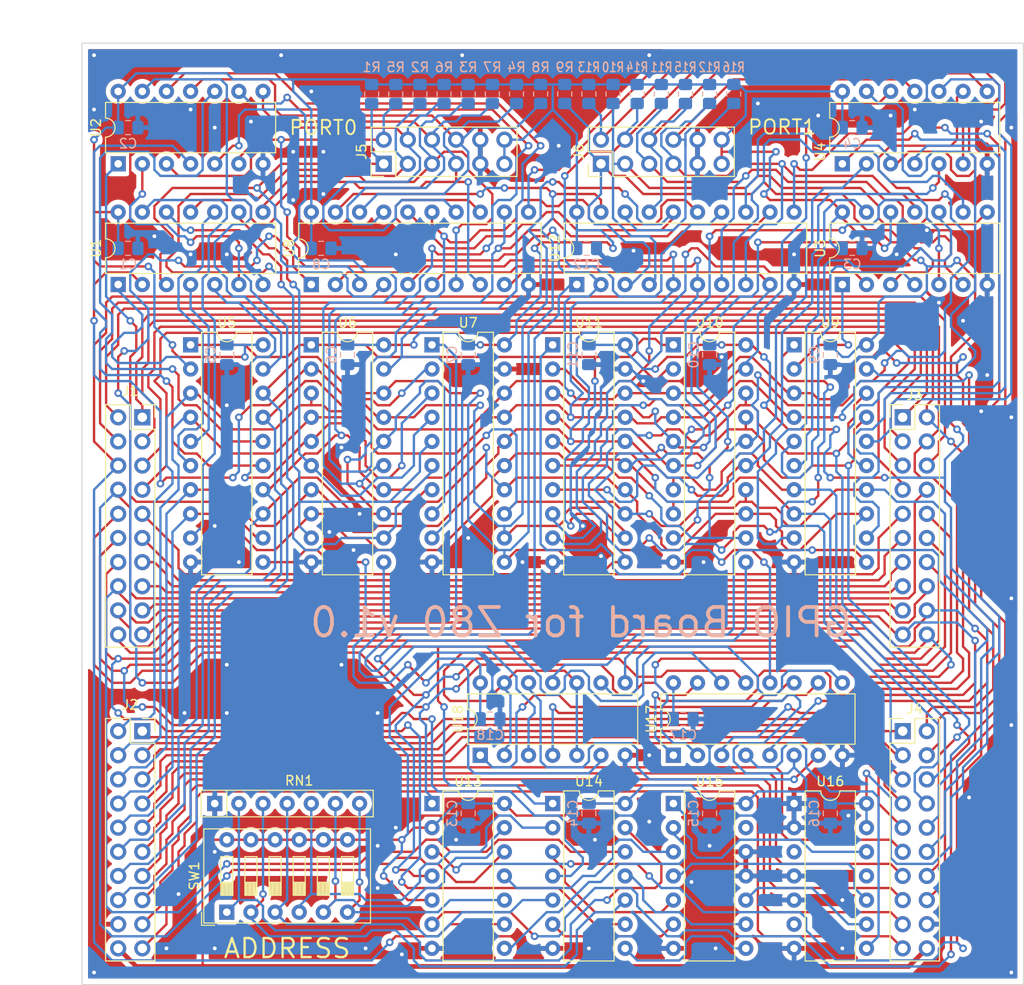
<source format=kicad_pcb>
(kicad_pcb (version 20211014) (generator pcbnew)
  (layers (0 "F.Cu" signal) (31 "B.Cu" signal) (34 "B.Paste" user) (35 "F.Paste" user) (36 "B.SilkS" user "B.Silkscreen") (37 "F.SilkS" user "F.Silkscreen") (38 "B.Mask" user) (39 "F.Mask" user) (44 "Edge.Cuts" user))
  (net 0 "")
  (net 1 "VCC")
  (net 2 "GND")
  (net 3 "/A8")
  (net 4 "/control/A0")
  (net 5 "/A9")
  (net 6 "/control/A1")
  (net 7 "/A10")
  (net 8 "/control/A2")
  (net 9 "/A11")
  (net 10 "/control/A3")
  (net 11 "/A12")
  (net 12 "/control/A4")
  (net 13 "/A13")
  (net 14 "/control/A5")
  (net 15 "/A14")
  (net 16 "/control/A6")
  (net 17 "/A15")
  (net 18 "/control/A7")
  (net 19 "/~{MREQ}")
  (net 20 "/~{RD}")
  (net 21 "/~{IORQ}")
  (net 22 "/~{WR}")
  (net 23 "/CLK")
  (net 24 "/D0")
  (net 25 "/~{RESET}")
  (net 26 "/D1")
  (net 27 "/~{HALT}")
  (net 28 "/D2")
  (net 29 "/~{M1}")
  (net 30 "/D3")
  (net 31 "/~{RFSH}")
  (net 32 "/D4")
  (net 33 "/~{BUSACK}")
  (net 34 "/D5")
  (net 35 "/~{BUSREQ}")
  (net 36 "/D6")
  (net 37 "/~{WAIT}")
  (net 38 "/D7")
  (net 39 "/~{NMI}")
  (net 40 "/~{INT}")
  (net 41 "/ports/port0_0")
  (net 42 "/ports/port0_1")
  (net 43 "/ports/port0_2")
  (net 44 "/ports/port0_3")
  (net 45 "/ports/port0_4")
  (net 46 "/ports/port0_5")
  (net 47 "/ports/port0_6")
  (net 48 "/ports/port0_7")
  (net 49 "/ports/port1_0")
  (net 50 "/ports/port1_1")
  (net 51 "/ports/port1_2")
  (net 52 "/ports/port1_3")
  (net 53 "/ports/port1_4")
  (net 54 "/ports/port1_5")
  (net 55 "/ports/port1_6")
  (net 56 "/ports/port1_7")
  (net 57 "Net-(RN1-Pad2)")
  (net 58 "Net-(RN1-Pad3)")
  (net 59 "Net-(RN1-Pad4)")
  (net 60 "Net-(RN1-Pad5)")
  (net 61 "Net-(RN1-Pad6)")
  (net 62 "Net-(RN1-Pad7)")
  (net 63 "/ports/drive0_0")
  (net 64 "/ports/out0_0")
  (net 65 "/ports/drive0_1")
  (net 66 "/ports/out0_1")
  (net 67 "/ports/out0_2")
  (net 68 "/ports/drive0_2")
  (net 69 "/ports/out0_3")
  (net 70 "/ports/drive0_3")
  (net 71 "/ports/drive0_4")
  (net 72 "/ports/out0_4")
  (net 73 "/ports/drive0_5")
  (net 74 "/ports/out0_5")
  (net 75 "/ports/out0_6")
  (net 76 "/ports/drive0_6")
  (net 77 "/ports/out0_7")
  (net 78 "/ports/drive0_7")
  (net 79 "/ports/drive1_0")
  (net 80 "/ports/out1_0")
  (net 81 "/ports/drive1_1")
  (net 82 "/ports/out1_1")
  (net 83 "/ports/out1_2")
  (net 84 "/ports/drive1_2")
  (net 85 "/ports/out1_3")
  (net 86 "/ports/drive1_3")
  (net 87 "/ports/drive1_4")
  (net 88 "/ports/out1_4")
  (net 89 "/ports/drive1_5")
  (net 90 "/ports/out1_5")
  (net 91 "/ports/out1_6")
  (net 92 "/ports/drive1_6")
  (net 93 "/ports/out1_7")
  (net 94 "/ports/drive1_7")
  (net 95 "/drive0_clk")
  (net 96 "/out0_clk")
  (net 97 "/~{out0_rd}")
  (net 98 "/~{port0_rd}")
  (net 99 "/port0_clk")
  (net 100 "/drive1_clk")
  (net 101 "/out1_clk")
  (net 102 "/~{out1_rd}")
  (net 103 "/~{port1_rd}")
  (net 104 "/port1_clk")
  (net 105 "Net-(U13-Pad8)")
  (net 106 "Net-(U13-Pad11)")
  (net 107 "Net-(U14-Pad3)")
  (net 108 "Net-(U14-Pad6)")
  (net 109 "Net-(U14-Pad8)")
  (net 110 "Net-(U14-Pad11)")
  (net 111 "Net-(U15-Pad1)")
  (net 112 "Net-(U15-Pad4)")
  (net 113 "Net-(U15-Pad10)")
  (net 116 "Net-(U16-Pad8)")
  (net 117 "Net-(U17-Pad7)")
  (net 118 "Net-(U17-Pad9)")
  (net 119 "Net-(U17-Pad10)")
  (net 120 "Net-(U17-Pad11)")
  (footprint "Package_DIP:DIP-20_W7.62mm" (layer "F.Cu") (at 167.64 82.55)
    (fp_text reference "U9")
    (fp_text value "74HC273")
  )
  (footprint "Package_DIP:DIP-16_W7.62mm" (layer "F.Cu") (at 154.94 125.73 90)
    (fp_text reference "U17")
    (fp_text value "74HC138")
  )
  (footprint "Connector_PinHeader_2.54mm:PinHeader_2x10_P2.54mm_Vertical" (layer "F.Cu") (at 179.07 90.17)
    (fp_text reference "J3")
    (fp_text value "Conn_02x10_Odd_Even")
  )
  (footprint "Package_DIP:DIP-14_W7.62mm" (layer "F.Cu") (at 142.24 130.81)
    (fp_text reference "U14")
    (fp_text value "74HC86")
  )
  (footprint "Package_DIP:DIP-20_W7.62mm" (layer "F.Cu") (at 116.84 76.2 90)
    (fp_text reference "U8")
    (fp_text value "74HC374")
  )
  (footprint "Package_DIP:DIP-14_W7.62mm" (layer "F.Cu") (at 129.54 130.81)
    (fp_text reference "U13")
    (fp_text value "74HC86")
  )
  (footprint "Resistor_THT:R_Array_SIP7" (layer "F.Cu") (at 106.68 130.81)
    (fp_text reference "RN1")
    (fp_text value "10k")
  )
  (footprint "Package_DIP:DIP-14_W7.62mm" (layer "F.Cu") (at 167.64 130.81)
    (fp_text reference "U16")
    (fp_text value "74HC20")
  )
  (footprint "Package_DIP:DIP-14_W7.62mm" (layer "F.Cu") (at 134.62 125.73 90)
    (fp_text reference "U18")
    (fp_text value "74HC32")
  )
  (footprint "Package_DIP:DIP-14_W7.62mm" (layer "F.Cu") (at 172.72 76.2 90)
    (fp_text reference "U3")
    (fp_text value "74HC126")
  )
  (footprint "Package_DIP:DIP-20_W7.62mm" (layer "F.Cu") (at 116.84 82.55)
    (fp_text reference "U6")
    (fp_text value "74HC273")
  )
  (footprint "Package_DIP:DIP-14_W7.62mm" (layer "F.Cu") (at 96.52 76.2 90)
    (fp_text reference "U1")
    (fp_text value "74HC126")
  )
  (footprint "Package_DIP:DIP-20_W7.62mm" (layer "F.Cu") (at 154.94 82.55)
    (fp_text reference "U10")
    (fp_text value "74HC273")
  )
  (footprint "Package_DIP:DIP-14_W7.62mm" (layer "F.Cu") (at 96.52 63.5 90)
    (fp_text reference "U2")
    (fp_text value "74HC126")
  )
  (footprint "Package_DIP:DIP-20_W7.62mm" (layer "F.Cu") (at 144.78 76.2 90)
    (fp_text reference "U12")
    (fp_text value "74HC374")
  )
  (footprint "Package_DIP:DIP-20_W7.62mm" (layer "F.Cu") (at 142.24 82.55)
    (fp_text reference "U11")
    (fp_text value "74HC541")
  )
  (footprint "Connector_PinSocket_2.54mm:PinSocket_2x10_P2.54mm_Vertical" (layer "F.Cu") (at 99.06 123.19)
    (fp_text reference "J2")
    (fp_text value "Conn_02x10_Odd_Even")
  )
  (footprint "Connector_PinHeader_2.54mm:PinHeader_2x06_P2.54mm_Vertical" (layer "F.Cu") (at 147.32 63.5 90)
    (fp_text reference "J6")
    (fp_text value "Conn_02x06_Top_Bottom")
  )
  (footprint "Package_DIP:DIP-20_W7.62mm" (layer "F.Cu") (at 129.54 82.55)
    (fp_text reference "U7")
    (fp_text value "74HC541")
  )
  (footprint "Package_DIP:DIP-14_W7.62mm" (layer "F.Cu") (at 154.94 130.81)
    (fp_text reference "U15")
    (fp_text value "74HC02")
  )
  (footprint "Connector_PinSocket_2.54mm:PinSocket_2x10_P2.54mm_Vertical" (layer "F.Cu") (at 99.06 90.17)
    (fp_text reference "J1")
    (fp_text value "Conn_02x10_Odd_Even")
  )
  (footprint "Package_DIP:DIP-20_W7.62mm" (layer "F.Cu") (at 104.14 82.55)
    (fp_text reference "U5")
    (fp_text value "74HC273")
  )
  (footprint "Connector_PinHeader_2.54mm:PinHeader_2x06_P2.54mm_Vertical" (layer "F.Cu") (at 124.46 63.5 90)
    (fp_text reference "J5")
    (fp_text value "Conn_02x06_Top_Bottom")
  )
  (footprint "Package_DIP:DIP-14_W7.62mm" (layer "F.Cu") (at 172.72 63.5 90)
    (fp_text reference "U4")
    (fp_text value "74HC126")
  )
  (footprint "Button_Switch_THT:SW_DIP_SPSTx06_Slide_9.78x17.42mm_W7.62mm_P2.54mm" (layer "F.Cu") (at 107.95 142.24 90)
    (fp_text reference "SW1")
    (fp_text value "SW_DIP_x06")
  )
  (footprint "Connector_PinHeader_2.54mm:PinHeader_2x10_P2.54mm_Vertical" (layer "F.Cu") (at 179.07 123.19)
    (fp_text reference "J4")
    (fp_text value "Conn_02x10_Odd_Even")
  )
  (footprint "Resistor_SMD:R_0805_2012Metric_Pad1.20x1.40mm_HandSolder" (layer "B.Cu") (at 125.73 56.15 90)
    (fp_text reference "R5")
    (fp_text value "1M")
  )
  (footprint "Capacitor_SMD:C_0805_2012Metric_Pad1.18x1.45mm_HandSolder" (layer "B.Cu") (at 155.9775 121.92)
    (fp_text reference "C17")
    (fp_text value "0.1u")
  )
  (footprint "Capacitor_SMD:C_0805_2012Metric_Pad1.18x1.45mm_HandSolder" (layer "B.Cu") (at 146.05 83.5875 -90)
    (fp_text reference "C11")
    (fp_text value "0.1u")
  )
  (footprint "Capacitor_SMD:C_0805_2012Metric_Pad1.18x1.45mm_HandSolder" (layer "B.Cu") (at 171.45 131.8475 -90)
    (fp_text reference "C16")
    (fp_text value "0.1u")
  )
  (footprint "Capacitor_SMD:C_0805_2012Metric_Pad1.18x1.45mm_HandSolder" (layer "B.Cu") (at 120.65 83.5875 -90)
    (fp_text reference "C6")
    (fp_text value "0.1u")
  )
  (footprint "Resistor_SMD:R_0805_2012Metric_Pad1.20x1.40mm_HandSolder" (layer "B.Cu") (at 130.81 56.15 90)
    (fp_text reference "R6")
    (fp_text value "1M")
  )
  (footprint "Resistor_SMD:R_0805_2012Metric_Pad1.20x1.40mm_HandSolder" (layer "B.Cu") (at 161.29 56.15 90)
    (fp_text reference "R16")
    (fp_text value "1M")
  )
  (footprint "Capacitor_SMD:C_0805_2012Metric_Pad1.18x1.45mm_HandSolder" (layer "B.Cu") (at 97.5575 72.39)
    (fp_text reference "C1")
    (fp_text value "0.1u")
  )
  (footprint "Capacitor_SMD:C_0805_2012Metric_Pad1.18x1.45mm_HandSolder" (layer "B.Cu") (at 171.45 83.5875 -90)
    (fp_text reference "C9")
    (fp_text value "0.1u")
  )
  (footprint "Resistor_SMD:R_0805_2012Metric_Pad1.20x1.40mm_HandSolder" (layer "B.Cu") (at 143.51 56.15 -90)
    (fp_text reference "R9")
    (fp_text value "1M")
  )
  (footprint "Capacitor_SMD:C_0805_2012Metric_Pad1.18x1.45mm_HandSolder" (layer "B.Cu") (at 158.75 131.8475 -90)
    (fp_text reference "C15")
    (fp_text value "0.1u")
  )
  (footprint "Capacitor_SMD:C_0805_2012Metric_Pad1.18x1.45mm_HandSolder" (layer "B.Cu") (at 107.95 83.5875 -90)
    (fp_text reference "C5")
    (fp_text value "0.1u")
  )
  (footprint "Resistor_SMD:R_0805_2012Metric_Pad1.20x1.40mm_HandSolder" (layer "B.Cu") (at 153.67 56.15 -90)
    (fp_text reference "R11")
    (fp_text value "1M")
  )
  (footprint "Resistor_SMD:R_0805_2012Metric_Pad1.20x1.40mm_HandSolder" (layer "B.Cu") (at 148.59 56.15 -90)
    (fp_text reference "R10")
    (fp_text value "1M")
  )
  (footprint "Capacitor_SMD:C_0805_2012Metric_Pad1.18x1.45mm_HandSolder" (layer "B.Cu") (at 145.8175 72.39)
    (fp_text reference "C12")
    (fp_text value "0.1u")
  )
  (footprint "Capacitor_SMD:C_0805_2012Metric_Pad1.18x1.45mm_HandSolder" (layer "B.Cu") (at 173.7575 59.69)
    (fp_text reference "C4")
    (fp_text value "0.1u")
  )
  (footprint "Capacitor_SMD:C_0805_2012Metric_Pad1.18x1.45mm_HandSolder" (layer "B.Cu") (at 117.8775 72.39)
    (fp_text reference "C8")
    (fp_text value "0.1u")
  )
  (footprint "Capacitor_SMD:C_0805_2012Metric_Pad1.18x1.45mm_HandSolder" (layer "B.Cu") (at 133.35 83.5875 -90)
    (fp_text reference "C7")
    (fp_text value "0.1u")
  )
  (footprint "Capacitor_SMD:C_0805_2012Metric_Pad1.18x1.45mm_HandSolder" (layer "B.Cu") (at 97.5575 59.69)
    (fp_text reference "C2")
    (fp_text value "0.1u")
  )
  (footprint "Resistor_SMD:R_0805_2012Metric_Pad1.20x1.40mm_HandSolder" (layer "B.Cu") (at 128.27 56.15 -90)
    (fp_text reference "R2")
    (fp_text value "1M")
  )
  (footprint "Resistor_SMD:R_0805_2012Metric_Pad1.20x1.40mm_HandSolder" (layer "B.Cu") (at 138.43 56.15 -90)
    (fp_text reference "R4")
    (fp_text value "1M")
  )
  (footprint "Resistor_SMD:R_0805_2012Metric_Pad1.20x1.40mm_HandSolder" (layer "B.Cu") (at 135.89 56.15 90)
    (fp_text reference "R7")
    (fp_text value "1M")
  )
  (footprint "Resistor_SMD:R_0805_2012Metric_Pad1.20x1.40mm_HandSolder" (layer "B.Cu") (at 146.05 56.15 90)
    (fp_text reference "R13")
    (fp_text value "1M")
  )
  (footprint "Resistor_SMD:R_0805_2012Metric_Pad1.20x1.40mm_HandSolder" (layer "B.Cu") (at 156.21 56.15 90)
    (fp_text reference "R15")
    (fp_text value "1M")
  )
  (footprint "Capacitor_SMD:C_0805_2012Metric_Pad1.18x1.45mm_HandSolder" (layer "B.Cu") (at 133.35 131.8475 -90)
    (fp_text reference "C13")
    (fp_text value "0.1u")
  )
  (footprint "Capacitor_SMD:C_0805_2012Metric_Pad1.18x1.45mm_HandSolder" (layer "B.Cu") (at 173.7575 72.39)
    (fp_text reference "C3")
    (fp_text value "0.1u")
  )
  (footprint "Resistor_SMD:R_0805_2012Metric_Pad1.20x1.40mm_HandSolder" (layer "B.Cu") (at 123.19 56.15 -90)
    (fp_text reference "R1")
    (fp_text value "1M")
  )
  (footprint "Resistor_SMD:R_0805_2012Metric_Pad1.20x1.40mm_HandSolder" (layer "B.Cu") (at 140.97 56.15 90)
    (fp_text reference "R8")
    (fp_text value "1M")
  )
  (footprint "Resistor_SMD:R_0805_2012Metric_Pad1.20x1.40mm_HandSolder" (layer "B.Cu") (at 158.75 56.15 -90)
    (fp_text reference "R12")
    (fp_text value "1M")
  )
  (footprint "Resistor_SMD:R_0805_2012Metric_Pad1.20x1.40mm_HandSolder" (layer "B.Cu") (at 151.13 56.15 90)
    (fp_text reference "R14")
    (fp_text value "1M")
  )
  (footprint "Resistor_SMD:R_0805_2012Metric_Pad1.20x1.40mm_HandSolder" (layer "B.Cu") (at 133.35 56.15 -90)
    (fp_text reference "R3")
    (fp_text value "1M")
  )
  (footprint "Capacitor_SMD:C_0805_2012Metric_Pad1.18x1.45mm_HandSolder" (layer "B.Cu") (at 146.05 131.8475 -90)
    (fp_text reference "C14")
    (fp_text value "0.1u")
  )
  (footprint "Capacitor_SMD:C_0805_2012Metric_Pad1.18x1.45mm_HandSolder" (layer "B.Cu") (at 158.75 83.5875 -90)
    (fp_text reference "C10")
    (fp_text value "0.1u")
  )
  (footprint "Capacitor_SMD:C_0805_2012Metric_Pad1.18x1.45mm_HandSolder" (layer "B.Cu") (at 135.6575 121.92)
    (fp_text reference "C18")
    (fp_text value "0.1u")
  )
  (gr_rect (start 92.71 50.8) (end 191.77 149.86) (layer "Edge.Cuts") (width 0.1) (fill none))
  (gr_text "GPIO Board for Z80 v1.0" (at 173.99 111.76) (layer "B.SilkS") (effects (font (size 3 3) (thickness 0.4)) (justify left mirror)))
  (gr_text "PORT1" (at 166.37 59.63) (layer "F.SilkS") (effects (font (size 1.5 1.5) (thickness 0.2))))
  (gr_text "ADDRESS" (at 114.3 146.05) (layer "F.SilkS") (effects (font (size 2 2) (thickness 0.25))))
  (gr_text "PORT0" (at 118.11 59.69) (layer "F.SilkS") (effects (font (size 1.5 1.5) (thickness 0.2))))
  (segment (start 123.19 133.985) (end 122.555 134.62) (width 0.25) (layer "F.Cu") (net 1))
  (segment (start 175.26 127.635) (end 175.26 130.81) (width 0.25) (layer "F.Cu") (net 1))
  (segment (start 186.69 75.565) (end 186.69 81.28) (width 0.25) (layer "F.Cu") (net 1))
  (segment (start 106.045 134.62) (end 105.41 135.255) (width 0.25) (layer "F.Cu") (net 1))
  (segment (start 171.45 96.52) (end 177.165 96.52) (width 0.25) (layer "F.Cu") (net 1))
  (segment (start 143.51 132.08) (end 138.43 132.08) (width 0.25) (layer "F.Cu") (net 1))
  (segment (start 127.635 133.35) (end 126.365 134.62) (width 0.25) (layer "F.Cu") (net 1))
  (segment (start 172.72 68.58) (end 171.45 67.31) (width 0.25) (layer "F.Cu") (net 1))
  (segment (start 105.41 135.255) (end 105.41 147.955) (width 0.25) (layer "F.Cu") (net 1))
  (segment (start 134.62 82.55) (end 137.16 82.55) (width 0.25) (layer "F.Cu") (net 1))
  (segment (start 172.72 69.215) (end 172.72 68.58) (width 0.25) (layer "F.Cu") (net 1))
  (segment (start 149.86 130.81) (end 144.78 130.81) (width 0.25) (layer "F.Cu") (net 1))
  (segment (start 165.1 67.31) (end 164.465 66.675) (width 0.25) (layer "F.Cu") (net 1))
  (segment (start 125.095 134.62) (end 124.46 133.985) (width 0.25) (layer "F.Cu") (net 1))
  (segment (start 156.21 83.82) (end 157.48 82.55) (width 0.25) (layer "F.Cu") (net 1))
  (segment (start 177.8 71.755) (end 177.165 71.12) (width 0.25) (layer "F.Cu") (net 1))
  (segment (start 96.52 68.58) (end 93.98 68.58) (width 0.25) (layer "F.Cu") (net 1))
  (segment (start 184.15 90.805) (end 184.785 91.44) (width 0.25) (layer "F.Cu") (net 1))
  (segment (start 124.46 138.43) (end 127 140.97) (width 0.25) (layer "F.Cu") (net 1))
  (segment (start 93.98 73.66) (end 93.98 68.58) (width 0.25) (layer "F.Cu") (net 1))
  (segment (start 162.56 82.55) (end 163.195 82.55) (width 0.25) (layer "F.Cu") (net 1))
  (segment (start 164.465 88.9) (end 167.005 91.44) (width 0.25) (layer "F.Cu") (net 1))
  (segment (start 165.735 62.23) (end 160.02 62.23) (width 0.25) (layer "F.Cu") (net 1))
  (segment (start 163.195 82.55) (end 164.465 83.82) (width 0.25) (layer "F.Cu") (net 1))
  (segment (start 167.005 91.44) (end 172.085 91.44) (width 0.25) (layer "F.Cu") (net 1))
  (segment (start 102.87 83.82) (end 102.235 83.185) (width 0.25) (layer "F.Cu") (net 1))
  (segment (start 140.97 71.755) (end 147.955 71.755) (width 0.25) (layer "F.Cu") (net 1))
  (segment (start 124.46 133.985) (end 123.19 133.985) (width 0.25) (layer "F.Cu") (net 1))
  (segment (start 122.555 134.62) (end 120.65 134.62) (width 0.25) (layer "F.Cu") (net 1))
  (segment (start 120.65 134.62) (end 118.11 134.62) (width 0.25) (layer "F.Cu") (net 1))
  (segment (start 107.95 134.62) (end 106.045 134.62) (width 0.25) (layer "F.Cu") (net 1))
  (segment (start 126.365 134.62) (end 125.095 134.62) (width 0.25) (layer "F.Cu") (net 1))
  (segment (start 186.69 81.28) (end 184.15 83.82) (width 0.25) (layer "F.Cu") (net 1))
  (segment (start 147.955 71.755) (end 148.59 72.39) (width 0.25) (layer "F.Cu") (net 1))
  (segment (start 180.34 73.66) (end 180.975 73.66) (width 0.25) (layer "F.Cu") (net 1))
  (segment (start 154.305 83.82) (end 156.21 83.82) (width 0.25) (layer "F.Cu") (net 1))
  (segment (start 138.43 132.08) (end 137.16 130.81) (width 0.25) (layer "F.Cu") (net 1))
  (segment (start 105.41 147.955) (end 179.705 147.955) (width 0.5) (layer "F.Cu") (net 1))
  (segment (start 174.625 71.12) (end 172.72 69.215) (width 0.25) (layer "F.Cu") (net 1))
  (segment (start 160.02 62.23) (end 160.02 63.5) (width 0.25) (layer "F.Cu") (net 1))
  (segment (start 177.8 71.755) (end 178.435 71.755) (width 0.25) (layer "F.Cu") (net 1))
  (segment (start 113.03 134.62) (end 110.49 134.62) (width 0.25) (layer "F.Cu") (net 1))
  (segment (start 160.02 60.96) (end 160.02 62.23) (width 0.25) (layer "F.Cu") (net 1))
  (segment (start 107.95 134.62) (end 110.49 134.62) (width 0.25) (layer "F.Cu") (net 1))
  (segment (start 99.695 74.295) (end 94.615 74.295) (width 0.25) (layer "F.Cu") (net 1))
  (segment (start 129.54 133.35) (end 127.635 133.35) (width 0.25) (layer "F.Cu") (net 1))
  (segment (start 171.45 67.31) (end 165.735 67.31) (width 0.25) (layer "F.Cu") (net 1))
  (segment (start 127 140.97) (end 129.54 140.97) (width 0.25) (layer "F.Cu") (net 1))
  (segment (start 179.705 147.955) (end 181.61 146.05) (width 0.5) (layer "F.Cu") (net 1))
  (segment (start 96.52 146.05) (end 98.425 147.955) (width 0.5) (layer "F.Cu") (net 1))
  (segment (start 184.15 83.82) (end 184.15 90.805) (width 0.25) (layer "F.Cu") (net 1))
  (segment (start 153.035 85.09) (end 154.305 83.82) (width 0.25) (layer "F.Cu") (net 1))
  (segment (start 177.165 71.12) (end 174.625 71.12) (width 0.25) (layer "F.Cu") (net 1))
  (segment (start 184.785 73.66) (end 186.69 75.565) (width 0.25) (layer "F.Cu") (net 1))
  (segment (start 144.78 130.81) (end 143.51 132.08) (width 0.25) (layer "F.Cu") (net 1))
  (segment (start 124.46 82.55) (end 127.635 82.55) (width 0.25) (layer "F.Cu") (net 1))
  (segment (start 178.435 71.755) (end 180.34 73.66) (width 0.25) (layer "F.Cu") (net 1))
  (segment (start 93.98 68.58) (end 93.98 60.96) (width 0.25) (layer "F.Cu") (net 1))
  (segment (start 157.48 82.55) (end 162.56 82.55) (width 0.25) (layer "F.Cu") (net 1))
  (segment (start 118.11 134.62) (end 115.57 134.62) (width 0.25) (layer "F.Cu") (net 1))
  (segment (start 140.335 72.39) (end 140.97 71.755) (width 0.25) (layer "F.Cu") (net 1))
  (segment (start 102.235 83.185) (end 102.235 82.55) (width 0.25) (layer "F.Cu") (net 1))
  (segment (start 115.57 134.62) (end 113.03 134.62) (width 0.25) (layer "F.Cu") (net 1))
  (segment (start 98.425 147.955) (end 105.41 147.955) (width 0.5) (layer "F.Cu") (net 1))
  (segment (start 165.735 67.31) (end 165.1 67.31) (width 0.25) (layer "F.Cu") (net 1))
  (segment (start 109.855 83.82) (end 102.87 83.82) (width 0.25) (layer "F.Cu") (net 1))
  (segment (start 94.615 74.295) (end 93.98 73.66) (width 0.25) (layer "F.Cu") (net 1))
  (via (at 171.45 96.52) (size 0.8) (drill 0.4) (layers "F.Cu" "B.Cu") (net 1))
  (via (at 93.98 60.96) (size 0.8) (drill 0.4) (layers "F.Cu" "B.Cu") (net 1))
  (via (at 184.785 91.44) (size 0.8) (drill 0.4) (layers "F.Cu" "B.Cu") (net 1))
  (via (at 180.975 73.66) (size 0.8) (drill 0.4) (layers "F.Cu" "B.Cu") (net 1))
  (via (at 164.465 88.9) (size 0.8) (drill 0.4) (layers "F.Cu" "B.Cu") (net 1))
  (via (at 184.785 73.66) (size 0.8) (drill 0.4) (layers "F.Cu" "B.Cu") (net 1))
  (via (at 140.335 72.39) (size 0.8) (drill 0.4) (layers "F.Cu" "B.Cu") (net 1))
  (via (at 165.735 62.23) (size 0.8) (drill 0.4) (layers "F.Cu" "B.Cu") (net 1))
  (via (at 164.465 83.82) (size 0.8) (drill 0.4) (layers "F.Cu" "B.Cu") (net 1))
  (via (at 109.855 83.82) (size 0.8) (drill 0.4) (layers "F.Cu" "B.Cu") (net 1))
  (via (at 99.695 74.295) (size 0.8) (drill 0.4) (layers "F.Cu" "B.Cu") (net 1))
  (via (at 102.235 82.55) (size 0.8) (drill 0.4) (layers "F.Cu" "B.Cu") (net 1))
  (via (at 153.035 85.09) (size 0.8) (drill 0.4) (layers "F.Cu" "B.Cu") (net 1))
  (via (at 177.165 96.52) (size 0.8) (drill 0.4) (layers "F.Cu" "B.Cu") (net 1))
  (via (at 160.02 82.55) (size 0.8) (drill 0.4) (layers "F.Cu" "B.Cu") (net 1))
  (via (at 127.635 82.55) (size 0.8) (drill 0.4) (layers "F.Cu" "B.Cu") (net 1))
  (via (at 134.62 82.55) (size 0.8) (drill 0.4) (layers "F.Cu" "B.Cu") (net 1))
  (via (at 124.46 138.43) (size 0.8) (drill 0.4) (layers "F.Cu" "B.Cu") (net 1))
  (via (at 172.085 91.44) (size 0.8) (drill 0.4) (layers "F.Cu" "B.Cu") (net 1))
  (via (at 126.365 134.62) (size 0.8) (drill 0.4) (layers "F.Cu" "B.Cu") (net 1))
  (via (at 164.465 66.675) (size 0.8) (drill 0.4) (layers "F.Cu" "B.Cu") (net 1))
  (via (at 148.59 72.39) (size 0.8) (drill 0.4) (layers "F.Cu" "B.Cu") (net 1))
  (via (at 175.26 127.635) (size 0.8) (drill 0.4) (layers "F.Cu" "B.Cu") (net 1))
  (segment (start 171.45 130.81) (end 170.18 129.54) (width 0.25) (layer "B.Cu") (net 1))
  (segment (start 184.15 74.295) (end 184.785 73.66) (width 0.25) (layer "B.Cu") (net 1))
  (segment (start 162.56 55.88) (end 161.83 55.15) (width 0.25) (layer "B.Cu") (net 1))
  (segment (start 130.81 55.15) (end 128.27 55.15) (width 0.25) (layer "B.Cu") (net 1))
  (segment (start 138.43 55.15) (end 140.97 55.15) (width 0.25) (layer "B.Cu") (net 1))
  (segment (start 123.19 55.15) (end 125.73 55.15) (width 0.25) (layer "B.Cu") (net 1))
  (segment (start 127 133.985) (end 126.365 134.62) (width 0.25) (layer "B.Cu") (net 1))
  (segment (start 114.935 55.88) (end 116.84 57.785) (width 0.25) (layer "B.Cu") (net 1))
  (segment (start 168.91 129.54) (end 163.83 129.54) (width 0.25) (layer "B.Cu") (net 1))
  (segment (start 134.62 121.92) (end 134.62 118.11) (width 0.25) (layer "B.Cu") (net 1))
  (segment (start 181.61 74.295) (end 184.15 74.295) (width 0.25) (layer "B.Cu") (net 1))
  (segment (start 182.245 137.16) (end 178.435 137.16) (width 0.25) (layer "B.Cu") (net 1))
  (segment (start 133.35 130.81) (end 137.16 130.81) (width 0.25) (layer "B.Cu") (net 1))
  (segment (start 146.05 82.55) (end 149.86 82.55) (width 0.25) (layer "B.Cu") (net 1))
  (segment (start 144.78 60.325) (end 142.24 57.785) (width 0.25) (layer "B.Cu") (net 1))
  (segment (start 161.29 125.095) (end 161.925 124.46) (width 0.25) (layer "B.Cu") (net 1))
  (segment (start 100.33 80.645) (end 102.235 82.55) (width 0.25) (layer "B.Cu") (net 1))
  (segment (start 149.86 130.81) (end 151.765 128.905) (width 0.25) (layer "B.Cu") (net 1))
  (segment (start 161.83 55.15) (end 161.29 55.15) (width 0.25) (layer "B.Cu") (net 1))
  (segment (start 142.24 57.785) (end 142.24 55.15) (width 0.25) (layer "B.Cu") (net 1))
  (segment (start 164.465 83.82) (end 165.1 84.455) (width 0.25) (layer "B.Cu") (net 1))
  (segment (start 170.815 95.885) (end 171.45 96.52) (width 0.25) (layer "B.Cu") (net 1))
  (segment (start 167.005 119.38) (end 166.37 120.015) (width 0.25) (layer "B.Cu") (net 1))
  (segment (start 139.065 60.96) (end 142.24 57.785) (width 0.25) (layer "B.Cu") (net 1))
  (segment (start 151.765 85.09) (end 149.86 83.185) (width 0.25) (layer "B.Cu") (net 1))
  (segment (start 130.81 55.15) (end 133.35 55.15) (width 0.25) (layer "B.Cu") (net 1))
  (segment (start 161.29 126.365) (end 161.29 125.095) (width 0.25) (layer "B.Cu") (net 1))
  (segment (start 116.84 68.58) (end 116.84 72.39) (width 0.25) (layer "B.Cu") (net 1))
  (segment (start 127 125.73) (end 127 133.985) (width 0.25) (layer "B.Cu") (net 1))
  (segment (start 171.45 71.755) (end 172.085 72.39) (width 0.25) (layer "B.Cu") (net 1))
  (segment (start 127.635 82.55) (end 127.635 81.915) (width 0.25) (layer "B.Cu") (net 1))
  (segment (start 125.73 55.15) (end 128.27 55.15) (width 0.25) (layer "B.Cu") (net 1))
  (segment (start 147.32 70.485) (end 144.78 70.485) (width 0.25) (layer "B.Cu") (net 1))
  (segment (start 134.62 118.11) (end 134.62 116.205) (width 0.25) (layer "B.Cu") (net 1))
  (segment (start 189.23 111.125) (end 184.15 106.045) (width 0.25) (layer "B.Cu") (net 1))
  (segment (start 180.975 77.47) (end 181.61 76.835) (width 0.25) (layer "B.Cu") (net 1))
  (segment (start 174.625 82.55) (end 175.26 82.55) (width 0.25) (layer "B.Cu") (net 1))
  (segment (start 183.515 96.52) (end 177.165 96.52) (width 0.25) (layer "B.Cu") (net 1))
  (segment (start 116.84 68.58) (end 116.84 57.785) (width 0.25) (layer "B.Cu") (net 1))
  (segment (start 137.16 63.5) (end 137.16 60.96) (width 0.25) (layer "B.Cu") (net 1))
  (segment (start 165.1 62.865) (end 165.735 62.23) (width 0.25) (layer "B.Cu") (net 1))
  (segment (start 165.1 84.455) (end 165.1 88.265) (width 0.25) (layer "B.Cu") (net 1))
  (segment (start 107.95 53.975) (end 98.425 53.975) (width 0.25) (layer "B.Cu") (net 1))
  (segment (start 171.45 130.81) (end 175.26 130.81) (width 0.25) (layer "B.Cu") (net 1))
  (segment (start 109.855 82.55) (end 111.76 82.55) (width 0.25) (layer "B.Cu") (net 1))
  (segment (start 182.245 137.16) (end 184.15 135.255) (width 0.25) (layer "B.Cu") (net 1))
  (segment (start 133.35 130.81) (end 132.08 130.81) (width 0.25) (layer "B.Cu") (net 1))
  (segment (start 96.52 68.58) (end 96.52 72.39) (width 0.25) (layer "B.Cu") (net 1))
  (segment (start 163.83 129.54) (end 162.56 130.81) (width 0.25) (layer "B.Cu") (net 1))
  (segment (start 148.59 71.755) (end 147.32 70.485) (width 0.25) (layer "B.Cu") (net 1))
  (segment (start 134.62 116.205) (end 133.985 115.57) (width 0.25) (layer "B.Cu") (net 1))
  (segment (start 133.35 82.55) (end 134.62 82.55) (width 0.25) (layer "B.Cu") (net 1))
  (segment (start 167.64 127) (end 167.64 125.73) (width 0.25) (layer "B.Cu") (net 1))
  (segment (start 143.51 55.15) (end 146.05 55.15) (width 0.25) (layer "B.Cu") (net 1))
  (segment (start 170.18 129.54) (end 168.91 129.54) (width 0.25) (layer "B.Cu") (net 1))
  (segment (start 184.15 99.695) (end 183.515 99.06) (width 0.25) (layer "B.Cu") (net 1))
  (segment (start 125.095 123.825) (end 127 125.73) (width 0.25) (layer "B.Cu") (net 1))
  (segment (start 162.56 55.88) (end 162.56 58.42) (width 0.25) (layer "B.Cu") (net 1))
  (segment (start 181.61 74.295) (end 180.975 73.66) (width 0.25) (layer "B.Cu") (net 1))
  (segment (start 168.91 128.27) (end 167.64 127) (width 0.25) (layer "B.Cu") (net 1))
  (segment (start 171.45 93.345) (end 170.815 93.98) (width 0.25) (layer "B.Cu") (net 1))
  (segment (start 114.935 54.61) (end 108.585 54.61) (width 0.25) (layer "B.Cu") (net 1))
  (segment (start 153.67 55.15) (end 156.21 55.15) (width 0.25) (layer "B.Cu") (net 1))
  (segment (start 158.75 130.81) (end 162.56 130.81) (width 0.25) (layer "B.Cu") (net 1))
  (segment (start 137.16 60.96) (end 139.065 60.96) (width 0.25) (layer "B.Cu") (net 1))
  (segment (start 148.59 55.15) (end 151.13 55.15) (width 0.25) (layer "B.Cu") (net 1))
  (segment (start 170.815 93.98) (end 170.815 95.885) (width 0.25) (layer "B.Cu") (net 1))
  (segment (start 144.78 68.58) (end 144.78 60.325) (width 0.25) (layer "B.Cu") (net 1))
  (segment (start 164.465 66.675) (end 165.1 66.04) (width 0.25) (layer "B.Cu") (net 1))
  (segment (start 185.42 92.71) (end 183.515 94.615) (width 0.25) (layer "B.Cu") (net 1))
  (segment (start 109.855 82.55) (end 109.855 83.82) (width 0.25) (layer "B.Cu") (net 1))
  (segment (start 100.33 74.93) (end 100.33 80.645) (width 0.25) (layer "B.Cu") (net 1))
  (segment (start 135.89 55.15) (end 138.43 55.15) (width 0.25) (layer "B.Cu") (net 1))
  (segment (start 184.15 106.045) (end 184.15 99.695) (width 0.25) (layer "B.Cu") (net 1))
  (segment (start 140.97 73.025) (end 140.335 72.39) (width 0.25) (layer "B.Cu") (net 1))
  (segment (start 93.98 60.96) (end 95.25 59.69) (width 0.25) (layer "B.Cu") (net 1))
  (segment (start 162.56 55.88) (end 172.72 55.88) (width 0.25) (layer "B.Cu") (net 1))
  (segment (start 153.035 85.09) (end 151.765 85.09) (width 0.25) (layer "B.Cu") (net 1))
  (segment (start 185.42 92.075) (end 185.42 92.71) (width 0.25) (layer "B.Cu") (net 1))
  (segment (start 176.53 78.105) (end 177.165 77.47) (width 0.25) (layer "B.Cu") (net 1))
  (segment (start 158.75 55.15) (end 156.21 55.15) (width 0.25) (layer "B.Cu") (net 1))
  (segment (start 183.515 99.06) (end 183.515 96.52) (width 0.25) (layer "B.Cu") (net 1))
  (segment (start 122.555 54.61) (end 114.935 54.61) (width 0.25) (layer "B.Cu") (net 1))
  (segment (start 98.425 53.975) (end 96.52 55.88) (width 0.25) (layer "B.Cu") (net 1))
  (segment (start 181.61 76.835) (end 181.61 74.295) (width 0.25) (layer "B.Cu") (net 1))
  (segment (start 128.27 81.28) (end 132.08 81.28) (width 0.25) (layer "B.Cu") (net 1))
  (segment (start 146.05 130.81) (end 149.86 130.81) (width 0.25) (layer "B.Cu") (net 1))
  (segment (start 154.94 120.015) (end 154.94 121.92) (width 0.25) (layer "B.Cu") (net 1))
  (segment (start 171.45 69.85) (end 171.45 71.755) (width 0.25) (layer "B.Cu") (net 1))
  (segment (start 151.765 128.905) (end 156.845 128.905) (width 0.25) (layer "B.Cu") (net 1))
  (segment (start 124.46 137.795) (end 126.365 135.89) (width 0.25) (layer "B.Cu") (net 1))
  (segment (start 154.94 118.11) (end 154.94 120.015) (width 0.25) (layer "B.Cu") (net 1))
  (segment (start 107.95 82.55) (end 109.855 82.55) (width 0.25) (layer "B.Cu") (net 1))
  (segment (start 177.165 77.47) (end 180.975 77.47) (width 0.25) (layer "B.Cu") (net 1))
  (segment (start 185.42 128.905) (end 185.42 127) (width 0.25) (layer "B.Cu") (net 1))
  (segment (start 132.08 81.28) (end 133.35 82.55) (width 0.25) (layer "B.Cu") (net 1))
  (segment (start 137.16 82.55) (end 138.43 81.28) (width 0.25) (layer "B.Cu") (net 1))
  (segment (start 138.43 80.01) (end 140.97 77.47) (width 0.25) (layer "B.Cu") (net 1))
  (segment (start 124.46 138.43) (end 124.46 137.795) (width 0.25) (layer "B.Cu") (net 1))
  (segment (start 177.8 136.525) (end 177.8 130.175) (width 0.25) (layer "B.Cu") (net 1))
  (segment (start 167.005 127.635) (end 162.56 127.635) (width 0.25) (layer "B.Cu") (net 1))
  (segment (start 185.42 127) (end 187.96 124.46) (width 0.25) (layer "B.Cu") (net 1))
  (segment (start 108.585 54.61) (end 107.95 53.975) (width 0.25) (layer "B.Cu") (net 1))
  (segment (start 176.53 81.28) (end 176.53 78.105) (width 0.25) (layer "B.Cu") (net 1))
  (segment (start 167.64 119.38) (end 167.005 119.38) (width 0.25) (layer "B.Cu") (net 1))
  (segment (start 164.465 124.46) (end 168.275 120.65) (width 0.25) (layer "B.Cu") (net 1))
  (segment (start 171.45 82.55) (end 172.72 83.82) (width 0.25) (layer "B.Cu") (net 1))
  (segment (start 133.35 55.15) (end 135.89 55.15) (width 0.25) (layer "B.Cu") (net 1))
  (segment (start 173.355 83.82) (end 174.625 82.55) (width 0.25) (layer "B.Cu") (net 1))
  (segment (start 96.52 59.69) (end 96.52 55.88) (width 0.25) (layer "B.Cu") (net 1))
  (segment (start 132.08 130.81) (end 129.54 133.35) (width 0.25) (layer "B.Cu") (net 1))
  (segment (start 171.45 92.075) (end 171.45 93.345) (width 0.25) (layer "B.Cu") (net 1))
  (segment (start 99.695 74.295) (end 100.33 74.93) (width 0.25) (layer "B.Cu") (net 1))
  (segment (start 165.1 88.265) (end 164.465 88.9) (width 0.25) (layer "B.Cu") (net 1))
  (segment (start 178.435 137.16) (end 177.8 136.525) (width 0.25) (layer "B.Cu") (net 1))
  (segment (start 138.43 81.28) (end 138.43 80.01) (width 0.25) (layer "B.Cu") (net 1))
  (segment (start 140.97 77.47) (end 140.97 73.025) (width 0.25) (layer "B.Cu") (net 1))
  (segment (start 172.72 68.58) (end 171.45 69.85) (width 0.25) (layer "B.Cu") (net 1))
  (segment (start 158.75 82.55) (end 160.02 82.55) (width 0.25) (layer "B.Cu") (net 1))
  (segment (start 140.97 55.15) (end 143.51 55.15) (width 0.25) (layer "B.Cu") (net 1))
  (segment (start 114.935 54.61) (end 114.935 55.88) (width 0.25) (layer "B.Cu") (net 1))
  (segment (start 125.095 120.65) (end 125.095 123.825) (width 0.25) (layer "B.Cu") (net 1))
  (segment (start 161.925 124.46) (end 164.465 124.46) (width 0.25) (layer "B.Cu") (net 1))
  (segment (start 123.095 55.15) (end 122.555 54.61) (width 0.25) (layer "B.Cu") (net 1))
  (segment (start 127.635 81.915) (end 128.27 81.28) (width 0.25) (layer "B.Cu") (net 1))
  (segment (start 133.985 115.57) (end 130.175 115.57) (width 0.25) (layer "B.Cu") (net 1))
  (segment (start 166.37 120.015) (end 154.94 120.015) (width 0.25) (layer "B.Cu") (net 1))
  (segment (start 144.78 70.485) (end 144.78 72.39) (width 0.25) (layer "B.Cu") (net 1))
  (segment (start 162.56 127.635) (end 161.29 126.365) (width 0.25) (layer "B.Cu") (net 1))
  (segment (start 126.365 135.89) (end 126.365 134.62) (width 0.25) (layer "B.Cu") (net 1))
  (segment (start 187.96 124.46) (end 187.96 116.205) (width 0.25) (layer "B.Cu") (net 1))
  (segment (start 148.59 72.39) (end 148.59 71.755) (width 0.25) (layer "B.Cu") (net 1))
  (segment (start 172.72 83.82) (end 173.355 83.82) (width 0.25) (layer "B.Cu") (net 1))
  (segment (start 177.8 130.175) (end 175.26 127.635) (width 0.25) (layer "B.Cu") (net 1))
  (segment (start 175.26 82.55) (end 176.53 81.28) (width 0.25) (layer "B.Cu") (net 1))
  (segment (start 146.05 55.15) (end 148.59 55.15) (width 0.25) (layer "B.Cu") (net 1))
  (segment (start 165.1 66.04) (end 165.1 62.865) (width 0.25) (layer "B.Cu") (net 1))
  (segment (start 151.13 55.15) (end 153.67 55.15) (width 0.25) (layer "B.Cu") (net 1))
  (segment (start 189.23 114.935) (end 189.23 111.125) (width 0.25) (layer "B.Cu") (net 1))
  (segment (start 184.15 130.175) (end 185.42 128.905) (width 0.25) (layer "B.Cu") (net 1))
  (segment (start 183.515 94.615) (end 183.515 96.52) (width 0.25) (layer "B.Cu") (net 1))
  (segment (start 158.75 55.15) (end 161.29 55.15) (width 0.25) (layer "B.Cu") (net 1))
  (segment (start 168.275 120.015) (end 167.64 119.38) (width 0.25) (layer "B.Cu") (net 1))
  (segment (start 124.46 82.55) (end 120.65 82.55) (width 0.25) (layer "B.Cu") (net 1))
  (segment (start 175.26 130.81) (end 175.26 133.35) (width 0.25) (layer "B.Cu") (net 1))
  (segment (start 184.785 91.44) (end 185.42 92.075) (width 0.25) (layer "B.Cu") (net 1))
  (segment (start 123.19 55.15) (end 123.095 55.15) (width 0.25) (layer "B.Cu") (net 1))
  (segment (start 149.86 83.185) (end 149.86 82.55) (width 0.25) (layer "B.Cu") (net 1))
  (segment (start 172.085 72.39) (end 172.72 72.39) (width 0.25) (layer "B.Cu") (net 1))
  (segment (start 95.25 59.69) (end 96.52 59.69) (width 0.25) (layer "B.Cu") (net 1))
  (segment (start 187.96 116.205) (end 189.23 114.935) (width 0.25) (layer "B.Cu") (net 1))
  (segment (start 172.72 55.88) (end 172.72 59.69) (width 0.25) (layer "B.Cu") (net 1))
  (segment (start 162.56 58.42) (end 160.02 60.96) (width 0.25) (layer "B.Cu") (net 1))
  (segment (start 168.91 128.27) (end 168.91 129.54) (width 0.25) (layer "B.Cu") (net 1))
  (segment (start 156.845 128.905) (end 158.75 130.81) (width 0.25) (layer "B.Cu") (net 1))
  (segment (start 168.275 120.65) (end 168.275 120.015) (width 0.25) (layer "B.Cu") (net 1))
  (segment (start 184.15 135.255) (end 184.15 130.175) (width 0.25) (layer "B.Cu") (net 1))
  (segment (start 172.085 91.44) (end 171.45 92.075) (width 0.25) (layer "B.Cu") (net 1))
  (segment (start 167.64 127) (end 167.005 127.635) (width 0.25) (layer "B.Cu") (net 1))
  (segment (start 144.78 68.58) (end 144.78 70.485) (width 0.25) (layer "B.Cu") (net 1))
  (segment (start 130.175 115.57) (end 125.095 120.65) (width 0.25) (layer "B.Cu") (net 1))
  (segment (start 97.79 69.85) (end 97.79 61.595) (width 0.25) (layer "F.Cu") (net 2))
  (segment (start 134.62 146.05) (end 135.89 144.78) (width 0.25) (layer "F.Cu") (net 2))
  (segment (start 153.67 86.995) (end 154.305 86.36) (width 0.25) (layer "F.Cu") (net 2))
  (segment (start 181.61 70.485) (end 184.15 70.485) (width 0.25) (layer "F.Cu") (net 2))
  (segment (start 184.15 70.485) (end 184.785 71.12) (width 0.25) (layer "F.Cu") (net 2))
  (segment (start 129.54 146.05) (end 134.62 146.05) (width 0.25) (layer "F.Cu") (net 2))
  (segment (start 151.765 86.36) (end 152.4 86.995) (width 0.25) (layer "F.Cu") (net 2))
  (segment (start 135.89 144.78) (end 138.43 144.78) (width 0.25) (layer "F.Cu") (net 2))
  (segment (start 125.73 133.35) (end 127 132.08) (width 0.25) (layer "F.Cu") (net 2))
  (segment (start 158.115 86.36) (end 154.305 86.36) (width 0.25) (layer "F.Cu") (net 2))
  (segment (start 97.79 61.595) (end 101.6 57.785) (width 0.25) (layer "F.Cu") (net 2))
  (segment (start 134.62 63.5) (end 135.89 64.77) (width 0.5) (layer "F.Cu") (net 2))
  (segment (start 101.6 57.785) (end 104.14 57.785) (width 0.25) (layer "F.Cu") (net 2))
  (segment (start 152.4 86.995) (end 153.67 86.995) (width 0.25) (layer "F.Cu") (net 2))
  (segment (start 127 132.08) (end 131.445 132.08) (width 0.25) (layer "F.Cu") (net 2))
  (via (at 123.825 139.7) (size 0.8) (drill 0.4) (layers "F.Cu" "B.Cu") (net 2))
  (via (at 114.935 62.23) (size 0.8) (drill 0.4) (layers "F.Cu" "B.Cu") (net 2))
  (via (at 125.73 133.35) (size 0.8) (drill 0.4) (layers "F.Cu" "B.Cu") (net 2))
  (via (at 107.95 73.025) (size 0.8) (drill 0.4) (layers "F.Cu" "B.Cu") (net 2))
  (via (at 180.34 57.785) (size 0.8) (drill 0.4) (layers "F.Cu" "B.Cu") (net 2))
  (via (at 100.33 71.12) (size 0.8) (drill 0.4) (layers "F.Cu" "B.Cu") (net 2))
  (via (at 102.87 140.335) (size 0.8) (drill 0.4) (layers "F.Cu" "B.Cu") (net 2))
  (via (at 106.68 146.05) (size 0.8) (drill 0.4) (layers "F.Cu" "B.Cu") (net 2))
  (via (at 190.5 109.22) (size 0.8) (drill 0.4) (layers "F.Cu" "B.Cu") (net 2))
  (via (at 107.95 88.9) (size 0.8) (drill 0.4) (layers "F.Cu" "B.Cu") (net 2))
  (via (at 146.685 134.62) (size 0.8) (drill 0.4) (layers "F.Cu" "B.Cu") (net 2))
  (via (at 114.935 67.31) (size 0.8) (drill 0.4) (layers "F.Cu" "B.Cu") (net 2))
  (via (at 187.325 89.535) (size 0.8) (drill 0.4) (layers "F.Cu" "B.Cu") (net 2))
  (via (at 116.84 55.88) (size 0.8) (drill 0.4) (layers "F.Cu" "B.Cu") (net 2))
  (via (at 118.11 66.675) (size 0.8) (drill 0.4) (layers "F.Cu" "B.Cu") (net 2))
  (via (at 123.825 135.255) (size 0.8) (drill 0.4) (layers "F.Cu" "B.Cu") (net 2))
  (via (at 178.435 73.025) (size 0.8) (drill 0.4) (layers "F.Cu" "B.Cu") (net 2))
  (via (at 126.365 146.685) (size 0.8) (drill 0.4) (layers "F.Cu" "B.Cu") (net 2))
  (via (at 190.5 59.69) (size 0.8) (drill 0.4) (layers "F.Cu" "B.Cu") (net 2))
  (via (at 152.4 52.07) (size 0.8) (drill 0.4) (layers "F.Cu" "B.Cu") (net 2))
  (via (at 170.18 58.42) (size 0.8) (drill 0.4) (layers "F.Cu" "B.Cu") (net 2))
  (via (at 152.4 125.73) (size 0.8) (drill 0.4) (layers "F.Cu" "B.Cu") (net 2))
  (via (at 139.065 105.41) (size 0.8) (drill 0.4) (layers "F.Cu" "B.Cu") (net 2))
  (via (at 158.115 105.41) (size 0.8) (drill 0.4) (layers "F.Cu" "B.Cu") (net 2))
  (via (at 182.88 78.105) (size 0.8) (drill 0.4) (layers "F.Cu" "B.Cu") (net 2))
  (via (at 158.75 135.255) (size 0.8) (drill 0.4) (layers "F.Cu" "B.Cu") (net 2))
  (via (at 181.61 70.485) (size 0.8) (drill 0.4) (layers "F.Cu" "B.Cu") (net 2))
  (via (at 132.715 52.07) (size 0.8) (drill 0.4) (layers "F.Cu" "B.Cu") (net 2))
  (via (at 121.285 104.14) (size 0.8) (drill 0.4) (layers "F.Cu" "B.Cu") (net 2))
  (via (at 190.5 148.59) (size 0.8) (drill 0.4) (layers "F.Cu" "B.Cu") (net 2))
  (via (at 150.749 72.644) (size 0.8) (drill 0.4) (layers "F.Cu" "B.Cu") (net 2))
  (via (at 147.32 104.775) (size 0.8) (drill 0.4) (layers "F.Cu" "B.Cu") (net 2))
  (via (at 104.14 57.785) (size 0.8) (drill 0.4) (layers "F.Cu" "B.Cu") (net 2))
  (via (at 163.83 57.15) (size 0.8) (drill 0.4) (layers "F.Cu" "B.Cu") (net 2))
  (via (at 121.92 100.33) (size 0.8) (drill 0.4) (layers "F.Cu" "B.Cu") (net 2))
  (via (at 152.4 132.715) (size 0.8) (drill 0.4) (layers "F.Cu" "B.Cu") (net 2))
  (via (at 93.98 148.59) (size 0.8) (drill 0.4) (layers "F.Cu" "B.Cu") (net 2))
  (via (at 118.11 62.23) (size 0.8) (drill 0.4) (layers "F.Cu" "B.Cu") (net 2))
  (via (at 133.35 102.87) (size 0.8) (drill 0.4) (layers "F.Cu" "B.Cu") (net 2))
  (via (at 123.825 121.285) (size 0.8) (drill 0.4) (layers "F.Cu" "B.Cu") (net 2))
  (via (at 118.745 102.235) (size 0.8) (drill 0.4) (layers "F.Cu" "B.Cu") (net 2))
  (via (at 172.72 146.05) (size 0.8) (drill 0.4) (layers "F.Cu" "B.Cu") (net 2))
  (via (at 173.355 132.08) (size 0.8) (drill 0.4) (layers "F.Cu" "B.Cu") (net 2))
  (via (at 187.325 59.055) (size 0.8) (drill 0.4) (layers "F.Cu" "B.Cu") (net 2))
  (via (at 125.73 73.025) (size 0.8) (drill 0.4) (layers "F.Cu" "B.Cu") (net 2))
  (via (at 151.765 86.36) (size 0.8) (drill 0.4) (layers "F.Cu" "B.Cu") (net 2))
  (via (at 93.98 57.785) (size 0.8) (drill 0.4) (layers "F.Cu" "B.Cu") (net 2))
  (via (at 104.14 73.025) (size 0.8) (drill 0.4) (layers "F.Cu" "B.Cu") (net 2))
  (via (at 107.95 116.205) (size 0.8) (drill 0.4) (layers "F.Cu" "B.Cu") (net 2))
  (via (at 120.015 116.205) (size 0.8) (drill 0.4) (layers "F.Cu" "B.Cu") (net 2))
  (via (at 190.5 122.555) (size 0.8) (drill 0.4) (layers "F.Cu" "B.Cu") (net 2))
  (via (at 177.8 58.42) (size 0.8) (drill 0.4) (layers "F.Cu" "B.Cu") (net 2))
  (via (at 106.68 59.69) (size 0.8) (drill 0.4) (layers "F.Cu" "B.Cu") (net 2))
  (via (at 101.6 146.05) (size 0.8) (drill 0.4) (layers "F.Cu" "B.Cu") (net 2))
  (via (at 186.055 130.175) (size 0.8) (drill 0.4) (layers "F.Cu" "B.Cu") (net 2))
  (via (at 103.505 121.285) (size 0.8) (drill 0.4) (layers "F.Cu" "B.Cu") (net 2))
  (via (at 159.385 146.05) (size 0.8) (drill 0.4) (layers "F.Cu" "B.Cu") (net 2))
  (via (at 142.875 61.595) (size 0.8) (drill 0.4) (layers "F.Cu" "B.Cu") (net 2))
  (via (at 110.49 59.055) (size 0.8) (drill 0.4) (layers "F.Cu" "B.Cu") (net 2))
  (via (at 167.64 73.025) (size 0.8) (drill 0.4) (layers "F.Cu" "B.Cu") (net 2))
  (via (at 156.845 139.065) (size 0.8) (drill 0.4) (layers "F.Cu" "B.Cu") (net 2))
  (via (at 146.05 146.05) (size 0.8) (drill 0.4) (layers "F.Cu" "B.Cu") (net 2))
  (via (at 172.72 140.97) (size 0.8) (drill 0.4) (layers "F.Cu" "B.Cu") (net 2))
  (via (at 187.96 85.725) (size 0.8) (drill 0.4) (layers "F.Cu" "B.Cu") (net 2))
  (via (at 122.555 146.05) (size 0.8) (drill 0.4) (layers "F.Cu" "B.Cu") (net 2))
  (via (at 132.08 134.62) (size 0.8) (drill 0.4) (layers "F.Cu" "B.Cu") (net 2))
  (via (at 106.68 135.89) (size 0.8) (drill 0.4) (layers "F.Cu" "B.Cu") (net 2))
  (via (at 109.22 105.41) (size 0.8) (drill 0.4) (layers "F.Cu" "B.Cu") (net 2))
  (via (at 120.015 93.345) (size 0.8) (drill 0.4) (layers "F.Cu" "B.Cu") (net 2))
  (via (at 107.95 121.285) (size 0.8) (drill 0.4) (layers "F.Cu" "B.Cu") (net 2))
  (via (at 145.415 101.6) (size 0.8) (drill 0.4) (layers "F.Cu" "B.Cu") (net 2))
  (via (at 93.98 52.07) (size 0.8) (drill 0.4) (layers "F.Cu" "B.Cu") (net 2))
  (via (at 185.42 80.01) (size 0.8) (drill 0.4) (layers "F.Cu" "B.Cu") (net 2))
  (via (at 160.02 83.82) (size 0.8) (drill 0.4) (layers "F.Cu" "B.Cu") (net 2))
  (via (at 113.665 52.07) (size 0.8) (drill 0.4) (layers "F.Cu" "B.Cu") (net 2))
  (via (at 106.68 101.6) (size 0.8) (drill 0.4) (layers "F.Cu" "B.Cu") (net 2))
  (via (at 190.5 90.17) (size 0.8) (drill 0.4) (layers "F.Cu" "B.Cu") (net 2))
  (segment (start 111.76 76.2) (end 111.76 75.565) (width 0.25) (layer "B.Cu") (net 2))
  (segment (start 135.255 85.09) (end 137.16 85.09) (width 0.25) (layer "B.Cu") (net 2))
  (segment (start 111.76 75.565) (end 109.855 73.66) (width 0.25) (layer "B.Cu") (net 2))
  (segment (start 147.955 132.08) (end 147.955 133.985) (width 0.25) (layer "B.Cu") (net 2))
  (segment (start 156.845 130.81) (end 156.845 130.175) (width 0.25) (layer "B.Cu") (net 2))
  (segment (start 152.4 132.08) (end 147.955 132.08) (width 0.25) (layer "B.Cu") (net 2))
  (segment (start 110.49 72.39) (end 110.49 71.755) (width 0.25) (layer "B.Cu") (net 2))
  (segment (start 132.715 101.6) (end 133.35 102.235) (width 0.25) (layer "B.Cu") (net 2))
  (segment (start 134.62 114.935) (end 135.89 116.205) (width 0.25) (layer "B.Cu") (net 2))
  (segment (start 181.61 53.34) (end 190.5 53.34) (width 0.25) (layer "B.Cu") (net 2))
  (segment (start 146.05 93.345) (end 144.145 95.25) (width 0.25) (layer "B.Cu") (net 2))
  (segment (start 107.95 71.755) (end 107.95 73.025) (width 0.25) (layer "B.Cu") (net 2))
  (segment (start 159.385 135.255) (end 158.75 135.255) (width 0.25) (layer "B.Cu") (net 2))
  (segment (start 109.855 73.025) (end 110.49 72.39) (width 0.25) (layer "B.Cu") (net 2))
  (segment (start 156.845 130.175) (end 156.21 129.54) (width 0.25) (layer "B.Cu") (net 2))
  (segment (start 147.32 89.535) (end 146.685 90.17) (width 0.25) (layer "B.Cu") (net 2))
  (segment (start 153.035 127) (end 152.4 126.365) (width 0.25) (layer "B.Cu") (net 2))
  (segment (start 132.715 87.63) (end 132.715 101.6) (width 0.25) (layer "B.Cu") (net 2))
  (segment (start 125.73 104.14) (end 121.285 104.14) (width 0.25) (layer "B.Cu") (net 2))
  (segment (start 147.955 86.36) (end 147.955 85.09) (width 0.25) (layer "B.Cu") (net 2))
  (segment (start 147.32 144.78) (end 151.765 144.78) (width 0.25) (layer "B.Cu") (net 2))
  (segment (start 146.855 72.56) (end 147.955 73.66) (width 0.5) (layer "B.Cu") (net 2))
  (segment (start 110.49 71.755) (end 109.855 71.12) (width 0.25) (layer "B.Cu") (net 2))
  (segment (start 135.89 116.205) (end 135.89 120.015) (width 0.25) (layer "B.Cu") (net 2))
  (segment (start 152.4 129.54) (end 152.4 132.08) (width 0.25) (layer "B.Cu") (net 2))
  (segment (start 180.34 57.785) (end 181.61 57.785) (width 0.25) (layer "B.Cu") (net 2))
  (segment (start 146.05 92.075) (end 146.05 93.345) (width 0.25) (layer "B.Cu") (net 2))
  (segment (start 150.495 85.09) (end 151.765 86.36) (width 0.25) (layer "B.Cu") (net 2))
  (segment (start 133.985 86.36) (end 135.255 86.36) (width 0.25) (layer "B.Cu") (net 2))
  (segment (start 135.255 86.36) (end 135.255 85.09) (width 0.25) (layer "B.Cu") (net 2))
  (segment (start 173.355 85.09) (end 174.625 83.82) (width 0.25) (layer "B.Cu") (net 2))
  (segment (start 132.715 87.63) (end 133.985 86.36) (width 0.25) (layer "B.Cu") (net 2))
  (segment (start 146.05 146.05) (end 147.32 144.78) (width 0.25) (layer "B.Cu") (net 2))
  (segment (start 156.21 129.54) (end 152.4 129.54) (width 0.25) (layer "B.Cu") (net 2))
  (segment (start 147.955 133.985) (end 147.32 134.62) (width 0.25) (layer "B.Cu") (net 2))
  (segment (start 108.585 71.12) (end 107.95 71.755) (width 0.25) (layer "B.Cu") (net 2))
  (segment (start 149.86 85.09) (end 150.495 85.09) (width 0.25) (layer "B.Cu") (net 2))
  (segment (start 129.54 114.935) (end 134.62 114.935) (width 0.25) (layer "B.Cu") (net 2))
  (segment (start 158.75 121.92) (end 158.75 127) (width 0.25) (layer "B.Cu") (net 2))
  (segment (start 174.625 83.82) (end 175.895 83.82) (width 0.25) (layer "B.Cu") (net 2))
  (segment (start 147.955 73.66) (end 149.86 73.66) (width 0.25) (layer "B.Cu") (net 2))
  (segment (start 181.61 57.785) (end 181.61 53.34) (width 0.25) (layer "B.Cu") (net 2))
  (segment (start 123.825 120.65) (end 129.54 114.935) (width 0.25) (layer "B.Cu") (net 2))
  (segment (start 146.855 72.39) (end 146.855 72.56) (width 0.25) (layer "B.Cu") (net 2))
  (segment (start 146.685 91.44) (end 146.05 92.075) (width 0.25) (layer "B.Cu") (net 2))
  (segment (start 157.015 121.92) (end 158.75 121.92) (width 0.25) (layer "B.Cu") (net 2))
  (segment (start 160.655 132.08) (end 160.655 133.985) (width 0.25) (layer "B.Cu") (net 2))
  (segment (start 144.145 100.33) (end 145.415 101.6) (width 0.25) (layer "B.Cu") (net 2))
  (segment (start 109.855 71.12) (end 108.585 71.12) (width 0.25) (layer "B.Cu") (net 2))
  (segment (start 152.4 126.365) (end 152.4 125.73) (width 0.25) (layer "B.Cu") (net 2))
  (segment (start 147.955 86.36) (end 147.32 86.995) (width 0.25) (layer "B.Cu") (net 2))
  (segment (start 160.655 133.985) (end 159.385 135.255) (width 0.25) (layer "B.Cu") (net 2))
  (segment (start 109.855 73.66) (end 109.855 73.025) (width 0.25) (layer "B.Cu") (net 2))
  (segment (start 147.32 86.995) (end 147.32 89.535) (width 0.25) (layer "B.Cu") (net 2))
  (segment (start 144.145 95.25) (end 144.145 100.33) (width 0.25) (layer "B.Cu") (net 2))
  (segment (start 164.465 132.08) (end 160.655 132.08) (width 0.25) (layer "B.Cu") (net 2))
  (segment (start 147.955 85.09) (end 149.86 85.09) (width 0.25) (layer "B.Cu") (net 2))
  (segment (start 158.75 127) (end 153.035 127) (width 0.25) (layer "B.Cu") (net 2))
  (segment (start 147.32 134.62) (end 146.685 134.62) (width 0.25) (layer "B.Cu") (net 2))
  (segment (start 123.825 121.285) (end 123.825 120.65) (width 0.25) (layer "B.Cu") (net 2))
  (segment (start 146.685 90.17) (end 146.685 91.44) (width 0.25) (layer "B.Cu") (net 2))
  (segment (start 190.5 53.34) (end 190.5 59.69) (width 0.25) (layer "B.Cu") (net 2))
  (segment (start 179.07 79.375) (end 99.695 79.375) (width 0.25) (layer "F.Cu") (net 3))
  (segment (start 99.06 83.82) (end 98.425 84.455) (width 0.25) (layer "F.Cu") (net 3))
  (segment (start 99.06 88.9) (end 99.06 90.17) (width 0.25) (layer "F.Cu") (net 3))
  (segment (start 99.695 79.375) (end 99.06 80.221667) (width 0.25) (layer "F.Cu") (net 3))
  (segment (start 181.61 81.915) (end 179.07 79.375) (width 0.25) (layer "F.Cu") (net 3))
  (segment (start 179.07 90.17) (end 181.61 87.63) (width 0.25) (layer "F.Cu") (net 3))
  (segment (start 99.06 80.221667) (end 99.06 83.82) (width 0.25) (layer "F.Cu") (net 3))
  (segment (start 98.425 88.265) (end 99.06 88.9) (width 0.25) (layer "F.Cu") (net 3))
  (segment (start 98.425 84.455) (end 98.425 88.265) (width 0.25) (layer "F.Cu") (net 3))
  (segment (start 181.61 87.63) (end 181.61 81.915) (width 0.25) (layer "F.Cu") (net 3))
  (segment (start 171.45 117.475) (end 171.45 118.745) (width 0.25) (layer "F.Cu") (net 4))
  (segment (start 153.67 120.015) (end 162.56 120.015) (width 0.25) (layer "F.Cu") (net 4))
  (segment (start 97.155 78.74) (end 96.52 79.375) (width 0.25) (layer "F.Cu") (net 4))
  (segment (start 185.42 93.98) (end 184.15 92.71) (width 0.25) (layer "F.Cu") (net 4))
  (segment (start 186.055 117.475) (end 186.055 114.935) (width 0.25) (layer "F.Cu") (net 4))
  (segment (start 186.055 114.935) (end 185.42 114.3) (width 0.25) (layer "F.Cu") (net 4))
  (segment (start 181.61 88.9) (end 182.245 88.265) (width 0.25) (layer "F.Cu") (net 4))
  (segment (start 170.815 116.84) (end 171.45 117.475) (width 0.25) (layer "F.Cu") (net 4))
  (segment (start 95.25 83.82) (end 95.25 88.9) (width 0.25) (layer "F.Cu") (net 4))
  (segment (start 179.705 78.74) (end 97.155 78.74) (width 0.25) (layer "F.Cu") (net 4))
  (segment (start 181.61 90.17) (end 181.61 88.9) (width 0.25) (layer "F.Cu") (net 4))
  (segment (start 182.245 81.28) (end 179.705 78.74) (width 0.25) (layer "F.Cu") (net 4))
  (segment (start 184.785 118.745) (end 186.055 117.475) (width 0.25) (layer "F.Cu") (net 4))
  (segment (start 163.83 118.745) (end 163.83 117.475) (width 0.25) (layer "F.Cu") (net 4))
  (segment (start 96.52 79.375) (end 96.52 82.55) (width 0.25) (layer "F.Cu") (net 4))
  (segment (start 96.52 82.55) (end 95.25 83.82) (width 0.25) (layer "F.Cu") (net 4))
  (segment (start 162.56 120.015) (end 163.83 118.745) (width 0.25) (layer "F.Cu") (net 4))
  (segment (start 171.45 118.745) (end 172.085 119.38) (width 0.25) (layer "F.Cu") (net 4))
  (segment (start 185.42 114.3) (end 185.42 93.98) (width 0.25) (layer "F.Cu") (net 4))
  (segment (start 182.245 88.265) (end 182.245 81.28) (width 0.25) (layer "F.Cu") (net 4))
  (segment (start 163.83 117.475) (end 164.465 116.84) (width 0.25) (layer "F.Cu") (net 4))
  (segment (start 164.465 116.84) (end 170.815 116.84) (width 0.25) (layer "F.Cu") (net 4))
  (segment (start 95.25 88.9) (end 96.52 90.17) (width 0.25) (layer "F.Cu") (net 4))
  (segment (start 173.355 119.38) (end 173.99 118.745) (width 0.25) (layer "F.Cu") (net 4))
  (segment (start 173.99 118.745) (end 184.785 118.745) (width 0.25) (layer "F.Cu") (net 4))
  (segment (start 153.035 119.38) (end 153.67 120.015) (width 0.25) (layer "F.Cu") (net 4))
  (segment (start 172.085 119.38) (end 173.355 119.38) (width 0.25) (layer "F.Cu") (net 4))
  (via (at 184.15 92.71) (size 0.8) (drill 0.4) (layers "F.Cu" "B.Cu") (net 4))
  (via (at 153.035 119.38) (size 0.8) (drill 0.4) (layers "F.Cu" "B.Cu") (net 4))
  (segment (start 153.035 119.38) (end 153.035 123.825) (width 0.25) (layer "B.Cu") (net 4))
  (segment (start 153.035 123.825) (end 154.94 125.73) (width 0.25) (layer "B.Cu") (net 4))
  (segment (start 184.15 92.71) (end 181.61 90.17) (width 0.25) (layer "B.Cu") (net 4))
  (segment (start 99.06 87.63) (end 99.06 85.09) (width 0.25) (layer "F.Cu") (net 5))
  (segment (start 100.33 88.9) (end 99.06 87.63) (width 0.25) (layer "F.Cu") (net 5))
  (segment (start 177.8 91.44) (end 179.07 92.71) (width 0.25) (layer "F.Cu") (net 5))
  (segment (start 180.975 82.55) (end 180.975 85.725) (width 0.25) (layer "F.Cu") (net 5))
  (segment (start 100.33 80.01) (end 178.435 80.01) (width 0.25) (layer "F.Cu") (net 5))
  (segment (start 180.975 85.725) (end 177.8 88.9) (width 0.25) (layer "F.Cu") (net 5))
  (segment (start 178.435 80.01) (end 180.975 82.55) (width 0.25) (layer "F.Cu") (net 5))
  (segment (start 99.06 92.71) (end 100.33 91.44) (width 0.25) (layer "F.Cu") (net 5))
  (segment (start 99.06 85.09) (end 99.695 84.455) (width 0.25) (layer "F.Cu") (net 5))
  (segment (start 100.33 91.44) (end 100.33 88.9) (width 0.25) (layer "F.Cu") (net 5))
  (segment (start 177.8 88.9) (end 177.8 91.44) (width 0.25) (layer "F.Cu") (net 5))
  (segment (start 99.695 80.645) (end 100.33 80.01) (width 0.25) (layer "F.Cu") (net 5))
  (segment (start 99.695 84.455) (end 99.695 80.645) (width 0.25) (layer "F.Cu") (net 5))
  (segment (start 182.245 96.52) (end 180.975 96.52) (width 0.25) (layer "F.Cu") (net 6))
  (segment (start 182.88 80.645) (end 180.34 78.105) (width 0.25) (layer "F.Cu") (net 6))
  (segment (start 180.34 93.98) (end 181.61 92.71) (width 0.25) (layer "F.Cu") (net 6))
  (segment (start 180.975 96.52) (end 180.34 95.885) (width 0.25) (layer "F.Cu") (net 6))
  (segment (start 182.88 91.44) (end 182.88 80.645) (width 0.25) (layer "F.Cu") (net 6))
  (segment (start 172.085 115.57) (end 174.625 118.11) (width 0.25) (layer "F.Cu") (net 6))
  (segment (start 96.52 78.105) (end 95.885 78.74) (width 0.25) (layer "F.Cu") (net 6))
  (segment (start 153.67 115.57) (end 172.085 115.57) (width 0.25) (layer "F.Cu") (net 6))
  (segment (start 180.34 78.105) (end 96.52 78.105) (width 0.25) (layer "F.Cu") (net 6))
  (segment (start 153.035 116.205) (end 153.67 115.57) (width 0.25) (layer "F.Cu") (net 6))
  (segment (start 174.625 118.11) (end 184.15 118.11) (width 0.25) (layer "F.Cu") (net 6))
  (segment (start 184.15 118.11) (end 185.42 116.84) (width 0.25) (layer "F.Cu") (net 6))
  (segment (start 94.615 83.185) (end 94.615 90.805) (width 0.25) (layer "F.Cu") (net 6))
  (segment (start 95.885 81.915) (end 94.615 83.185) (width 0.25) (layer "F.Cu") (net 6))
  (segment (start 95.885 78.74) (end 95.885 81.915) (width 0.25) (layer "F.Cu") (net 6))
  (segment (start 180.34 95.885) (end 180.34 93.98) (width 0.25) (layer "F.Cu") (net 6))
  (segment (start 94.615 90.805) (end 96.52 92.71) (width 0.25) (layer "F.Cu") (net 6))
  (segment (start 181.61 92.71) (end 182.88 91.44) (width 0.25) (layer "F.Cu") (net 6))
  (segment (start 185.42 115.57) (end 184.785 114.935) (width 0.25) (layer "F.Cu") (net 6))
  (segment (start 184.785 99.06) (end 182.245 96.52) (width 0.25) (layer "F.Cu") (net 6))
  (segment (start 184.785 114.935) (end 184.785 99.06) (width 0.25) (layer "F.Cu") (net 6))
  (segment (start 185.42 116.84) (end 185.42 115.57) (width 0.25) (layer "F.Cu") (net 6))
  (via (at 153.035 116.205) (size 0.8) (drill 0.4) (layers "F.Cu" "B.Cu") (net 6))
  (segment (start 157.48 125.73) (end 156.21 124.46) (width 0.25) (layer "B.Cu") (net 6))
  (segment (start 153.67 123.19) (end 153.67 120.65) (width 0.25) (layer "B.Cu") (net 6))
  (segment (start 153.67 120.65) (end 154.305 120.015) (width 0.25) (layer "B.Cu") (net 6))
  (segment (start 156.21 124.46) (end 154.94 124.46) (width 0.25) (layer "B.Cu") (net 6))
  (segment (start 154.94 124.46) (end 153.67 123.19) (width 0.25) (layer "B.Cu") (net 6))
  (segment (start 154.305 119.38) (end 153.035 118.11) (width 0.25) (layer "B.Cu") (net 6))
  (segment (start 154.305 120.015) (end 154.305 119.38) (width 0.25) (layer "B.Cu") (net 6))
  (segment (start 153.035 118.11) (end 153.035 116.205) (width 0.25) (layer "B.Cu") (net 6))
  (segment (start 99.695 85.725) (end 100.33 85.09) (width 0.25) (layer "F.Cu") (net 7))
  (segment (start 100.965 80.645) (end 177.8 80.645) (width 0.25) (layer "F.Cu") (net 7))
  (segment (start 177.8 80.645) (end 180.34 83.185) (width 0.25) (layer "F.Cu") (net 7))
  (segment (start 177.165 93.345) (end 179.07 95.25) (width 0.25) (layer "F.Cu") (net 7))
  (segment (start 99.06 95.25) (end 100.965 93.345) (width 0.25) (layer "F.Cu") (net 7))
  (segment (start 100.33 81.28) (end 100.965 80.645) (width 0.25) (layer "F.Cu") (net 7))
  (segment (start 100.965 93.345) (end 100.965 88.265) (width 0.25) (layer "F.Cu") (net 7))
  (segment (start 177.165 88.265) (end 177.165 93.345) (width 0.25) (layer "F.Cu") (net 7))
  (segment (start 100.965 88.265) (end 99.695 86.995) (width 0.25) (layer "F.Cu") (net 7))
  (segment (start 180.34 85.09) (end 177.165 88.265) (width 0.25) (layer "F.Cu") (net 7))
  (segment (start 99.695 86.995) (end 99.695 85.725) (width 0.25) (layer "F.Cu") (net 7))
  (segment (start 180.34 83.185) (end 180.34 85.09) (width 0.25) (layer "F.Cu") (net 7))
  (segment (start 100.33 85.09) (end 100.33 81.28) (width 0.25) (layer "F.Cu") (net 7))
  (segment (start 180.975 77.47) (end 95.885 77.47) (width 0.25) (layer "F.Cu") (net 8))
  (segment (start 131.445 143.51) (end 137.16 143.51) (width 0.25) (layer "F.Cu") (net 8))
  (segment (start 93.98 82.55) (end 93.98 92.71) (width 0.25) (layer "F.Cu") (net 8))
  (segment (start 95.25 78.105) (end 95.25 81.28) (width 0.25) (layer "F.Cu") (net 8))
  (segment (start 183.515 92.075) (end 183.515 80.01) (width 0.25) (layer "F.Cu") (net 8))
  (segment (start 93.98 92.71) (end 96.52 95.25) (width 0.25) (layer "F.Cu") (net 8))
  (segment (start 95.25 81.28) (end 93.98 82.55) (width 0.25) (layer "F.Cu") (net 8))
  (segment (start 125.73 144.78) (end 130.175 144.78) (width 0.25) (layer "F.Cu") (net 8))
  (segment (start 95.885 77.47) (end 95.25 78.105) (width 0.25) (layer "F.Cu") (net 8))
  (segment (start 182.88 93.98) (end 182.88 92.71) (width 0.25) (layer "F.Cu") (net 8))
  (segment (start 181.61 95.25) (end 182.88 93.98) (width 0.25) (layer "F.Cu") (net 8))
  (segment (start 125.095 145.415) (end 125.73 144.78) (width 0.25) (layer "F.Cu") (net 8))
  (segment (start 130.175 144.78) (end 131.445 143.51) (width 0.25) (layer "F.Cu") (net 8))
  (segment (start 182.88 92.71) (end 183.515 92.075) (width 0.25) (layer "F.Cu") (net 8))
  (segment (start 183.515 80.01) (end 180.975 77.47) (width 0.25) (layer "F.Cu") (net 8))
  (via (at 125.095 145.415) (size 0.8) (drill 0.4) (layers "F.Cu" "B.Cu") (net 8))
  (segment (start 95.885 147.32) (end 93.98 145.415) (width 0.25) (layer "B.Cu") (net 8))
  (segment (start 93.98 145.415) (end 93.98 97.79) (width 0.25) (layer "B.Cu") (net 8))
  (segment (start 125.095 145.415) (end 123.19 147.32) (width 0.25) (layer "B.Cu") (net 8))
  (segment (start 123.19 147.32) (end 95.885 147.32) (width 0.25) (layer "B.Cu") (net 8))
  (segment (start 93.98 97.79) (end 96.52 95.25) (width 0.25) (layer "B.Cu") (net 8))
  (segment (start 177.165 81.28) (end 179.705 83.82) (width 0.25) (layer "F.Cu") (net 9))
  (segment (start 99.06 97.79) (end 101.6 95.25) (width 0.25) (layer "F.Cu") (net 9))
  (segment (start 179.705 83.82) (end 179.705 84.455) (width 0.25) (layer "F.Cu") (net 9))
  (segment (start 101.6 95.25) (end 101.6 87.63) (width 0.25) (layer "F.Cu") (net 9))
  (segment (start 100.965 85.725) (end 100.965 81.915) (width 0.25) (layer "F.Cu") (net 9))
  (segment (start 100.33 86.36) (end 100.965 85.725) (width 0.25) (layer "F.Cu") (net 9))
  (segment (start 101.6 87.63) (end 100.33 86.36) (width 0.25) (layer "F.Cu") (net 9))
  (segment (start 179.07 97.155) (end 176.53 94.615) (width 0.25) (layer "F.Cu") (net 9))
  (segment (start 100.965 81.915) (end 101.6 81.28) (width 0.25) (layer "F.Cu") (net 9))
  (segment (start 179.07 97.79) (end 179.07 97.155) (width 0.25) (layer "F.Cu") (net 9))
  (segment (start 179.705 84.455) (end 176.53 87.63) (width 0.25) (layer "F.Cu") (net 9))
  (segment (start 176.53 87.63) (end 176.53 94.615) (width 0.25) (layer "F.Cu") (net 9))
  (segment (start 101.6 81.28) (end 177.165 81.28) (width 0.25) (layer "F.Cu") (net 9))
  (segment (start 180.34 99.06) (end 181.61 97.79) (width 0.25) (layer "F.Cu") (net 10))
  (segment (start 108.585 137.795) (end 122.555 137.795) (width 0.25) (layer "F.Cu") (net 10))
  (segment (start 107.95 138.43) (end 108.585 137.795) (width 0.25) (layer "F.Cu") (net 10))
  (segment (start 97.79 99.695) (end 97.79 108.585) (width 0.25) (layer "F.Cu") (net 10))
  (segment (start 96.52 98.425) (end 97.79 99.695) (width 0.25) (layer "F.Cu") (net 10))
  (segment (start 128.905 137.16) (end 130.175 137.16) (width 0.25) (layer "F.Cu") (net 10))
  (segment (start 98.425 109.22) (end 179.705 109.22) (width 0.25) (layer "F.Cu") (net 10))
  (segment (start 130.175 137.16) (end 132.08 139.065) (width 0.25) (layer "F.Cu") (net 10))
  (segment (start 96.52 97.79) (end 96.52 98.425) (width 0.25) (layer "F.Cu") (net 10))
  (segment (start 179.705 109.22) (end 180.34 108.585) (width 0.25) (layer "F.Cu") (net 10))
  (segment (start 132.08 139.065) (end 133.985 139.065) (width 0.25) (layer "F.Cu") (net 10))
  (segment (start 128.27 136.525) (end 125.73 136.525) (width 0.25) (layer "F.Cu") (net 10))
  (segment (start 97.79 108.585) (end 98.425 109.22) (width 0.25) (layer "F.Cu") (net 10))
  (segment (start 125.73 136.525) (end 125.095 137.16) (width 0.25) (layer "F.Cu") (net 10))
  (segment (start 128.905 137.16) (end 128.27 136.525) (width 0.25) (layer "F.Cu") (net 10))
  (segment (start 133.985 139.065) (end 137.16 135.89) (width 0.25) (layer "F.Cu") (net 10))
  (segment (start 122.555 137.795) (end 123.19 137.16) (width 0.25) (layer "F.Cu") (net 10))
  (segment (start 123.19 137.16) (end 125.095 137.16) (width 0.25) (layer "F.Cu") (net 10))
  (segment (start 180.34 108.585) (end 180.34 99.06) (width 0.25) (layer "F.Cu") (net 10))
  (via (at 107.95 138.43) (size 0.8) (drill 0.4) (layers "F.Cu" "B.Cu") (net 10))
  (segment (start 95.885 144.78) (end 94.615 143.51) (width 0.25) (layer "B.Cu") (net 10))
  (segment (start 94.615 143.51) (end 94.615 99.695) (width 0.25) (layer "B.Cu") (net 10))
  (segment (start 107.95 138.43) (end 101.6 144.78) (width 0.25) (layer "B.Cu") (net 10))
  (segment (start 101.6 144.78) (end 95.885 144.78) (width 0.25) (layer "B.Cu") (net 10))
  (segment (start 94.615 99.695) (end 96.52 97.79) (width 0.25) (layer "B.Cu") (net 10))
  (segment (start 102.87 104.14) (end 99.06 100.33) (width 0.25) (layer "F.Cu") (net 11))
  (segment (start 102.87 106.045) (end 102.87 104.14) (width 0.25) (layer "F.Cu") (net 11))
  (segment (start 103.505 106.68) (end 102.87 106.045) (width 0.25) (layer "F.Cu") (net 11))
  (segment (start 179.07 100.33) (end 176.53 102.87) (width 0.25) (layer "F.Cu") (net 11))
  (segment (start 176.53 102.87) (end 176.53 106.045) (width 0.25) (layer "F.Cu") (net 11))
  (segment (start 175.895 106.68) (end 103.505 106.68) (width 0.25) (layer "F.Cu") (net 11))
  (segment (start 176.53 106.045) (end 175.895 106.68) (width 0.25) (layer "F.Cu") (net 11))
  (segment (start 130.175 120.015) (end 130.81 120.65) (width 0.25) (layer "F.Cu") (net 12))
  (segment (start 175.895 116.84) (end 173.355 114.3) (width 0.25) (layer "F.Cu") (net 12))
  (segment (start 181.61 100.33) (end 184.15 102.87) (width 0.25) (layer "F.Cu") (net 12))
  (segment (start 93.98 102.87) (end 96.52 100.33) (width 0.25) (layer "F.Cu") (net 12))
  (segment (start 130.175 114.3) (end 130.175 120.015) (width 0.25) (layer "F.Cu") (net 12))
  (segment (start 93.98 116.205) (end 93.98 102.87) (width 0.25) (layer "F.Cu") (net 12))
  (segment (start 130.81 114.3) (end 104.775 114.3) (width 0.25) (layer "F.Cu") (net 12))
  (segment (start 184.15 114.935) (end 182.245 116.84) (width 0.25) (layer "F.Cu") (net 12))
  (segment (start 104.775 114.3) (end 102.235 116.84) (width 0.25) (layer "F.Cu") (net 12))
  (segment (start 99.06 116.84) (end 97.79 118.11) (width 0.25) (layer "F.Cu") (net 12))
  (segment (start 173.355 114.3) (end 130.81 114.3) (width 0.25) (layer "F.Cu") (net 12))
  (segment (start 97.79 118.11) (end 95.885 118.11) (width 0.25) (layer "F.Cu") (net 12))
  (segment (start 184.15 102.87) (end 184.15 114.935) (width 0.25) (layer "F.Cu") (net 12))
  (segment (start 95.885 118.11) (end 93.98 116.205) (width 0.25) (layer "F.Cu") (net 12))
  (segment (start 102.235 116.84) (end 99.06 116.84) (width 0.25) (layer "F.Cu") (net 12))
  (segment (start 182.245 116.84) (end 175.895 116.84) (width 0.25) (layer "F.Cu") (net 12))
  (via (at 130.81 120.65) (size 0.8) (drill 0.4) (layers "F.Cu" "B.Cu") (net 12))
  (segment (start 140.335 130.81) (end 142.24 130.81) (width 0.25) (layer "B.Cu") (net 12))
  (segment (start 130.81 128.27) (end 131.445 128.905) (width 0.25) (layer "B.Cu") (net 12))
  (segment (start 138.43 128.905) (end 140.335 130.81) (width 0.25) (layer "B.Cu") (net 12))
  (segment (start 130.81 120.65) (end 130.81 128.27) (width 0.25) (layer "B.Cu") (net 12))
  (segment (start 131.445 128.905) (end 138.43 128.905) (width 0.25) (layer "B.Cu") (net 12))
  (segment (start 177.165 104.775) (end 177.165 106.68) (width 0.25) (layer "F.Cu") (net 13))
  (segment (start 102.235 106.045) (end 99.06 102.87) (width 0.25) (layer "F.Cu") (net 13))
  (segment (start 177.165 106.68) (end 176.53 107.315) (width 0.25) (layer "F.Cu") (net 13))
  (segment (start 179.07 102.87) (end 177.165 104.775) (width 0.25) (layer "F.Cu") (net 13))
  (segment (start 102.87 107.315) (end 102.235 106.68) (width 0.25) (layer "F.Cu") (net 13))
  (segment (start 102.235 106.68) (end 102.235 106.045) (width 0.25) (layer "F.Cu") (net 13))
  (segment (start 176.53 107.315) (end 102.87 107.315) (width 0.25) (layer "F.Cu") (net 13))
  (segment (start 125.095 122.555) (end 102.235 122.555) (width 0.25) (layer "F.Cu") (net 14))
  (segment (start 97.79 116.205) (end 101.6 116.205) (width 0.25) (layer "F.Cu") (net 14))
  (segment (start 183.515 104.775) (end 181.61 102.87) (width 0.25) (layer "F.Cu") (net 14))
  (segment (start 97.79 116.205) (end 97.155 116.84) (width 0.25) (layer "F.Cu") (net 14))
  (segment (start 126.365 121.285) (end 125.095 122.555) (width 0.25) (layer "F.Cu") (net 14))
  (segment (start 102.235 122.555) (end 100.33 120.65) (width 0.25) (layer "F.Cu") (net 14))
  (segment (start 95.885 116.84) (end 94.615 115.57) (width 0.25) (layer "F.Cu") (net 14))
  (segment (start 183.515 114.3) (end 183.515 104.775) (width 0.25) (layer "F.Cu") (net 14))
  (segment (start 104.14 113.665) (end 173.99 113.665) (width 0.25) (layer "F.Cu") (net 14))
  (segment (start 100.33 120.65) (end 99.06 120.65) (width 0.25) (layer "F.Cu") (net 14))
  (segment (start 101.6 116.205) (end 104.14 113.665) (width 0.25) (layer "F.Cu") (net 14))
  (segment (start 97.155 116.84) (end 95.885 116.84) (width 0.25) (layer "F.Cu") (net 14))
  (segment (start 173.99 113.665) (end 176.53 116.205) (width 0.25) (layer "F.Cu") (net 14))
  (segment (start 127.635 121.92) (end 127 121.285) (width 0.25) (layer "F.Cu") (net 14))
  (segment (start 94.615 115.57) (end 94.615 104.775) (width 0.25) (layer "F.Cu") (net 14))
  (segment (start 181.61 116.205) (end 183.515 114.3) (width 0.25) (layer "F.Cu") (net 14))
  (segment (start 129.54 121.92) (end 127.635 121.92) (width 0.25) (layer "F.Cu") (net 14))
  (segment (start 127 121.285) (end 126.365 121.285) (width 0.25) (layer "F.Cu") (net 14))
  (segment (start 176.53 116.205) (end 181.61 116.205) (width 0.25) (layer "F.Cu") (net 14))
  (segment (start 94.615 104.775) (end 96.52 102.87) (width 0.25) (layer "F.Cu") (net 14))
  (via (at 99.06 120.65) (size 0.8) (drill 0.4) (layers "F.Cu" "B.Cu") (net 14))
  (via (at 97.155 116.84) (size 0.8) (drill 0.4) (layers "F.Cu" "B.Cu") (net 14))
  (via (at 129.54 121.92) (size 0.8) (drill 0.4) (layers "F.Cu" "B.Cu") (net 14))
  (segment (start 145.415 137.16) (end 144.145 138.43) (width 0.25) (layer "B.Cu") (net 14))
  (segment (start 97.155 116.84) (end 97.155 120.015) (width 0.25) (layer "B.Cu") (net 14))
  (segment (start 140.335 132.08) (end 142.875 132.08) (width 0.25) (layer "B.Cu") (net 14))
  (segment (start 130.175 129.54) (end 137.795 129.54) (width 0.25) (layer "B.Cu") (net 14))
  (segment (start 97.155 120.015) (end 97.79 120.65) (width 0.25) (layer "B.Cu") (net 14))
  (segment (start 143.51 134.62) (end 145.415 136.525) (width 0.25) (layer "B.Cu") (net 14))
  (segment (start 129.54 128.905) (end 130.175 129.54) (width 0.25) (layer "B.Cu") (net 14))
  (segment (start 97.79 120.65) (end 99.06 120.65) (width 0.25) (layer "B.Cu") (net 14))
  (segment (start 143.51 132.715) (end 143.51 134.62) (width 0.25) (layer "B.Cu") (net 14))
  (segment (start 129.54 121.92) (end 129.54 128.905) (width 0.25) (layer "B.Cu") (net 14))
  (segment (start 142.875 132.08) (end 143.51 132.715) (width 0.25) (layer "B.Cu") (net 14))
  (segment (start 145.415 136.525) (end 145.415 137.16) (width 0.25) (layer "B.Cu") (net 14))
  (segment (start 144.145 138.43) (end 142.24 138.43) (width 0.25) (layer "B.Cu") (net 14))
  (segment (start 137.795 129.54) (end 140.335 132.08) (width 0.25) (layer "B.Cu") (net 14))
  (segment (start 177.165 107.95) (end 102.235 107.95) (width 0.25) (layer "F.Cu") (net 15))
  (segment (start 100.33 105.41) (end 99.06 105.41) (width 0.25) (layer "F.Cu") (net 15))
  (segment (start 102.235 107.95) (end 101.6 107.315) (width 0.25) (layer "F.Cu") (net 15))
  (segment (start 177.8 106.68) (end 177.8 107.315) (width 0.25) (layer "F.Cu") (net 15))
  (segment (start 177.8 107.315) (end 177.165 107.95) (width 0.25) (layer "F.Cu") (net 15))
  (segment (start 179.07 105.41) (end 177.8 106.68) (width 0.25) (layer "F.Cu") (net 15))
  (segment (start 101.6 107.315) (end 101.6 106.68) (width 0.25) (layer "F.Cu") (net 15))
  (segment (start 101.6 106.68) (end 100.33 105.41) (width 0.25) (layer "F.Cu") (net 15))
  (segment (start 95.885 115.57) (end 95.25 114.935) (width 0.25) (layer "F.Cu") (net 16))
  (segment (start 96.52 115.57) (end 100.965 115.57) (width 0.25) (layer "F.Cu") (net 16))
  (segment (start 101.6 123.19) (end 126.365 123.19) (width 0.25) (layer "F.Cu") (net 16))
  (segment (start 95.25 106.68) (end 96.52 105.41) (width 0.25) (layer "F.Cu") (net 16))
  (segment (start 96.52 121.285) (end 97.155 121.92) (width 0.25) (layer "F.Cu") (net 16))
  (segment (start 126.365 139.065) (end 127 139.7) (width 0.25) (layer "F.Cu") (net 16))
  (segment (start 95.25 114.935) (end 95.25 106.68) (width 0.25) (layer "F.Cu") (net 16))
  (segment (start 100.965 115.57) (end 103.505 113.03) (width 0.25) (layer "F.Cu") (net 16))
  (segment (start 127 139.7) (end 142.875 139.7) (width 0.25) (layer "F.Cu") (net 16))
  (segment (start 146.685 143.51) (end 149.86 143.51) (width 0.25) (layer "F.Cu") (net 16))
  (segment (start 142.875 139.7) (end 146.685 143.51) (width 0.25) (layer "F.Cu") (net 16))
  (segment (start 174.625 113.03) (end 177.165 115.57) (width 0.25) (layer "F.Cu") (net 16))
  (segment (start 182.88 113.665) (end 182.88 106.68) (width 0.25) (layer "F.Cu") (net 16))
  (segment (start 100.33 121.92) (end 101.6 123.19) (width 0.25) (layer "F.Cu") (net 16))
  (segment (start 180.975 115.57) (end 182.88 113.665) (width 0.25) (layer "F.Cu") (net 16))
  (segment (start 97.155 121.92) (end 100.33 121.92) (width 0.25) (layer "F.Cu") (net 16))
  (segment (start 103.505 113.03) (end 174.625 113.03) (width 0.25) (layer "F.Cu") (net 16))
  (segment (start 177.165 115.57) (end 180.975 115.57) (width 0.25) (layer "F.Cu") (net 16))
  (segment (start 182.88 106.68) (end 181.61 105.41) (width 0.25) (layer "F.Cu") (net 16))
  (segment (start 96.52 115.57) (end 95.885 115.57) (width 0.25) (layer "F.Cu") (net 16))
  (segment (start 126.365 123.19) (end 127 122.555) (width 0.25) (layer "F.Cu") (net 16))
  (via (at 126.365 139.065) (size 0.8) (drill 0.4) (layers "F.Cu" "B.Cu") (net 16))
  (via (at 127 122.555) (size 0.8) (drill 0.4) (layers "F.Cu" "B.Cu") (net 16))
  (via (at 96.52 115.57) (size 0.8) (drill 0.4) (layers "F.Cu" "B.Cu") (net 16))
  (via (at 96.52 121.285) (size 0.8) (drill 0.4) (layers "F.Cu" "B.Cu") (net 16))
  (segment (start 95.885 116.205) (end 95.885 120.65) (width 0.25) (layer "B.Cu") (net 16))
  (segment (start 96.52 115.57) (end 95.885 116.205) (width 0.25) (layer "B.Cu") (net 16))
  (segment (start 128.27 123.825) (end 128.27 136.525) (width 0.25) (layer "B.Cu") (net 16))
  (segment (start 128.27 136.525) (end 126.365 138.43) (width 0.25) (layer "B.Cu") (net 16))
  (segment (start 95.885 120.65) (end 96.52 121.285) (width 0.25) (layer "B.Cu") (net 16))
  (segment (start 126.365 138.43) (end 126.365 139.065) (width 0.25) (layer "B.Cu") (net 16))
  (segment (start 128.27 123.825) (end 127 122.555) (width 0.25) (layer "B.Cu") (net 16))
  (segment (start 100.965 107.95) (end 101.6 108.585) (width 0.25) (layer "F.Cu") (net 17))
  (segment (start 101.6 108.585) (end 177.8 108.585) (width 0.25) (layer "F.Cu") (net 17))
  (segment (start 178.435 107.95) (end 179.07 107.95) (width 0.25) (layer "F.Cu") (net 17))
  (segment (start 99.06 107.95) (end 100.965 107.95) (width 0.25) (layer "F.Cu") (net 17))
  (segment (start 177.8 108.585) (end 178.435 107.95) (width 0.25) (layer "F.Cu") (net 17))
  (segment (start 107.95 137.16) (end 121.92 137.16) (width 0.25) (layer "F.Cu") (net 18))
  (segment (start 131.445 135.89) (end 135.255 135.89) (width 0.25) (layer "F.Cu") (net 18))
  (segment (start 177.165 110.49) (end 178.435 111.76) (width 0.25) (layer "F.Cu") (net 18))
  (segment (start 97.79 111.125) (end 98.425 111.76) (width 0.25) (layer "F.Cu") (net 18))
  (segment (start 99.695 111.76) (end 100.965 110.49) (width 0.25) (layer "F.Cu") (net 18))
  (segment (start 125.095 135.89) (end 124.46 136.525) (width 0.25) (layer "F.Cu") (net 18))
  (segment (start 96.52 108.585) (end 97.79 109.855) (width 0.25) (layer "F.Cu") (net 18))
  (segment (start 179.705 111.76) (end 180.34 111.125) (width 0.25) (layer "F.Cu") (net 18))
  (segment (start 96.52 107.95) (end 96.52 108.585) (width 0.25) (layer "F.Cu") (net 18))
  (segment (start 127.635 135.89) (end 125.095 135.89) (width 0.25) (layer "F.Cu") (net 18))
  (segment (start 135.255 135.89) (end 136.525 134.62) (width 0.25) (layer "F.Cu") (net 18))
  (segment (start 97.79 109.855) (end 97.79 111.125) (width 0.25) (layer "F.Cu") (net 18))
  (segment (start 98.425 111.76) (end 99.695 111.76) (width 0.25) (layer "F.Cu") (net 18))
  (segment (start 121.92 137.16) (end 122.555 136.525) (width 0.25) (layer "F.Cu") (net 18))
  (segment (start 180.34 111.125) (end 180.34 109.855) (width 0.25) (layer "F.Cu") (net 18))
  (segment (start 136.525 134.62) (end 142.875 134.62) (width 0.25) (layer "F.Cu") (net 18))
  (segment (start 181.61 108.585) (end 181.61 107.95) (width 0.25) (layer "F.Cu") (net 18))
  (segment (start 130.175 134.62) (end 131.445 135.89) (width 0.25) (layer "F.Cu") (net 18))
  (segment (start 127.635 135.89) (end 128.905 134.62) (width 0.25) (layer "F.Cu") (net 18))
  (segment (start 178.435 111.76) (end 179.705 111.76) (width 0.25) (layer "F.Cu") (net 18))
  (segment (start 122.555 136.525) (end 124.46 136.525) (width 0.25) (layer "F.Cu") (net 18))
  (segment (start 142.875 134.62) (end 144.145 135.89) (width 0.25) (layer "F.Cu") (net 18))
  (segment (start 144.145 135.89) (end 149.86 135.89) (width 0.25) (layer "F.Cu") (net 18))
  (segment (start 180.34 109.855) (end 181.61 108.585) (width 0.25) (layer "F.Cu") (net 18))
  (segment (start 128.905 134.62) (end 130.175 134.62) (width 0.25) (layer "F.Cu") (net 18))
  (segment (start 100.965 110.49) (end 177.165 110.49) (width 0.25) (layer "F.Cu") (net 18))
  (via (at 107.95 137.16) (size 0.8) (drill 0.4) (layers "F.Cu" "B.Cu") (net 18))
  (segment (start 95.25 141.605) (end 95.25 109.22) (width 0.25) (layer "B.Cu") (net 18))
  (segment (start 102.87 142.24) (end 95.885 142.24) (width 0.25) (layer "B.Cu") (net 18))
  (segment (start 107.95 137.16) (end 102.87 142.24) (width 0.25) (layer "B.Cu") (net 18))
  (segment (start 95.885 142.24) (end 95.25 141.605) (width 0.25) (layer "B.Cu") (net 18))
  (segment (start 95.25 109.22) (end 96.52 107.95) (width 0.25) (layer "B.Cu") (net 18))
  (segment (start 99.695 110.49) (end 99.06 110.49) (width 0.25) (layer "F.Cu") (net 19))
  (segment (start 177.8 109.855) (end 178.435 110.49) (width 0.25) (layer "F.Cu") (net 19))
  (segment (start 178.435 110.49) (end 179.07 110.49) (width 0.25) (layer "F.Cu") (net 19))
  (segment (start 100.33 109.855) (end 99.695 110.49) (width 0.25) (layer "F.Cu") (net 19))
  (segment (start 177.8 109.855) (end 100.33 109.855) (width 0.25) (layer "F.Cu") (net 19))
  (segment (start 167.005 120.65) (end 168.275 121.285) (width 0.25) (layer "F.Cu") (net 20))
  (segment (start 102.235 111.76) (end 175.895 111.76) (width 0.25) (layer "F.Cu") (net 20))
  (segment (start 178.435 114.3) (end 179.705 114.3) (width 0.25) (layer "F.Cu") (net 20))
  (segment (start 181.61 111.125) (end 181.61 110.49) (width 0.25) (layer "F.Cu") (net 20))
  (segment (start 168.275 121.285) (end 173.99 121.285) (width 0.25) (layer "F.Cu") (net 20))
  (segment (start 179.705 114.3) (end 180.34 113.665) (width 0.25) (layer "F.Cu") (net 20))
  (segment (start 175.895 111.76) (end 178.435 114.3) (width 0.25) (layer "F.Cu") (net 20))
  (segment (start 97.79 112.395) (end 97.79 113.665) (width 0.25) (layer "F.Cu") (net 20))
  (segment (start 180.34 113.665) (end 180.34 112.395) (width 0.25) (layer "F.Cu") (net 20))
  (segment (start 175.26 120.015) (end 186.055 120.015) (width 0.25) (layer "F.Cu") (net 20))
  (segment (start 96.52 111.125) (end 97.79 112.395) (width 0.25) (layer "F.Cu") (net 20))
  (segment (start 186.055 120.015) (end 187.96 118.11) (width 0.25) (layer "F.Cu") (net 20))
  (segment (start 173.99 121.285) (end 175.26 120.015) (width 0.25) (layer "F.Cu") (net 20))
  (segment (start 187.96 118.11) (end 187.96 113.665) (width 0.25) (layer "F.Cu") (net 20))
  (segment (start 187.96 113.665) (end 186.69 112.395) (width 0.25) (layer "F.Cu") (net 20))
  (segment (start 96.52 110.49) (end 96.52 111.125) (width 0.25) (layer "F.Cu") (net 20))
  (segment (start 99.695 114.3) (end 102.235 111.76) (width 0.25) (layer "F.Cu") (net 20))
  (segment (start 180.34 112.395) (end 181.61 111.125) (width 0.25) (layer "F.Cu") (net 20))
  (segment (start 97.79 113.665) (end 98.425 114.3) (width 0.25) (layer "F.Cu") (net 20))
  (segment (start 98.425 114.3) (end 99.695 114.3) (width 0.25) (layer "F.Cu") (net 20))
  (via (at 167.005 120.65) (size 0.8) (drill 0.4) (layers "F.Cu" "B.Cu") (net 20))
  (via (at 186.69 112.395) (size 0.8) (drill 0.4) (layers "F.Cu" "B.Cu") (net 20))
  (segment (start 161.29 123.825) (end 160.02 125.095) (width 0.25) (layer "B.Cu") (net 20))
  (segment (start 186.69 112.395) (end 184.785 110.49) (width 0.25) (layer "B.Cu") (net 20))
  (segment (start 167.005 120.65) (end 163.83 123.825) (width 0.25) (layer "B.Cu") (net 20))
  (segment (start 163.83 123.825) (end 161.29 123.825) (width 0.25) (layer "B.Cu") (net 20))
  (segment (start 160.02 125.095) (end 160.02 125.73) (width 0.25) (layer "B.Cu") (net 20))
  (segment (start 184.785 110.49) (end 181.61 110.49) (width 0.25) (layer "B.Cu") (net 20))
  (segment (start 186.69 118.11) (end 186.69 113.665) (width 0.25) (layer "F.Cu") (net 21))
  (segment (start 176.53 111.125) (end 101.6 111.125) (width 0.25) (layer "F.Cu") (net 21))
  (segment (start 174.625 119.38) (end 185.42 119.38) (width 0.25) (layer "F.Cu") (net 21))
  (segment (start 99.695 113.03) (end 99.06 113.03) (width 0.25) (layer "F.Cu") (net 21))
  (segment (start 101.6 111.125) (end 99.695 113.03) (width 0.25) (layer "F.Cu") (net 21))
  (segment (start 178.435 113.03) (end 176.53 111.125) (width 0.25) (layer "F.Cu") (net 21))
  (segment (start 179.07 113.03) (end 178.435 113.03) (width 0.25) (layer "F.Cu") (net 21))
  (segment (start 173.99 120.015) (end 174.625 119.38) (width 0.25) (layer "F.Cu") (net 21))
  (segment (start 185.42 119.38) (end 186.69 118.11) (width 0.25) (layer "F.Cu") (net 21))
  (segment (start 170.18 120.015) (end 173.99 120.015) (width 0.25) (layer "F.Cu") (net 21))
  (via (at 170.18 120.015) (size 0.8) (drill 0.4) (layers "F.Cu" "B.Cu") (net 21))
  (via (at 186.69 113.665) (size 0.8) (drill 0.4) (layers "F.Cu" "B.Cu") (net 21))
  (segment (start 184.785 111.76) (end 180.34 111.76) (width 0.25) (layer "B.Cu") (net 21))
  (segment (start 165.1 125.73) (end 165.1 125.095) (width 0.25) (layer "B.Cu") (net 21))
  (segment (start 165.1 125.095) (end 170.18 120.015) (width 0.25) (layer "B.Cu") (net 21))
  (segment (start 180.34 111.76) (end 179.07 113.03) (width 0.25) (layer "B.Cu") (net 21))
  (segment (start 186.69 113.665) (end 184.785 111.76) (width 0.25) (layer "B.Cu") (net 21))
  (segment (start 177.8 114.935) (end 175.26 112.395) (width 0.25) (layer "F.Cu") (net 22))
  (segment (start 96.52 113.665) (end 96.52 113.03) (width 0.25) (layer "F.Cu") (net 22))
  (segment (start 135.255 120.015) (end 137.16 118.11) (width 0.25) (layer "F.Cu") (net 22))
  (segment (start 143.51 116.84) (end 138.43 116.84) (width 0.25) (layer "F.Cu") (net 22))
  (segment (start 172.72 114.935) (end 132.715 114.935) (width 0.25) (layer "F.Cu") (net 22))
  (segment (start 181.61 113.665) (end 180.34 114.935) (width 0.25) (layer "F.Cu") (net 22))
  (segment (start 138.43 116.84) (end 137.16 118.11) (width 0.25) (layer "F.Cu") (net 22))
  (segment (start 175.26 117.475) (end 172.72 114.935) (width 0.25) (layer "F.Cu") (net 22))
  (segment (start 131.445 120.015) (end 135.255 120.015) (width 0.25) (layer "F.Cu") (net 22))
  (segment (start 184.15 116.205) (end 182.88 117.475) (width 0.25) (layer "F.Cu") (net 22))
  (segment (start 182.88 117.475) (end 175.26 117.475) (width 0.25) (layer "F.Cu") (net 22))
  (segment (start 100.33 114.935) (end 97.79 114.935) (width 0.25) (layer "F.Cu") (net 22))
  (segment (start 130.81 116.84) (end 130.81 119.38) (width 0.25) (layer "F.Cu") (net 22))
  (segment (start 132.715 114.935) (end 130.81 116.84) (width 0.25) (layer "F.Cu") (net 22))
  (segment (start 175.26 112.395) (end 102.87 112.395) (width 0.25) (layer "F.Cu") (net 22))
  (segment (start 102.87 112.395) (end 100.33 114.935) (width 0.25) (layer "F.Cu") (net 22))
  (segment (start 97.79 114.935) (end 96.52 113.665) (width 0.25) (layer "F.Cu") (net 22))
  (segment (start 130.81 119.38) (end 131.445 120.015) (width 0.25) (layer "F.Cu") (net 22))
  (segment (start 144.78 118.11) (end 143.51 116.84) (width 0.25) (layer "F.Cu") (net 22))
  (segment (start 180.34 114.935) (end 177.8 114.935) (width 0.25) (layer "F.Cu") (net 22))
  (segment (start 181.61 113.03) (end 181.61 113.665) (width 0.25) (layer "F.Cu") (net 22))
  (via (at 184.15 116.205) (size 0.8) (drill 0.4) (layers "F.Cu" "B.Cu") (net 22))
  (segment (start 184.15 116.205) (end 184.15 115.57) (width 0.25) (layer "B.Cu") (net 22))
  (segment (start 184.15 115.57) (end 181.61 113.03) (width 0.25) (layer "B.Cu") (net 22))
  (segment (start 137.16 118.745) (end 137.16 118.11) (width 0.25) (layer "B.Cu") (net 22))
  (segment (start 137.16 125.73) (end 137.16 125.095) (width 0.25) (layer "B.Cu") (net 22))
  (segment (start 137.795 119.38) (end 137.16 118.745) (width 0.25) (layer "B.Cu") (net 22))
  (segment (start 137.795 124.46) (end 137.795 119.38) (width 0.25) (layer "B.Cu") (net 22))
  (segment (start 144.78 118.11) (end 144.78 125.73) (width 0.25) (layer "B.Cu") (net 22))
  (segment (start 137.16 125.095) (end 137.795 124.46) (width 0.25) (layer "B.Cu") (net 22))
  (segment (start 99.06 123.19) (end 99.695 123.825) (width 0.25) (layer "F.Cu") (net 23))
  (segment (start 175.895 121.92) (end 177.165 123.19) (width 0.25) (layer "F.Cu") (net 23))
  (segment (start 130.81 121.92) (end 175.895 121.92) (width 0.25) (layer "F.Cu") (net 23))
  (segment (start 128.905 123.825) (end 130.81 121.92) (width 0.25) (layer "F.Cu") (net 23))
  (segment (start 99.695 123.825) (end 128.905 123.825) (width 0.25) (layer "F.Cu") (net 23))
  (segment (start 177.165 123.19) (end 179.07 123.19) (width 0.25) (layer "F.Cu") (net 23))
  (segment (start 182.245 120.65) (end 181.61 121.285) (width 0.25) (layer "F.Cu") (net 24))
  (segment (start 154.94 87.63) (end 158.115 87.63) (width 0.25) (layer "F.Cu") (net 24))
  (segment (start 127 74.93) (end 120.65 74.93) (width 0.25) (layer "F.Cu") (net 24))
  (segment (start 172.085 88.265) (end 170.18 88.265) (width 0.25) (layer "F.Cu") (net 24))
  (segment (start 108.585 91.44) (end 113.03 91.44) (width 0.25) (layer "F.Cu") (net 24))
  (segment (start 116.84 88.9) (end 115.57 88.9) (width 0.25) (layer "F.Cu") (net 24))
  (segment (start 186.055 110.49) (end 188.595 113.03) (width 0.25) (layer "F.Cu") (net 24))
  (segment (start 137.16 87.63) (end 133.35 91.44) (width 0.25) (layer "F.Cu") (net 24))
  (segment (start 140.335 71.12) (end 138.43 73.025) (width 0.25) (layer "F.Cu") (net 24))
  (segment (start 149.225 87.63) (end 149.86 87.63) (width 0.25) (layer "F.Cu") (net 24))
  (segment (start 118.11 88.9) (end 116.84 88.9) (width 0.25) (layer "F.Cu") (net 24))
  (segment (start 163.195 83.82) (end 167.005 87.63) (width 0.25) (layer "F.Cu") (net 24))
  (segment (start 158.115 87.63) (end 161.925 83.82) (width 0.25) (layer "F.Cu") (net 24))
  (segment (start 144.145 87.63) (end 144.78 88.265) (width 0.25) (layer "F.Cu") (net 24))
  (segment (start 148.59 88.265) (end 149.225 87.63) (width 0.25) (layer "F.Cu") (net 24))
  (segment (start 184.785 84.455) (end 184.785 85.725) (width 0.25) (layer "F.Cu") (net 24))
  (segment (start 137.16 87.63) (end 138.43 86.36) (width 0.25) (layer "F.Cu") (net 24))
  (segment (start 173.99 84.455) (end 173.99 85.725) (width 0.25) (layer "F.Cu") (net 24))
  (segment (start 188.595 118.745) (end 186.69 120.65) (width 0.25) (layer "F.Cu") (net 24))
  (segment (start 138.43 73.025) (end 137.16 73.025) (width 0.25) (layer "F.Cu") (net 24))
  (segment (start 184.785 85.725) (end 185.42 86.36) (width 0.25) (layer "F.Cu") (net 24))
  (segment (start 185.42 90.805) (end 186.055 91.44) (width 0.25) (layer "F.Cu") (net 24))
  (segment (start 167.64 87.63) (end 169.545 87.63) (width 0.25) (layer "F.Cu") (net 24))
  (segment (start 137.16 73.025) (end 136.525 73.66) (width 0.25) (layer "F.Cu") (net 24))
  (segment (start 133.35 91.44) (end 123.825 91.44) (width 0.25) (layer "F.Cu") (net 24))
  (segment (start 123.825 91.44) (end 121.92 89.535) (width 0.25) (layer "F.Cu") (net 24))
  (segment (start 186.055 91.44) (end 186.055 110.49) (width 0.25) (layer "F.Cu") (net 24))
  (segment (start 175.895 83.82) (end 174.625 83.82) (width 0.25) (layer "F.Cu") (net 24))
  (segment (start 176.53 83.185) (end 175.895 83.82) (width 0.25) (layer "F.Cu") (net 24))
  (segment (start 116.84 87.63) (end 116.84 88.9) (width 0.25) (layer "F.Cu") (net 24))
  (segment (start 177.165 83.185) (end 176.53 83.185) (width 0.25) (layer "F.Cu") (net 24))
  (segment (start 104.775 87.63) (end 108.585 91.44) (width 0.25) (layer "F.Cu") (net 24))
  (segment (start 173.355 86.36) (end 173.355 86.995) (width 0.25) (layer "F.Cu") (net 24))
  (segment (start 138.43 86.36) (end 142.875 86.36) (width 0.25) (layer "F.Cu") (net 24))
  (segment (start 185.42 86.36) (end 185.42 90.805) (width 0.25) (layer "F.Cu") (net 24))
  (segment (start 173.99 85.725) (end 173.355 86.36) (width 0.25) (layer "F.Cu") (net 24))
  (segment (start 174.625 83.82) (end 173.99 84.455) (width 0.25) (layer "F.Cu") (net 24))
  (segment (start 118.745 89.535) (end 118.11 88.9) (width 0.25) (layer "F.Cu") (net 24))
  (segment (start 104.14 87.63) (end 104.775 87.63) (width 0.25) (layer "F.Cu") (net 24))
  (segment (start 167.005 87.63) (end 167.64 87.63) (width 0.25) (layer "F.Cu") (net 24))
  (segment (start 120.65 74.93) (end 119.38 76.2) (width 0.25) (layer "F.Cu") (net 24))
  (segment (start 181.61 121.285) (end 181.61 123.19) (width 0.25) (layer "F.Cu") (net 24))
  (segment (start 144.145 87.63) (end 142.875 86.36) (width 0.25) (layer "F.Cu") (net 24))
  (segment (start 169.545 87.63) (end 170.18 88.265) (width 0.25) (layer "F.Cu") (net 24))
  (segment (start 121.92 89.535) (end 118.745 89.535) (width 0.25) (layer "F.Cu") (net 24))
  (segment (start 173.355 86.995) (end 172.085 88.265) (width 0.25) (layer "F.Cu") (net 24))
  (segment (start 186.69 120.65) (end 182.245 120.65) (width 0.25) (layer "F.Cu") (net 24))
  (segment (start 141.605 71.12) (end 140.335 71.12) (width 0.25) (layer "F.Cu") (net 24))
  (segment (start 185.42 83.82) (end 184.785 84.455) (width 0.25) (layer "F.Cu") (net 24))
  (segment (start 188.595 113.03) (end 188.595 118.745) (width 0.25) (layer "F.Cu") (net 24))
  (segment (start 144.78 88.265) (end 148.59 88.265) (width 0.25) (layer "F.Cu") (net 24))
  (segment (start 154.94 87.63) (end 149.86 87.63) (width 0.25) (layer "F.Cu") (net 24))
  (segment (start 113.03 91.44) (end 115.57 88.9) (width 0.25) (layer "F.Cu") (net 24))
  (segment (start 161.925 83.82) (end 163.195 83.82) (width 0.25) (layer "F.Cu") (net 24))
  (segment (start 128.27 73.66) (end 127 74.93) (width 0.25) (layer "F.Cu") (net 24))
  (segment (start 142.24 70.485) (end 141.605 71.12) (width 0.25) (layer "F.Cu") (net 24))
  (segment (start 136.525 73.66) (end 128.27 73.66) (width 0.25) (layer "F.Cu") (net 24))
  (segment (start 178.435 84.455) (end 177.165 83.185) (width 0.25) (layer "F.Cu") (net 24))
  (via (at 142.24 70.485) (size 0.8) (drill 0.4) (layers "F.Cu" "B.Cu") (net 24))
  (via (at 185.42 83.82) (size 0.8) (drill 0.4) (layers "F.Cu" "B.Cu") (net 24))
  (via (at 144.145 87.63) (size 0.8) (drill 0.4) (layers "F.Cu" "B.Cu") (net 24))
  (via (at 178.435 84.455) (size 0.8) (drill 0.4) (layers "F.Cu" "B.Cu") (net 24))
  (segment (start 142.875 71.12) (end 142.24 70.485) (width 0.25) (layer "B.Cu") (net 24))
  (segment (start 147.32 76.2) (end 146.05 77.47) (width 0.25) (layer "B.Cu") (net 24))
  (segment (start 102.235 97.155) (end 100.33 99.06) (width 0.25) (layer "B.Cu") (net 24))
  (segment (start 100.33 121.285) (end 100.33 99.06) (width 0.25) (layer "B.Cu") (net 24))
  (segment (start 146.05 77.47) (end 144.145 77.47) (width 0.25) (layer "B.Cu") (net 24))
  (segment (start 101.6 90.17) (end 101.6 95.25) (width 0.25) (layer "B.Cu") (net 24))
  (segment (start 147.32 76.2) (end 146.05 74.93) (width 0.25) (layer "B.Cu") (net 24))
  (segment (start 144.145 77.47) (end 143.51 78.105) (width 0.25) (layer "B.Cu") (net 24))
  (segment (start 99.695 121.92) (end 100.33 121.285) (width 0.25) (layer "B.Cu") (net 24))
  (segment (start 96.52 123.19) (end 97.79 121.92) (width 0.25) (layer "B.Cu") (net 24))
  (segment (start 184.785 84.455) (end 185.42 83.82) (width 0.25) (layer "B.Cu") (net 24))
  (segment (start 101.6 95.25) (end 102.235 95.885) (width 0.25) (layer "B.Cu") (net 24))
  (segment (start 143.51 78.105) (end 143.51 86.995) (width 0.25) (layer "B.Cu") (net 24))
  (segment (start 102.235 95.885) (end 102.235 97.155) (width 0.25) (layer "B.Cu") (net 24))
  (segment (start 142.875 74.295) (end 142.875 71.12) (width 0.25) (layer "B.Cu") (net 24))
  (segment (start 97.79 121.92) (end 99.695 121.92) (width 0.25) (layer "B.Cu") (net 24))
  (segment (start 146.05 74.93) (end 143.51 74.93) (width 0.25) (layer "B.Cu") (net 24))
  (segment (start 101.6 90.17) (end 104.14 87.63) (width 0.25) (layer "B.Cu") (net 24))
  (segment (start 143.51 74.93) (end 142.875 74.295) (width 0.25) (layer "B.Cu") (net 24))
  (segment (start 143.51 86.995) (end 144.145 87.63) (width 0.25) (layer "B.Cu") (net 24))
  (segment (start 178.435 84.455) (end 184.785 84.455) (width 0.25) (layer "B.Cu") (net 24))
  (segment (start 144.78 100.33) (end 146.685 100.33) (width 0.25) (layer "F.Cu") (net 25))
  (segment (start 170.18 98.425) (end 169.545 99.06) (width 0.25) (layer "F.Cu") (net 25))
  (segment (start 150.495 83.82) (end 146.685 83.82) (width 0.25) (layer "F.Cu") (net 25))
  (segment (start 109.855 82.55) (end 111.125 83.82) (width 0.25) (layer "F.Cu") (net 25))
  (segment (start 164.465 101.6) (end 161.925 101.6) (width 0.25) (layer "F.Cu") (net 25))
  (segment (start 144.145 101.6) (end 144.145 100.965) (width 0.25) (layer "F.Cu") (net 25))
  (segment (start 114.3 83.82) (end 115.57 82.55) (width 0.25) (layer "F.Cu") (net 25))
  (segment (start 167.64 82.55) (end 166.37 83.82) (width 0.25) (layer "F.Cu") (net 25))
  (segment (start 170.815 86.36) (end 171.45 86.995) (width 0.25) (layer "F.Cu") (net 25))
  (segment (start 151.13 83.185) (end 150.495 83.82) (width 0.25) (layer "F.Cu") (net 25))
  (segment (start 149.225 104.14) (end 151.13 104.14) (width 0.25) (layer "F.Cu") (net 25))
  (segment (start 153.67 82.55) (end 153.035 81.915) (width 0.25) (layer "F.Cu") (net 25))
  (segment (start 131.445 122.555) (end 175.26 122.555) (width 0.25) (layer "F.Cu") (net 25))
  (segment (start 100.33 124.46) (end 129.54 124.46) (width 0.25) (layer "F.Cu") (net 25))
  (segment (start 122.555 82.55) (end 123.825 83.82) (width 0.25) (layer "F.Cu") (net 25))
  (segment (start 153.035 81.915) (end 151.765 81.915) (width 0.25) (layer "F.Cu") (net 25))
  (segment (start 161.925 101.6) (end 161.29 102.235) (width 0.25) (layer "F.Cu") (net 25))
  (segment (start 148.59 103.505) (end 149.225 104.14) (width 0.25) (layer "F.Cu") (net 25))
  (segment (start 123.825 83.82) (end 146.685 83.82) (width 0.25) (layer "F.Cu") (net 25))
  (segment (start 154.94 82.55) (end 153.67 82.55) (width 0.25) (layer "F.Cu") (net 25))
  (segment (start 166.37 83.82) (end 166.37 85.725) (width 0.25) (layer "F.Cu") (net 25))
  (segment (start 151.765 81.915) (end 151.13 82.55) (width 0.25) (layer "F.Cu") (net 25))
  (segment (start 111.125 83.82) (end 114.3 83.82) (width 0.25) (layer "F.Cu") (net 25))
  (segment (start 165.1 102.235) (end 164.465 101.6) (width 0.25) (layer "F.Cu") (net 25))
  (segment (start 161.29 102.87) (end 160.02 104.14) (width 0.25) (layer "F.Cu") (net 25))
  (segment (start 115.57 82.55) (end 116.84 82.55) (width 0.25) (layer "F.Cu") (net 25))
  (segment (start 161.29 102.235) (end 161.29 102.87) (width 0.25) (layer "F.Cu") (net 25))
  (segment (start 146.685 83.82) (end 146.685 86.36) (width 0.25) (layer "F.Cu") (net 25))
  (segment (start 146.685 100.33) (end 148.59 102.235) (width 0.25) (layer "F.Cu") (net 25))
  (segment (start 144.145 100.965) (end 144.78 100.33) (width 0.25) (layer "F.Cu") (net 25))
  (segment (start 151.13 82.55) (end 151.13 83.185) (width 0.25) (layer "F.Cu") (net 25))
  (segment (start 178.435 125.73) (end 179.07 125.73) (width 0.25) (layer "F.Cu") (net 25))
  (segment (start 104.14 82.55) (end 109.855 82.55) (width 0.25) (layer "F.Cu") (net 25))
  (segment (start 116.84 82.55) (end 122.555 82.55) (width 0.25) (layer "F.Cu") (net 25))
  (segment (start 167.005 86.36) (end 170.815 86.36) (width 0.25) (layer "F.Cu") (net 25))
  (segment (start 166.37 85.725) (end 167.005 86.36) (width 0.25) (layer "F.Cu") (net 25))
  (segment (start 148.59 102.235) (end 148.59 103.505) (width 0.25) (layer "F.Cu") (net 25))
  (segment (start 129.54 124.46) (end 131.445 122.555) (width 0.25) (layer "F.Cu") (net 25))
  (segment (start 170.18 96.52) (end 170.18 98.425) (width 0.25) (layer "F.Cu") (net 25))
  (segment (start 99.06 125.73) (end 100.33 124.46) (width 0.25) (layer "F.Cu") (net 25))
  (segment (start 175.26 122.555) (end 178.435 125.73) (width 0.25) (layer "F.Cu") (net 25))
  (segment (start 151.13 104.14) (end 152.4 102.87) (width 0.25) (layer "F.Cu") (net 25))
  (via (at 170.18 96.52) (size 0.8) (drill 0.4) (layers "F.Cu" "B.Cu") (net 25))
  (via (at 165.1 102.235) (size 0.8) (drill 0.4) (layers "F.Cu" "B.Cu") (net 25))
  (via (at 152.4 102.87) (size 0.8) (drill 0.4) (layers "F.Cu" "B.Cu") (net 25))
  (via (at 160.02 104.14) (size 0.8) (drill 0.4) (layers "F.Cu" "B.Cu") (net 25))
  (via (at 144.145 101.6) (size 0.8) (drill 0.4) (layers "F.Cu" "B.Cu") (net 25))
  (via (at 169.545 99.06) (size 0.8) (drill 0.4) (layers "F.Cu" "B.Cu") (net 25))
  (via (at 146.685 86.36) (size 0.8) (drill 0.4) (layers "F.Cu" "B.Cu") (net 25))
  (via (at 171.45 86.995) (size 0.8) (drill 0.4) (layers "F.Cu" "B.Cu") (net 25))
  (segment (start 155.575 104.14) (end 153.67 104.14) (width 0.25) (layer "B.Cu") (net 25))
  (segment (start 167.005 99.06) (end 169.545 99.06) (width 0.25) (layer "B.Cu") (net 25))
  (segment (start 146.05 89.535) (end 146.685 88.9) (width 0.25) (layer "B.Cu") (net 25))
  (segment (start 166.37 99.695) (end 167.005 99.06) (width 0.25) (layer "B.Cu") (net 25))
  (segment (start 146.05 90.805) (end 146.05 89.535) (width 0.25) (layer "B.Cu") (net 25))
  (segment (start 143.51 100.965) (end 143.51 94.615) (width 0.25) (layer "B.Cu") (net 25))
  (segment (start 160.02 104.14) (end 159.385 103.505) (width 0.25) (layer "B.Cu") (net 25))
  (segment (start 170.815 102.235) (end 170.815 111.76) (width 0.25) (layer "B.Cu") (net 25))
  (segment (start 145.415 91.44) (end 146.05 90.805) (width 0.25) (layer "B.Cu") (net 25))
  (segment (start 165.735 102.235) (end 166.37 101.6) (width 0.25) (layer "B.Cu") (net 25))
  (segment (start 146.685 88.9) (end 146.685 86.36) (width 0.25) (layer "B.Cu") (net 25))
  (segment (start 166.37 101.6) (end 166.37 99.695) (width 0.25) (layer "B.Cu") (net 25))
  (segment (start 170.18 93.345) (end 170.18 96.52) (width 0.25) (layer "B.Cu") (net 25))
  (segment (start 166.37 101.6) (end 170.18 101.6) (width 0.25) (layer "B.Cu") (net 25))
  (segment (start 170.815 92.71) (end 170.18 93.345) (width 0.25) (layer "B.Cu") (net 25))
  (segment (start 177.8 118.745) (end 177.8 124.46) (width 0.25) (layer "B.Cu") (net 25))
  (segment (start 170.815 87.63) (end 170.815 92.71) (width 0.25) (layer "B.Cu") (net 25))
  (segment (start 159.385 103.505) (end 156.21 103.505) (width 0.25) (layer "B.Cu") (net 25))
  (segment (start 165.1 102.235) (end 165.735 102.235) (width 0.25) (layer "B.Cu") (net 25))
  (segment (start 145.415 92.71) (end 145.415 91.44) (width 0.25) (layer "B.Cu") (net 25))
  (segment (start 143.51 94.615) (end 145.415 92.71) (width 0.25) (layer "B.Cu") (net 25))
  (segment (start 156.21 103.505) (end 155.575 104.14) (width 0.25) (layer "B.Cu") (net 25))
  (segment (start 153.67 104.14) (end 152.4 102.87) (width 0.25) (layer "B.Cu") (net 25))
  (segment (start 144.145 101.6) (end 143.51 100.965) (width 0.25) (layer "B.Cu") (net 25))
  (segment (start 171.45 86.995) (end 170.815 87.63) (width 0.25) (layer "B.Cu") (net 25))
  (segment (start 170.815 111.76) (end 177.8 118.745) (width 0.25) (layer "B.Cu") (net 25))
  (segment (start 177.8 124.46) (end 179.07 125.73) (width 0.25) (layer "B.Cu") (net 25))
  (segment (start 170.18 101.6) (end 170.815 102.235) (width 0.25) (layer "B.Cu") (net 25))
  (segment (start 150.495 90.17) (end 151.13 90.805) (width 0.25) (layer "F.Cu") (net 26))
  (segment (start 163.195 86.36) (end 161.925 86.36) (width 0.25) (layer "F.Cu") (net 26))
  (segment (start 186.69 109.855) (end 186.69 90.805) (width 0.25) (layer "F.Cu") (net 26))
  (segment (start 104.14 90.17) (end 107.95 93.98) (width 0.25) (layer "F.Cu") (net 26))
  (segment (start 153.67 90.17) (end 154.94 90.17) (width 0.25) (layer "F.Cu") (net 26))
  (segment (start 183.515 121.285) (end 187.325 121.285) (width 0.25) (layer "F.Cu") (net 26))
  (segment (start 189.23 119.38) (end 189.23 112.395) (width 0.25) (layer "F.Cu") (net 26))
  (segment (start 167.64 90.17) (end 167.005 90.17) (width 0.25) (layer "F.Cu") (net 26))
  (segment (start 182.88 124.46) (end 182.88 121.92) (width 0.25) (layer "F.Cu") (net 26))
  (segment (start 113.03 93.98) (end 116.84 90.17) (width 0.25) (layer "F.Cu") (net 26))
  (segment (start 138.43 88.9) (end 137.16 90.17) (width 0.25) (layer "F.Cu") (net 26))
  (segment (start 182.88 121.92) (end 183.515 121.285) (width 0.25) (layer "F.Cu") (net 26))
  (segment (start 135.89 90.17) (end 132.08 93.98) (width 0.25) (layer "F.Cu") (net 26))
  (segment (start 181.61 125.73) (end 182.88 124.46) (width 0.25) (layer "F.Cu") (net 26))
  (segment (start 123.19 92.075) (end 121.285 90.17) (width 0.25) (layer "F.Cu") (net 26))
  (segment (start 167.005 90.17) (end 163.195 86.36) (width 0.25) (layer "F.Cu") (net 26))
  (segment (start 161.925 86.36) (end 158.115 90.17) (width 0.25) (layer "F.Cu") (net 26))
  (segment (start 137.16 90.17) (end 135.89 90.17) (width 0.25) (layer "F.Cu") (net 26))
  (segment (start 144.145 90.17) (end 142.875 88.9) (width 0.25) (layer "F.Cu") (net 26))
  (segment (start 142.875 88.9) (end 138.43 88.9) (width 0.25) (layer "F.Cu") (net 26))
  (segment (start 107.95 93.98) (end 113.03 93.98) (width 0.25) (layer "F.Cu") (net 26))
  (segment (start 151.13 90.805) (end 153.035 90.805) (width 0.25) (layer "F.Cu") (net 26))
  (segment (start 149.86 90.17) (end 144.145 90.17) (width 0.25) (layer "F.Cu") (net 26))
  (segment (start 172.72 90.17) (end 167.64 90.17) (width 0.25) (layer "F.Cu") (net 26))
  (segment (start 128.905 74.295) (end 137.16 74.295) (width 0.25) (layer "F.Cu") (net 26))
  (segment (start 123.825 93.98) (end 123.19 93.345) (width 0.25) (layer "F.Cu") (net 26))
  (segment (start 149.86 90.17) (end 150.495 90.17) (width 0.25) (layer "F.Cu") (net 26))
  (segment (start 132.08 93.98) (end 123.825 93.98) (width 0.25) (layer "F.Cu") (net 26))
  (segment (start 158.115 90.17) (end 154.94 90.17) (width 0.25) (layer "F.Cu") (net 26))
  (segment (start 186.055 90.17) (end 186.69 90.805) (width 0.25) (layer "F.Cu") (net 26))
  (segment (start 153.035 90.805) (end 153.67 90.17) (width 0.25) (layer "F.Cu") (net 26))
  (segment (start 186.055 85.725) (end 186.055 90.17) (width 0.25) (layer "F.Cu") (net 26))
  (segment (start 137.16 74.295) (end 137.795 73.66) (width 0.25) (layer "F.Cu") (net 26))
  (segment (start 189.23 112.395) (end 186.69 109.855) (width 0.25) (layer "F.Cu") (net 26))
  (segment (start 154.305 73.66) (end 154.94 73.025) (width 0.25) (layer "F.Cu") (net 26))
  (segment (start 187.325 121.285) (end 189.23 119.38) (width 0.25) (layer "F.Cu") (net 26))
  (segment (start 121.285 90.17) (end 116.84 90.17) (width 0.25) (layer "F.Cu") (net 26))
  (segment (start 127 76.2) (end 128.905 74.295) (width 0.25) (layer "F.Cu") (net 26))
  (segment (start 137.795 73.66) (end 154.305 73.66) (width 0.25) (layer "F.Cu") (net 26))
  (segment (start 123.19 93.345) (end 123.19 92.075) (width 0.25) (layer "F.Cu") (net 26))
  (via (at 154.94 73.025) (size 0.8) (drill 0.4) (layers "F.Cu" "B.Cu") (net 26))
  (via (at 186.055 85.725) (size 0.8) (drill 0.4) (layers "F.Cu" "B.Cu") (net 26))
  (via (at 172.72 90.17) (size 0.8) (drill 0.4) (layers "F.Cu" "B.Cu") (net 26))
  (via (at 144.145 90.17) (size 0.8) (drill 0.4) (layers "F.Cu" "B.Cu") (net 26))
  (segment (start 102.235 94.615) (end 102.87 95.25) (width 0.25) (layer "B.Cu") (net 26))
  (segment (start 172.72 90.17) (end 172.72 89.535) (width 0.25) (layer "B.Cu") (net 26))
  (segment (start 144.145 90.17) (end 144.145 88.9) (width 0.25) (layer "B.Cu") (net 26))
  (segment (start 144.145 86.36) (end 144.145 78.74) (width 0.25) (layer "B.Cu") (net 26))
  (segment (start 185.42 86.36) (end 186.055 85.725) (width 0.25) (layer "B.Cu") (net 26))
  (segment (start 102.87 97.79) (end 100.965 99.695) (width 0.25) (layer "B.Cu") (net 26))
  (segment (start 153.67 78.105) (end 154.94 76.835) (width 0.25) (layer "B.Cu") (net 26))
  (segment (start 174.625 86.36) (end 185.42 86.36) (width 0.25) (layer "B.Cu") (net 26))
  (segment (start 100.965 99.695) (end 100.965 123.825) (width 0.25) (layer "B.Cu") (net 26))
  (segment (start 144.78 78.105) (end 153.67 78.105) (width 0.25) (layer "B.Cu") (net 26))
  (segment (start 103.505 90.17) (end 102.235 91.44) (width 0.25) (layer "B.Cu") (net 26))
  (segment (start 154.94 73.025) (end 154.94 76.2) (width 0.25) (layer "B.Cu") (net 26))
  (segment (start 173.99 86.995) (end 174.625 86.36) (width 0.25) (layer "B.Cu") (net 26))
  (segment (start 100.965 123.825) (end 100.33 124.46) (width 0.25) (layer "B.Cu") (net 26))
  (segment (start 104.14 90.17) (end 103.505 90.17) (width 0.25) (layer "B.Cu") (net 26))
  (segment (start 97.79 124.46) (end 96.52 125.73) (width 0.25) (layer "B.Cu") (net 26))
  (segment (start 154.94 76.835) (end 154.94 76.2) (width 0.25) (layer "B.Cu") (net 26))
  (segment (start 102.87 95.25) (end 102.87 97.79) (width 0.25) (layer "B.Cu") (net 26))
  (segment (start 173.99 88.265) (end 173.99 86.995) (width 0.25) (layer "B.Cu") (net 26))
  (segment (start 102.235 91.44) (end 102.235 94.615) (width 0.25) (layer "B.Cu") (net 26))
  (segment (start 172.72 89.535) (end 173.99 88.265) (width 0.25) (layer "B.Cu") (net 26))
  (segment (start 144.145 78.74) (end 144.78 78.105) (width 0.25) (layer "B.Cu") (net 26))
  (segment (start 145.415 87.63) (end 144.145 86.36) (width 0.25) (layer "B.Cu") (net 26))
  (segment (start 100.33 124.46) (end 97.79 124.46) (width 0.25) (layer "B.Cu") (net 26))
  (segment (start 144.145 88.9) (end 145.415 87.63) (width 0.25) (layer "B.Cu") (net 26))
  (segment (start 177.8 126.365) (end 177.8 127) (width 0.25) (layer "F.Cu") (net 27))
  (segment (start 132.08 123.19) (end 174.625 123.19) (width 0.25) (layer "F.Cu") (net 27))
  (segment (start 100.965 125.095) (end 130.175 125.095) (width 0.25) (layer "F.Cu") (net 27))
  (segment (start 99.06 128.27) (end 100.33 127) (width 0.25) (layer "F.Cu") (net 27))
  (segment (start 177.8 127) (end 179.07 128.27) (width 0.25) (layer "F.Cu") (net 27))
  (segment (start 100.33 127) (end 100.33 125.73) (width 0.25) (layer "F.Cu") (net 27))
  (segment (start 100.33 125.73) (end 100.965 125.095) (width 0.25) (layer "F.Cu") (net 27))
  (segment (start 174.625 123.19) (end 177.8 126.365) (width 0.25) (layer "F.Cu") (net 27))
  (segment (start 130.175 125.095) (end 132.08 123.19) (width 0.25) (layer "F.Cu") (net 27))
  (segment (start 138.43 74.295) (end 156.845 74.295) (width 0.25) (layer "F.Cu") (net 28))
  (segment (start 116.84 97.79) (end 117.475 97.79) (width 0.25) (layer "F.Cu") (net 28))
  (segment (start 159.385 97.79) (end 158.115 97.79) (width 0.25) (layer "F.Cu") (net 28))
  (segment (start 149.86 92.71) (end 144.145 92.71) (width 0.25) (layer "F.Cu") (net 28))
  (segment (start 167.64 97.79) (end 166.37 97.79) (width 0.25) (layer "F.Cu") (net 28))
  (segment (start 160.02 95.885) (end 160.02 97.155) (width 0.25) (layer "F.Cu") (net 28))
  (segment (start 138.43 91.44) (end 142.875 91.44) (width 0.25) (layer "F.Cu") (net 28))
  (segment (start 144.145 92.71) (end 142.875 91.44) (width 0.25) (layer "F.Cu") (net 28))
  (segment (start 117.475 97.79) (end 120.015 100.33) (width 0.25) (layer "F.Cu") (net 28))
  (segment (start 113.03 101.6) (end 111.125 101.6) (width 0.25) (layer "F.Cu") (net 28))
  (segment (start 163.83 95.25) (end 163.83 94.615) (width 0.25) (layer "F.Cu") (net 28))
  (segment (start 135.255 95.25) (end 136.525 93.98) (width 0.25) (layer "F.Cu") (net 28))
  (segment (start 150.495 92.71) (end 151.13 93.345) (width 0.25) (layer "F.Cu") (net 28))
  (segment (start 151.13 93.345) (end 154.305 96.52) (width 0.25) (layer "F.Cu") (net 28))
  (segment (start 130.81 74.93) (end 137.795 74.93) (width 0.25) (layer "F.Cu") (net 28))
  (segment (start 156.845 74.295) (end 157.48 73.66) (width 0.25) (layer "F.Cu") (net 28))
  (segment (start 130.175 101.6) (end 135.255 96.52) (width 0.25) (layer "F.Cu") (net 28))
  (segment (start 123.19 102.235) (end 123.825 101.6) (width 0.25) (layer "F.Cu") (net 28))
  (segment (start 160.02 97.155) (end 159.385 97.79) (width 0.25) (layer "F.Cu") (net 28))
  (segment (start 120.015 100.965) (end 121.285 102.235) (width 0.25) (layer "F.Cu") (net 28))
  (segment (start 136.525 93.345) (end 137.16 92.71) (width 0.25) (layer "F.Cu") (net 28))
  (segment (start 154.94 97.79) (end 154.94 96.52) (width 0.25) (layer "F.Cu") (net 28))
  (segment (start 163.195 93.98) (end 161.925 93.98) (width 0.25) (layer "F.Cu") (net 28))
  (segment (start 137.795 74.93) (end 138.43 74.295) (width 0.25) (layer "F.Cu") (net 28))
  (segment (start 104.14 97.79) (end 107.315 97.79) (width 0.25) (layer "F.Cu") (net 28))
  (segment (start 163.83 94.615) (end 163.195 93.98) (width 0.25) (layer "F.Cu") (net 28))
  (segment (start 123.825 101.6) (end 130.175 101.6) (width 0.25) (layer "F.Cu") (net 28))
  (segment (start 158.115 97.79) (end 156.845 96.52) (width 0.25) (layer "F.Cu") (net 28))
  (segment (start 121.285 102.235) (end 123.19 102.235) (width 0.25) (layer "F.Cu") (net 28))
  (segment (start 120.015 100.33) (end 120.015 100.965) (width 0.25) (layer "F.Cu") (net 28))
  (segment (start 166.37 97.79) (end 163.83 95.25) (width 0.25) (layer "F.Cu") (net 28))
  (segment (start 154.305 96.52) (end 154.94 96.52) (width 0.25) (layer "F.Cu") (net 28))
  (segment (start 137.16 92.71) (end 138.43 91.44) (width 0.25) (layer "F.Cu") (net 28))
  (segment (start 107.315 97.79) (end 111.125 101.6) (width 0.25) (layer "F.Cu") (net 28))
  (segment (start 156.845 96.52) (end 154.94 96.52) (width 0.25) (layer "F.Cu") (net 28))
  (segment (start 116.84 97.79) (end 113.03 101.6) (width 0.25) (layer "F.Cu") (net 28))
  (segment (start 161.925 93.98) (end 160.02 95.885) (width 0.25) (layer "F.Cu") (net 28))
  (segment (start 135.255 96.52) (end 135.255 95.25) (width 0.25) (layer "F.Cu") (net 28))
  (segment (start 129.54 76.2) (end 130.81 74.93) (width 0.25) (layer "F.Cu") (net 28))
  (segment (start 149.86 92.71) (end 150.495 92.71) (width 0.25) (layer "F.Cu") (net 28))
  (segment (start 136.525 93.98) (end 136.525 93.345) (width 0.25) (layer "F.Cu") (net 28))
  (via (at 144.145 92.71) (size 0.8) (drill 0.4) (layers "F.Cu" "B.Cu") (net 28))
  (via (at 157.48 73.66) (size 0.8) (drill 0.4) (layers "F.Cu" "B.Cu") (net 28))
  (segment (start 152.4 84.455) (end 153.67 83.185) (width 0.25) (layer "B.Cu") (net 28))
  (segment (start 144.78 81.915) (end 145.415 81.28) (width 0.25) (layer "B.Cu") (net 28))
  (segment (start 153.67 83.185) (end 153.67 81.28) (width 0.25) (layer "B.Cu") (net 28))
  (segment (start 96.52 128.27) (end 97.79 127) (width 0.25) (layer "B.Cu") (net 28))
  (segment (start 146.05 88.265) (end 146.05 86.995) (width 0.25) (layer "B.Cu") (net 28))
  (segment (start 172.085 98.425) (end 172.085 110.49) (width 0.25) (layer "B.Cu") (net 28))
  (segment (start 183.515 121.92) (end 183.515 127) (width 0.25) (layer "B.Cu") (net 28))
  (segment (start 145.415 81.28) (end 150.495 81.28) (width 0.25) (layer "B.Cu") (net 28))
  (segment (start 157.48 77.47) (end 157.48 76.2) (width 0.25) (layer "B.Cu") (net 28))
  (segment (start 151.13 81.915) (end 151.13 83.185) (width 0.25) (layer "B.Cu") (net 28))
  (segment (start 145.415 90.17) (end 145.415 88.9) (width 0.25) (layer "B.Cu") (net 28))
  (segment (start 172.085 110.49) (end 183.515 121.92) (width 0.25) (layer "B.Cu") (net 28))
  (segment (start 171.45 97.79) (end 172.085 98.425) (width 0.25) (layer "B.Cu") (net 28))
  (segment (start 145.415 88.9) (end 146.05 88.265) (width 0.25) (layer "B.Cu") (net 28))
  (segment (start 167.64 97.79) (end 171.45 97.79) (width 0.25) (layer "B.Cu") (net 28))
  (segment (start 183.515 127) (end 182.245 128.27) (width 0.25) (layer "B.Cu") (net 28))
  (segment (start 99.45101 127) (end 101.6 124.85101) (width 0.25) (layer "B.Cu") (net 28))
  (segment (start 144.78 85.725) (end 144.78 81.915) (width 0.25) (layer "B.Cu") (net 28))
  (segment (start 182.245 128.27) (end 181.61 128.27) (width 0.25) (layer "B.Cu") (net 28))
  (segment (start 144.145 92.71) (end 144.145 91.44) (width 0.25) (layer "B.Cu") (net 28))
  (segment (start 157.48 73.66) (end 157.48 76.2) (width 0.25) (layer "B.Cu") (net 28))
  (segment (start 97.79 127) (end 99.45101 127) (width 0.25) (layer "B.Cu") (net 28))
  (segment (start 101.6 124.85101) (end 101.6 100.33) (width 0.25) (layer "B.Cu") (net 28))
  (segment (start 146.05 86.995) (end 144.78 85.725) (width 0.25) (layer "B.Cu") (net 28))
  (segment (start 151.13 83.185) (end 152.4 84.455) (width 0.25) (layer "B.Cu") (net 28))
  (segment (start 101.6 100.33) (end 104.14 97.79) (width 0.25) (layer "B.Cu") (net 28))
  (segment (start 144.145 91.44) (end 145.415 90.17) (width 0.25) (layer "B.Cu") (net 28))
  (segment (start 150.495 81.28) (end 151.13 81.915) (width 0.25) (layer "B.Cu") (net 28))
  (segment (start 153.67 81.28) (end 157.48 77.47) (width 0.25) (layer "B.Cu") (net 28))
  (segment (start 177.165 128.905) (end 177.165 127) (width 0.25) (layer "F.Cu") (net 29))
  (segment (start 100.965 126.365) (end 100.965 128.905) (width 0.25) (layer "F.Cu") (net 29))
  (segment (start 100.965 128.905) (end 99.06 130.81) (width 0.25) (layer "F.Cu") (net 29))
  (segment (start 101.6 125.73) (end 100.965 126.365) (width 0.25) (layer "F.Cu") (net 29))
  (segment (start 130.81 125.73) (end 101.6 125.73) (width 0.25) (layer "F.Cu") (net 29))
  (segment (start 173.99 123.825) (end 132.715 123.825) (width 0.25) (layer "F.Cu") (net 29))
  (segment (start 179.07 130.81) (end 177.165 128.905) (width 0.25) (layer "F.Cu") (net 29))
  (segment (start 177.165 127) (end 173.99 123.825) (width 0.25) (layer "F.Cu") (net 29))
  (segment (start 132.715 123.825) (end 130.81 125.73) (width 0.25) (layer "F.Cu") (net 29))
  (segment (start 135.89 96.52) (end 135.89 98.425) (width 0.25) (layer "F.Cu") (net 30))
  (segment (start 161.29 97.155) (end 161.29 98.425) (width 0.25) (layer "F.Cu") (net 30))
  (segment (start 111.125 104.14) (end 113.03 104.14) (width 0.25) (layer "F.Cu") (net 30))
  (segment (start 107.315 100.33) (end 111.125 104.14) (width 0.25) (layer "F.Cu") (net 30))
  (segment (start 135.89 98.425) (end 130.175 104.14) (width 0.25) (layer "F.Cu") (net 30))
  (segment (start 149.86 95.25) (end 149.225 94.615) (width 0.25) (layer "F.Cu") (net 30))
  (segment (start 130.175 104.14) (end 123.825 104.14) (width 0.25) (layer "F.Cu") (net 30))
  (segment (start 150.495 95.25) (end 154.305 99.06) (width 0.25) (layer "F.Cu") (net 30))
  (segment (start 139.065 74.93) (end 163.83 74.93) (width 0.25) (layer "F.Cu") (net 30))
  (segment (start 149.225 94.615) (end 143.51 94.615) (width 0.25) (layer "F.Cu") (net 30))
  (segment (start 119.38 101.6) (end 120.65 102.87) (width 0.25) (layer "F.Cu") (net 30))
  (segment (start 113.03 104.14) (end 116.84 100.33) (width 0.25) (layer "F.Cu") (net 30))
  (segment (start 137.795 76.2) (end 139.065 74.93) (width 0.25) (layer "F.Cu") (net 30))
  (segment (start 161.925 96.52) (end 161.29 97.155) (width 0.25) (layer "F.Cu") (net 30))
  (segment (start 137.16 95.25) (end 135.89 96.52) (width 0.25) (layer "F.Cu") (net 30))
  (segment (start 137.16 76.2) (end 137.795 76.2) (width 0.25) (layer "F.Cu") (net 30))
  (segment (start 160.655 99.06) (end 154.94 99.06) (width 0.25) (layer "F.Cu") (net 30))
  (segment (start 123.825 104.14) (end 122.555 102.87) (width 0.25) (layer "F.Cu") (net 30))
  (segment (start 154.94 99.06) (end 154.94 100.33) (width 0.25) (layer "F.Cu") (net 30))
  (segment (start 116.84 100.33) (end 118.745 100.33) (width 0.25) (layer "F.Cu") (net 30))
  (segment (start 161.29 98.425) (end 160.655 99.06) (width 0.25) (layer "F.Cu") (net 30))
  (segment (start 160.655 88.9) (end 158.115 91.44) (width 0.25) (layer "F.Cu") (net 30))
  (segment (start 158.115 91.44) (end 156.845 91.44) (width 0.25) (layer "F.Cu") (net 30))
  (segment (start 142.875 93.98) (end 143.51 94.615) (width 0.25) (layer "F.Cu") (net 30))
  (segment (start 138.43 93.98) (end 142.875 93.98) (width 0.25) (layer "F.Cu") (net 30))
  (segment (start 163.83 74.93) (end 165.1 76.2) (width 0.25) (layer "F.Cu") (net 30))
  (segment (start 119.38 100.965) (end 119.38 101.6) (width 0.25) (layer "F.Cu") (net 30))
  (segment (start 149.86 95.25) (end 150.495 95.25) (width 0.25) (layer "F.Cu") (net 30))
  (segment (start 167.64 100.33) (end 163.83 96.52) (width 0.25) (layer "F.Cu") (net 30))
  (segment (start 118.745 100.33) (end 119.38 100.965) (width 0.25) (layer "F.Cu") (net 30))
  (segment (start 122.555 102.87) (end 120.65 102.87) (width 0.25) (layer "F.Cu") (net 30))
  (segment (start 163.83 96.52) (end 161.925 96.52) (width 0.25) (layer "F.Cu") (net 30))
  (segment (start 137.16 95.25) (end 138.43 93.98) (width 0.25) (layer "F.Cu") (net 30))
  (segment (start 154.305 99.06) (end 154.94 99.06) (width 0.25) (layer "F.Cu") (net 30))
  (segment (start 104.14 100.33) (end 107.315 100.33) (width 0.25) (layer "F.Cu") (net 30))
  (via (at 160.655 88.9) (size 0.8) (drill 0.4) (layers "F.Cu" "B.Cu") (net 30))
  (via (at 156.845 91.44) (size 0.8) (drill 0.4) (layers "F.Cu" "B.Cu") (net 30))
  (segment (start 171.45 111.125) (end 182.88 122.555) (width 0.25) (layer "B.Cu") (net 30))
  (segment (start 182.88 122.555) (end 182.88 126.365) (width 0.25) (layer "B.Cu") (net 30))
  (segment (start 182.88 126.365) (end 182.245 127) (width 0.25) (layer "B.Cu") (net 30))
  (segment (start 96.52 130.81) (end 97.79 129.54) (width 0.25) (layer "B.Cu") (net 30))
  (segment (start 167.64 100.33) (end 170.815 100.33) (width 0.25) (layer "B.Cu") (net 30))
  (segment (start 180.975 127) (end 180.34 127.635) (width 0.25) (layer "B.Cu") (net 30))
  (segment (start 156.21 92.075) (end 156.21 93.345) (width 0.25) (layer "B.Cu") (net 30))
  (segment (start 156.21 93.345) (end 155.575 93.98) (width 0.25) (layer "B.Cu") (net 30))
  (segment (start 102.235 127) (end 102.235 102.235) (width 0.25) (layer "B.Cu") (net 30))
  (segment (start 156.845 91.44) (end 156.21 92.075) (width 0.25) (layer "B.Cu") (net 30))
  (segment (start 99.695 129.54) (end 102.235 127) (width 0.25) (layer "B.Cu") (net 30))
  (segment (start 161.29 80.645) (end 165.1 76.835) (width 0.25) (layer "B.Cu") (net 30))
  (segment (start 180.34 129.54) (end 181.61 130.81) (width 0.25) (layer "B.Cu") (net 30))
  (segment (start 182.245 127) (end 180.975 127) (width 0.25) (layer "B.Cu") (net 30))
  (segment (start 151.13 94.615) (end 150.495 95.25) (width 0.25) (layer "B.Cu") (net 30))
  (segment (start 165.1 76.835) (end 165.1 76.2) (width 0.25) (layer "B.Cu") (net 30))
  (segment (start 97.79 129.54) (end 99.695 129.54) (width 0.25) (layer "B.Cu") (net 30))
  (segment (start 170.815 100.33) (end 171.45 100.965) (width 0.25) (layer "B.Cu") (net 30))
  (segment (start 171.45 100.965) (end 171.45 111.125) (width 0.25) (layer "B.Cu") (net 30))
  (segment (start 161.29 88.265) (end 161.29 80.645) (width 0.25) (layer "B.Cu") (net 30))
  (segment (start 153.67 94.615) (end 151.13 94.615) (width 0.25) (layer "B.Cu") (net 30))
  (segment (start 154.305 93.98) (end 153.67 94.615) (width 0.25) (layer "B.Cu") (net 30))
  (segment (start 160.655 88.9) (end 161.29 88.265) (width 0.25) (layer "B.Cu") (net 30))
  (segment (start 155.575 93.98) (end 154.305 93.98) (width 0.25) (layer "B.Cu") (net 30))
  (segment (start 150.495 95.25) (end 149.86 95.25) (width 0.25) (layer "B.Cu") (net 30))
  (segment (start 180.34 127.635) (end 180.34 129.54) (width 0.25) (layer "B.Cu") (net 30))
  (segment (start 102.235 102.235) (end 104.14 100.33) (width 0.25) (layer "B.Cu") (net 30))
  (segment (start 133.35 124.46) (end 173.355 124.46) (width 0.25) (layer "F.Cu") (net 31))
  (segment (start 176.53 127.635) (end 176.53 130.81) (width 0.25) (layer "F.Cu") (net 31))
  (segment (start 100.33 130.81) (end 100.33 132.08) (width 0.25) (layer "F.Cu") (net 31))
  (segment (start 101.6 129.54) (end 101.6 127) (width 0.25) (layer "F.Cu") (net 31))
  (segment (start 99.06 133.35) (end 100.33 132.08) (width 0.25) (layer "F.Cu") (net 31))
  (segment (start 131.445 126.365) (end 133.35 124.46) (width 0.25) (layer "F.Cu") (net 31))
  (segment (start 101.6 127) (end 102.235 126.365) (width 0.25) (layer "F.Cu") (net 31))
  (segment (start 173.355 124.46) (end 176.53 127.635) (width 0.25) (layer "F.Cu") (net 31))
  (segment (start 101.6 129.54) (end 100.33 130.81) (width 0.25) (layer "F.Cu") (net 31))
  (segment (start 102.235 126.365) (end 131.445 126.365) (width 0.25) (layer "F.Cu") (net 31))
  (segment (start 176.53 130.81) (end 179.07 133.35) (width 0.25) (layer "F.Cu") (net 31))
  (segment (start 172.085 100.33) (end 175.26 100.33) (width 0.25) (layer "F.Cu") (net 32))
  (segment (start 144.145 71.12) (end 142.24 69.215) (width 0.25) (layer "F.Cu") (net 32))
  (segment (start 168.275 104.14) (end 172.085 100.33) (width 0.25) (layer "F.Cu") (net 32))
  (segment (start 151.13 100.33) (end 151.13 99.06) (width 0.25) (layer "F.Cu") (net 32))
  (segment (start 165.1 100.33) (end 165.735 100.965) (width 0.25) (layer "F.Cu") (net 32))
  (segment (start 135.255 93.345) (end 135.255 93.98) (width 0.25) (layer "F.Cu") (net 32))
  (segment (start 159.385 100.33) (end 162.56 100.33) (width 0.25) (layer "F.Cu") (net 32))
  (segment (start 127.635 100.33) (end 124.46 100.33) (width 0.25) (layer "F.Cu") (net 32))
  (segment (start 163.83 69.85) (end 155.575 69.85) (width 0.25) (layer "F.Cu") (net 32))
  (segment (start 159.385 100.33) (end 155.575 104.14) (width 0.25) (layer "F.Cu") (net 32))
  (segment (start 140.97 70.485) (end 139.7 70.485) (width 0.25) (layer "F.Cu") (net 32))
  (segment (start 139.7 70.485) (end 137.795 72.39) (width 0.25) (layer "F.Cu") (net 32))
  (segment (start 137.795 72.39) (end 136.525 72.39) (width 0.25) (layer "F.Cu") (net 32))
  (segment (start 142.24 69.215) (end 140.97 70.485) (width 0.25) (layer "F.Cu") (net 32))
  (segment (start 137.16 97.79) (end 138.43 96.52) (width 0.25) (layer "F.Cu") (net 32))
  (segment (start 147.955 96.52) (end 149.225 97.79) (width 0.25) (layer "F.Cu") (net 32))
  (segment (start 149.225 97.79) (end 149.86 97.79) (width 0.25) (layer "F.Cu") (net 32))
  (segment (start 115.57 96.52) (end 117.475 96.52) (width 0.25) (layer "F.Cu") (net 32))
  (segment (start 135.255 93.98) (end 130.175 99.06) (width 0.25) (layer "F.Cu") (net 32))
  (segment (start 154.305 104.14) (end 153.67 103.505) (width 0.25) (layer "F.Cu") (net 32))
  (segment (start 151.13 99.06) (end 149.86 97.79) (width 0.25) (layer "F.Cu") (net 32))
  (segment (start 166.37 102.235) (end 166.37 103.505) (width 0.25) (layer "F.Cu") (net 32))
  (segment (start 154.305 71.12) (end 144.145 71.12) (width 0.25) (layer "F.Cu") (net 32))
  (segment (start 165.735 101.6) (end 166.37 102.235) (width 0.25) (layer "F.Cu") (net 32))
  (segment (start 155.575 104.14) (end 154.305 104.14) (width 0.25) (layer "F.Cu") (net 32))
  (segment (start 121.92 101.6) (end 122.555 101.6) (width 0.25) (layer "F.Cu") (net 32))
  (segment (start 120.65 97.155) (end 123.19 99.695) (width 0.25) (layer "F.Cu") (net 32))
  (segment (start 123.19 99.695) (end 123.19 100.33) (width 0.25) (layer "F.Cu") (net 32))
  (segment (start 153.67 103.505) (end 153.67 102.87) (width 0.25) (layer "F.Cu") (net 32))
  (segment (start 153.67 102.87) (end 151.13 100.33) (width 0.25) (layer "F.Cu") (net 32))
  (segment (start 130.175 99.06) (end 128.905 99.06) (width 0.25) (layer "F.Cu") (net 32))
  (segment (start 117.475 96.52) (end 120.65 99.695) (width 0.25) (layer "F.Cu") (net 32))
  (segment (start 165.735 100.965) (end 165.735 101.6) (width 0.25) (layer "F.Cu") (net 32))
  (segment (start 120.65 99.695) (end 120.65 100.33) (width 0.25) (layer "F.Cu") (net 32))
  (segment (start 123.19 100.965) (end 123.19 100.33) (width 0.25) (layer "F.Cu") (net 32))
  (segment (start 120.65 100.33) (end 121.92 101.6) (width 0.25) (layer "F.Cu") (net 32))
  (segment (start 155.575 69.85) (end 154.305 71.12) (width 0.25) (layer "F.Cu") (net 32))
  (segment (start 166.37 103.505) (end 167.005 104.14) (width 0.25) (layer "F.Cu") (net 32))
  (segment (start 162.56 100.33) (end 165.1 100.33) (width 0.25) (layer "F.Cu") (net 32))
  (segment (start 128.905 99.06) (end 127.635 100.33) (width 0.25) (layer "F.Cu") (net 32))
  (segment (start 167.005 104.14) (end 168.275 104.14) (width 0.25) (layer "F.Cu") (net 32))
  (segment (start 138.43 96.52) (end 147.955 96.52) (width 0.25) (layer "F.Cu") (net 32))
  (segment (start 124.46 100.33) (end 123.19 100.33) (width 0.25) (layer "F.Cu") (net 32))
  (segment (start 165.1 68.58) (end 163.83 69.85) (width 0.25) (layer "F.Cu") (net 32))
  (segment (start 111.76 100.33) (end 115.57 96.52) (width 0.25) (layer "F.Cu") (net 32))
  (segment (start 122.555 101.6) (end 123.19 100.965) (width 0.25) (layer "F.Cu") (net 32))
  (segment (start 120.65 94.615) (end 120.65 97.155) (width 0.25) (layer "F.Cu") (net 32))
  (via (at 135.255 93.345) (size 0.8) (drill 0.4) (layers "F.Cu" "B.Cu") (net 32))
  (via (at 136.525 72.39) (size 0.8) (drill 0.4) (layers "F.Cu" "B.Cu") (net 32))
  (via (at 120.65 94.615) (size 0.8) (drill 0.4) (layers "F.Cu" "B.Cu") (net 32))
  (segment (start 184.15 127.635) (end 182.88 128.905) (width 0.25) (layer "B.Cu") (net 32))
  (segment (start 134.62 78.105) (end 135.89 76.835) (width 0.25) (layer "B.Cu") (net 32))
  (segment (start 135.255 93.345) (end 135.255 95.885) (width 0.25) (layer "B.Cu") (net 32))
  (segment (start 129.54 78.105) (end 134.62 78.105) (width 0.25) (layer "B.Cu") (net 32))
  (segment (start 128.27 78.74) (end 128.905 78.74) (width 0.25) (layer "B.Cu") (net 32))
  (segment (start 186.69 114.935) (end 186.69 123.19) (width 0.25) (layer "B.Cu") (net 32))
  (segment (start 175.26 100.33) (end 173.99 101.6) (width 0.25) (layer "B.Cu") (net 32))
  (segment (start 102.87 128.905) (end 102.87 123.825) (width 0.25) (layer "B.Cu") (net 32))
  (segment (start 96.52 133.35) (end 97.79 132.08) (width 0.25) (layer "B.Cu") (net 32))
  (segment (start 174.625 104.14) (end 182.245 104.14) (width 0.25) (layer "B.Cu") (net 32))
  (segment (start 123.19 84.455) (end 123.825 83.82) (width 0.25) (layer "B.Cu") (net 32))
  (segment (start 123.825 83.82) (end 125.095 83.82) (width 0.25) (layer "B.Cu") (net 32))
  (segment (start 184.15 125.73) (end 184.15 127.635) (width 0.25) (layer "B.Cu") (net 32))
  (segment (start 104.775 121.92) (end 104.775 108.585) (width 0.25) (layer "B.Cu") (net 32))
  (segment (start 182.88 107.315) (end 182.88 104.775) (width 0.25) (layer "B.Cu") (net 32))
  (segment (start 123.19 92.71) (end 123.19 84.455) (width 0.25) (layer "B.Cu") (net 32))
  (segment (start 173.99 103.505) (end 174.625 104.14) (width 0.25) (layer "B.Cu") (net 32))
  (segment (start 135.89 76.835) (end 135.89 73.025) (width 0.25) (layer "B.Cu") (net 32))
  (segment (start 122.555 93.98) (end 122.555 93.345) (width 0.25) (layer "B.Cu") (net 32))
  (segment (start 186.69 123.19) (end 184.15 125.73) (width 0.25) (layer "B.Cu") (net 32))
  (segment (start 187.96 113.665) (end 186.69 114.935) (width 0.25) (layer "B.Cu") (net 32))
  (segment (start 102.87 123.825) (end 104.775 121.92) (width 0.25) (layer "B.Cu") (net 32))
  (segment (start 106.68 106.68) (end 104.775 108.585) (width 0.25) (layer "B.Cu") (net 32))
  (segment (start 137.16 71.755) (end 137.16 68.58) (width 0.25) (layer "B.Cu") (net 32))
  (segment (start 187.96 112.395) (end 187.96 113.665) (width 0.25) (layer "B.Cu") (net 32))
  (segment (start 182.245 104.14) (end 182.88 104.775) (width 0.25) (layer "B.Cu") (net 32))
  (segment (start 135.255 95.885) (end 137.16 97.79) (width 0.25) (layer "B.Cu") (net 32))
  (segment (start 173.99 101.6) (end 173.99 103.505) (width 0.25) (layer "B.Cu") (net 32))
  (segment (start 121.92 94.615) (end 122.555 93.98) (width 0.25) (layer "B.Cu") (net 32))
  (segment (start 122.555 93.345) (end 123.19 92.71) (width 0.25) (layer "B.Cu") (net 32))
  (segment (start 99.695 132.08) (end 102.87 128.905) (width 0.25) (layer "B.Cu") (net 32))
  (segment (start 109.855 106.68) (end 110.49 106.045) (width 0.25) (layer "B.Cu") (net 32))
  (segment (start 97.79 132.08) (end 99.695 132.08) (width 0.25) (layer "B.Cu") (net 32))
  (segment (start 187.96 112.395) (end 182.88 107.315) (width 0.25) (layer "B.Cu") (net 32))
  (segment (start 125.73 81.28) (end 128.27 78.74) (width 0.25) (layer "B.Cu") (net 32))
  (segment (start 135.89 73.025) (end 136.525 72.39) (width 0.25) (layer "B.Cu") (net 32))
  (segment (start 136.525 72.39) (end 137.16 71.755) (width 0.25) (layer "B.Cu") (net 32))
  (segment (start 120.65 94.615) (end 121.92 94.615) (width 0.25) (layer "B.Cu") (net 32))
  (segment (start 182.88 132.08) (end 181.61 133.35) (width 0.25) (layer "B.Cu") (net 32))
  (segment (start 125.095 83.82) (end 125.73 83.185) (width 0.25) (layer "B.Cu") (net 32))
  (segment (start 110.49 106.045) (end 110.49 101.6) (width 0.25) (layer "B.Cu") (net 32))
  (segment (start 128.905 78.74) (end 129.54 78.105) (width 0.25) (layer "B.Cu") (net 32))
  (segment (start 106.68 106.68) (end 109.855 106.68) (width 0.25) (layer "B.Cu") (net 32))
  (segment (start 182.88 128.905) (end 182.88 132.08) (width 0.25) (layer "B.Cu") (net 32))
  (segment (start 110.49 101.6) (end 111.76 100.33) (width 0.25) (layer "B.Cu") (net 32))
  (segment (start 125.73 83.185) (end 125.73 81.28) (width 0.25) (layer "B.Cu") (net 32))
  (segment (start 100.965 132.715) (end 100.33 133.35) (width 0.25) (layer "F.Cu") (net 33))
  (segment (start 177.8 134.62) (end 167.005 134.62) (width 0.25) (layer "F.Cu") (net 33))
  (segment (start 166.37 127.635) (end 165.735 127) (width 0.25) (layer "F.Cu") (net 33))
  (segment (start 100.33 134.62) (end 99.06 135.89) (width 0.25) (layer "F.Cu") (net 33))
  (segment (start 165.735 127) (end 102.87 127) (width 0.25) (layer "F.Cu") (net 33))
  (segment (start 166.37 133.985) (end 166.37 127.635) (width 0.25) (layer "F.Cu") (net 33))
  (segment (start 102.235 130.175) (end 100.965 131.445) (width 0.25) (layer "F.Cu") (net 33))
  (segment (start 102.235 127.635) (end 102.235 130.175) (width 0.25) (layer "F.Cu") (net 33))
  (segment (start 102.87 127) (end 102.235 127.635) (width 0.25) (layer "F.Cu") (net 33))
  (segment (start 179.07 135.89) (end 177.8 134.62) (width 0.25) (layer "F.Cu") (net 33))
  (segment (start 100.33 133.35) (end 100.33 134.62) (width 0.25) (layer "F.Cu") (net 33))
  (segment (start 100.965 131.445) (end 100.965 132.715) (width 0.25) (layer "F.Cu") (net 33))
  (segment (start 167.005 134.62) (end 166.37 133.985) (width 0.25) (layer "F.Cu") (net 33))
  (segment (start 137.16 100.33) (end 138.43 99.06) (width 0.25) (layer "F.Cu") (net 34))
  (segment (start 146.05 67.945) (end 145.415 67.31) (width 0.25) (layer "F.Cu") (net 34))
  (segment (start 153.67 69.215) (end 153.035 69.85) (width 0.25) (layer "F.Cu") (net 34))
  (segment (start 163.195 99.06) (end 163.83 99.695) (width 0.25) (layer "F.Cu") (net 34))
  (segment (start 166.37 100.965) (end 167.005 101.6) (width 0.25) (layer "F.Cu") (net 34))
  (segment (start 162.56 99.06) (end 162.56 97.79) (width 0.25) (layer "F.Cu") (net 34))
  (segment (start 121.92 93.345) (end 121.92 95.885) (width 0.25) (layer "F.Cu") (net 34))
  (segment (start 153.67 67.945) (end 153.67 69.215) (width 0.25) (layer "F.Cu") (net 34))
  (segment (start 139.065 67.31) (end 138.43 67.945) (width 0.25) (layer "F.Cu") (net 34))
  (segment (start 138.43 69.215) (end 137.16 70.485) (width 0.25) (layer "F.Cu") (net 34))
  (segment (start 153.035 69.85) (end 146.685 69.85) (width 0.25) (layer "F.Cu") (net 34))
  (segment (start 157.48 99.695) (end 155.575 101.6) (width 0.25) (layer "F.Cu") (net 34))
  (segment (start 127.635 97.79) (end 128.905 96.52) (width 0.25) (layer "F.Cu") (net 34))
  (segment (start 137.16 70.485) (end 134.62 70.485) (width 0.25) (layer "F.Cu") (net 34))
  (segment (start 133.35 71.755) (end 131.445 71.755) (width 0.25) (layer "F.Cu") (net 34))
  (segment (start 134.62 70.485) (end 133.35 71.755) (width 0.25) (layer "F.Cu") (net 34))
  (segment (start 117.475 93.98) (end 119.38 92.075) (width 0.25) (layer "F.Cu") (net 34))
  (segment (start 172.085 97.79) (end 175.26 97.79) (width 0.25) (layer "F.Cu") (net 34))
  (segment (start 138.43 67.945) (end 138.43 69.215) (width 0.25) (layer "F.Cu") (net 34))
  (segment (start 121.92 95.885) (end 123.825 97.79) (width 0.25) (layer "F.Cu") (net 34))
  (segment (start 116.205 93.98) (end 117.475 93.98) (width 0.25) (layer "F.Cu") (net 34))
  (segment (start 128.905 96.52) (end 130.81 96.52) (width 0.25) (layer "F.Cu") (net 34))
  (segment (start 163.83 99.695) (end 165.735 99.695) (width 0.25) (layer "F.Cu") (net 34))
  (segment (start 166.37 100.33) (end 166.37 100.965) (width 0.25) (layer "F.Cu") (net 34))
  (segment (start 146.05 69.215) (end 146.05 67.945) (width 0.25) (layer "F.Cu") (net 34))
  (segment (start 119.38 92.075) (end 120.65 92.075) (width 0.25) (layer "F.Cu") (net 34))
  (segment (start 161.29 99.695) (end 161.925 99.06) (width 0.25) (layer "F.Cu") (net 34))
  (segment (start 138.43 99.06) (end 148.59 99.06) (width 0.25) (layer "F.Cu") (net 34))
  (segment (start 142.875 67.945) (end 141.605 67.945) (width 0.25) (layer "F.Cu") (net 34))
  (segment (start 141.605 67.945) (end 140.97 67.31) (width 0.25) (layer "F.Cu") (net 34))
  (segment (start 152.4 100.33) (end 153.67 101.6) (width 0.25) (layer "F.Cu") (net 34))
  (segment (start 165.735 99.695) (end 166.37 100.33) (width 0.25) (layer "F.Cu") (net 34))
  (segment (start 153.67 101.6) (end 155.575 101.6) (width 0.25) (layer "F.Cu") (net 34))
  (segment (start 112.395 97.79) (end 116.205 93.98) (width 0.25) (layer "F.Cu") (net 34))
  (segment (start 156.21 67.31) (end 154.305 67.31) (width 0.25) (layer "F.Cu") (net 34))
  (segment (start 131.445 71.755) (end 129.54 69.85) (width 0.25) (layer "F.Cu") (net 34))
  (segment (start 129.54 69.85) (end 129.54 68.58) (width 0.25) (layer "F.Cu") (net 34))
  (segment (start 124.46 97.79) (end 127.635 97.79) (width 0.25) (layer "F.Cu") (net 34))
  (segment (start 161.29 99.695) (end 157.48 99.695) (width 0.25) (layer "F.Cu") (net 34))
  (segment (start 168.275 101.6) (end 172.085 97.79) (width 0.25) (layer "F.Cu") (net 34))
  (segment (start 143.51 67.31) (end 142.875 67.945) (width 0.25) (layer "F.Cu") (net 34))
  (segment (start 148.59 99.06) (end 149.86 100.33) (width 0.25) (layer "F.Cu") (net 34))
  (segment (start 123.825 97.79) (end 124.46 97.79) (width 0.25) (layer "F.Cu") (net 34))
  (segment (start 135.255 92.075) (end 130.81 96.52) (width 0.25) (layer "F.Cu") (net 34))
  (segment (start 120.65 92.075) (end 121.92 93.345) (width 0.25) (layer "F.Cu") (net 34))
  (segment (start 146.685 69.85) (end 146.05 69.215) (width 0.25) (layer "F.Cu") (net 34))
  (segment (start 167.005 101.6) (end 168.275 101.6) (width 0.25) (layer "F.Cu") (net 34))
  (segment (start 162.56 99.06) (end 163.195 99.06) (width 0.25) (layer "F.Cu") (net 34))
  (segment (start 161.925 99.06) (end 162.56 99.06) (width 0.25) (layer "F.Cu") (net 34))
  (segment (start 154.305 67.31) (end 153.67 67.945) (width 0.25) (layer "F.Cu") (net 34))
  (segment (start 140.97 67.31) (end 139.065 67.31) (width 0.25) (layer "F.Cu") (net 34))
  (segment (start 157.48 68.58) (end 156.21 67.31) (width 0.25) (layer "F.Cu") (net 34))
  (segment (start 145.415 67.31) (end 143.51 67.31) (width 0.25) (layer "F.Cu") (net 34))
  (segment (start 111.76 97.79) (end 112.395 97.79) (width 0.25) (layer "F.Cu") (net 34))
  (via (at 120.015 92.075) (size 0.8) (drill 0.4) (layers "F.Cu" "B.Cu") (net 34))
  (via (at 135.255 92.075) (size 0.8) (drill 0.4) (layers "F.Cu" "B.Cu") (net 34))
  (via (at 152.4 100.33) (size 0.8) (drill 0.4) (layers "F.Cu" "B.Cu") (net 34))
  (via (at 130.81 71.12) (size 0.8) (drill 0.4) (layers "F.Cu" "B.Cu") (net 34))
  (segment (start 103.505 124.46) (end 103.505 130.81) (width 0.25) (layer "B.Cu") (net 34))
  (segment (start 130.81 71.12) (end 130.81 76.835) (width 0.25) (layer "B.Cu") (net 34))
  (segment (start 183.515 100.33) (end 183.515 106.68) (width 0.25) (layer "B.Cu") (net 34))
  (segment (start 130.175 77.47) (end 128.905 77.47) (width 0.25) (layer "B.Cu") (net 34))
  (segment (start 130.81 76.835) (end 130.175 77.47) (width 0.25) (layer "B.Cu") (net 34))
  (segment (start 119.38 80.01) (end 119.38 91.44) (width 0.25) (layer "B.Cu") (net 34))
  (segment (start 119.38 91.44) (end 120.015 92.075) (width 0.25) (layer "B.Cu") (net 34))
  (segment (start 99.695 134.62) (end 97.79 134.62) (width 0.25) (layer "B.Cu") (net 34))
  (segment (start 105.41 122.555) (end 103.505 124.46) (width 0.25) (layer "B.Cu") (net 34))
  (segment (start 188.595 114.3) (end 187.325 115.57) (width 0.25) (layer "B.Cu") (net 34))
  (segment (start 103.505 130.81) (end 99.695 134.62) (width 0.25) (layer "B.Cu") (net 34))
  (segment (start 183.515 129.54) (end 183.515 133.985) (width 0.25) (layer "B.Cu") (net 34))
  (segment (start 126.365 79.375) (end 120.015 79.375) (width 0.25) (layer "B.Cu") (net 34))
  (segment (start 97.79 134.62) (end 96.52 135.89) (width 0.25) (layer "B.Cu") (net 34))
  (segment (start 137.795 91.44) (end 135.89 91.44) (width 0.25) (layer "B.Cu") (net 34))
  (segment (start 138.43 99.06) (end 138.43 92.075) (width 0.25) (layer "B.Cu") (net 34))
  (segment (start 111.76 107.315) (end 107.315 107.315) (width 0.25) (layer "B.Cu") (net 34))
  (segment (start 182.245 99.06) (end 183.515 100.33) (width 0.25) (layer "B.Cu") (net 34))
  (segment (start 138.43 92.075) (end 137.795 91.44) (width 0.25) (layer "B.Cu") (net 34))
  (segment (start 138.43 99.06) (end 137.16 100.33) (width 0.25) (layer "B.Cu") (net 34))
  (segment (start 184.785 126.365) (end 184.785 128.27) (width 0.25) (layer "B.Cu") (net 34))
  (segment (start 178.435 99.06) (end 182.245 99.06) (width 0.25) (layer "B.Cu") (net 34))
  (segment (start 175.26 97.79) (end 177.165 97.79) (width 0.25) (layer "B.Cu") (net 34))
  (segment (start 177.165 97.79) (end 178.435 99.06) (width 0.25) (layer "B.Cu") (net 34))
  (segment (start 183.515 133.985) (end 181.61 135.89) (width 0.25) (layer "B.Cu") (net 34))
  (segment (start 113.03 106.045) (end 111.76 107.315) (width 0.25) (layer "B.Cu") (net 34))
  (segment (start 120.015 79.375) (end 119.38 80.01) (width 0.25) (layer "B.Cu") (net 34))
  (segment (start 183.515 106.68) (end 188.595 111.76) (width 0.25) (layer "B.Cu") (net 34))
  (segment (start 128.27 78.105) (end 127.635 78.105) (width 0.25) (layer "B.Cu") (net 34))
  (segment (start 187.325 123.825) (end 184.785 126.365) (width 0.25) (layer "B.Cu") (net 34))
  (segment (start 111.76 97.79) (end 113.03 99.06) (width 0.25) (layer "B.Cu") (net 34))
  (segment (start 188.595 111.76) (end 188.595 114.3) (width 0.25) (layer "B.Cu") (net 34))
  (segment (start 187.325 115.57) (end 187.325 123.825) (width 0.25) (layer "B.Cu") (net 34))
  (segment (start 152.4 100.33) (end 149.86 100.33) (width 0.25) (layer "B.Cu") (net 34))
  (segment (start 127.635 78.105) (end 126.365 79.375) (width 0.25) (layer "B.Cu") (net 34))
  (segment (start 128.905 77.47) (end 128.27 78.105) (width 0.25) (layer "B.Cu") (net 34))
  (segment (start 135.89 91.44) (end 135.255 92.075) (width 0.25) (layer "B.Cu") (net 34))
  (segment (start 184.785 128.27) (end 183.515 129.54) (width 0.25) (layer "B.Cu") (net 34))
  (segment (start 105.41 109.22) (end 105.41 122.555) (width 0.25) (layer "B.Cu") (net 34))
  (segment (start 113.03 99.06) (end 113.03 106.045) (width 0.25) (layer "B.Cu") (net 34))
  (segment (start 107.315 107.315) (end 105.41 109.22) (width 0.25) (layer "B.Cu") (net 34))
  (segment (start 165.735 128.27) (end 165.1 127.635) (width 0.25) (layer "F.Cu") (net 35))
  (segment (start 165.735 136.525) (end 165.735 128.27) (width 0.25) (layer "F.Cu") (net 35))
  (segment (start 177.8 137.16) (end 166.37 137.16) (width 0.25) (layer "F.Cu") (net 35))
  (segment (start 101.6 133.35) (end 100.965 133.985) (width 0.25) (layer "F.Cu") (net 35))
  (segment (start 102.87 128.27) (end 102.87 130.81) (width 0.25) (layer "F.Cu") (net 35))
  (segment (start 102.87 130.81) (end 101.6 132.08) (width 0.25) (layer "F.Cu") (net 35))
  (segment (start 103.505 127.635) (end 102.87 128.27) (width 0.25) (layer "F.Cu") (net 35))
  (segment (start 100.965 133.985) (end 100.965 136.525) (width 0.25) (layer "F.Cu") (net 35))
  (segment (start 101.6 132.08) (end 101.6 133.35) (width 0.25) (layer "F.Cu") (net 35))
  (segment (start 166.37 137.16) (end 165.735 136.525) (width 0.25) (layer "F.Cu") (net 35))
  (segment (start 179.07 138.43) (end 177.8 137.16) (width 0.25) (layer "F.Cu") (net 35))
  (segment (start 165.1 127.635) (end 103.505 127.635) (width 0.25) (layer "F.Cu") (net 35))
  (segment (start 100.965 136.525) (end 99.06 138.43) (width 0.25) (layer "F.Cu") (net 35))
  (segment (start 147.32 99.695) (end 149.86 102.235) (width 0.25) (layer "F.Cu") (net 36))
  (segment (start 138.43 101.6) (end 142.875 101.6) (width 0.25) (layer "F.Cu") (net 36))
  (segment (start 127.635 90.17) (end 124.46 90.17) (width 0.25) (layer "F.Cu") (net 36))
  (segment (start 141.605 68.58) (end 140.335 69.85) (width 0.25) (layer "F.Cu") (net 36))
  (segment (start 154.305 93.98) (end 157.48 93.98) (width 0.25) (layer "F.Cu") (net 36))
  (segment (start 166.37 96.52) (end 168.275 96.52) (width 0.25) (layer "F.Cu") (net 36))
  (segment (start 144.78 70.485) (end 142.875 68.58) (width 0.25) (layer "F.Cu") (net 36))
  (segment (start 169.545 95.25) (end 173.355 95.25) (width 0.25) (layer "F.Cu") (net 36))
  (segment (start 149.86 102.235) (end 149.86 102.87) (width 0.25) (layer "F.Cu") (net 36))
  (segment (start 134.62 88.9) (end 128.905 88.9) (width 0.25) (layer "F.Cu") (net 36))
  (segment (start 182.88 125.73) (end 182.88 137.16) (width 0.25) (layer "F.Cu") (net 36))
  (segment (start 142.875 68.58) (end 141.605 68.58) (width 0.25) (layer "F.Cu") (net 36))
  (segment (start 153.67 93.345) (end 154.305 93.98) (width 0.25) (layer "F.Cu") (net 36))
  (segment (start 144.145 99.695) (end 147.32 99.695) (width 0.25) (layer "F.Cu") (net 36))
  (segment (start 159.385 93.345) (end 159.385 92.71) (width 0.25) (layer "F.Cu") (net 36))
  (segment (start 168.275 96.52) (end 169.545 95.25) (width 0.25) (layer "F.Cu") (net 36))
  (segment (start 128.905 88.9) (end 127.635 90.17) (width 0.25) (layer "F.Cu") (net 36))
  (segment (start 142.875 65.405) (end 142.24 65.405) (width 0.25) (layer "F.Cu") (net 36))
  (segment (start 157.48 93.98) (end 158.115 94.615) (width 0.25) (layer "F.Cu") (net 36))
  (segment (start 160.655 91.44) (end 162.56 91.44) (width 0.25) (layer "F.Cu") (net 36))
  (segment (start 130.81 72.39) (end 127 68.58) (width 0.25) (layer "F.Cu") (net 36))
  (segment (start 159.385 92.71) (end 160.655 91.44) (width 0.25) (layer "F.Cu") (net 36))
  (segment (start 122.555 88.9) (end 123.825 90.17) (width 0.25) (layer "F.Cu") (net 36))
  (segment (start 120.015 88.9) (end 122.555 88.9) (width 0.25) (layer "F.Cu") (net 36))
  (segment (start 182.88 137.16) (end 181.61 138.43) (width 0.25) (layer "F.Cu") (net 36))
  (segment (start 173.99 94.615) (end 173.355 95.25) (width 0.25) (layer "F.Cu") (net 36))
  (segment (start 135.255 71.12) (end 133.985 72.39) (width 0.25) (layer "F.Cu") (net 36))
  (segment (start 116.205 86.36) (end 117.475 86.36) (width 0.25) (layer "F.Cu") (net 36))
  (segment (start 173.99 91.44) (end 173.99 94.615) (width 0.25) (layer "F.Cu") (net 36))
  (segment (start 163.195 91.44) (end 164.465 92.71) (width 0.25) (layer "F.Cu") (net 36))
  (segment (start 162.56 91.44) (end 162.56 90.17) (width 0.25) (layer "F.Cu") (net 36))
  (segment (start 133.985 72.39) (end 130.81 72.39) (width 0.25) (layer "F.Cu") (net 36))
  (segment (start 149.225 66.04) (end 143.51 66.04) (width 0.25) (layer "F.Cu") (net 36))
  (segment (start 154.94 68.58) (end 154.94 69.215) (width 0.25) (layer "F.Cu") (net 36))
  (segment (start 164.465 92.71) (end 164.465 94.615) (width 0.25) (layer "F.Cu") (net 36))
  (segment (start 140.335 69.85) (end 139.065 69.85) (width 0.25) (layer "F.Cu") (net 36))
  (segment (start 173.99 91.44) (end 175.26 90.17) (width 0.25) (layer "F.Cu") (net 36))
  (segment (start 154.94 69.215) (end 153.67 70.485) (width 0.25) (layer "F.Cu") (net 36))
  (segment (start 142.875 101.6) (end 143.51 100.965) (width 0.25) (layer "F.Cu") (net 36))
  (segment (start 112.395 90.17) (end 116.205 86.36) (width 0.25) (layer "F.Cu") (net 36))
  (segment (start 139.065 69.85) (end 137.795 71.12) (width 0.25) (layer "F.Cu") (net 36))
  (segment (start 143.51 66.04) (end 142.875 65.405) (width 0.25) (layer "F.Cu") (net 36))
  (segment (start 153.67 70.485) (end 144.78 70.485) (width 0.25) (layer "F.Cu") (net 36))
  (segment (start 162.56 91.44) (end 163.195 91.44) (width 0.25) (layer "F.Cu") (net 36))
  (segment (start 123.825 90.17) (end 124.46 90.17) (width 0.25) (layer "F.Cu") (net 36))
  (segment (start 117.475 86.36) (end 120.015 88.9) (width 0.25) (layer "F.Cu") (net 36))
  (segment (start 111.76 90.17) (end 112.395 90.17) (width 0.25) (layer "F.Cu") (net 36))
  (segment (start 137.795 71.12) (end 135.255 71.12) (width 0.25) (layer "F.Cu") (net 36))
  (segment (start 137.16 102.87) (end 138.43 101.6) (width 0.25) (layer "F.Cu") (net 36))
  (segment (start 143.51 100.33) (end 144.145 99.695) (width 0.25) (layer "F.Cu") (net 36))
  (segment (start 158.115 94.615) (end 159.385 93.345) (width 0.25) (layer "F.Cu") (net 36))
  (segment (start 143.51 100.965) (end 143.51 100.33) (width 0.25) (layer "F.Cu") (net 36))
  (segment (start 164.465 94.615) (end 166.37 96.52) (width 0.25) (layer "F.Cu") (net 36))
  (segment (start 149.86 66.675) (end 149.225 66.04) (width 0.25) (layer "F.Cu") (net 36))
  (segment (start 184.785 123.825) (end 182.88 125.73) (width 0.25) (layer "F.Cu") (net 36))
  (via (at 149.86 66.675) (size 0.8) (drill 0.4) (layers "F.Cu" "B.Cu") (net 36))
  (via (at 153.67 93.345) (size 0.8) (drill 0.4) (layers "F.Cu" "B.Cu") (net 36))
  (via (at 142.24 65.405) (size 0.8) (drill 0.4) (layers "F.Cu" "B.Cu") (net 36))
  (via (at 134.62 88.9) (size 0.8) (drill 0.4) (layers "F.Cu" "B.Cu") (net 36))
  (via (at 173.355 95.25) (size 0.8) (drill 0.4) (layers "F.Cu" "B.Cu") (net 36))
  (via (at 184.785 123.825) (size 0.8) (drill 0.4) (layers "F.Cu" "B.Cu") (net 36))
  (segment (start 141.605 78.105) (end 141.605 72.39) (width 0.25) (layer "B.Cu") (net 36))
  (segment (start 104.14 132.715) (end 104.14 125.095) (width 0.25) (layer "B.Cu") (net 36))
  (segment (start 139.7 70.485) (end 140.97 69.215) (width 0.25) (layer "B.Cu") (net 36))
  (segment (start 146.685 97.79) (end 148.59 99.695) (width 0.25) (layer "B.Cu") (net 36))
  (segment (start 173.355 109.22) (end 173.355 95.25) (width 0.25) (layer "B.Cu") (net 36))
  (segment (start 113.03 97.79) (end 113.03 91.44) (width 0.25) (layer "B.Cu") (net 36))
  (segment (start 148.59 94.615) (end 148.59 95.885) (width 0.25) (layer "B.Cu") (net 36))
  (segment (start 136.525 101.6) (end 137.16 101.6) (width 0.25) (layer "B.Cu") (net 36))
  (segment (start 139.065 80.645) (end 139.065 100.33) (width 0.25) (layer "B.Cu") (net 36))
  (segment (start 133.985 99.06) (end 136.525 101.6) (width 0.25) (layer "B.Cu") (net 36))
  (segment (start 141.605 65.405) (end 142.24 65.405) (width 0.25) (layer "B.Cu") (net 36))
  (segment (start 112.395 107.95) (end 113.665 106.68) (width 0.25) (layer "B.Cu") (net 36))
  (segment (start 140.97 66.04) (end 141.605 65.405) (width 0.25) (layer "B.Cu") (net 36))
  (segment (start 141.605 78.105) (end 139.065 80.645) (width 0.25) (layer "B.Cu") (net 36))
  (segment (start 107.95 107.95) (end 112.395 107.95) (width 0.25) (layer "B.Cu") (net 36))
  (segment (start 107.95 107.95) (end 106.045 109.855) (width 0.25) (layer "B.Cu") (net 36))
  (segment (start 106.045 123.19) (end 106.045 109.855) (width 0.25) (layer "B.Cu") (net 36))
  (segment (start 133.985 89.535) (end 133.985 99.06) (width 0.25) (layer "B.Cu") (net 36))
  (segment (start 99.695 137.16) (end 104.14 132.715) (width 0.25) (layer "B.Cu") (net 36))
  (segment (start 149.225 102.87) (end 149.86 102.87) (width 0.25) (layer "B.Cu") (net 36))
  (segment (start 148.59 99.695) (end 148.59 102.235) (width 0.25) (layer "B.Cu") (net 36))
  (segment (start 139.065 100.33) (end 137.795 101.6) (width 0.25) (layer "B.Cu") (net 36))
  (segment (start 113.665 106.68) (end 113.665 98.425) (width 0.25) (layer "B.Cu") (net 36))
  (segment (start 153.67 69.85) (end 151.765 69.85) (width 0.25) (layer "B.Cu") (net 36))
  (segment (start 148.59 95.885) (end 146.685 97.79) (width 0.25) (layer "B.Cu") (net 36))
  (segment (start 137.16 102.87) (end 137.16 101.6) (width 0.25) (layer "B.Cu") (net 36))
  (segment (start 153.67 93.345) (end 153.035 93.98) (width 0.25) (layer "B.Cu") (net 36))
  (segment (start 153.035 93.98) (end 149.225 93.98) (width 0.25) (layer "B.Cu") (net 36))
  (segment (start 151.765 69.85) (end 151.13 69.215) (width 0.25) (layer "B.Cu") (net 36))
  (segment (start 141.605 72.39) (end 139.7 70.485) (width 0.25) (layer "B.Cu") (net 36))
  (segment (start 186.055 122.555) (end 184.785 123.825) (width 0.25) (layer "B.Cu") (net 36))
  (segment (start 140.97 69.215) (end 140.97 66.04) (width 0.25) (layer "B.Cu") (net 36))
  (segment (start 97.79 137.16) (end 99.695 137.16) (width 0.25) (layer "B.Cu") (net 36))
  (segment (start 154.94 68.58) (end 153.67 69.85) (width 0.25) (layer "B.Cu") (net 36))
  (segment (start 186.055 121.92) (end 173.355 109.22) (width 0.25) (layer "B.Cu") (net 36))
  (segment (start 151.13 67.945) (end 149.86 66.675) (width 0.25) (layer "B.Cu") (net 36))
  (segment (start 149.225 93.98) (end 148.59 94.615) (width 0.25) (layer "B.Cu") (net 36))
  (segment (start 137.795 101.6) (end 137.16 101.6) (width 0.25) (layer "B.Cu") (net 36))
  (segment (start 113.665 98.425) (end 113.03 97.79) (width 0.25) (layer "B.Cu") (net 36))
  (segment (start 148.59 102.235) (end 149.225 102.87) (width 0.25) (layer "B.Cu") (net 36))
  (segment (start 104.14 125.095) (end 106.045 123.19) (width 0.25) (layer "B.Cu") (net 36))
  (segment (start 134.62 88.9) (end 133.985 89.535) (width 0.25) (layer "B.Cu") (net 36))
  (segment (start 151.13 69.215) (end 151.13 67.945) (width 0.25) (layer "B.Cu") (net 36))
  (segment (start 186.055 121.92) (end 186.055 122.555) (width 0.25) (layer "B.Cu") (net 36))
  (segment (start 113.03 91.44) (end 111.76 90.17) (width 0.25) (layer "B.Cu") (net 36))
  (segment (start 96.52 138.43) (end 97.79 137.16) (width 0.25) (layer "B.Cu") (net 36))
  (segment (start 102.235 133.985) (end 101.6 134.62) (width 0.25) (layer "F.Cu") (net 37))
  (segment (start 165.1 139.065) (end 165.1 128.905) (width 0.25) (layer "F.Cu") (net 37))
  (segment (start 101.6 137.16) (end 100.33 138.43) (width 0.25) (layer "F.Cu") (net 37))
  (segment (start 165.1 128.905) (end 164.465 128.27) (width 0.25) (layer "F.Cu") (net 37))
  (segment (start 179.07 140.97) (end 177.8 139.7) (width 0.25) (layer "F.Cu") (net 37))
  (segment (start 101.6 134.62) (end 101.6 137.16) (width 0.25) (layer "F.Cu") (net 37))
  (segment (start 103.505 131.445) (end 102.235 132.715) (width 0.25) (layer "F.Cu") (net 37))
  (segment (start 100.33 139.7) (end 99.06 140.97) (width 0.25) (layer "F.Cu") (net 37))
  (segment (start 103.505 128.905) (end 103.505 131.445) (width 0.25) (layer "F.Cu") (net 37))
  (segment (start 104.14 128.27) (end 103.505 128.905) (width 0.25) (layer "F.Cu") (net 37))
  (segment (start 100.33 138.43) (end 100.33 139.7) (width 0.25) (layer "F.Cu") (net 37))
  (segment (start 164.465 128.27) (end 104.14 128.27) (width 0.25) (layer "F.Cu") (net 37))
  (segment (start 102.235 132.715) (end 102.235 133.985) (width 0.25) (layer "F.Cu") (net 37))
  (segment (start 177.8 139.7) (end 165.735 139.7) (width 0.25) (layer "F.Cu") (net 37))
  (segment (start 165.735 139.7) (end 165.1 139.065) (width 0.25) (layer "F.Cu") (net 37))
  (segment (start 153.67 92.075) (end 152.4 92.075) (width 0.25) (layer "F.Cu") (net 38))
  (segment (start 156.845 92.71) (end 155.575 91.44) (width 0.25) (layer "F.Cu") (net 38))
  (segment (start 162.56 88.9) (end 161.925 88.9) (width 0.25) (layer "F.Cu") (net 38))
  (segment (start 157.48 92.71) (end 156.845 92.71) (width 0.25) (layer "F.Cu") (net 38))
  (segment (start 158.115 92.075) (end 157.48 92.71) (width 0.25) (layer "F.Cu") (net 38))
  (segment (start 117.475 83.82) (end 121.285 87.63) (width 0.25) (layer "F.Cu") (net 38))
  (segment (start 115.57 83.82) (end 117.475 83.82) (width 0.25) (layer "F.Cu") (net 38))
  (segment (start 130.175 86.36) (end 131.445 87.63) (width 0.25) (layer "F.Cu") (net 38))
  (segment (start 146.685 66.675) (end 147.32 67.31) (width 0.25) (layer "F.Cu") (net 38))
  (segment (start 147.32 67.31) (end 147.32 68.58) (width 0.25) (layer "F.Cu") (net 38))
  (segment (start 173.99 90.17) (end 173.99 88.9) (width 0.25) (layer "F.Cu") (net 38))
  (segment (start 142.24 66.675) (end 141.605 66.04) (width 0.25) (layer "F.Cu") (net 38))
  (segment (start 148.59 105.41) (end 149.86 105.41) (width 0.25) (layer "F.Cu") (net 38))
  (segment (start 155.575 91.44) (end 154.305 91.44) (width 0.25) (layer "F.Cu") (net 38))
  (segment (start 186.055 123.825) (end 186.055 124.46) (width 0.25) (layer "F.Cu") (net 38))
  (segment (start 172.085 93.98) (end 173.355 92.71) (width 0.25) (layer "F.Cu") (net 38))
  (segment (start 186.055 124.46) (end 183.515 127) (width 0.25) (layer "F.Cu") (net 38))
  (segment (start 138.43 104.14) (end 142.875 104.14) (width 0.25) (layer "F.Cu") (net 38))
  (segment (start 121.285 66.675) (end 134.62 66.675) (width 0.25) (layer "F.Cu") (net 38))
  (segment (start 163.83 90.805) (end 163.83 89.535) (width 0.25) (layer "F.Cu") (net 38))
  (segment (start 137.16 105.41) (end 138.43 104.14) (width 0.25) (layer "F.Cu") (net 38))
  (segment (start 183.515 139.065) (end 181.61 140.97) (width 0.25) (layer "F.Cu") (net 38))
  (segment (start 144.78 106.045) (end 147.955 106.045) (width 0.25) (layer "F.Cu") (net 38))
  (segment (start 183.515 127) (end 183.515 139.065) (width 0.25) (layer "F.Cu") (net 38))
  (segment (start 162.56 88.9) (end 162.56 87.63) (width 0.25) (layer "F.Cu") (net 38))
  (segment (start 141.605 66.04) (end 137.16 66.04) (width 0.25) (layer "F.Cu") (net 38))
  (segment (start 163.195 88.9) (end 162.56 88.9) (width 0.25) (layer "F.Cu") (net 38))
  (segment (start 173.99 88.9) (end 175.26 87.63) (width 0.25) (layer "F.Cu") (net 38))
  (segment (start 142.24 66.675) (end 146.685 66.675) (width 0.25) (layer "F.Cu") (net 38))
  (segment (start 119.38 68.58) (end 121.285 66.675) (width 0.25) (layer "F.Cu") (net 38))
  (segment (start 161.925 88.9) (end 158.75 92.075) (width 0.25) (layer "F.Cu") (net 38))
  (segment (start 125.73 86.36) (end 130.175 86.36) (width 0.25) (layer "F.Cu") (net 38))
  (segment (start 124.46 87.63) (end 125.73 86.36) (width 0.25) (layer "F.Cu") (net 38))
  (segment (start 147.955 106.045) (end 148.59 105.41) (width 0.25) (layer "F.Cu") (net 38))
  (segment (start 154.305 91.44) (end 153.67 92.075) (width 0.25) (layer "F.Cu") (net 38))
  (segment (start 142.875 104.14) (end 144.78 106.045) (width 0.25) (layer "F.Cu") (net 38))
  (segment (start 172.085 93.98) (end 167.005 93.98) (width 0.25) (layer "F.Cu") (net 38))
  (segment (start 184.785 122.555) (end 186.055 123.825) (width 0.25) (layer "F.Cu") (net 38))
  (segment (start 121.285 87.63) (end 124.46 87.63) (width 0.25) (layer "F.Cu") (net 38))
  (segment (start 163.83 89.535) (end 163.195 88.9) (width 0.25) (layer "F.Cu") (net 38))
  (segment (start 167.005 93.98) (end 163.83 90.805) (width 0.25) (layer "F.Cu") (net 38))
  (segment (start 158.75 92.075) (end 158.115 92.075) (width 0.25) (layer "F.Cu") (net 38))
  (segment (start 173.355 90.805) (end 173.99 90.17) (width 0.25) (layer "F.Cu") (net 38))
  (segment (start 111.76 87.63) (end 115.57 83.82) (width 0.25) (layer "F.Cu") (net 38))
  (segment (start 131.445 87.63) (end 134.62 87.63) (width 0.25) (layer "F.Cu") (net 38))
  (segment (start 173.355 92.71) (end 173.355 90.805) (width 0.25) (layer "F.Cu") (net 38))
  (via (at 134.62 87.63) (size 0.8) (drill 0.4) (layers "F.Cu" "B.Cu") (net 38))
  (via (at 184.785 122.555) (size 0.8) (drill 0.4) (layers "F.Cu" "B.Cu") (net 38))
  (via (at 172.085 93.98) (size 0.8) (drill 0.4) (layers "F.Cu" "B.Cu") (net 38))
  (via (at 142.24 66.675) (size 0.8) (drill 0.4) (layers "F.Cu" "B.Cu") (net 38))
  (via (at 137.16 66.04) (size 0.8) (drill 0.4) (layers "F.Cu" "B.Cu") (net 38))
  (via (at 152.4 92.075) (size 0.8) (drill 0.4) (layers "F.Cu" "B.Cu") (net 38))
  (via (at 134.62 66.675) (size 0.8) (drill 0.4) (layers "F.Cu" "B.Cu") (net 38))
  (segment (start 114.3 97.79) (end 114.3 107.315) (width 0.25) (layer "B.Cu") (net 38))
  (segment (start 137.16 66.04) (end 135.255 66.04) (width 0.25) (layer "B.Cu") (net 38))
  (segment (start 147.955 93.98) (end 147.955 95.25) (width 0.25) (layer "B.Cu") (net 38))
  (segment (start 142.24 71.755) (end 142.24 78.74) (width 0.25) (layer "B.Cu") (net 38))
  (segment (start 172.085 95.885) (end 172.72 96.52) (width 0.25) (layer "B.Cu") (net 38))
  (segment (start 97.79 139.7) (end 96.52 140.97) (width 0.25) (layer "B.Cu") (net 38))
  (segment (start 172.72 96.52) (end 172.72 109.855) (width 0.25) (layer "B.Cu") (net 38))
  (segment (start 136.525 104.14) (end 137.16 104.14) (width 0.25) (layer "B.Cu") (net 38))
  (segment (start 150.495 91.44) (end 151.13 92.075) (width 0.25) (layer "B.Cu") (net 38))
  (segment (start 148.59 92.075) (end 148.59 93.345) (width 0.25) (layer "B.Cu") (net 38))
  (segment (start 99.695 139.7) (end 97.79 139.7) (width 0.25) (layer "B.Cu") (net 38))
  (segment (start 137.795 104.14) (end 137.16 104.14) (width 0.25) (layer "B.Cu") (net 38))
  (segment (start 113.665 89.535) (end 113.665 97.155) (width 0.25) (layer "B.Cu") (net 38))
  (segment (start 148.59 93.345) (end 147.955 93.98) (width 0.25) (layer "B.Cu") (net 38))
  (segment (start 146.05 97.155) (end 146.05 98.425) (width 0.25) (layer "B.Cu") (net 38))
  (segment (start 139.7 102.235) (end 137.795 104.14) (width 0.25) (layer "B.Cu") (net 38))
  (segment (start 151.13 92.075) (end 152.4 92.075) (width 0.25) (layer "B.Cu") (net 38))
  (segment (start 147.955 100.33) (end 147.955 102.87) (width 0.25) (layer "B.Cu") (net 38))
  (segment (start 147.955 102.87) (end 149.86 104.775) (width 0.25) (layer "B.Cu") (net 38))
  (segment (start 114.3 107.315) (end 113.03 108.585) (width 0.25) (layer "B.Cu") (net 38))
  (segment (start 149.225 91.44) (end 148.59 92.075) (width 0.25) (layer "B.Cu") (net 38))
  (segment (start 111.76 87.63) (end 113.665 89.535) (width 0.25) (layer "B.Cu") (net 38))
  (segment (start 149.86 104.775) (end 149.86 105.41) (width 0.25) (layer "B.Cu") (net 38))
  (segment (start 172.72 109.855) (end 184.785 121.92) (width 0.25) (layer "B.Cu") (net 38))
  (segment (start 184.785 121.92) (end 184.785 122.555) (width 0.25) (layer "B.Cu") (net 38))
  (segment (start 104.775 125.73) (end 104.775 134.62) (width 0.25) (layer "B.Cu") (net 38))
  (segment (start 147.955 95.25) (end 146.05 97.155) (width 0.25) (layer "B.Cu") (net 38))
  (segment (start 137.16 105.41) (end 137.16 104.14) (width 0.25) (layer "B.Cu") (net 38))
  (segment (start 104.775 134.62) (end 99.695 139.7) (width 0.25) (layer "B.Cu") (net 38))
  (segment (start 108.585 108.585) (end 106.68 110.49) (width 0.25) (layer "B.Cu") (net 38))
  (segment (start 135.255 66.04) (end 134.62 66.675) (width 0.25) (layer "B.Cu") (net 38))
  (segment (start 133.35 100.965) (end 136.525 104.14) (width 0.25) (layer "B.Cu") (net 38))
  (segment (start 150.495 91.44) (end 149.225 91.44) (width 0.25) (layer "B.Cu") (net 38))
  (segment (start 142.24 66.675) (end 142.24 69.215) (width 0.25) (layer "B.Cu") (net 38))
  (segment (start 113.03 108.585) (end 108.585 108.585) (width 0.25) (layer "B.Cu") (net 38))
  (segment (start 172.085 93.98) (end 172.085 95.885) (width 0.25) (layer "B.Cu") (net 38))
  (segment (start 134.62 87.63) (end 133.35 88.9) (width 0.25) (layer "B.Cu") (net 38))
  (segment (start 146.05 98.425) (end 147.955 100.33) (width 0.25) (layer "B.Cu") (net 38))
  (segment (start 142.24 78.74) (end 139.7 81.28) (width 0.25) (layer "B.Cu") (net 38))
  (segment (start 113.665 97.155) (end 114.3 97.79) (width 0.25) (layer "B.Cu") (net 38))
  (segment (start 106.68 123.825) (end 104.775 125.73) (width 0.25) (layer "B.Cu") (net 38))
  (segment (start 142.24 69.215) (end 140.97 70.485) (width 0.25) (layer "B.Cu") (net 38))
  (segment (start 106.68 110.49) (end 106.68 123.825) (width 0.25) (layer "B.Cu") (net 38))
  (segment (start 133.35 88.9) (end 133.35 100.965) (width 0.25) (layer "B.Cu") (net 38))
  (segment (start 139.7 81.28) (end 139.7 102.235) (width 0.25) (layer "B.Cu") (net 38))
  (segment (start 140.97 70.485) (end 142.24 71.755) (width 0.25) (layer "B.Cu") (net 38))
  (segment (start 104.14 132.08) (end 104.14 129.54) (width 0.25) (layer "F.Cu") (net 39))
  (segment (start 104.14 129.54) (end 104.775 128.905) (width 0.25) (layer "F.Cu") (net 39))
  (segment (start 99.06 143.51) (end 100.965 141.605) (width 0.25) (layer "F.Cu") (net 39))
  (segment (start 100.965 139.065) (end 100.965 141.605) (width 0.25) (layer "F.Cu") (net 39))
  (segment (start 104.775 128.905) (end 163.83 128.905) (width 0.25) (layer "F.Cu") (net 39))
  (segment (start 104.14 132.08) (end 102.87 133.35) (width 0.25) (layer "F.Cu") (net 39))
  (segment (start 164.465 141.605) (end 165.1 142.24) (width 0.25) (layer "F.Cu") (net 39))
  (segment (start 165.1 142.24) (end 177.8 142.24) (width 0.25) (layer "F.Cu") (net 39))
  (segment (start 177.8 142.24) (end 179.07 143.51) (width 0.25) (layer "F.Cu") (net 39))
  (segment (start 163.83 128.905) (end 164.465 129.54) (width 0.25) (layer "F.Cu") (net 39))
  (segment (start 102.235 137.795) (end 100.965 139.065) (width 0.25) (layer "F.Cu") (net 39))
  (segment (start 164.465 129.54) (end 164.465 141.605) (width 0.25) (layer "F.Cu") (net 39))
  (segment (start 102.235 135.255) (end 102.235 137.795) (width 0.25) (layer "F.Cu") (net 39))
  (segment (start 102.87 134.62) (end 102.235 135.255) (width 0.25) (layer "F.Cu") (net 39))
  (segment (start 102.87 133.35) (end 102.87 134.62) (width 0.25) (layer "F.Cu") (net 39))
  (segment (start 101.6 139.7) (end 101.6 143.51) (width 0.25) (layer "F.Cu") (net 40))
  (segment (start 177.8 144.78) (end 164.465 144.78) (width 0.25) (layer "F.Cu") (net 40))
  (segment (start 104.775 132.715) (end 103.505 133.985) (width 0.25) (layer "F.Cu") (net 40))
  (segment (start 103.505 133.985) (end 103.505 135.255) (width 0.25) (layer "F.Cu") (net 40))
  (segment (start 163.83 144.145) (end 163.83 130.175) (width 0.25) (layer "F.Cu") (net 40))
  (segment (start 104.775 130.175) (end 104.775 132.715) (width 0.25) (layer "F.Cu") (net 40))
  (segment (start 164.465 144.78) (end 163.83 144.145) (width 0.25) (layer "F.Cu") (net 40))
  (segment (start 102.87 135.89) (end 102.87 138.43) (width 0.25) (layer "F.Cu") (net 40))
  (segment (start 163.83 130.175) (end 163.195 129.54) (width 0.25) (layer "F.Cu") (net 40))
  (segment (start 163.195 129.54) (end 105.41 129.54) (width 0.25) (layer "F.Cu") (net 40))
  (segment (start 179.07 146.05) (end 177.8 144.78) (width 0.25) (layer "F.Cu") (net 40))
  (segment (start 101.6 143.51) (end 99.06 146.05) (width 0.25) (layer "F.Cu") (net 40))
  (segment (start 103.505 135.255) (end 102.87 135.89) (width 0.25) (layer "F.Cu") (net 40))
  (segment (start 102.87 138.43) (end 101.6 139.7) (width 0.25) (layer "F.Cu") (net 40))
  (segment (start 105.41 129.54) (end 104.775 130.175) (width 0.25) (layer "F.Cu") (net 40))
  (segment (start 102.235 66.04) (end 100.33 67.945) (width 0.25) (layer "F.Cu") (net 41))
  (segment (start 111.125 66.04) (end 113.665 63.5) (width 0.25) (layer "F.Cu") (net 41))
  (segment (start 100.33 67.945) (end 100.33 69.215) (width 0.25) (layer "F.Cu") (net 41))
  (segment (start 111.125 66.04) (end 102.235 66.04) (width 0.25) (layer "F.Cu") (net 41))
  (segment (start 102.235 71.755) (end 100.965 73.025) (width 0.25) (layer "F.Cu") (net 41))
  (segment (start 113.665 63.5) (end 124.46 63.5) (width 0.25) (layer "F.Cu") (net 41))
  (segment (start 102.235 71.12) (end 102.235 71.755) (width 0.25) (layer "F.Cu") (net 41))
  (segment (start 100.965 73.025) (end 100.965 75.565) (width 0.25) (layer "F.Cu") (net 41))
  (segment (start 100.965 75.565) (end 101.6 76.2) (width 0.25) (layer "F.Cu") (net 41))
  (segment (start 100.33 69.215) (end 102.235 71.12) (width 0.25) (layer "F.Cu") (net 41))
  (via (at 111.125 66.04) (size 0.8) (drill 0.4) (layers "F.Cu" "B.Cu") (net 41))
  (segment (start 120.65 74.295) (end 121.92 75.565) (width 0.25) (layer "B.Cu") (net 41))
  (segment (start 113.03 69.215) (end 113.665 69.85) (width 0.25) (layer "B.Cu") (net 41))
  (segment (start 113.665 69.85) (end 113.665 73.66) (width 0.25) (layer "B.Cu") (net 41))
  (segment (start 111.125 66.04) (end 113.03 67.945) (width 0.25) (layer "B.Cu") (net 41))
  (segment (start 123.19 62.23) (end 124.46 63.5) (width 0.25) (layer "B.Cu") (net 41))
  (segment (start 114.3 74.295) (end 120.65 74.295) (width 0.25) (layer "B.Cu") (net 41))
  (segment (start 113.665 73.66) (end 114.3 74.295) (width 0.25) (layer "B.Cu") (net 41))
  (segment (start 123.19 57.15) (end 123.19 62.23) (width 0.25) (layer "B.Cu") (net 41))
  (segment (start 113.03 67.945) (end 113.03 69.215) (width 0.25) (layer "B.Cu") (net 41))
  (segment (start 121.92 75.565) (end 121.92 76.2) (width 0.25) (layer "B.Cu") (net 41))
  (segment (start 127 63.5) (end 125.73 64.77) (width 0.25) (layer "F.Cu") (net 42))
  (segment (start 111.125 67.31) (end 110.49 66.675) (width 0.25) (layer "F.Cu") (net 42))
  (segment (start 101.6 74.295) (end 102.235 74.93) (width 0.25) (layer "F.Cu") (net 42))
  (segment (start 112.395 74.295) (end 111.76 74.93) (width 0.25) (layer "F.Cu") (net 42))
  (segment (start 102.87 67.945) (end 102.87 72.39) (width 0.25) (layer "F.Cu") (net 42))
  (segment (start 123.19 64.77) (end 122.555 64.135) (width 0.25) (layer "F.Cu") (net 42))
  (segment (start 110.49 66.675) (end 104.14 66.675) (width 0.25) (layer "F.Cu") (net 42))
  (segment (start 102.235 74.93) (end 109.22 74.93) (width 0.25) (layer "F.Cu") (net 42))
  (segment (start 102.87 72.39) (end 101.6 73.66) (width 0.25) (layer "F.Cu") (net 42))
  (segment (start 125.73 64.77) (end 123.19 64.77) (width 0.25) (layer "F.Cu") (net 42))
  (segment (start 114.3 64.135) (end 111.125 67.31) (width 0.25) (layer "F.Cu") (net 42))
  (segment (start 111.76 74.93) (end 109.22 74.93) (width 0.25) (layer "F.Cu") (net 42))
  (segment (start 104.14 66.675) (end 102.87 67.945) (width 0.25) (layer "F.Cu") (net 42))
  (segment (start 109.22 74.93) (end 109.22 76.2) (width 0.25) (layer "F.Cu") (net 42))
  (segment (start 122.555 64.135) (end 114.3 64.135) (width 0.25) (layer "F.Cu") (net 42))
  (segment (start 101.6 73.66) (end 101.6 74.295) (width 0.25) (layer "F.Cu") (net 42))
  (via (at 112.395 74.295) (size 0.8) (drill 0.4) (layers "F.Cu" "B.Cu") (net 42))
  (segment (start 120.015 74.93) (end 113.03 74.93) (width 0.25) (layer "B.Cu") (net 42))
  (segment (start 123.19 77.47) (end 121.285 77.47) (width 0.25) (layer "B.Cu") (net 42))
  (segment (start 124.46 76.2) (end 123.19 77.47) (width 0.25) (layer "B.Cu") (net 42))
  (segment (start 125.73 59.69) (end 128.27 57.15) (width 0.25) (layer "B.Cu") (net 42))
  (segment (start 120.65 76.835) (end 120.65 75.565) (width 0.25) (layer "B.Cu") (net 42))
  (segment (start 121.285 77.47) (end 120.65 76.835) (width 0.25) (layer "B.Cu") (net 42))
  (segment (start 127 63.5) (end 125.73 62.23) (width 0.25) (layer "B.Cu") (net 42))
  (segment (start 113.03 74.93) (end 112.395 74.295) (width 0.25) (layer "B.Cu") (net 42))
  (segment (start 120.65 75.565) (end 120.015 74.93) (width 0.25) (layer "B.Cu") (net 42))
  (segment (start 125.73 62.23) (end 125.73 59.69) (width 0.25) (layer "B.Cu") (net 42))
  (segment (start 121.92 64.77) (end 114.935 64.77) (width 0.25) (layer "F.Cu") (net 43))
  (segment (start 133.35 64.135) (end 133.35 62.865) (width 0.25) (layer "F.Cu") (net 43))
  (segment (start 135.89 66.675) (end 133.35 64.135) (width 0.25) (layer "F.Cu") (net 43))
  (segment (start 122.555 65.405) (end 121.92 64.77) (width 0.25) (layer "F.Cu") (net 43))
  (segment (start 111.76 67.945) (end 111.76 68.58) (width 0.25) (layer "F.Cu") (net 43))
  (segment (start 129.54 63.5) (end 127.635 65.405) (width 0.25) (layer "F.Cu") (net 43))
  (segment (start 132.715 69.85) (end 135.255 69.85) (width 0.25) (layer "F.Cu") (net 43))
  (segment (start 135.89 69.215) (end 135.89 66.675) (width 0.25) (layer "F.Cu") (net 43))
  (segment (start 114.935 64.77) (end 111.76 67.945) (width 0.25) (layer "F.Cu") (net 43))
  (segment (start 127.635 65.405) (end 122.555 65.405) (width 0.25) (layer "F.Cu") (net 43))
  (segment (start 135.255 69.85) (end 135.89 69.215) (width 0.25) (layer "F.Cu") (net 43))
  (segment (start 132.715 62.23) (end 130.81 62.23) (width 0.25) (layer "F.Cu") (net 43))
  (segment (start 133.35 62.865) (end 132.715 62.23) (width 0.25) (layer "F.Cu") (net 43))
  (segment (start 132.08 70.485) (end 132.715 69.85) (width 0.25) (layer "F.Cu") (net 43))
  (segment (start 130.81 62.23) (end 129.54 63.5) (width 0.25) (layer "F.Cu") (net 43))
  (via (at 132.08 70.485) (size 0.8) (drill 0.4) (layers "F.Cu" "B.Cu") (net 43))
  (segment (start 132.08 70.485) (end 132.08 76.2) (width 0.25) (layer "B.Cu") (net 43))
  (segment (start 129.54 62.865) (end 128.27 61.595) (width 0.25) (layer "B.Cu") (net 43))
  (segment (start 132.715 57.15) (end 133.35 57.15) (width 0.25) (layer "B.Cu") (net 43))
  (segment (start 128.905 59.055) (end 129.54 59.055) (width 0.25) (layer "B.Cu") (net 43))
  (segment (start 130.175 58.42) (end 131.445 58.42) (width 0.25) (layer "B.Cu") (net 43))
  (segment (start 128.27 61.595) (end 128.27 59.69) (width 0.25) (layer "B.Cu") (net 43))
  (segment (start 129.54 63.5) (end 129.54 62.865) (width 0.25) (layer "B.Cu") (net 43))
  (segment (start 128.27 59.69) (end 128.905 59.055) (width 0.25) (layer "B.Cu") (net 43))
  (segment (start 131.445 58.42) (end 132.715 57.15) (width 0.25) (layer "B.Cu") (net 43))
  (segment (start 129.54 59.055) (end 130.175 58.42) (width 0.25) (layer "B.Cu") (net 43))
  (segment (start 112.395 69.85) (end 113.03 69.215) (width 0.25) (layer "F.Cu") (net 44))
  (segment (start 104.14 68.58) (end 105.41 67.31) (width 0.25) (layer "F.Cu") (net 44))
  (segment (start 110.49 67.945) (end 110.49 69.215) (width 0.25) (layer "F.Cu") (net 44))
  (segment (start 132.08 65.405) (end 133.35 65.405) (width 0.25) (layer "F.Cu") (net 44))
  (segment (start 110.49 69.215) (end 111.125 69.85) (width 0.25) (layer "F.Cu") (net 44))
  (segment (start 115.57 65.405) (end 121.285 65.405) (width 0.25) (layer "F.Cu") (net 44))
  (segment (start 128.27 66.04) (end 128.905 65.405) (width 0.25) (layer "F.Cu") (net 44))
  (segment (start 109.855 67.31) (end 110.49 67.945) (width 0.25) (layer "F.Cu") (net 44))
  (segment (start 111.125 69.85) (end 112.395 69.85) (width 0.25) (layer "F.Cu") (net 44))
  (segment (start 132.08 63.5) (end 132.08 65.405) (width 0.25) (layer "F.Cu") (net 44))
  (segment (start 113.03 67.945) (end 115.57 65.405) (width 0.25) (layer "F.Cu") (net 44))
  (segment (start 121.92 66.04) (end 128.27 66.04) (width 0.25) (layer "F.Cu") (net 44))
  (segment (start 121.285 65.405) (end 121.92 66.04) (width 0.25) (layer "F.Cu") (net 44))
  (segment (start 113.03 69.215) (end 113.03 67.945) (width 0.25) (layer "F.Cu") (net 44))
  (segment (start 128.905 65.405) (end 132.08 65.405) (width 0.25) (layer "F.Cu") (net 44))
  (segment (start 105.41 67.31) (end 109.855 67.31) (width 0.25) (layer "F.Cu") (net 44))
  (via (at 133.35 65.405) (size 0.8) (drill 0.4) (layers "F.Cu" "B.Cu") (net 44))
  (segment (start 132.08 62.865) (end 130.81 61.595) (width 0.25) (layer "B.Cu") (net 44))
  (segment (start 132.715 59.69) (end 133.35 59.055) (width 0.25) (layer "B.Cu") (net 44))
  (segment (start 133.35 74.93) (end 134.62 76.2) (width 0.25) (layer "B.Cu") (net 44))
  (segment (start 131.445 59.69) (end 132.715 59.69) (width 0.25) (layer "B.Cu") (net 44))
  (segment (start 133.35 65.405) (end 133.35 74.93) (width 0.25) (layer "B.Cu") (net 44))
  (segment (start 133.35 59.055) (end 136.525 59.055) (width 0.25) (layer "B.Cu") (net 44))
  (segment (start 132.08 63.5) (end 132.08 62.865) (width 0.25) (layer "B.Cu") (net 44))
  (segment (start 136.525 59.055) (end 138.43 57.15) (width 0.25) (layer "B.Cu") (net 44))
  (segment (start 130.81 60.325) (end 131.445 59.69) (width 0.25) (layer "B.Cu") (net 44))
  (segment (start 130.81 61.595) (end 130.81 60.325) (width 0.25) (layer "B.Cu") (net 44))
  (segment (start 126.365 67.31) (end 125.73 67.945) (width 0.25) (layer "F.Cu") (net 45))
  (segment (start 110.49 64.135) (end 109.855 64.77) (width 0.25) (layer "F.Cu") (net 45))
  (segment (start 113.665 60.96) (end 112.395 60.96) (width 0.25) (layer "F.Cu") (net 45))
  (segment (start 115.57 72.39) (end 114.3 71.12) (width 0.25) (layer "F.Cu") (net 45))
  (segment (start 125.73 67.945) (end 125.73 69.215) (width 0.25) (layer "F.Cu") (net 45))
  (segment (start 127 73.66) (end 126.365 74.295) (width 0.25) (layer "F.Cu") (net 45))
  (segment (start 133.35 67.31) (end 126.365 67.31) (width 0.25) (layer "F.Cu") (net 45))
  (segment (start 112.395 60.96) (end 110.49 62.865) (width 0.25) (layer "F.Cu") (net 45))
  (segment (start 110.49 62.865) (end 110.49 64.135) (width 0.25) (layer "F.Cu") (net 45))
  (segment (start 124.46 60.96) (end 113.665 60.96) (width 0.25) (layer "F.Cu") (net 45))
  (segment (start 134.62 68.58) (end 133.35 67.31) (width 0.25) (layer "F.Cu") (net 45))
  (segment (start 125.73 69.215) (end 127 70.485) (width 0.25) (layer "F.Cu") (net 45))
  (segment (start 114.3 71.12) (end 114.3 68.58) (width 0.25) (layer "F.Cu") (net 45))
  (segment (start 116.205 74.295) (end 115.57 73.66) (width 0.25) (layer "F.Cu") (net 45))
  (segment (start 127 70.485) (end 127 73.66) (width 0.25) (layer "F.Cu") (net 45))
  (segment (start 126.365 74.295) (end 116.205 74.295) (width 0.25) (layer "F.Cu") (net 45))
  (segment (start 109.855 64.77) (end 102.87 64.77) (width 0.25) (layer "F.Cu") (net 45))
  (segment (start 102.87 64.77) (end 101.6 63.5) (width 0.25) (layer "F.Cu") (net 45))
  (segment (start 115.57 73.66) (end 115.57 72.39) (width 0.25) (layer "F.Cu") (net 45))
  (via (at 114.3 68.58) (size 0.8) (drill 0.4) (layers "F.Cu" "B.Cu") (net 45))
  (via (at 113.665 60.96) (size 0.8) (drill 0.4) (layers "F.Cu" "B.Cu") (net 45))
  (segment (start 113.665 60.96) (end 113.665 67.945) (width 0.25) (layer "B.Cu") (net 45))
  (segment (start 125.73 57.15) (end 124.46 58.42) (width 0.25) (layer "B.Cu") (net 45))
  (segment (start 113.665 67.945) (end 114.3 68.58) (width 0.25) (layer "B.Cu") (net 45))
  (segment (start 124.46 58.42) (end 124.46 60.96) (width 0.25) (layer "B.Cu") (net 45))
  (segment (start 125.73 59.69) (end 112.395 59.69) (width 0.25) (layer "F.Cu") (net 46))
  (segment (start 127 60.96) (end 125.73 59.69) (width 0.25) (layer "F.Cu") (net 46))
  (segment (start 112.395 59.69) (end 109.22 62.865) (width 0.25) (layer "F.Cu") (net 46))
  (segment (start 109.22 62.865) (end 109.22 63.5) (width 0.25) (layer "F.Cu") (net 46))
  (segment (start 127 60.96) (end 127 61.595) (width 0.25) (layer "B.Cu") (net 46))
  (segment (start 126.365 67.31) (end 130.81 67.31) (width 0.25) (layer "B.Cu") (net 46))
  (segment (start 127 61.595) (end 128.27 62.865) (width 0.25) (layer "B.Cu") (net 46))
  (segment (start 124.46 70.485) (end 125.73 69.215) (width 0.25) (layer "B.Cu") (net 46))
  (segment (start 130.175 57.15) (end 130.81 57.15) (width 0.25) (layer "B.Cu") (net 46))
  (segment (start 125.73 69.215) (end 125.73 67.945) (width 0.25) (layer "B.Cu") (net 46))
  (segment (start 118.745 70.485) (end 124.46 70.485) (width 0.25) (layer "B.Cu") (net 46))
  (segment (start 128.27 62.865) (end 128.27 64.135) (width 0.25) (layer "B.Cu") (net 46))
  (segment (start 128.27 58.42) (end 128.905 58.42) (width 0.25) (layer "B.Cu") (net 46))
  (segment (start 118.11 69.85) (end 118.745 70.485) (width 0.25) (layer "B.Cu") (net 46))
  (segment (start 128.27 64.135) (end 127 65.405) (width 0.25) (layer "B.Cu") (net 46))
  (segment (start 127 65.405) (end 120.65 65.405) (width 0.25) (layer "B.Cu") (net 46))
  (segment (start 128.905 58.42) (end 130.175 57.15) (width 0.25) (layer "B.Cu") (net 46))
  (segment (start 130.81 67.31) (end 132.08 68.58) (width 0.25) (layer "B.Cu") (net 46))
  (segment (start 127 60.96) (end 127 59.69) (width 0.25) (layer "B.Cu") (net 46))
  (segment (start 118.11 67.945) (end 118.11 69.85) (width 0.25) (layer "B.Cu") (net 46))
  (segment (start 125.73 67.945) (end 126.365 67.31) (width 0.25) (layer "B.Cu") (net 46))
  (segment (start 120.65 65.405) (end 118.11 67.945) (width 0.25) (layer "B.Cu") (net 46))
  (segment (start 127 59.69) (end 128.27 58.42) (width 0.25) (layer "B.Cu") (net 46))
  (segment (start 111.76 57.785) (end 113.03 59.055) (width 0.25) (layer "F.Cu") (net 47))
  (segment (start 111.76 55.88) (end 111.76 57.785) (width 0.25) (layer "F.Cu") (net 47))
  (segment (start 113.03 59.055) (end 127.635 59.055) (width 0.25) (layer "F.Cu") (net 47))
  (segment (start 127.635 59.055) (end 129.54 60.96) (width 0.25) (layer "F.Cu") (net 47))
  (segment (start 130.81 62.865) (end 130.81 64.135) (width 0.25) (layer "B.Cu") (net 47))
  (segment (start 129.54 60.96) (end 129.54 61.595) (width 0.25) (layer "B.Cu") (net 47))
  (segment (start 130.81 59.055) (end 132.08 59.055) (width 0.25) (layer "B.Cu") (net 47))
  (segment (start 129.54 61.595) (end 130.81 62.865) (width 0.25) (layer "B.Cu") (net 47))
  (segment (start 122.555 66.04) (end 120.65 67.945) (width 0.25) (layer "B.Cu") (net 47))
  (segment (start 123.19 69.85) (end 124.46 68.58) (width 0.25) (layer "B.Cu") (net 47))
  (segment (start 128.905 66.04) (end 122.555 66.04) (width 0.25) (layer "B.Cu") (net 47))
  (segment (start 134.62 58.42) (end 135.89 57.15) (width 0.25) (layer "B.Cu") (net 47))
  (segment (start 121.285 69.85) (end 123.19 69.85) (width 0.25) (layer "B.Cu") (net 47))
  (segment (start 132.08 59.055) (end 132.715 58.42) (width 0.25) (layer "B.Cu") (net 47))
  (segment (start 132.715 58.42) (end 134.62 58.42) (width 0.25) (layer "B.Cu") (net 47))
  (segment (start 120.65 69.215) (end 121.285 69.85) (width 0.25) (layer "B.Cu") (net 47))
  (segment (start 129.54 60.96) (end 129.54 60.325) (width 0.25) (layer "B.Cu") (net 47))
  (segment (start 130.81 64.135) (end 128.905 66.04) (width 0.25) (layer "B.Cu") (net 47))
  (segment (start 120.65 67.945) (end 120.65 69.215) (width 0.25) (layer "B.Cu") (net 47))
  (segment (start 129.54 60.325) (end 130.81 59.055) (width 0.25) (layer "B.Cu") (net 47))
  (segment (start 113.03 55.245) (end 113.03 57.785) (width 0.25) (layer "F.Cu") (net 48))
  (segment (start 113.665 58.42) (end 129.54 58.42) (width 0.25) (layer "F.Cu") (net 48))
  (segment (start 129.54 58.42) (end 132.08 60.96) (width 0.25) (layer "F.Cu") (net 48))
  (segment (start 105.41 54.61) (end 112.395 54.61) (width 0.25) (layer "F.Cu") (net 48))
  (segment (start 104.14 55.88) (end 105.41 54.61) (width 0.25) (layer "F.Cu") (net 48))
  (segment (start 113.03 57.785) (end 113.665 58.42) (width 0.25) (layer "F.Cu") (net 48))
  (segment (start 112.395 54.61) (end 113.03 55.245) (width 0.25) (layer "F.Cu") (net 48))
  (segment (start 132.715 60.96) (end 133.985 59.69) (width 0.25) (layer "B.Cu") (net 48))
  (segment (start 130.81 66.675) (end 133.35 64.135) (width 0.25) (layer "B.Cu") (net 48))
  (segment (start 123.825 66.675) (end 130.81 66.675) (width 0.25) (layer "B.Cu") (net 48))
  (segment (start 133.35 62.23) (end 132.08 60.96) (width 0.25) (layer "B.Cu") (net 48))
  (segment (start 132.08 60.96) (end 132.715 60.96) (width 0.25) (layer "B.Cu") (net 48))
  (segment (start 133.985 59.69) (end 138.43 59.69) (width 0.25) (layer "B.Cu") (net 48))
  (segment (start 133.35 64.135) (end 133.35 62.23) (width 0.25) (layer "B.Cu") (net 48))
  (segment (start 121.92 68.58) (end 123.825 66.675) (width 0.25) (layer "B.Cu") (net 48))
  (segment (start 138.43 59.69) (end 140.97 57.15) (width 0.25) (layer "B.Cu") (net 48))
  (segment (start 148.59 64.77) (end 149.86 64.77) (width 0.25) (layer "F.Cu") (net 49))
  (segment (start 173.99 69.215) (end 175.26 70.485) (width 0.25) (layer "F.Cu") (net 49))
  (segment (start 164.465 65.405) (end 165.735 66.675) (width 0.25) (layer "F.Cu") (net 49))
  (segment (start 165.735 66.675) (end 172.72 66.675) (width 0.25) (layer "F.Cu") (net 49))
  (segment (start 175.26 70.485) (end 177.8 70.485) (width 0.25) (layer "F.Cu") (net 49))
  (segment (start 179.07 74.93) (end 177.8 76.2) (width 0.25) (layer "F.Cu") (net 49))
  (segment (start 173.99 67.945) (end 173.99 69.215) (width 0.25) (layer "F.Cu") (net 49))
  (segment (start 180.975 72.39) (end 182.245 73.66) (width 0.25) (layer "F.Cu") (net 49))
  (segment (start 182.245 74.295) (end 181.61 74.93) (width 0.25) (layer "F.Cu") (net 49))
  (segment (start 181.61 74.93) (end 179.07 74.93) (width 0.25) (layer "F.Cu") (net 49))
  (segment (start 182.245 73.66) (end 182.245 74.295) (width 0.25) (layer "F.Cu") (net 49))
  (segment (start 151.765 66.675) (end 163.195 66.675) (width 0.25) (layer "F.Cu") (net 49))
  (segment (start 180.34 72.39) (end 180.975 72.39) (width 0.25) (layer "F.Cu") (net 49))
  (segment (start 147.32 63.5) (end 148.59 64.77) (width 0.25) (layer "F.Cu") (net 49))
  (segment (start 178.435 71.12) (end 179.07 71.12) (width 0.25) (layer "F.Cu") (net 49))
  (segment (start 177.8 70.485) (end 178.435 71.12) (width 0.25) (layer "F.Cu") (net 49))
  (segment (start 172.72 66.675) (end 173.99 67.945) (width 0.25) (layer "F.Cu") (net 49))
  (segment (start 149.86 64.77) (end 151.765 66.675) (width 0.25) (layer "F.Cu") (net 49))
  (segment (start 179.07 71.12) (end 180.34 72.39) (width 0.25) (layer "F.Cu") (net 49))
  (segment (start 163.195 66.675) (end 164.465 65.405) (width 0.25) (layer "F.Cu") (net 49))
  (segment (start 147.32 66.675) (end 146.05 67.945) (width 0.25) (layer "B.Cu") (net 49))
  (segment (start 151.765 71.755) (end 152.4 72.39) (width 0.25) (layer "B.Cu") (net 49))
  (segment (start 146.05 67.945) (end 146.05 69.215) (width 0.25) (layer "B.Cu") (net 49))
  (segment (start 146.05 69.215) (end 146.685 69.85) (width 0.25) (layer "B.Cu") (net 49))
  (segment (start 146.685 69.85) (end 147.955 69.85) (width 0.25) (layer "B.Cu") (net 49))
  (segment (start 146.05 62.23) (end 146.05 59.69) (width 0.25) (layer "B.Cu") (net 49))
  (segment (start 152.4 74.295) (end 150.495 76.2) (width 0.25) (layer "B.Cu") (net 49))
  (segment (start 149.86 71.755) (end 151.765 71.755) (width 0.25) (layer "B.Cu") (net 49))
  (segment (start 150.495 76.2) (end 149.86 76.2) (width 0.25) (layer "B.Cu") (net 49))
  (segment (start 152.4 72.39) (end 152.4 74.295) (width 0.25) (layer "B.Cu") (net 49))
  (segment (start 146.05 59.69) (end 143.51 57.15) (width 0.25) (layer "B.Cu") (net 49))
  (segment (start 147.955 69.85) (end 149.86 71.755) (width 0.25) (layer "B.Cu") (net 49))
  (segment (start 147.32 63.5) (end 146.05 62.23) (width 0.25) (layer "B.Cu") (net 49))
  (segment (start 147.32 63.5) (end 147.32 66.675) (width 0.25) (layer "B.Cu") (net 49))
  (segment (start 176.53 69.215) (end 176.53 67.945) (width 0.25) (layer "F.Cu") (net 50))
  (segment (start 152.4 66.04) (end 149.86 63.5) (width 0.25) (layer "F.Cu") (net 50))
  (segment (start 166.37 66.04) (end 165.1 64.77) (width 0.25) (layer "F.Cu") (net 50))
  (segment (start 183.515 73.66) (end 184.15 73.025) (width 0.25) (layer "F.Cu") (net 50))
  (segment (start 179.07 70.485) (end 178.435 69.85) (width 0.25) (layer "F.Cu") (net 50))
  (segment (start 180.975 71.755) (end 179.705 70.485) (width 0.25) (layer "F.Cu") (net 50))
  (segment (start 163.83 64.77) (end 162.56 66.04) (width 0.25) (layer "F.Cu") (net 50))
  (segment (start 183.515 74.295) (end 183.515 73.66) (width 0.25) (layer "F.Cu") (net 50))
  (segment (start 162.56 66.04) (end 152.4 66.04) (width 0.25) (layer "F.Cu") (net 50))
  (segment (start 178.435 69.85) (end 177.165 69.85) (width 0.25) (layer "F.Cu") (net 50))
  (segment (start 183.515 71.12) (end 182.88 71.12) (width 0.25) (layer "F.Cu") (net 50))
  (segment (start 185.42 76.2) (end 183.515 74.295) (width 0.25) (layer "F.Cu") (net 50))
  (segment (start 179.705 70.485) (end 179.07 70.485) (width 0.25) (layer "F.Cu") (net 50))
  (segment (start 176.53 67.945) (end 174.625 66.04) (width 0.25) (layer "F.Cu") (net 50))
  (segment (start 177.165 69.85) (end 176.53 69.215) (width 0.25) (layer "F.Cu") (net 50))
  (segment (start 182.88 71.12) (end 182.245 71.755) (width 0.25) (layer "F.Cu") (net 50))
  (segment (start 165.1 64.77) (end 163.83 64.77) (width 0.25) (layer "F.Cu") (net 50))
  (segment (start 182.245 71.755) (end 180.975 71.755) (width 0.25) (layer "F.Cu") (net 50))
  (segment (start 174.625 66.04) (end 166.37 66.04) (width 0.25) (layer "F.Cu") (net 50))
  (segment (start 184.15 73.025) (end 184.15 71.755) (width 0.25) (layer "F.Cu") (net 50))
  (segment (start 184.15 71.755) (end 183.515 71.12) (width 0.25) (layer "F.Cu") (net 50))
  (segment (start 149.86 63.5) (end 148.59 63.5) (width 0.25) (layer "B.Cu") (net 50))
  (segment (start 153.035 75.565) (end 152.4 76.2) (width 0.25) (layer "B.Cu") (net 50))
  (segment (start 148.59 63.5) (end 148.59 69.215) (width 0.25) (layer "B.Cu") (net 50))
  (segment (start 150.495 71.12) (end 152.4 71.12) (width 0.25) (layer "B.Cu") (net 50))
  (segment (start 148.59 69.215) (end 150.495 71.12) (width 0.25) (layer "B.Cu") (net 50))
  (segment (start 152.4 71.12) (end 153.035 71.755) (width 0.25) (layer "B.Cu") (net 50))
  (segment (start 153.035 71.755) (end 153.035 75.565) (width 0.25) (layer "B.Cu") (net 50))
  (segment (start 148.59 63.5) (end 148.59 57.15) (width 0.25) (layer "B.Cu") (net 50))
  (segment (start 182.245 69.85) (end 181.61 69.215) (width 0.25) (layer "F.Cu") (net 51))
  (segment (start 178.435 67.31) (end 177.165 67.31) (width 0.25) (layer "F.Cu") (net 51))
  (segment (start 179.07 67.945) (end 178.435 67.31) (width 0.25) (layer "F.Cu") (net 51))
  (segment (start 175.26 65.405) (end 167.005 65.405) (width 0.25) (layer "F.Cu") (net 51))
  (segment (start 154.305 65.405) (end 161.925 65.405) (width 0.25) (layer "F.Cu") (net 51))
  (segment (start 161.925 65.405) (end 162.56 64.77) (width 0.25) (layer "F.Cu") (net 51))
  (segment (start 186.69 69.85) (end 182.245 69.85) (width 0.25) (layer "F.Cu") (net 51))
  (segment (start 179.705 69.85) (end 179.07 69.215) (width 0.25) (layer "F.Cu") (net 51))
  (segment (start 167.005 65.405) (end 165.735 64.135) (width 0.25) (layer "F.Cu") (net 51))
  (segment (start 187.96 68.58) (end 186.69 69.85) (width 0.25) (layer "F.Cu") (net 51))
  (segment (start 165.735 64.135) (end 163.195 64.135) (width 0.25) (layer "F.Cu") (net 51))
  (segment (start 177.165 67.31) (end 175.26 65.405) (width 0.25) (layer "F.Cu") (net 51))
  (segment (start 152.4 63.5) (end 154.305 65.405) (width 0.25) (layer "F.Cu") (net 51))
  (segment (start 181.61 69.215) (end 180.975 69.85) (width 0.25) (layer "F.Cu") (net 51))
  (segment (start 163.195 64.135) (end 162.56 64.77) (width 0.25) (layer "F.Cu") (net 51))
  (segment (start 179.07 69.215) (end 179.07 67.945) (width 0.25) (layer "F.Cu") (net 51))
  (segment (start 180.975 69.85) (end 179.705 69.85) (width 0.25) (layer "F.Cu") (net 51))
  (via (at 162.56 64.77) (size 0.8) (drill 0.4) (layers "F.Cu" "B.Cu") (net 51))
  (segment (start 161.29 69.215) (end 160.02 70.485) (width 0.25) (layer "B.Cu") (net 51))
  (segment (start 153.67 57.785) (end 153.67 57.15) (width 0.25) (layer "B.Cu") (net 51))
  (segment (start 161.29 66.04) (end 161.29 69.215) (width 0.25) (layer "B.Cu") (net 51))
  (segment (start 151.13 60.325) (end 153.67 57.785) (width 0.25) (layer "B.Cu") (net 51))
  (segment (start 152.4 63.5) (end 151.13 62.23) (width 0.25) (layer "B.Cu") (net 51))
  (segment (start 151.13 62.23) (end 151.13 60.325) (width 0.25) (layer "B.Cu") (net 51))
  (segment (start 160.02 70.485) (end 160.02 76.2) (width 0.25) (layer "B.Cu") (net 51))
  (segment (start 162.56 64.77) (end 161.29 66.04) (width 0.25) (layer "B.Cu") (net 51))
  (segment (start 166.37 63.5) (end 161.925 63.5) (width 0.25) (layer "F.Cu") (net 52))
  (segment (start 156.21 64.77) (end 154.94 63.5) (width 0.25) (layer "F.Cu") (net 52))
  (segment (start 175.895 64.77) (end 177.8 66.675) (width 0.25) (layer "F.Cu") (net 52))
  (segment (start 179.07 66.675) (end 180.34 67.945) (width 0.25) (layer "F.Cu") (net 52))
  (segment (start 160.655 64.77) (end 156.21 64.77) (width 0.25) (layer "F.Cu") (net 52))
  (segment (start 177.8 66.675) (end 179.07 66.675) (width 0.25) (layer "F.Cu") (net 52))
  (segment (start 161.925 63.5) (end 160.655 64.77) (width 0.25) (layer "F.Cu") (net 52))
  (segment (start 180.34 67.945) (end 180.34 68.58) (width 0.25) (layer "F.Cu") (net 52))
  (segment (start 166.37 63.5) (end 167.64 64.77) (width 0.25) (layer "F.Cu") (net 52))
  (segment (start 167.64 64.77) (end 175.895 64.77) (width 0.25) (layer "F.Cu") (net 52))
  (via (at 166.37 63.5) (size 0.8) (drill 0.4) (layers "F.Cu" "B.Cu") (net 52))
  (segment (start 154.94 62.865) (end 153.67 61.595) (width 0.25) (layer "B.Cu") (net 52))
  (segment (start 156.21 59.055) (end 155.575 59.69) (width 0.25) (layer "B.Cu") (net 52))
  (segment (start 154.305 59.69) (end 153.67 60.325) (width 0.25) (layer "B.Cu") (net 52))
  (segment (start 155.575 59.69) (end 154.305 59.69) (width 0.25) (layer "B.Cu") (net 52))
  (segment (start 162.56 71.755) (end 162.56 76.2) (width 0.25) (layer "B.Cu") (net 52))
  (segment (start 154.94 63.5) (end 154.94 62.865) (width 0.25) (layer "B.Cu") (net 52))
  (segment (start 158.75 57.15) (end 156.845 59.055) (width 0.25) (layer "B.Cu") (net 52))
  (segment (start 156.845 59.055) (end 156.21 59.055) (width 0.25) (layer "B.Cu") (net 52))
  (segment (start 165.735 69.85) (end 164.465 69.85) (width 0.25) (layer "B.Cu") (net 52))
  (segment (start 166.37 69.215) (end 165.735 69.85) (width 0.25) (layer "B.Cu") (net 52))
  (segment (start 164.465 69.85) (end 162.56 71.755) (width 0.25) (layer "B.Cu") (net 52))
  (segment (start 166.37 63.5) (end 166.37 69.215) (width 0.25) (layer "B.Cu") (net 52))
  (segment (start 153.67 60.325) (end 153.67 61.595) (width 0.25) (layer "B.Cu") (net 52))
  (segment (start 186.055 64.77) (end 186.69 64.135) (width 0.25) (layer "F.Cu") (net 53))
  (segment (start 189.865 54.61) (end 187.96 52.705) (width 0.25) (layer "F.Cu") (net 53))
  (segment (start 189.865 57.15) (end 189.865 54.61) (width 0.25) (layer "F.Cu") (net 53))
  (segment (start 186.055 58.42) (end 186.69 57.785) (width 0.25) (layer "F.Cu") (net 53))
  (segment (start 187.96 52.705) (end 155.575 52.705) (width 0.25) (layer "F.Cu") (net 53))
  (segment (start 186.055 62.23) (end 186.055 58.42) (width 0.25) (layer "F.Cu") (net 53))
  (segment (start 184.15 62.865) (end 184.15 64.135) (width 0.25) (layer "F.Cu") (net 53))
  (segment (start 189.23 57.785) (end 189.865 57.15) (width 0.25) (layer "F.Cu") (net 53))
  (segment (start 178.435 63.5) (end 179.705 62.23) (width 0.25) (layer "F.Cu") (net 53))
  (segment (start 184.15 64.135) (end 184.785 64.77) (width 0.25) (layer "F.Cu") (net 53))
  (segment (start 179.705 62.23) (end 183.515 62.23) (width 0.25) (layer "F.Cu") (net 53))
  (segment (start 155.575 52.705) (end 147.32 60.96) (width 0.25) (layer "F.Cu") (net 53))
  (segment (start 177.8 63.5) (end 178.435 63.5) (width 0.25) (layer "F.Cu") (net 53))
  (segment (start 183.515 62.23) (end 184.15 62.865) (width 0.25) (layer "F.Cu") (net 53))
  (segment (start 186.69 64.135) (end 186.69 62.865) (width 0.25) (layer "F.Cu") (net 53))
  (segment (start 186.69 62.865) (end 186.055 62.23) (width 0.25) (layer "F.Cu") (net 53))
  (segment (start 186.69 57.785) (end 189.23 57.785) (width 0.25) (layer "F.Cu") (net 53))
  (segment (start 184.785 64.77) (end 186.055 64.77) (width 0.25) (layer "F.Cu") (net 53))
  (segment (start 177.8 63.5) (end 177.8 62.865) (width 0.25) (layer "B.Cu") (net 53))
  (segment (start 176.53 61.595) (end 170.18 61.595) (width 0.25) (layer "B.Cu") (net 53))
  (segment (start 163.83 60.96) (end 163.83 64.77) (width 0.25) (layer "B.Cu") (net 53))
  (segment (start 163.83 64.77) (end 162.56 66.04) (width 0.25) (layer "B.Cu") (net 53))
  (segment (start 147.32 60.96) (end 147.32 58.42) (width 0.25) (layer "B.Cu") (net 53))
  (segment (start 177.8 62.865) (end 176.53 61.595) (width 0.25) (layer "B.Cu") (net 53))
  (segment (start 168.91 60.325) (end 164.465 60.325) (width 0.25) (layer "B.Cu") (net 53))
  (segment (start 170.18 61.595) (end 168.91 60.325) (width 0.25) (layer "B.Cu") (net 53))
  (segment (start 162.56 66.04) (end 162.56 68.58) (width 0.25) (layer "B.Cu") (net 53))
  (segment (start 147.32 58.42) (end 146.05 57.15) (width 0.25) (layer "B.Cu") (net 53))
  (segment (start 164.465 60.325) (end 163.83 60.96) (width 0.25) (layer "B.Cu") (net 53))
  (segment (start 185.42 63.5) (end 185.42 57.785) (width 0.25) (layer "F.Cu") (net 54))
  (segment (start 185.42 57.785) (end 186.055 57.15) (width 0.25) (layer "F.Cu") (net 54))
  (segment (start 186.055 57.15) (end 188.595 57.15) (width 0.25) (layer "F.Cu") (net 54))
  (segment (start 146.05 62.23) (end 148.59 62.23) (width 0.25) (layer "F.Cu") (net 54))
  (segment (start 189.23 55.245) (end 187.325 53.34) (width 0.25) (layer "F.Cu") (net 54))
  (segment (start 187.325 53.34) (end 157.48 53.34) (width 0.25) (layer "F.Cu") (net 54))
  (segment (start 143.51 64.77) (end 146.05 62.23) (width 0.25) (layer "F.Cu") (net 54))
  (segment (start 148.59 62.23) (end 149.86 60.96) (width 0.25) (layer "F.Cu") (net 54))
  (segment (start 188.595 57.15) (end 189.23 56.515) (width 0.25) (layer "F.Cu") (net 54))
  (segment (start 157.48 53.34) (end 149.86 60.96) (width 0.25) (layer "F.Cu") (net 54))
  (segment (start 189.23 56.515) (end 189.23 55.245) (width 0.25) (layer "F.Cu") (net 54))
  (via (at 143.51 64.77) (size 0.8) (drill 0.4) (layers "F.Cu" "B.Cu") (net 54))
  (segment (start 160.02 68.58) (end 158.75 69.85) (width 0.25) (layer "B.Cu") (net 54))
  (segment (start 149.86 60.96) (end 149.86 60.325) (width 0.25) (layer "B.Cu") (net 54))
  (segment (start 156.845 69.85) (end 153.67 73.025) (width 0.25) (layer "B.Cu") (net 54))
  (segment (start 153.035 77.47) (end 149.225 77.47) (width 0.25) (layer "B.Cu") (net 54))
  (segment (start 148.59 75.565) (end 147.955 74.93) (width 0.25) (layer "B.Cu") (net 54))
  (segment (start 151.13 59.055) (end 151.13 57.15) (width 0.25) (layer "B.Cu") (net 54))
  (segment (start 146.685 74.295) (end 144.145 74.295) (width 0.25) (layer "B.Cu") (net 54))
  (segment (start 149.86 60.325) (end 151.13 59.055) (width 0.25) (layer "B.Cu") (net 54))
  (segment (start 148.59 76.835) (end 148.59 75.565) (width 0.25) (layer "B.Cu") (net 54))
  (segment (start 144.145 74.295) (end 143.51 73.66) (width 0.25) (layer "B.Cu") (net 54))
  (segment (start 149.225 77.47) (end 148.59 76.835) (width 0.25) (layer "B.Cu") (net 54))
  (segment (start 146.685 74.295) (end 147.32 74.93) (width 0.25) (layer "B.Cu") (net 54))
  (segment (start 153.67 76.835) (end 153.035 77.47) (width 0.25) (layer "B.Cu") (net 54))
  (segment (start 147.32 74.93) (end 147.955 74.93) (width 0.25) (layer "B.Cu") (net 54))
  (segment (start 153.67 73.025) (end 153.67 76.835) (width 0.25) (layer "B.Cu") (net 54))
  (segment (start 158.75 69.85) (end 156.845 69.85) (width 0.25) (layer "B.Cu") (net 54))
  (segment (start 143.51 73.66) (end 143.51 64.77) (width 0.25) (layer "B.Cu") (net 54))
  (segment (start 159.385 53.975) (end 152.4 60.96) (width 0.25) (layer "F.Cu") (net 55))
  (segment (start 186.055 53.975) (end 159.385 53.975) (width 0.25) (layer "F.Cu") (net 55))
  (segment (start 187.96 55.88) (end 186.055 53.975) (width 0.25) (layer "F.Cu") (net 55))
  (segment (start 152.4 60.325) (end 153.67 59.055) (width 0.25) (layer "B.Cu") (net 55))
  (segment (start 152.4 61.595) (end 153.67 62.865) (width 0.25) (layer "B.Cu") (net 55))
  (segment (start 153.67 67.31) (end 152.4 68.58) (width 0.25) (layer "B.Cu") (net 55))
  (segment (start 152.4 60.96) (end 152.4 61.595) (width 0.25) (layer "B.Cu") (net 55))
  (segment (start 153.67 62.865) (end 153.67 67.31) (width 0.25) (layer "B.Cu") (net 55))
  (segment (start 153.67 59.055) (end 154.94 59.055) (width 0.25) (layer "B.Cu") (net 55))
  (segment (start 152.4 60.96) (end 152.4 60.325) (width 0.25) (layer "B.Cu") (net 55))
  (segment (start 156.21 57.785) (end 156.21 57.15) (width 0.25) (layer "B.Cu") (net 55))
  (segment (start 154.94 59.055) (end 156.21 57.785) (width 0.25) (layer "B.Cu") (net 55))
  (segment (start 179.07 54.61) (end 161.29 54.61) (width 0.25) (layer "F.Cu") (net 56))
  (segment (start 180.34 55.88) (end 179.07 54.61) (width 0.25) (layer "F.Cu") (net 56))
  (segment (start 161.29 54.61) (end 154.94 60.96) (width 0.25) (layer "F.Cu") (net 56))
  (segment (start 156.845 59.69) (end 156.21 60.325) (width 0.25) (layer "B.Cu") (net 56))
  (segment (start 156.21 69.215) (end 156.21 61.595) (width 0.25) (layer "B.Cu") (net 56))
  (segment (start 158.75 59.69) (end 156.845 59.69) (width 0.25) (layer "B.Cu") (net 56))
  (segment (start 161.29 57.15) (end 158.75 59.69) (width 0.25) (layer "B.Cu") (net 56))
  (segment (start 154.94 70.485) (end 156.21 69.215) (width 0.25) (layer "B.Cu") (net 56))
  (segment (start 151.13 70.485) (end 154.94 70.485) (width 0.25) (layer "B.Cu") (net 56))
  (segment (start 156.21 60.325) (end 156.21 61.595) (width 0.25) (layer "B.Cu") (net 56))
  (segment (start 149.86 68.58) (end 149.86 69.215) (width 0.25) (layer "B.Cu") (net 56))
  (segment (start 156.21 61.595) (end 156.21 60.96) (width 0.25) (layer "B.Cu") (net 56))
  (segment (start 149.86 69.215) (end 151.13 70.485) (width 0.25) (layer "B.Cu") (net 56))
  (segment (start 156.21 60.96) (end 154.94 60.96) (width 0.25) (layer "B.Cu") (net 56))
  (segment (start 153.035 139.7) (end 149.225 139.7) (width 0.25) (layer "F.Cu") (net 57))
  (segment (start 153.67 137.16) (end 153.67 139.065) (width 0.25) (layer "F.Cu") (net 57))
  (segment (start 149.86 133.35) (end 153.67 137.16) (width 0.25) (layer "F.Cu") (net 57))
  (segment (start 153.67 139.065) (end 153.035 139.7) (width 0.25) (layer "F.Cu") (net 57))
  (segment (start 149.225 139.7) (end 147.955 140.97) (width 0.25) (layer "F.Cu") (net 57))
  (via (at 147.955 140.97) (size 0.8) (drill 0.4) (layers "F.Cu" "B.Cu") (net 57))
  (segment (start 122.555 143.51) (end 121.92 144.145) (width 0.25) (layer "B.Cu") (net 57))
  (segment (start 147.955 140.97) (end 146.685 140.97) (width 0.25) (layer "B.Cu") (net 57))
  (segment (start 144.145 143.51) (end 144.145 146.05) (width 0.25) (layer "B.Cu") (net 57))
  (segment (start 111.125 140.97) (end 109.22 140.97) (width 0.25) (layer "B.Cu") (net 57))
  (segment (start 128.27 145.415) (end 126.365 143.51) (width 0.25) (layer "B.Cu") (net 57))
  (segment (start 111.76 142.875) (end 111.76 141.605) (width 0.25) (layer "B.Cu") (net 57))
  (segment (start 144.145 146.05) (end 142.875 147.32) (width 0.25) (layer "B.Cu") (net 57))
  (segment (start 109.22 130.81) (end 109.22 140.97) (width 0.25) (layer "B.Cu") (net 57))
  (segment (start 128.27 146.685) (end 128.27 145.415) (width 0.25) (layer "B.Cu") (net 57))
  (segment (start 128.905 147.32) (end 128.27 146.685) (width 0.25) (layer "B.Cu") (net 57))
  (segment (start 109.22 140.97) (end 107.95 142.24) (width 0.25) (layer "B.Cu") (net 57))
  (segment (start 111.76 141.605) (end 111.125 140.97) (width 0.25) (layer "B.Cu") (net 57))
  (segment (start 126.365 143.51) (end 122.555 143.51) (width 0.25) (layer "B.Cu") (net 57))
  (segment (start 113.03 144.145) (end 111.76 142.875) (width 0.25) (layer "B.Cu") (net 57))
  (segment (start 146.685 140.97) (end 144.145 143.51) (width 0.25) (layer "B.Cu") (net 57))
  (segment (start 142.875 147.32) (end 128.905 147.32) (width 0.25) (layer "B.Cu") (net 57))
  (segment (start 121.92 144.145) (end 113.03 144.145) (width 0.25) (layer "B.Cu") (net 57))
  (segment (start 111.76 140.97) (end 111.76 140.335) (width 0.25) (layer "F.Cu") (net 58))
  (segment (start 110.49 142.24) (end 111.76 140.97) (width 0.25) (layer "F.Cu") (net 58))
  (via (at 111.76 140.335) (size 0.8) (drill 0.4) (layers "F.Cu" "B.Cu") (net 58))
  (segment (start 128.27 147.955) (end 127.635 147.32) (width 0.25) (layer "B.Cu") (net 58))
  (segment (start 144.78 144.145) (end 144.78 146.685) (width 0.25) (layer "B.Cu") (net 58))
  (segment (start 148.59 142.24) (end 146.685 142.24) (width 0.25) (layer "B.Cu") (net 58))
  (segment (start 146.685 142.24) (end 144.78 144.145) (width 0.25) (layer "B.Cu") (net 58))
  (segment (start 122.555 144.78) (end 112.395 144.78) (width 0.25) (layer "B.Cu") (net 58))
  (segment (start 123.19 144.145) (end 122.555 144.78) (width 0.25) (layer "B.Cu") (net 58))
  (segment (start 125.73 144.145) (end 123.19 144.145) (width 0.25) (layer "B.Cu") (net 58))
  (segment (start 149.86 140.97) (end 148.59 142.24) (width 0.25) (layer "B.Cu") (net 58))
  (segment (start 127.635 147.32) (end 127.635 146.05) (width 0.25) (layer "B.Cu") (net 58))
  (segment (start 112.395 144.78) (end 110.49 142.875) (width 0.25) (layer "B.Cu") (net 58))
  (segment (start 110.49 142.875) (end 110.49 142.24) (width 0.25) (layer "B.Cu") (net 58))
  (segment (start 144.78 146.685) (end 143.51 147.955) (width 0.25) (layer "B.Cu") (net 58))
  (segment (start 111.76 140.335) (end 111.76 130.81) (width 0.25) (layer "B.Cu") (net 58))
  (segment (start 143.51 147.955) (end 128.27 147.955) (width 0.25) (layer "B.Cu") (net 58))
  (segment (start 127.635 146.05) (end 125.73 144.145) (width 0.25) (layer "B.Cu") (net 58))
  (segment (start 139.065 140.97) (end 137.795 142.24) (width 0.25) (layer "B.Cu") (net 59))
  (segment (start 142.24 140.97) (end 139.065 140.97) (width 0.25) (layer "B.Cu") (net 59))
  (segment (start 132.715 142.24) (end 130.175 144.78) (width 0.25) (layer "B.Cu") (net 59))
  (segment (start 128.905 144.78) (end 127 142.875) (width 0.25) (layer "B.Cu") (net 59))
  (segment (start 114.3 140.97) (end 114.3 130.81) (width 0.25) (layer "B.Cu") (net 59))
  (segment (start 121.92 142.875) (end 121.285 143.51) (width 0.25) (layer "B.Cu") (net 59))
  (segment (start 114.3 143.51) (end 113.03 142.24) (width 0.25) (layer "B.Cu") (net 59))
  (segment (start 113.03 142.24) (end 114.3 140.97) (width 0.25) (layer "B.Cu") (net 59))
  (segment (start 121.285 143.51) (end 114.3 143.51) (width 0.25) (layer "B.Cu") (net 59))
  (segment (start 130.175 144.78) (end 128.905 144.78) (width 0.25) (layer "B.Cu") (net 59))
  (segment (start 137.795 142.24) (end 132.715 142.24) (width 0.25) (layer "B.Cu") (net 59))
  (segment (start 127 142.875) (end 121.92 142.875) (width 0.25) (layer "B.Cu") (net 59))
  (segment (start 128.27 139.065) (end 128.27 137.795) (width 0.25) (layer "B.Cu") (net 60))
  (segment (start 116.84 140.335) (end 115.57 141.605) (width 0.25) (layer "B.Cu") (net 60))
  (segment (start 135.255 133.35) (end 136.525 132.08) (width 0.25) (layer "B.Cu") (net 60))
  (segment (start 116.84 140.335) (end 116.84 130.81) (width 0.25) (layer "B.Cu") (net 60))
  (segment (start 136.525 132.08) (end 137.795 132.08) (width 0.25) (layer "B.Cu") (net 60))
  (segment (start 115.57 141.605) (end 115.57 142.24) (width 0.25) (layer "B.Cu") (net 60))
  (segment (start 116.84 140.335) (end 121.92 140.335) (width 0.25) (layer "B.Cu") (net 60))
  (segment (start 135.255 135.255) (end 135.255 133.35) (width 0.25) (layer "B.Cu") (net 60))
  (segment (start 137.795 132.08) (end 139.065 133.35) (width 0.25) (layer "B.Cu") (net 60))
  (segment (start 128.27 137.795) (end 128.905 137.16) (width 0.25) (layer "B.Cu") (net 60))
  (segment (start 126.365 140.97) (end 128.27 139.065) (width 0.25) (layer "B.Cu") (net 60))
  (segment (start 134.62 135.89) (end 135.255 135.255) (width 0.25) (layer "B.Cu") (net 60))
  (segment (start 122.555 140.97) (end 126.365 140.97) (width 0.25) (layer "B.Cu") (net 60))
  (segment (start 139.065 133.35) (end 142.24 133.35) (width 0.25) (layer "B.Cu") (net 60))
  (segment (start 121.92 140.335) (end 122.555 140.97) (width 0.25) (layer "B.Cu") (net 60))
  (segment (start 130.175 137.16) (end 131.445 135.89) (width 0.25) (layer "B.Cu") (net 60))
  (segment (start 131.445 135.89) (end 134.62 135.89) (width 0.25) (layer "B.Cu") (net 60))
  (segment (start 128.905 137.16) (end 130.175 137.16) (width 0.25) (layer "B.Cu") (net 60))
  (segment (start 119.38 138.9755) (end 119.38 140.97) (width 0.25) (layer "F.Cu") (net 61))
  (segment (start 119.38 140.97) (end 118.11 142.24) (width 0.25) (layer "F.Cu") (net 61))
  (via (at 119.38 138.9755) (size 0.8) (drill 0.4) (layers "F.Cu" "B.Cu") (net 61))
  (segment (start 128.905 139.7) (end 127 141.605) (width 0.25) (layer "B.Cu") (net 61))
  (segment (start 130.81 139.065) (end 130.175 139.7) (width 0.25) (layer "B.Cu") (net 61))
  (segment (start 137.16 133.35) (end 135.89 134.62) (width 0.25) (layer "B.Cu") (net 61))
  (segment (start 135.89 134.62) (end 135.89 135.89) (width 0.25) (layer "B.Cu") (net 61))
  (segment (start 135.255 136.525) (end 132.08 136.525) (width 0.25) (layer "B.Cu") (net 61))
  (segment (start 119.38 140.97) (end 118.11 142.24) (width 0.25) (layer "B.Cu") (net 61))
  (segment (start 119.38 138.9755) (end 119.38 130.81) (width 0.25) (layer "B.Cu") (net 61))
  (segment (start 132.08 136.525) (end 130.81 137.795) (width 0.25) (layer "B.Cu") (net 61))
  (segment (start 121.285 140.97) (end 119.38 140.97) (width 0.25) (layer "B.Cu") (net 61))
  (segment (start 130.81 137.795) (end 130.81 139.065) (width 0.25) (layer "B.Cu") (net 61))
  (segment (start 121.92 141.605) (end 121.285 140.97) (width 0.25) (layer "B.Cu") (net 61))
  (segment (start 130.175 139.7) (end 128.905 139.7) (width 0.25) (layer "B.Cu") (net 61))
  (segment (start 135.89 135.89) (end 135.255 136.525) (width 0.25) (layer "B.Cu") (net 61))
  (segment (start 127 141.605) (end 121.92 141.605) (width 0.25) (layer "B.Cu") (net 61))
  (segment (start 121.92 140.97) (end 120.65 142.24) (width 0.25) (layer "F.Cu") (net 62))
  (segment (start 121.92 139.065) (end 121.92 140.97) (width 0.25) (layer "F.Cu") (net 62))
  (via (at 121.92 139.065) (size 0.8) (drill 0.4) (layers "F.Cu" "B.Cu") (net 62))
  (segment (start 131.445 140.97) (end 130.175 142.24) (width 0.25) (layer "B.Cu") (net 62))
  (segment (start 137.16 140.97) (end 131.445 140.97) (width 0.25) (layer "B.Cu") (net 62))
  (segment (start 121.92 139.065) (end 121.92 130.81) (width 0.25) (layer "B.Cu") (net 62))
  (segment (start 130.175 142.24) (end 120.65 142.24) (width 0.25) (layer "B.Cu") (net 62))
  (segment (start 98.425 81.28) (end 97.155 81.28) (width 0.25) (layer "B.Cu") (net 63))
  (segment (start 99.06 79.375) (end 99.06 80.645) (width 0.25) (layer "B.Cu") (net 63))
  (segment (start 95.885 83.82) (end 96.52 84.455) (width 0.25) (layer "B.Cu") (net 63))
  (segment (start 96.52 84.455) (end 100.965 84.455) (width 0.25) (layer "B.Cu") (net 63))
  (segment (start 99.06 80.645) (end 98.425 81.28) (width 0.25) (layer "B.Cu") (net 63))
  (segment (start 97.155 81.28) (end 95.885 82.55) (width 0.25) (layer "B.Cu") (net 63))
  (segment (start 100.965 84.455) (end 101.6 83.82) (width 0.25) (layer "B.Cu") (net 63))
  (segment (start 101.6 83.82) (end 102.87 83.82) (width 0.25) (layer "B.Cu") (net 63))
  (segment (start 102.87 83.82) (end 104.14 85.09) (width 0.25) (layer "B.Cu") (net 63))
  (segment (start 96.52 76.2) (end 96.52 76.835) (width 0.25) (layer "B.Cu") (net 63))
  (segment (start 96.52 76.835) (end 99.06 79.375) (width 0.25) (layer "B.Cu") (net 63))
  (segment (start 95.885 82.55) (end 95.885 83.82) (width 0.25) (layer "B.Cu") (net 63))
  (segment (start 116.84 85.09) (end 117.475 85.09) (width 0.25) (layer "F.Cu") (net 64))
  (segment (start 110.49 88.9) (end 109.22 90.17) (width 0.25) (layer "F.Cu") (net 64))
  (segment (start 123.19 88.265) (end 123.825 88.9) (width 0.25) (layer "F.Cu") (net 64))
  (segment (start 120.65 88.265) (end 123.19 88.265) (width 0.25) (layer "F.Cu") (net 64))
  (segment (start 95.25 74.93) (end 97.79 74.93) (width 0.25) (layer "F.Cu") (net 64))
  (segment (start 97.79 74.93) (end 99.06 76.2) (width 0.25) (layer "F.Cu") (net 64))
  (segment (start 117.475 85.09) (end 120.65 88.265) (width 0.25) (layer "F.Cu") (net 64))
  (segment (start 108.585 96.52) (end 101.6 96.52) (width 0.25) (layer "F.Cu") (net 64))
  (segment (start 125.095 88.9) (end 126.365 87.63) (width 0.25) (layer "F.Cu") (net 64))
  (segment (start 116.205 85.09) (end 112.395 88.9) (width 0.25) (layer "F.Cu") (net 64))
  (segment (start 123.825 88.9) (end 125.095 88.9) (width 0.25) (layer "F.Cu") (net 64))
  (segment (start 93.98 80.01) (end 93.98 76.2) (width 0.25) (layer "F.Cu") (net 64))
  (segment (start 93.98 76.2) (end 95.25 74.93) (width 0.25) (layer "F.Cu") (net 64))
  (segment (start 116.84 85.09) (end 116.205 85.09) (width 0.25) (layer "F.Cu") (net 64))
  (segment (start 112.395 88.9) (end 110.49 88.9) (width 0.25) (layer "F.Cu") (net 64))
  (segment (start 101.6 96.52) (end 100.965 97.155) (width 0.25) (layer "F.Cu") (net 64))
  (via (at 93.98 80.01) (size 0.8) (drill 0.4) (layers "F.Cu" "B.Cu") (net 64))
  (via (at 100.965 97.155) (size 0.8) (drill 0.4) (layers "F.Cu" "B.Cu") (net 64))
  (via (at 108.585 96.52) (size 0.8) (drill 0.4) (layers "F.Cu" "B.Cu") (net 64))
  (via (at 126.365 87.63) (size 0.8) (drill 0.4) (layers "F.Cu" "B.Cu") (net 64))
  (via (at 109.22 90.17) (size 0.8) (drill 0.4) (layers "F.Cu" "B.Cu") (net 64))
  (segment (start 109.22 95.885) (end 108.585 96.52) (width 0.25) (layer "B.Cu") (net 64))
  (segment (start 100.965 89.535) (end 100.965 97.155) (width 0.25) (layer "B.Cu") (net 64))
  (segment (start 93.98 85.725) (end 94.615 86.36) (width 0.25) (layer "B.Cu") (net 64))
  (segment (start 94.615 86.36) (end 97.79 86.36) (width 0.25) (layer "B.Cu") (net 64))
  (segment (start 93.98 80.01) (end 93.98 85.725) (width 0.25) (layer "B.Cu") (net 64))
  (segment (start 109.22 90.17) (end 109.22 95.885) (width 0.25) (layer "B.Cu") (net 64))
  (segment (start 128.905 85.09) (end 129.54 85.09) (width 0.25) (layer "B.Cu") (net 64))
  (segment (start 126.365 87.63) (end 128.905 85.09) (width 0.25) (layer "B.Cu") (net 64))
  (segment (start 97.79 86.36) (end 100.965 89.535) (width 0.25) (layer "B.Cu") (net 64))
  (segment (start 106.045 91.44) (end 106.045 80.645) (width 0.25) (layer "B.Cu") (net 65))
  (segment (start 104.14 92.71) (end 104.775 92.71) (width 0.25) (layer "B.Cu") (net 65))
  (segment (start 106.045 80.645) (end 104.14 78.74) (width 0.25) (layer "B.Cu") (net 65))
  (segment (start 104.14 78.74) (end 104.14 76.2) (width 0.25) (layer "B.Cu") (net 65))
  (segment (start 104.775 92.71) (end 106.045 91.44) (width 0.25) (layer "B.Cu") (net 65))
  (segment (start 122.555 95.25) (end 123.825 96.52) (width 0.25) (layer "F.Cu") (net 66))
  (segment (start 118.745 90.805) (end 120.65 90.805) (width 0.25) (layer "F.Cu") (net 66))
  (segment (start 122.555 92.71) (end 122.555 95.25) (width 0.25) (layer "F.Cu") (net 66))
  (segment (start 116.84 92.71) (end 118.745 90.805) (width 0.25) (layer "F.Cu") (net 66))
  (segment (start 112.395 96.52) (end 109.855 96.52) (width 0.25) (layer "F.Cu") (net 66))
  (segment (start 120.65 90.805) (end 122.555 92.71) (width 0.25) (layer "F.Cu") (net 66))
  (segment (start 125.095 96.52) (end 126.365 95.25) (width 0.25) (layer "F.Cu") (net 66))
  (segment (start 116.205 92.71) (end 112.395 96.52) (width 0.25) (layer "F.Cu") (net 66))
  (segment (start 123.825 96.52) (end 125.095 96.52) (width 0.25) (layer "F.Cu") (net 66))
  (segment (start 116.84 92.71) (end 116.205 92.71) (width 0.25) (layer "F.Cu") (net 66))
  (via (at 109.855 96.52) (size 0.8) (drill 0.4) (layers "F.Cu" "B.Cu") (net 66))
  (via (at 126.365 95.25) (size 0.8) (drill 0.4) (layers "F.Cu" "B.Cu") (net 66))
  (segment (start 110.49 95.885) (end 110.49 84.455) (width 0.25) (layer "B.Cu") (net 66))
  (segment (start 113.03 83.185) (end 113.03 81.915) (width 0.25) (layer "B.Cu") (net 66))
  (segment (start 106.68 76.835) (end 106.68 76.2) (width 0.25) (layer "B.Cu") (net 66))
  (segment (start 126.365 90.805) (end 129.54 87.63) (width 0.25) (layer "B.Cu") (net 66))
  (segment (start 110.49 84.455) (end 111.125 83.82) (width 0.25) (layer "B.Cu") (net 66))
  (segment (start 113.03 81.915) (end 109.22 78.105) (width 0.25) (layer "B.Cu") (net 66))
  (segment (start 111.125 83.82) (end 112.395 83.82) (width 0.25) (layer "B.Cu") (net 66))
  (segment (start 107.95 78.105) (end 106.68 76.835) (width 0.25) (layer "B.Cu") (net 66))
  (segment (start 109.22 78.105) (end 107.95 78.105) (width 0.25) (layer "B.Cu") (net 66))
  (segment (start 126.365 95.25) (end 126.365 90.805) (width 0.25) (layer "B.Cu") (net 66))
  (segment (start 109.855 96.52) (end 110.49 95.885) (width 0.25) (layer "B.Cu") (net 66))
  (segment (start 112.395 83.82) (end 113.03 83.185) (width 0.25) (layer "B.Cu") (net 66))
  (segment (start 114.3 73.66) (end 114.3 75.565) (width 0.25) (layer "F.Cu") (net 67))
  (segment (start 114.3 75.565) (end 114.935 76.2) (width 0.25) (layer "F.Cu") (net 67))
  (segment (start 109.22 69.215) (end 112.395 72.39) (width 0.25) (layer "F.Cu") (net 67))
  (segment (start 112.395 72.39) (end 113.03 72.39) (width 0.25) (layer "F.Cu") (net 67))
  (segment (start 113.03 72.39) (end 114.3 73.66) (width 0.25) (layer "F.Cu") (net 67))
  (segment (start 109.22 68.58) (end 109.22 69.215) (width 0.25) (layer "F.Cu") (net 67))
  (via (at 114.935 76.2) (size 0.8) (drill 0.4) (layers "F.Cu" "B.Cu") (net 67))
  (segment (start 127.635 95.25) (end 126.365 96.52) (width 0.25) (layer "B.Cu") (net 67))
  (segment (start 129.54 90.17) (end 127.635 92.075) (width 0.25) (layer "B.Cu") (net 67))
  (segment (start 114.935 76.2) (end 115.57 76.835) (width 0.25) (layer "B.Cu") (net 67))
  (segment (start 123.825 96.52) (end 121.92 98.425) (width 0.25) (layer "B.Cu") (net 67))
  (segment (start 127.635 92.075) (end 127.635 95.25) (width 0.25) (layer "B.Cu") (net 67))
  (segment (start 126.365 96.52) (end 123.825 96.52) (width 0.25) (layer "B.Cu") (net 67))
  (segment (start 120.015 98.425) (end 116.84 95.25) (width 0.25) (layer "B.Cu") (net 67))
  (segment (start 115.57 76.835) (end 115.57 93.98) (width 0.25) (layer "B.Cu") (net 67))
  (segment (start 115.57 93.98) (end 116.84 95.25) (width 0.25) (layer "B.Cu") (net 67))
  (segment (start 121.92 98.425) (end 120.015 98.425) (width 0.25) (layer "B.Cu") (net 67))
  (segment (start 102.87 93.98) (end 104.14 95.25) (width 0.25) (layer "B.Cu") (net 68))
  (segment (start 104.775 74.93) (end 103.505 74.93) (width 0.25) (layer "B.Cu") (net 68))
  (segment (start 105.41 90.805) (end 104.775 91.44) (width 0.25) (layer "B.Cu") (net 68))
  (segment (start 103.505 91.44) (end 102.87 92.075) (width 0.25) (layer "B.Cu") (net 68))
  (segment (start 103.505 74.93) (end 102.87 75.565) (width 0.25) (layer "B.Cu") (net 68))
  (segment (start 106.68 68.58) (end 105.41 69.85) (width 0.25) (layer "B.Cu") (net 68))
  (segment (start 102.87 78.74) (end 105.41 81.28) (width 0.25) (layer "B.Cu") (net 68))
  (segment (start 105.41 69.85) (end 105.41 74.295) (width 0.25) (layer "B.Cu") (net 68))
  (segment (start 105.41 81.28) (end 105.41 90.805) (width 0.25) (layer "B.Cu") (net 68))
  (segment (start 104.775 91.44) (end 103.505 91.44) (width 0.25) (layer "B.Cu") (net 68))
  (segment (start 105.41 74.295) (end 104.775 74.93) (width 0.25) (layer "B.Cu") (net 68))
  (segment (start 102.87 92.075) (end 102.87 93.98) (width 0.25) (layer "B.Cu") (net 68))
  (segment (start 102.87 75.565) (end 102.87 78.74) (width 0.25) (layer "B.Cu") (net 68))
  (segment (start 104.14 70.485) (end 109.2835 70.485) (width 0.25) (layer "F.Cu") (net 69))
  (segment (start 109.2835 70.485) (end 111.76 73.025) (width 0.25) (layer "F.Cu") (net 69))
  (segment (start 112.395 73.025) (end 113.665 74.295) (width 0.25) (layer "F.Cu") (net 69))
  (segment (start 111.76 73.025) (end 112.395 73.025) (width 0.25) (layer "F.Cu") (net 69))
  (segment (start 113.665 74.295) (end 113.665 76.2) (width 0.25) (layer "F.Cu") (net 69))
  (via (at 104.14 70.485) (size 0.8) (drill 0.4) (layers "F.Cu" "B.Cu") (net 69))
  (via (at 113.665 76.2) (size 0.8) (drill 0.4) (layers "F.Cu" "B.Cu") (net 69))
  (segment (start 129.54 92.71) (end 128.27 93.98) (width 0.25) (layer "B.Cu") (net 69))
  (segment (start 104.14 70.485) (end 103.414286 70.485) (width 0.25) (layer "B.Cu") (net 69))
  (segment (start 128.27 93.98) (end 128.27 95.885) (width 0.25) (layer "B.Cu") (net 69))
  (segment (start 114.935 77.47) (end 113.665 76.2) (width 0.25) (layer "B.Cu") (net 69))
  (segment (start 103.414286 70.485) (end 101.6 68.58) (width 0.25) (layer "B.Cu") (net 69))
  (segment (start 116.84 102.87) (end 115.57 101.6) (width 0.25) (layer "B.Cu") (net 69))
  (segment (start 125.095 99.06) (end 115.57 99.06) (width 0.25) (layer "B.Cu") (net 69))
  (segment (start 115.57 101.6) (end 115.57 99.06) (width 0.25) (layer "B.Cu") (net 69))
  (segment (start 115.57 99.06) (end 115.57 95.885) (width 0.25) (layer "B.Cu") (net 69))
  (segment (start 115.57 95.885) (end 114.935 95.25) (width 0.25) (layer "B.Cu") (net 69))
  (segment (start 128.27 95.885) (end 125.095 99.06) (width 0.25) (layer "B.Cu") (net 69))
  (segment (start 114.935 95.25) (end 114.935 77.47) (width 0.25) (layer "B.Cu") (net 69))
  (segment (start 106.68 93.98) (end 106.68 80.01) (width 0.25) (layer "B.Cu") (net 70))
  (segment (start 105.41 101.6) (end 105.41 95.25) (width 0.25) (layer "B.Cu") (net 70))
  (segment (start 106.045 71.12) (end 107.95 69.215) (width 0.25) (layer "B.Cu") (net 70))
  (segment (start 107.95 67.945) (end 107.315 67.31) (width 0.25) (layer "B.Cu") (net 70))
  (segment (start 106.045 74.93) (end 106.045 71.12) (width 0.25) (layer "B.Cu") (net 70))
  (segment (start 105.41 78.74) (end 105.41 75.565) (width 0.25) (layer "B.Cu") (net 70))
  (segment (start 106.68 80.01) (end 105.41 78.74) (width 0.25) (layer "B.Cu") (net 70))
  (segment (start 100.33 67.31) (end 99.06 68.58) (width 0.25) (layer "B.Cu") (net 70))
  (segment (start 107.95 69.215) (end 107.95 67.945) (width 0.25) (layer "B.Cu") (net 70))
  (segment (start 105.41 75.565) (end 106.045 74.93) (width 0.25) (layer "B.Cu") (net 70))
  (segment (start 105.41 95.25) (end 106.68 93.98) (width 0.25) (layer "B.Cu") (net 70))
  (segment (start 107.315 67.31) (end 100.33 67.31) (width 0.25) (layer "B.Cu") (net 70))
  (segment (start 104.14 102.87) (end 105.41 101.6) (width 0.25) (layer "B.Cu") (net 70))
  (segment (start 97.79 98.425) (end 97.79 83.82) (width 0.25) (layer "F.Cu") (net 71))
  (segment (start 98.425 83.185) (end 98.425 80.645) (width 0.25) (layer "F.Cu") (net 71))
  (segment (start 111.125 102.87) (end 107.315 99.06) (width 0.25) (layer "F.Cu") (net 71))
  (segment (start 97.79 83.82) (end 98.425 83.185) (width 0.25) (layer "F.Cu") (net 71))
  (segment (start 107.315 99.06) (end 98.425 99.06) (width 0.25) (layer "F.Cu") (net 71))
  (segment (start 98.425 80.645) (end 97.79 80.01) (width 0.25) (layer "F.Cu") (net 71))
  (segment (start 98.425 99.06) (end 97.79 98.425) (width 0.25) (layer "F.Cu") (net 71))
  (segment (start 111.76 102.87) (end 111.125 102.87) (width 0.25) (layer "F.Cu") (net 71))
  (via (at 97.79 80.01) (size 0.8) (drill 0.4) (layers "F.Cu" "B.Cu") (net 71))
  (segment (start 95.25 64.77) (end 96.52 63.5) (width 0.25) (layer "B.Cu") (net 71))
  (segment (start 97.79 80.01) (end 95.25 77.47) (width 0.25) (layer "B.Cu") (net 71))
  (segment (start 95.25 64.77) (end 95.25 77.47) (width 0.25) (layer "B.Cu") (net 71))
  (segment (start 109.22 71.755) (end 108.585 71.12) (width 0.25) (layer "F.Cu") (net 72))
  (segment (start 99.06 66.675) (end 99.06 63.5) (width 0.25) (layer "F.Cu") (net 72))
  (segment (start 109.22 72.39) (end 109.22 71.755) (width 0.25) (layer "F.Cu") (net 72))
  (segment (start 108.585 71.12) (end 104.775 71.12) (width 0.25) (layer "F.Cu") (net 72))
  (segment (start 104.775 71.12) (end 104.14 71.755) (width 0.25) (layer "F.Cu") (net 72))
  (via (at 99.06 66.675) (size 0.8) (drill 0.4) (layers "F.Cu" "B.Cu") (net 72))
  (via (at 104.14 71.755) (size 0.8) (drill 0.4) (layers "F.Cu" "B.Cu") (net 72))
  (via (at 109.22 72.39) (size 0.8) (drill 0.4) (layers "F.Cu" "B.Cu") (net 72))
  (segment (start 125.73 101.6) (end 124.46 102.87) (width 0.25) (layer "B.Cu") (net 72))
  (segment (start 110.49 76.835) (end 110.49 75.8797) (width 0.25) (layer "B.Cu") (net 72))
  (segment (start 104.14 71.755) (end 103.505 71.12) (width 0.25) (layer "B.Cu") (net 72))
  (segment (start 114.3 80.645) (end 110.49 76.835) (width 0.25) (layer "B.Cu") (net 72))
  (segment (start 124.46 102.87) (end 120.015 102.87) (width 0.25) (layer "B.Cu") (net 72))
  (segment (start 110.49 75.8797) (end 109.22 74.6097) (width 0.25) (layer "B.Cu") (net 72))
  (segment (start 129.54 95.885) (end 125.73 99.695) (width 0.25) (layer "B.Cu") (net 72))
  (segment (start 101.6 69.85) (end 98.425 69.85) (width 0.25) (layer "B.Cu") (net 72))
  (segment (start 117.475 104.14) (end 116.205 104.14) (width 0.25) (layer "B.Cu") (net 72))
  (segment (start 116.205 104.14) (end 114.935 102.87) (width 0.25) (layer "B.Cu") (net 72))
  (segment (start 114.935 102.87) (end 114.935 97.155) (width 0.25) (layer "B.Cu") (net 72))
  (segment (start 119.38 103.505) (end 120.015 102.87) (width 0.25) (layer "B.Cu") (net 72))
  (segment (start 129.54 95.25) (end 129.54 95.885) (width 0.25) (layer "B.Cu") (net 72))
  (segment (start 109.22 74.6097) (end 109.22 72.39) (width 0.25) (layer "B.Cu") (net 72))
  (segment (start 114.3 96.52) (end 114.3 80.645) (width 0.25) (layer "B.Cu") (net 72))
  (segment (start 97.79 69.215) (end 97.79 67.945) (width 0.25) (layer "B.Cu") (net 72))
  (segment (start 102.87 71.12) (end 101.6 69.85) (width 0.25) (layer "B.Cu") (net 72))
  (segment (start 103.505 71.12) (end 102.87 71.12) (width 0.25) (layer "B.Cu") (net 72))
  (segment (start 118.11 103.505) (end 117.475 104.14) (width 0.25) (layer "B.Cu") (net 72))
  (segment (start 98.425 69.85) (end 97.79 69.215) (width 0.25) (layer "B.Cu") (net 72))
  (segment (start 97.79 67.945) (end 99.06 66.675) (width 0.25) (layer "B.Cu") (net 72))
  (segment (start 118.11 103.505) (end 119.38 103.505) (width 0.25) (layer "B.Cu") (net 72))
  (segment (start 114.935 97.155) (end 114.3 96.52) (width 0.25) (layer "B.Cu") (net 72))
  (segment (start 125.73 99.695) (end 125.73 101.6) (width 0.25) (layer "B.Cu") (net 72))
  (segment (start 103.505 93.98) (end 104.775 93.98) (width 0.25) (layer "F.Cu") (net 73))
  (segment (start 104.775 93.98) (end 106.045 95.25) (width 0.25) (layer "F.Cu") (net 73))
  (segment (start 102.235 92.71) (end 103.505 93.98) (width 0.25) (layer "F.Cu") (net 73))
  (segment (start 106.045 95.25) (end 111.76 95.25) (width 0.25) (layer "F.Cu") (net 73))
  (segment (start 102.235 86.995) (end 101.6 86.36) (width 0.25) (layer "F.Cu") (net 73))
  (segment (start 102.235 86.995) (end 102.235 92.71) (width 0.25) (layer "F.Cu") (net 73))
  (via (at 101.6 86.36) (size 0.8) (drill 0.4) (layers "F.Cu" "B.Cu") (net 73))
  (segment (start 94.615 85.09) (end 95.25 85.725) (width 0.25) (layer "B.Cu") (net 73))
  (segment (start 95.25 80.01) (end 95.25 80.645) (width 0.25) (layer "B.Cu") (net 73))
  (segment (start 104.14 63.5) (end 102.235 61.595) (width 0.25) (layer "B.Cu") (net 73))
  (segment (start 93.98 78.74) (end 95.25 80.01) (width 0.25) (layer "B.Cu") (net 73))
  (segment (start 93.98 62.23) (end 93.98 78.74) (width 0.25) (layer "B.Cu") (net 73))
  (segment (start 100.965 85.725) (end 101.6 86.36) (width 0.25) (layer "B.Cu") (net 73))
  (segment (start 94.615 81.28) (end 94.615 85.09) (width 0.25) (layer "B.Cu") (net 73))
  (segment (start 95.25 85.725) (end 100.965 85.725) (width 0.25) (layer "B.Cu") (net 73))
  (segment (start 95.25 80.645) (end 94.615 81.28) (width 0.25) (layer "B.Cu") (net 73))
  (segment (start 94.615 61.595) (end 93.98 62.23) (width 0.25) (layer "B.Cu") (net 73))
  (segment (start 102.235 61.595) (end 94.615 61.595) (width 0.25) (layer "B.Cu") (net 73))
  (segment (start 108.585 61.595) (end 106.68 63.5) (width 0.25) (layer "F.Cu") (net 74))
  (segment (start 123.825 99.06) (end 127.635 99.06) (width 0.25) (layer "F.Cu") (net 74))
  (segment (start 128.905 97.79) (end 129.54 97.79) (width 0.25) (layer "F.Cu") (net 74))
  (segment (start 109.22 61.595) (end 108.585 61.595) (width 0.25) (layer "F.Cu") (net 74))
  (segment (start 127.635 99.06) (end 128.905 97.79) (width 0.25) (layer "F.Cu") (net 74))
  (segment (start 121.92 97.155) (end 123.825 99.06) (width 0.25) (layer "F.Cu") (net 74))
  (via (at 121.92 97.155) (size 0.8) (drill 0.4) (layers "F.Cu" "B.Cu") (net 74))
  (via (at 109.22 61.595) (size 0.8) (drill 0.4) (layers "F.Cu" "B.Cu") (net 74))
  (segment (start 125.095 74.93) (end 125.73 75.565) (width 0.25) (layer "B.Cu") (net 74))
  (segment (start 115.57 57.785) (end 116.205 58.42) (width 0.25) (layer "B.Cu") (net 74))
  (segment (start 125.73 75.565) (end 125.73 76.835) (width 0.25) (layer "B.Cu") (net 74))
  (segment (start 120.015 97.155) (end 121.92 97.155) (width 0.25) (layer "B.Cu") (net 74))
  (segment (start 114.935 73.025) (end 115.57 73.66) (width 0.25) (layer "B.Cu") (net 74))
  (segment (start 122.555 74.93) (end 125.095 74.93) (width 0.25) (layer "B.Cu") (net 74))
  (segment (start 116.205 58.42) (end 116.205 67.31) (width 0.25) (layer "B.Cu") (net 74))
  (segment (start 118.11 78.74) (end 118.11 95.25) (width 0.25) (layer "B.Cu") (net 74))
  (segment (start 114.935 71.755) (end 114.935 73.025) (width 0.25) (layer "B.Cu") (net 74))
  (segment (start 124.46 78.105) (end 118.745 78.105) (width 0.25) (layer "B.Cu") (net 74))
  (segment (start 109.22 61.595) (end 109.22 58.42) (width 0.25) (layer "B.Cu") (net 74))
  (segment (start 115.57 73.66) (end 121.285 73.66) (width 0.25) (layer "B.Cu") (net 74))
  (segment (start 121.92 97.155) (end 123.825 95.25) (width 0.25) (layer "B.Cu") (net 74))
  (segment (start 115.57 71.12) (end 114.935 71.755) (width 0.25) (layer "B.Cu") (net 74))
  (segment (start 125.73 76.835) (end 124.46 78.105) (width 0.25) (layer "B.Cu") (net 74))
  (segment (start 121.285 73.66) (end 122.555 74.93) (width 0.25) (layer "B.Cu") (net 74))
  (segment (start 109.22 58.42) (end 109.855 57.785) (width 0.25) (layer "B.Cu") (net 74))
  (segment (start 123.825 95.25) (end 124.46 95.25) (width 0.25) (layer "B.Cu") (net 74))
  (segment (start 115.57 67.945) (end 115.57 71.12) (width 0.25) (layer "B.Cu") (net 74))
  (segment (start 116.205 67.31) (end 115.57 67.945) (width 0.25) (layer "B.Cu") (net 74))
  (segment (start 118.11 95.25) (end 120.015 97.155) (width 0.25) (layer "B.Cu") (net 74))
  (segment (start 109.855 57.785) (end 115.57 57.785) (width 0.25) (layer "B.Cu") (net 74))
  (segment (start 118.745 78.105) (end 118.11 78.74) (width 0.25) (layer "B.Cu") (net 74))
  (segment (start 115.57 57.785) (end 135.89 57.785) (width 0.25) (layer "F.Cu") (net 75))
  (segment (start 135.255 72.39) (end 134.62 73.025) (width 0.25) (layer "F.Cu") (net 75))
  (segment (start 130.165 73.025) (end 129.54 72.4) (width 0.25) (layer "F.Cu") (net 75))
  (segment (start 134.62 73.025) (end 130.165 73.025) (width 0.25) (layer "F.Cu") (net 75))
  (segment (start 114.3 56.515) (end 115.57 57.785) (width 0.25) (layer "F.Cu") (net 75))
  (segment (start 135.89 57.785) (end 139.7 61.595) (width 0.25) (layer "F.Cu") (net 75))
  (via (at 114.3 56.515) (size 0.8) (drill 0.4) (layers "F.Cu" "B.Cu") (net 75))
  (via (at 135.255 72.39) (size 0.8) (drill 0.4) (layers "F.Cu" "B.Cu") (net 75))
  (via (at 139.7 61.595) (size 0.8) (drill 0.4) (layers "F.Cu" "B.Cu") (net 75))
  (via (at 129.54 72.4) (size 0.8) (drill 0.4) (layers "F.Cu" "B.Cu") (net 75))
  (segment (start 122.554282 95.885) (end 123.19 95.249282) (width 0.25) (layer "B.Cu") (net 75))
  (segment (start 119.38 78.74) (end 118.745 79.375) (width 0.25) (layer "B.Cu") (net 75))
  (segment (start 118.745 79.375) (end 118.745 94.615) (width 0.25) (layer "B.Cu") (net 75))
  (segment (start 118.745 94.615) (end 120.015 95.885) (width 0.25) (layer "B.Cu") (net 75))
  (segment (start 128.27 87.63) (end 128.27 86.995) (width 0.25) (layer "B.Cu") (net 75))
  (segment (start 125.73 90.17) (end 128.27 87.63) (width 0.25) (layer "B.Cu") (net 75))
  (segment (start 123.19 93.98) (end 124.46 92.71) (width 0.25) (layer "B.Cu") (net 75))
  (segment (start 110.49 57.15) (end 109.22 55.88) (width 0.25) (layer "B.Cu") (net 75))
  (segment (start 135.89 71.755) (end 135.89 67.945) (width 0.25) (layer "B.Cu") (net 75))
  (segment (start 136.525 67.31) (end 137.795 67.31) (width 0.25) (layer "B.Cu") (net 75))
  (segment (start 127 77.47) (end 125.73 78.74) (width 0.25) (layer "B.Cu") (net 75))
  (segment (start 113.665 57.15) (end 110.49 57.15) (width 0.25) (layer "B.Cu") (net 75))
  (segment (start 128.27 76.835) (end 127.635 77.47) (width 0.25) (layer "B.Cu") (net 75))
  (segment (start 123.19 95.249282) (end 123.19 93.98) (width 0.25) (layer "B.Cu") (net 75))
  (segment (start 135.255 72.39) (end 135.89 71.755) (width 0.25) (layer "B.Cu") (net 75))
  (segment (start 125.73 91.44) (end 125.73 90.17) (width 0.25) (layer "B.Cu") (net 75))
  (segment (start 138.43 62.865) (end 139.7 61.595) (width 0.25) (layer "B.Cu") (net 75))
  (segment (start 120.015 95.885) (end 122.554282 95.885) (width 0.25) (layer "B.Cu") (net 75))
  (segment (start 114.3 56.515) (end 113.665 57.15) (width 0.25) (layer "B.Cu") (net 75))
  (segment (start 127.635 77.47) (end 127 77.47) (width 0.25) (layer "B.Cu") (net 75))
  (segment (start 130.81 86.995) (end 130.81 99.06) (width 0.25) (layer "B.Cu") (net 75))
  (segment (start 138.43 66.675) (end 138.43 62.865) (width 0.25) (layer "B.Cu") (net 75))
  (segment (start 124.46 92.71) (end 125.73 91.44) (width 0.25) (layer "B.Cu") (net 75))
  (segment (start 128.27 75.565) (end 128.27 76.835) (width 0.25) (layer "B.Cu") (net 75))
  (segment (start 130.175 86.36) (end 130.81 86.995) (width 0.25) (layer "B.Cu") (net 75))
  (segment (start 129.54 74.295) (end 128.27 75.565) (width 0.25) (layer "B.Cu") (net 75))
  (segment (start 130.81 99.06) (end 129.54 100.33) (width 0.25) (layer "B.Cu") (net 75))
  (segment (start 128.905 86.36) (end 130.175 86.36) (width 0.25) (layer "B.Cu") (net 75))
  (segment (start 137.795 67.31) (end 138.43 66.675) (width 0.25) (layer "B.Cu") (net 75))
  (segment (start 128.27 86.995) (end 128.905 86.36) (width 0.25) (layer "B.Cu") (net 75))
  (segment (start 135.89 67.945) (end 136.525 67.31) (width 0.25) (layer "B.Cu") (net 75))
  (segment (start 125.73 78.74) (end 119.38 78.74) (width 0.25) (layer "B.Cu") (net 75))
  (segment (start 129.54 72.4) (end 129.54 74.295) (width 0.25) (layer "B.Cu") (net 75))
  (segment (start 103.505 88.9) (end 104.775 88.9) (width 0.25) (layer "F.Cu") (net 76))
  (segment (start 108.585 92.71) (end 111.76 92.71) (width 0.25) (layer "F.Cu") (net 76))
  (segment (start 102.235 85.09) (end 102.87 85.725) (width 0.25) (layer "F.Cu") (net 76))
  (segment (start 102.87 88.265) (end 103.505 88.9) (width 0.25) (layer "F.Cu") (net 76))
  (segment (start 102.87 85.725) (end 102.87 88.265) (width 0.25) (layer "F.Cu") (net 76))
  (segment (start 104.775 88.9) (end 108.585 92.71) (width 0.25) (layer "F.Cu") (net 76))
  (via (at 102.235 85.09) (size 0.8) (drill 0.4) (layers "F.Cu" "B.Cu") (net 76))
  (segment (start 94.615 62.865718) (end 94.615 78.105) (width 0.25) (layer "B.Cu") (net 76))
  (segment (start 95.25 81.915) (end 95.25 84.455) (width 0.25) (layer "B.Cu") (net 76))
  (segment (start 95.250718 62.23) (end 94.615 62.865718) (width 0.25) (layer "B.Cu") (net 76))
  (segment (start 99.695 62.23) (end 95.250718 62.23) (width 0.25) (layer "B.Cu") (net 76))
  (segment (start 95.885 81.28) (end 95.25 81.915) (width 0.25) (layer "B.Cu") (net 76))
  (segment (start 95.885 79.375) (end 95.885 81.28) (width 0.25) (layer "B.Cu") (net 76))
  (segment (start 95.25 84.455) (end 95.885 85.09) (width 0.25) (layer "B.Cu") (net 76))
  (segment (start 105.41 64.135) (end 104.775 64.77) (width 0.25) (layer "B.Cu") (net 76))
  (segment (start 100.33 64.135) (end 100.33 62.865) (width 0.25) (layer "B.Cu") (net 76))
  (segment (start 100.33 62.865) (end 99.695 62.23) (width 0.25) (layer "B.Cu") (net 76))
  (segment (start 100.965 64.77) (end 100.33 64.135) (width 0.25) (layer "B.Cu") (net 76))
  (segment (start 94.615 78.105) (end 95.885 79.375) (width 0.25) (layer "B.Cu") (net 76))
  (segment (start 106.68 55.88) (end 105.41 57.15) (width 0.25) (layer "B.Cu") (net 76))
  (segment (start 105.41 57.15) (end 105.41 64.135) (width 0.25) (layer "B.Cu") (net 76))
  (segment (start 95.885 85.09) (end 102.235 85.09) (width 0.25) (layer "B.Cu") (net 76))
  (segment (start 104.775 64.77) (end 100.965 64.77) (width 0.25) (layer "B.Cu") (net 76))
  (segment (start 136.525 57.15) (end 140.97 61.595) (width 0.25) (layer "F.Cu") (net 77))
  (segment (start 101.6 55.88) (end 103.505 53.975) (width 0.25) (layer "F.Cu") (net 77))
  (segment (start 113.03 53.975) (end 116.205 57.15) (width 0.25) (layer "F.Cu") (net 77))
  (segment (start 116.205 57.15) (end 136.525 57.15) (width 0.25) (layer "F.Cu") (net 77))
  (segment (start 103.505 53.975) (end 113.03 53.975) (width 0.25) (layer "F.Cu") (net 77))
  (via (at 140.97 61.595) (size 0.8) (drill 0.4) (layers "F.Cu" "B.Cu") (net 77))
  (segment (start 124.46 85.09) (end 125.095 85.09) (width 0.25) (layer "B.Cu") (net 77))
  (segment (start 129.54 79.375) (end 130.175 78.74) (width 0.25) (layer "B.Cu") (net 77))
  (segment (start 130.175 78.74) (end 136.525 78.74) (width 0.25) (layer "B.Cu") (net 77))
  (segment (start 136.525 78.74) (end 138.43 76.835) (width 0.25) (layer "B.Cu") (net 77))
  (segment (start 126.365 83.82) (end 130.175 83.82) (width 0.25) (layer "B.Cu") (net 77))
  (segment (start 138.43 76.835) (end 138.43 67.945) (width 0.25) (layer "B.Cu") (net 77))
  (segment (start 131.445 100.965) (end 129.54 102.87) (width 0.25) (layer "B.Cu") (net 77))
  (segment (start 139.065 67.31) (end 139.065 63.5) (width 0.25) (layer "B.Cu") (net 77))
  (segment (start 139.065 63.5) (end 140.97 61.595) (width 0.25) (layer "B.Cu") (net 77))
  (segment (start 126.365 83.82) (end 126.365 81.915) (width 0.25) (layer "B.Cu") (net 77))
  (segment (start 130.175 83.82) (end 131.445 85.09) (width 0.25) (layer "B.Cu") (net 77))
  (segment (start 125.095 85.09) (end 126.365 83.82) (width 0.25) (layer "B.Cu") (net 77))
  (segment (start 138.43 67.945) (end 139.065 67.31) (width 0.25) (layer "B.Cu") (net 77))
  (segment (start 128.905 79.375) (end 129.54 79.375) (width 0.25) (layer "B.Cu") (net 77))
  (segment (start 126.365 81.915) (end 128.905 79.375) (width 0.25) (layer "B.Cu") (net 77))
  (segment (start 131.445 85.09) (end 131.445 100.965) (width 0.25) (layer "B.Cu") (net 77))
  (segment (start 107.95 66.675) (end 107.95 55.245) (width 0.25) (layer "B.Cu") (net 78))
  (segment (start 107.95 75.565) (end 106.68 74.295) (width 0.25) (layer "B.Cu") (net 78))
  (segment (start 111.76 85.09) (end 112.395 85.09) (width 0.25) (layer "B.Cu") (net 78))
  (segment (start 107.95 76.835) (end 107.95 75.565) (width 0.25) (layer "B.Cu") (net 78))
  (segment (start 109.855 69.85) (end 110.49 69.215) (width 0.25) (layer "B.Cu") (net 78))
  (segment (start 113.665 81.28) (end 109.855 77.47) (width 0.25) (layer "B.Cu") (net 78))
  (segment (start 108.585 69.85) (end 109.855 69.85) (width 0.25) (layer "B.Cu") (net 78))
  (segment (start 107.315 54.61) (end 100.33 54.61) (width 0.25) (layer "B.Cu") (net 78))
  (segment (start 106.68 74.295) (end 106.68 71.755) (width 0.25) (layer "B.Cu") (net 78))
  (segment (start 108.585 77.47) (end 107.95 76.835) (width 0.25) (layer "B.Cu") (net 78))
  (segment (start 109.855 67.31) (end 108.585 67.31) (width 0.25) (layer "B.Cu") (net 78))
  (segment (start 100.33 54.61) (end 99.06 55.88) (width 0.25) (layer "B.Cu") (net 78))
  (segment (start 113.665 83.82) (end 113.665 81.28) (width 0.25) (layer "B.Cu") (net 78))
  (segment (start 107.95 55.245) (end 107.315 54.61) (width 0.25) (layer "B.Cu") (net 78))
  (segment (start 110.49 69.215) (end 110.49 67.945) (width 0.25) (layer "B.Cu") (net 78))
  (segment (start 109.855 77.47) (end 108.585 77.47) (width 0.25) (layer "B.Cu") (net 78))
  (segment (start 106.68 71.755) (end 108.585 69.85) (width 0.25) (layer "B.Cu") (net 78))
  (segment (start 110.49 67.945) (end 109.855 67.31) (width 0.25) (layer "B.Cu") (net 78))
  (segment (start 108.585 67.31) (end 107.95 66.675) (width 0.25) (layer "B.Cu") (net 78))
  (segment (start 112.395 85.09) (end 113.665 83.82) (width 0.25) (layer "B.Cu") (net 78))
  (segment (start 170.18 82.55) (end 173.355 82.55) (width 0.25) (layer "F.Cu") (net 79))
  (segment (start 167.64 85.09) (end 170.18 82.55) (width 0.25) (layer "F.Cu") (net 79))
  (via (at 173.355 82.55) (size 0.8) (drill 0.4) (layers "F.Cu" "B.Cu") (net 79))
  (segment (start 172.72 81.915) (end 173.355 82.55) (width 0.25) (layer "B.Cu") (net 79))
  (segment (start 172.72 76.2) (end 172.72 81.915) (width 0.25) (layer "B.Cu") (net 79))
  (segment (start 154.305 85.09) (end 153.035 86.36) (width 0.25) (layer "F.Cu") (net 80))
  (segment (start 152.4 84.455) (end 151.765 85.09) (width 0.25) (layer "F.Cu") (net 80))
  (segment (start 143.51 85.09) (end 146.05 87.63) (width 0.25) (layer "F.Cu") (net 80))
  (segment (start 142.24 85.09) (end 143.51 85.09) (width 0.25) (layer "F.Cu") (net 80))
  (segment (start 156.21 73.025) (end 156.845 72.39) (width 0.25) (layer "F.Cu") (net 80))
  (segment (start 173.99 74.93) (end 165.1 74.93) (width 0.25) (layer "F.Cu") (net 80))
  (segment (start 154.94 85.09) (end 154.305 85.09) (width 0.25) (layer "F.Cu") (net 80))
  (segment (start 153.035 86.36) (end 151.765 85.09) (width 0.25) (layer "F.Cu") (net 80))
  (segment (start 146.05 87.63) (end 147.955 87.63) (width 0.25) (layer "F.Cu") (net 80))
  (segment (start 150.495 86.36) (end 151.765 85.09) (width 0.25) (layer "F.Cu") (net 80))
  (segment (start 165.1 74.93) (end 164.465 74.295) (width 0.25) (layer "F.Cu") (net 80))
  (segment (start 147.955 87.63) (end 149.225 86.36) (width 0.25) (layer "F.Cu") (net 80))
  (segment (start 157.48 72.39) (end 159.385 74.295) (width 0.25) (layer "F.Cu") (net 80))
  (segment (start 152.4 83.185) (end 152.4 84.455) (width 0.25) (layer "F.Cu") (net 80))
  (segment (start 159.385 74.295) (end 164.465 74.295) (width 0.25) (layer "F.Cu") (net 80))
  (segment (start 156.845 72.39) (end 157.48 72.39) (width 0.25) (layer "F.Cu") (net 80))
  (segment (start 173.99 74.93) (end 175.26 76.2) (width 0.25) (layer "F.Cu") (net 80))
  (segment (start 149.225 86.36) (end 150.495 86.36) (width 0.25) (layer "F.Cu") (net 80))
  (via (at 152.4 83.185) (size 0.8) (drill 0.4) (layers "F.Cu" "B.Cu") (net 80))
  (via (at 156.21 73.025) (size 0.8) (drill 0.4) (layers "F.Cu" "B.Cu") (net 80))
  (segment (start 152.4 80.645) (end 156.21 76.835) (width 0.25) (layer "B.Cu") (net 80))
  (segment (start 156.21 76.835) (end 156.21 73.025) (width 0.25) (layer "B.Cu") (net 80))
  (segment (start 152.4 83.185) (end 152.4 80.645) (width 0.25) (layer "B.Cu") (net 80))
  (segment (start 172.72 74.295) (end 172.085 74.295) (width 0.25) (layer "B.Cu") (net 81))
  (segment (start 171.45 80.645) (end 170.18 81.915) (width 0.25) (layer "B.Cu") (net 81))
  (segment (start 170.18 81.915) (end 170.18 92.075) (width 0.25) (layer "B.Cu") (net 81))
  (segment (start 167.005 96.52) (end 166.37 95.885) (width 0.25) (layer "B.Cu") (net 81))
  (segment (start 170.18 92.075) (end 169.545 92.71) (width 0.25) (layer "B.Cu") (net 81))
  (segment (start 179.07 74.93) (end 173.355 74.93) (width 0.25) (layer "B.Cu") (net 81))
  (segment (start 169.545 95.25) (end 168.275 96.52) (width 0.25) (layer "B.Cu") (net 81))
  (segment (start 168.275 96.52) (end 167.005 96.52) (width 0.25) (layer "B.Cu") (net 81))
  (segment (start 171.45 74.93) (end 171.45 80.645) (width 0.25) (layer "B.Cu") (net 81))
  (segment (start 166.37 95.885) (end 166.37 93.98) (width 0.25) (layer "B.Cu") (net 81))
  (segment (start 180.34 76.2) (end 179.07 74.93) (width 0.25) (layer "B.Cu") (net 81))
  (segment (start 166.37 93.98) (end 167.64 92.71) (width 0.25) (layer "B.Cu") (net 81))
  (segment (start 169.545 92.71) (end 169.545 95.25) (width 0.25) (layer "B.Cu") (net 81))
  (segment (start 172.085 74.295) (end 171.45 74.93) (width 0.25) (layer "B.Cu") (net 81))
  (segment (start 173.355 74.93) (end 172.72 74.295) (width 0.25) (layer "B.Cu") (net 81))
  (segment (start 152.4 90.17) (end 153.035 89.535) (width 0.25) (layer "F.Cu") (net 82))
  (segment (start 155.575 93.345) (end 158.115 93.345) (width 0.25) (layer "F.Cu") (net 82))
  (segment (start 182.88 72.39) (end 182.88 76.2) (width 0.25) (layer "F.Cu") (net 82))
  (segment (start 150.495 88.9) (end 151.765 90.17) (width 0.25) (layer "F.Cu") (net 82))
  (segment (start 142.24 87.63) (end 142.875 87.63) (width 0.25) (layer "F.Cu") (net 82))
  (segment (start 154.94 92.71) (end 155.575 93.345) (width 0.25) (layer "F.Cu") (net 82))
  (segment (start 172.72 70.485) (end 159.385 70.485) (width 0.25) (layer "F.Cu") (net 82))
  (segment (start 151.765 90.17) (end 152.4 90.17) (width 0.25) (layer "F.Cu") (net 82))
  (segment (start 142.875 87.63) (end 144.145 88.9) (width 0.25) (layer "F.Cu") (net 82))
  (segment (start 144.145 88.9) (end 150.495 88.9) (width 0.25) (layer "F.Cu") (net 82))
  (segment (start 159.385 70.485) (end 158.75 71.12) (width 0.25) (layer "F.Cu") (net 82))
  (via (at 172.72 70.485) (size 0.8) (drill 0.4) (layers "F.Cu" "B.Cu") (net 82))
  (via (at 158.115 93.345) (size 0.8) (drill 0.4) (layers "F.Cu" "B.Cu") (net 82))
  (via (at 153.035 89.535) (size 0.8) (drill 0.4) (layers "F.Cu" "B.Cu") (net 82))
  (via (at 182.88 72.39) (size 0.8) (drill 0.4) (layers "F.Cu" "B.Cu") (net 82))
  (via (at 158.75 71.12) (size 0.8) (drill 0.4) (layers "F.Cu" "B.Cu") (net 82))
  (segment (start 182.88 70.485) (end 181.61 69.215) (width 0.25) (layer "B.Cu") (net 82))
  (segment (start 176.53 69.215) (end 175.895 69.85) (width 0.25) (layer "B.Cu") (net 82))
  (segment (start 180.975 67.31) (end 177.165 67.31) (width 0.25) (layer "B.Cu") (net 82))
  (segment (start 177.165 67.31) (end 176.53 67.945) (width 0.25) (layer "B.Cu") (net 82))
  (segment (start 181.61 67.945) (end 180.975 67.31) (width 0.25) (layer "B.Cu") (net 82))
  (segment (start 176.53 67.945) (end 176.53 69.215) (width 0.25) (layer "B.Cu") (net 82))
  (segment (start 153.035 90.805) (end 154.94 92.71) (width 0.25) (layer "B.Cu") (net 82))
  (segment (start 181.61 69.215) (end 181.61 67.945) (width 0.25) (layer "B.Cu") (net 82))
  (segment (start 158.75 77.47) (end 156.21 80.01) (width 0.25) (layer "B.Cu") (net 82))
  (segment (start 158.75 71.12) (end 158.75 77.47) (width 0.25) (layer "B.Cu") (net 82))
  (segment (start 158.75 92.71) (end 158.115 93.345) (width 0.25) (layer "B.Cu") (net 82))
  (segment (start 182.88 72.39) (end 182.88 70.485) (width 0.25) (layer "B.Cu") (net 82))
  (segment (start 175.895 69.85) (end 173.355 69.85) (width 0.25) (layer "B.Cu") (net 82))
  (segment (start 156.21 80.01) (end 156.21 88.265) (width 0.25) (layer "B.Cu") (net 82))
  (segment (start 153.035 89.535) (end 153.035 90.805) (width 0.25) (layer "B.Cu") (net 82))
  (segment (start 158.75 90.805) (end 158.75 92.71) (width 0.25) (layer "B.Cu") (net 82))
  (segment (start 173.355 69.85) (end 172.72 70.485) (width 0.25) (layer "B.Cu") (net 82))
  (segment (start 156.21 88.265) (end 158.75 90.805) (width 0.25) (layer "B.Cu") (net 82))
  (segment (start 144.145 91.44) (end 150.495 91.44) (width 0.25) (layer "F.Cu") (net 83))
  (segment (start 142.24 90.17) (end 142.875 90.17) (width 0.25) (layer "F.Cu") (net 83))
  (segment (start 142.875 90.17) (end 144.145 91.44) (width 0.25) (layer "F.Cu") (net 83))
  (segment (start 154.94 95.25) (end 157.48 95.25) (width 0.25) (layer "F.Cu") (net 83))
  (segment (start 154.305 95.25) (end 154.94 95.25) (width 0.25) (layer "F.Cu") (net 83))
  (segment (start 150.495 91.44) (end 154.305 95.25) (width 0.25) (layer "F.Cu") (net 83))
  (via (at 157.48 95.25) (size 0.8) (drill 0.4) (layers "F.Cu" "B.Cu") (net 83))
  (segment (start 176.53 64.135) (end 177.8 65.405) (width 0.25) (layer "B.Cu") (net 83))
  (segment (start 181.61 65.405) (end 182.245 64.77) (width 0.25) (layer "B.Cu") (net 83))
  (segment (start 161.29 71.755) (end 163.83 69.215) (width 0.25) (layer "B.Cu") (net 83))
  (segment (start 168.275 60.96) (end 169.545 62.23) (width 0.25) (layer "B.Cu") (net 83))
  (segment (start 164.465 65.405) (end 164.465 61.595) (width 0.25) (layer "B.Cu") (net 83))
  (segment (start 163.195 67.31) (end 163.195 66.675) (width 0.25) (layer "B.Cu") (net 83))
  (segment (start 161.29 76.835) (end 161.29 71.755) (width 0.25) (layer "B.Cu") (net 83))
  (segment (start 163.83 67.945) (end 163.195 67.31) (width 0.25) (layer "B.Cu") (net 83))
  (segment (start 176.53 62.865) (end 176.53 64.135) (width 0.25) (layer "B.Cu") (net 83))
  (segment (start 159.385 93.345) (end 159.385 90.17) (width 0.25) (layer "B.Cu") (net 83))
  (segment (start 182.245 64.77) (end 182.88 64.77) (width 0.25) (layer "B.Cu") (net 83))
  (segment (start 159.385 90.17) (end 156.845 87.63) (width 0.25) (layer "B.Cu") (net 83))
  (segment (start 175.895 62.23) (end 176.53 62.865) (width 0.25) (layer "B.Cu") (net 83))
  (segment (start 156.845 87.63) (end 156.845 81.28) (width 0.25) (layer "B.Cu") (net 83))
  (segment (start 156.845 81.28) (end 161.29 76.835) (width 0.25) (layer "B.Cu") (net 83))
  (segment (start 169.545 62.23) (end 175.895 62.23) (width 0.25) (layer "B.Cu") (net 83))
  (segment (start 182.88 64.77) (end 185.42 67.31) (width 0.25) (layer "B.Cu") (net 83))
  (segment (start 185.42 67.31) (end 185.42 68.58) (width 0.25) (layer "B.Cu") (net 83))
  (segment (start 157.48 95.25) (end 159.385 93.345) (width 0.25) (layer "B.Cu") (net 83))
  (segment (start 165.1 60.96) (end 168.275 60.96) (width 0.25) (layer "B.Cu") (net 83))
  (segment (start 163.83 69.215) (end 163.83 67.945) (width 0.25) (layer "B.Cu") (net 83))
  (segment (start 177.8 65.405) (end 181.61 65.405) (width 0.25) (layer "B.Cu") (net 83))
  (segment (start 163.195 66.675) (end 164.465 65.405) (width 0.25) (layer "B.Cu") (net 83))
  (segment (start 164.465 61.595) (end 165.1 60.96) (width 0.25) (layer "B.Cu") (net 83))
  (segment (start 182.88 69.215) (end 184.15 70.485) (width 0.25) (layer "B.Cu") (net 84))
  (segment (start 169.545 91.44) (end 168.91 92.075) (width 0.25) (layer "B.Cu") (net 84))
  (segment (start 168.275 95.25) (end 167.64 95.25) (width 0.25) (layer "B.Cu") (net 84))
  (segment (start 179.07 74.295) (end 173.99 74.295) (width 0.25) (layer "B.Cu") (net 84))
  (segment (start 168.91 92.075) (end 168.91 94.615) (width 0.25) (layer "B.Cu") (net 84))
  (segment (start 169.545 81.28) (end 169.545 91.44) (width 0.25) (layer "B.Cu") (net 84))
  (segment (start 182.245 73.66) (end 180.975 72.39) (width 0.25) (layer "B.Cu") (net 84))
  (segment (start 170.815 74.295) (end 170.815 80.01) (width 0.25) (layer "B.Cu") (net 84))
  (segment (start 173.99 74.295) (end 173.355 73.66) (width 0.25) (layer "B.Cu") (net 84))
  (segment (start 170.815 80.01) (end 169.545 81.28) (width 0.25) (layer "B.Cu") (net 84))
  (segment (start 173.355 73.66) (end 171.45 73.66) (width 0.25) (layer "B.Cu") (net 84))
  (segment (start 183.515 73.66) (end 182.245 73.66) (width 0.25) (layer "B.Cu") (net 84))
  (segment (start 182.88 68.58) (end 182.88 69.215) (width 0.25) (layer "B.Cu") (net 84))
  (segment (start 180.975 72.39) (end 179.07 74.295) (width 0.25) (layer "B.Cu") (net 84))
  (segment (start 184.15 70.485) (end 184.15 73.025) (width 0.25) (layer "B.Cu") (net 84))
  (segment (start 171.45 73.66) (end 170.815 74.295) (width 0.25) (layer "B.Cu") (net 84))
  (segment (start 168.91 94.615) (end 168.275 95.25) (width 0.25) (layer "B.Cu") (net 84))
  (segment (start 184.15 73.025) (end 183.515 73.66) (width 0.25) (layer "B.Cu") (net 84))
  (segment (start 158.75 95.25) (end 158.75 96.52) (width 0.25) (layer "F.Cu") (net 85))
  (segment (start 160.655 93.345) (end 158.75 95.25) (width 0.25) (layer "F.Cu") (net 85))
  (segment (start 142.875 92.71) (end 142.24 92.71) (width 0.25) (layer "F.Cu") (net 85))
  (segment (start 153.035 96.52) (end 150.495 93.98) (width 0.25) (layer "F.Cu") (net 85))
  (segment (start 155.575 102.87) (end 157.48 100.965) (width 0.25) (layer "F.Cu") (net 85))
  (segment (start 150.495 93.98) (end 144.145 93.98) (width 0.25) (layer "F.Cu") (net 85))
  (segment (start 154.94 102.87) (end 155.575 102.87) (width 0.25) (layer "F.Cu") (net 85))
  (segment (start 176.53 71.755) (end 177.165 72.39) (width 0.25) (layer "F.Cu") (net 85))
  (segment (start 160.655 92.71) (end 160.655 93.345) (width 0.25) (layer "F.Cu") (net 85))
  (segment (start 144.145 93.98) (end 142.875 92.71) (width 0.25) (layer "F.Cu") (net 85))
  (segment (start 163.83 71.755) (end 176.53 71.755) (width 0.25) (layer "F.Cu") (net 85))
  (via (at 158.75 96.52) (size 0.8) (drill 0.4) (layers "F.Cu" "B.Cu") (net 85))
  (via (at 163.83 71.755) (size 0.8) (drill 0.4) (layers "F.Cu" "B.Cu") (net 85))
  (via (at 157.48 100.965) (size 0.8) (drill 0.4) (layers "F.Cu" "B.Cu") (net 85))
  (via (at 177.165 72.39) (size 0.8) (drill 0.4) (layers "F.Cu" "B.Cu") (net 85))
  (via (at 153.035 96.52) (size 0.8) (drill 0.4) (layers "F.Cu" "B.Cu") (net 85))
  (via (at 160.655 92.71) (size 0.8) (drill 0.4) (layers "F.Cu" "B.Cu") (net 85))
  (segment (start 177.8 71.755) (end 177.165 72.39) (width 0.25) (layer "B.Cu") (net 85))
  (segment (start 163.195 77.47) (end 161.925 77.47) (width 0.25) (layer "B.Cu") (net 85))
  (segment (start 157.48 86.995) (end 160.655 90.17) (width 0.25) (layer "B.Cu") (net 85))
  (segment (start 163.83 71.755) (end 163.83 76.835) (width 0.25) (layer "B.Cu") (net 85))
  (segment (start 177.8 68.58) (end 177.8 71.755) (width 0.25) (layer "B.Cu") (net 85))
  (segment (start 157.48 99.06) (end 158.75 97.79) (width 0.25) (layer "B.Cu") (net 85))
  (segment (start 163.83 76.835) (end 163.195 77.47) (width 0.25) (layer "B.Cu") (net 85))
  (segment (start 161.925 77.47) (end 157.48 81.915) (width 0.25) (layer "B.Cu") (net 85))
  (segment (start 153.035 96.52) (end 153.035 97.79) (width 0.25) (layer "B.Cu") (net 85))
  (segment (start 157.48 99.06) (end 157.48 100.965) (width 0.25) (layer "B.Cu") (net 85))
  (segment (start 154.305 99.06) (end 157.48 99.06) (width 0.25) (layer "B.Cu") (net 85))
  (segment (start 153.035 97.79) (end 154.305 99.06) (width 0.25) (layer "B.Cu") (net 85))
  (segment (start 160.655 90.17) (end 160.655 92.71) (width 0.25) (layer "B.Cu") (net 85))
  (segment (start 157.48 81.915) (end 157.48 86.995) (width 0.25) (layer "B.Cu") (net 85))
  (segment (start 158.75 97.79) (end 158.75 96.52) (width 0.25) (layer "B.Cu") (net 85))
  (segment (start 163.83 102.87) (end 163.83 95.885) (width 0.25) (layer "B.Cu") (net 86))
  (segment (start 172.085 67.31) (end 170.815 68.58) (width 0.25) (layer "B.Cu") (net 86))
  (segment (start 170.18 79.375) (end 170.18 73.66) (width 0.25) (layer "B.Cu") (net 86))
  (segment (start 165.735 93.98) (end 165.735 92.71) (width 0.25) (layer "B.Cu") (net 86))
  (segment (start 166.37 102.87) (end 165.735 103.505) (width 0.25) (layer "B.Cu") (net 86))
  (segment (start 164.465 103.505) (end 163.83 102.87) (width 0.25) (layer "B.Cu") (net 86))
  (segment (start 170.815 73.025) (end 170.815 68.58) (width 0.25) (layer "B.Cu") (net 86))
  (segment (start 163.83 95.885) (end 165.735 93.98) (width 0.25) (layer "B.Cu") (net 86))
  (segment (start 165.735 92.71) (end 167.005 91.44) (width 0.25) (layer "B.Cu") (net 86))
  (segment (start 167.64 102.87) (end 166.37 102.87) (width 0.25) (layer "B.Cu") (net 86))
  (segment (start 168.91 90.805) (end 168.91 80.645) (width 0.25) (layer "B.Cu") (net 86))
  (segment (start 170.18 73.66) (end 170.815 73.025) (width 0.25) (layer "B.Cu") (net 86))
  (segment (start 173.99 67.31) (end 175.26 68.58) (width 0.25) (layer "B.Cu") (net 86))
  (segment (start 165.735 103.505) (end 164.465 103.505) (width 0.25) (layer "B.Cu") (net 86))
  (segment (start 167.005 91.44) (end 168.275 91.44) (width 0.25) (layer "B.Cu") (net 86))
  (segment (start 168.275 91.44) (end 168.91 90.805) (width 0.25) (layer "B.Cu") (net 86))
  (segment (start 172.085 67.31) (end 173.99 67.31) (width 0.25) (layer "B.Cu") (net 86))
  (segment (start 168.91 80.645) (end 170.18 79.375) (width 0.25) (layer "B.Cu") (net 86))
  (segment (start 180.34 60.325) (end 179.705 60.96) (width 0.25) (layer "F.Cu") (net 87))
  (segment (start 179.705 60.96) (end 175.26 60.96) (width 0.25) (layer "F.Cu") (net 87))
  (segment (start 175.26 60.96) (end 172.72 63.5) (width 0.25) (layer "F.Cu") (net 87))
  (via (at 180.34 60.325) (size 0.8) (drill 0.4) (layers "F.Cu" "B.Cu") (net 87))
  (segment (start 173.99 98.425) (end 174.625 99.06) (width 0.25) (layer "B.Cu") (net 87))
  (segment (start 189.865 62.23) (end 189.865 86.995) (width 0.25) (layer "B.Cu") (net 87))
  (segment (start 177.8 87.630718) (end 177.165 88.265718) (width 0.25) (layer "B.Cu") (net 87))
  (segment (start 180.34 60.325) (end 180.975 60.96) (width 0.25) (layer "B.Cu") (net 87))
  (segment (start 175.895 91.44) (end 174.625 91.44) (width 0.25) (layer "B.Cu") (net 87))
  (segment (start 174.625 96.52) (end 173.99 97.155) (width 0.25) (layer "B.Cu") (net 87))
  (segment (start 175.895 96.52) (end 174.625 96.52) (width 0.25) (layer "B.Cu") (net 87))
  (segment (start 173.99 97.155) (end 173.99 98.425) (width 0.25) (layer "B.Cu") (net 87))
  (segment (start 173.99 93.345) (end 174.625 93.98) (width 0.25) (layer "B.Cu") (net 87))
  (segment (start 177.165 88.265718) (end 177.165 90.17) (width 0.25) (layer "B.Cu") (net 87))
  (segment (start 176.53 101.6) (end 175.26 102.87) (width 0.25) (layer "B.Cu") (net 87))
  (segment (start 174.625 93.98) (end 175.895 93.98) (width 0.25) (layer "B.Cu") (net 87))
  (segment (start 176.53 94.615) (end 176.53 95.885) (width 0.25) (layer "B.Cu") (net 87))
  (segment (start 189.23 87.63) (end 177.8 87.63) (width 0.25) (layer "B.Cu") (net 87))
  (segment (start 174.625 91.44) (end 173.99 92.075) (width 0.25) (layer "B.Cu") (net 87))
  (segment (start 180.975 60.96) (end 187.325 60.96) (width 0.25) (layer "B.Cu") (net 87))
  (segment (start 176.53 99.695) (end 176.53 101.6) (width 0.25) (layer "B.Cu") (net 87))
  (segment (start 174.625 99.06) (end 175.895 99.06) (width 0.25) (layer "B.Cu") (net 87))
  (segment (start 189.23 61.595) (end 189.865 62.23) (width 0.25) (layer "B.Cu") (net 87))
  (segment (start 173.99 92.075) (end 173.99 93.345) (width 0.25) (layer "B.Cu") (net 87))
  (segment (start 175.895 93.98) (end 176.53 94.615) (width 0.25) (layer "B.Cu") (net 87))
  (segment (start 177.165 90.17) (end 175.895 91.44) (width 0.25) (layer "B.Cu") (net 87))
  (segment (start 177.8 87.63) (end 177.8 87.630718) (width 0.25) (layer "B.Cu") (net 87))
  (segment (start 176.53 95.885) (end 175.895 96.52) (width 0.25) (layer "B.Cu") (net 87))
  (segment (start 187.325 60.96) (end 187.96 61.595) (width 0.25) (layer "B.Cu") (net 87))
  (segment (start 175.895 99.06) (end 176.53 99.695) (width 0.25) (layer "B.Cu") (net 87))
  (segment (start 187.96 61.595) (end 189.23 61.595) (width 0.25) (layer "B.Cu") (net 87))
  (segment (start 189.865 86.995) (end 189.23 87.63) (width 0.25) (layer "B.Cu") (net 87))
  (segment (start 149.225 96.52) (end 150.495 96.52) (width 0.25) (layer "F.Cu") (net 88))
  (segment (start 150.495 96.52) (end 152.4 98.425) (width 0.25) (layer "F.Cu") (net 88))
  (segment (start 147.955 95.25) (end 149.225 96.52) (width 0.25) (layer "F.Cu") (net 88))
  (segment (start 142.24 95.25) (end 147.955 95.25) (width 0.25) (layer "F.Cu") (net 88))
  (via (at 152.4 98.425) (size 0.8) (drill 0.4) (layers "F.Cu" "B.Cu") (net 88))
  (segment (start 164.465 92.71) (end 164.465 91.44) (width 0.25) (layer "B.Cu") (net 88))
  (segment (start 153.67 99.695) (end 153.67 100.965) (width 0.25) (layer "B.Cu") (net 88))
  (segment (start 158.75 102.87) (end 156.845 102.87) (width 0.25) (layer "B.Cu") (net 88))
  (segment (start 153.67 100.965) (end 154.305 101.6) (width 0.25) (layer "B.Cu") (net 88))
  (segment (start 169.545 67.31) (end 170.815 66.04) (width 0.25) (layer "B.Cu") (net 88))
  (segment (start 164.465 91.44) (end 165.735 90.17) (width 0.25) (layer "B.Cu") (net 88))
  (segment (start 170.815 66.04) (end 172.72 66.04) (width 0.25) (layer "B.Cu") (net 88))
  (segment (start 168.91 77.47) (end 168.91 72.39) (width 0.25) (layer "B.Cu") (net 88))
  (segment (start 156.845 102.87) (end 155.575 101.6) (width 0.25) (layer "B.Cu") (net 88))
  (segment (start 165.735 80.645) (end 168.91 77.47) (width 0.25) (layer "B.Cu") (net 88))
  (segment (start 161.29 94.615) (end 161.925 93.98) (width 0.25) (layer "B.Cu") (net 88))
  (segment (start 165.735 90.17) (end 165.735 80.645) (width 0.25) (layer "B.Cu") (net 88))
  (segment (start 154.305 101.6) (end 155.575 101.6) (width 0.25) (layer "B.Cu") (net 88))
  (segment (start 172.72 66.04) (end 175.26 63.5) (width 0.25) (layer "B.Cu") (net 88))
  (segment (start 158.75 99.06) (end 161.29 96.52) (width 0.25) (layer "B.Cu") (net 88))
  (segment (start 163.195 93.98) (end 164.465 92.71) (width 0.25) (layer "B.Cu") (net 88))
  (segment (start 161.925 93.98) (end 163.195 93.98) (width 0.25) (layer "B.Cu") (net 88))
  (segment (start 162.56 102.87) (end 158.75 102.87) (width 0.25) (layer "B.Cu") (net 88))
  (segment (start 169.545 71.755) (end 169.545 67.31) (width 0.25) (layer "B.Cu") (net 88))
  (segment (start 152.4 98.425) (end 153.67 99.695) (width 0.25) (layer "B.Cu") (net 88))
  (segment (start 158.75 102.87) (end 158.75 99.06) (width 0.25) (layer "B.Cu") (net 88))
  (segment (start 168.91 72.39) (end 169.545 71.755) (width 0.25) (layer "B.Cu") (net 88))
  (segment (start 161.29 96.52) (end 161.29 94.615) (width 0.25) (layer "B.Cu") (net 88))
  (segment (start 173.355 91.44) (end 173.355 93.98) (width 0.25) (layer "B.Cu") (net 89))
  (segment (start 187.325 62.23) (end 188.595 62.23) (width 0.25) (layer "B.Cu") (net 89))
  (segment (start 189.23 86.36) (end 188.595 86.995) (width 0.25) (layer "B.Cu") (net 89))
  (segment (start 176.53 88.265) (end 175.895 88.9) (width 0.25) (layer "B.Cu") (net 89))
  (segment (start 180.34 63.5) (end 180.34 62.865) (width 0.25) (layer "B.Cu") (net 89))
  (segment (start 174.625 95.25) (end 175.26 95.25) (width 0.25) (layer "B.Cu") (net 89))
  (segment (start 173.355 93.98) (end 174.625 95.25) (width 0.25) (layer "B.Cu") (net 89))
  (segment (start 181.61 61.595) (end 186.69 61.595) (width 0.25) (layer "B.Cu") (net 89))
  (segment (start 188.595 86.995) (end 177.165 86.995) (width 0.25) (layer "B.Cu") (net 89))
  (segment (start 173.99 89.535) (end 173.99 90.805) (width 0.25) (layer "B.Cu") (net 89))
  (segment (start 188.595 62.23) (end 189.23 62.865) (width 0.25) (layer "B.Cu") (net 89))
  (segment (start 173.99 90.805) (end 173.355 91.44) (width 0.25) (layer "B.Cu") (net 89))
  (segment (start 174.625 88.9) (end 173.99 89.535) (width 0.25) (layer "B.Cu") (net 89))
  (segment (start 180.34 62.865) (end 181.61 61.595) (width 0.25) (layer "B.Cu") (net 89))
  (segment (start 189.23 62.865) (end 189.23 86.36) (width 0.25) (layer "B.Cu") (net 89))
  (segment (start 175.895 88.9) (end 174.625 88.9) (width 0.25) (layer "B.Cu") (net 89))
  (segment (start 176.53 87.63) (end 176.53 88.265) (width 0.25) (layer "B.Cu") (net 89))
  (segment (start 186.69 61.595) (end 187.325 62.23) (width 0.25) (layer "B.Cu") (net 89))
  (segment (start 177.165 86.995) (end 176.53 87.63) (width 0.25) (layer "B.Cu") (net 89))
  (segment (start 182.245 66.04) (end 182.88 65.405) (width 0.25) (layer "F.Cu") (net 90))
  (segment (start 162.56 95.25) (end 161.925 95.25) (width 0.25) (layer "F.Cu") (net 90))
  (segment (start 161.925 95.25) (end 160.655 96.52) (width 0.25) (layer "F.Cu") (net 90))
  (segment (start 182.88 65.405) (end 182.88 63.5) (width 0.25) (layer "F.Cu") (net 90))
  (segment (start 157.48 98.425) (end 160.02 98.425) (width 0.25) (layer "F.Cu") (net 90))
  (segment (start 156.845 97.79) (end 157.48 98.425) (width 0.25) (layer "F.Cu") (net 90))
  (segment (start 160.02 98.425) (end 160.655 97.79) (width 0.25) (layer "F.Cu") (net 90))
  (segment (start 160.655 97.79) (end 160.655 96.52) (width 0.25) (layer "F.Cu") (net 90))
  (segment (start 142.24 97.79) (end 147.955 97.79) (width 0.25) (layer "F.Cu") (net 90))
  (via (at 156.845 97.79) (size 0.8) (drill 0.4) (layers "F.Cu" "B.Cu") (net 90))
  (via (at 182.245 66.04) (size 0.8) (drill 0.4) (layers "F.Cu" "B.Cu") (net 90))
  (via (at 147.955 97.79) (size 0.8) (drill 0.4) (layers "F.Cu" "B.Cu") (net 90))
  (segment (start 165.1 93.345) (end 165.1 92.075) (width 0.25) (layer "B.Cu") (net 90))
  (segment (start 151.13 98.425) (end 151.13 95.885) (width 0.25) (layer "B.Cu") (net 90))
  (segment (start 151.765 95.25) (end 153.035 95.25) (width 0.25) (layer "B.Cu") (net 90))
  (segment (start 169.545 73.025) (end 170.18 72.39) (width 0.25) (layer "B.Cu") (net 90))
  (segment (start 155.575 96.52) (end 156.845 97.79) (width 0.25) (layer "B.Cu") (net 90))
  (segment (start 165.1 92.075) (end 166.37 90.805) (width 0.25) (layer "B.Cu") (net 90))
  (segment (start 151.13 95.885) (end 151.765 95.25) (width 0.25) (layer "B.Cu") (net 90))
  (segment (start 149.225 99.06) (end 150.495 99.06) (width 0.25) (layer "B.Cu") (net 90))
  (segment (start 170.18 67.945) (end 171.45 66.675) (width 0.25) (layer "B.Cu") (net 90))
  (segment (start 171.45 66.675) (end 181.61 66.675) (width 0.25) (layer "B.Cu") (net 90))
  (segment (start 181.61 66.675) (end 182.245 66.04) (width 0.25) (layer "B.Cu") (net 90))
  (segment (start 170.18 72.39) (end 170.18 67.945) (width 0.25) (layer "B.Cu") (net 90))
  (segment (start 163.195 95.25) (end 165.1 93.345) (width 0.25) (layer "B.Cu") (net 90))
  (segment (start 154.305 96.52) (end 155.575 96.52) (width 0.25) (layer "B.Cu") (net 90))
  (segment (start 150.495 99.06) (end 151.13 98.425) (width 0.25) (layer "B.Cu") (net 90))
  (segment (start 153.035 95.25) (end 154.305 96.52) (width 0.25) (layer "B.Cu") (net 90))
  (segment (start 169.545 78.105) (end 169.545 73.025) (width 0.25) (layer "B.Cu") (net 90))
  (segment (start 162.56 95.25) (end 163.195 95.25) (width 0.25) (layer "B.Cu") (net 90))
  (segment (start 166.37 81.28) (end 169.545 78.105) (width 0.25) (layer "B.Cu") (net 90))
  (segment (start 166.37 90.805) (end 166.37 81.28) (width 0.25) (layer "B.Cu") (net 90))
  (segment (start 147.955 97.79) (end 149.225 99.06) (width 0.25) (layer "B.Cu") (net 90))
  (segment (start 177.8 61.595) (end 176.53 62.865) (width 0.25) (layer "F.Cu") (net 91))
  (segment (start 182.88 67.31) (end 183.515 66.675) (width 0.25) (layer "F.Cu") (net 91))
  (segment (start 178.435 66.04) (end 179.705 66.04) (width 0.25) (layer "F.Cu") (net 91))
  (segment (start 185.42 55.88) (end 184.785 56.515) (width 0.25) (layer "F.Cu") (net 91))
  (segment (start 176.53 62.865) (end 176.53 64.135) (width 0.25) (layer "F.Cu") (net 91))
  (segment (start 173.99 87.63) (end 173.99 86.995) (width 0.25) (layer "F.Cu") (net 91))
  (segment (start 174.625 86.36) (end 175.895 86.36) (width 0.25) (layer "F.Cu") (net 91))
  (segment (start 184.785 60.96) (end 184.15 61.595) (width 0.25) (layer "F.Cu") (net 91))
  (segment (start 184.15 61.595) (end 177.8 61.595) (width 0.25) (layer "F.Cu") (net 91))
  (segment (start 180.975 67.31) (end 182.88 67.31) (width 0.25) (layer "F.Cu") (net 91))
  (segment (start 167.005 88.9) (end 172.72 88.9) (width 0.25) (layer "F.Cu") (net 91))
  (segment (start 177.165 85.217) (end 177.165 84.455) (width 0.25) (layer "F.Cu") (net 91))
  (segment (start 173.99 86.995) (end 174.625 86.36) (width 0.25) (layer "F.Cu") (net 91))
  (segment (start 176.53 64.135) (end 178.435 66.04) (width 0.25) (layer "F.Cu") (net 91))
  (segment (start 179.705 66.04) (end 180.975 67.31) (width 0.25) (layer "F.Cu") (net 91))
  (segment (start 175.895 86.36) (end 177.165 85.217) (width 0.25) (layer "F.Cu") (net 91))
  (segment (start 172.72 88.9) (end 173.99 87.63) (width 0.25) (layer "F.Cu") (net 91))
  (segment (start 163.83 85.725) (end 167.005 88.9) (width 0.25) (layer "F.Cu") (net 91))
  (segment (start 184.785 56.515) (end 184.785 60.96) (width 0.25) (layer "F.Cu") (net 91))
  (via (at 163.83 85.725) (size 0.8) (drill 0.4) (layers "F.Cu" "B.Cu") (net 91))
  (via (at 177.165 84.455) (size 0.8) (drill 0.4) (layers "F.Cu" "B.Cu") (net 91))
  (via (at 183.515 66.675) (size 0.8) (drill 0.4) (layers "F.Cu" "B.Cu") (net 91))
  (segment (start 161.925 92.71) (end 162.56 92.71) (width 0.25) (layer "B.Cu") (net 91))
  (segment (start 158.115 91.44) (end 158.115 92.075) (width 0.25) (layer "B.Cu") (net 91))
  (segment (start 147.32 90.805) (end 147.955 90.17) (width 0.25) (layer "B.Cu") (net 91))
  (segment (start 147.32 92.075) (end 147.32 90.805) (width 0.25) (layer "B.Cu") (net 91))
  (segment (start 156.845 93.98) (end 156.21 94.615) (width 0.25) (layer "B.Cu") (net 91))
  (segment (start 156.845 96.52) (end 157.48 96.52) (width 0.25) (layer "B.Cu") (net 91))
  (segment (start 184.15 75.565) (end 186.055 73.66) (width 0.25) (layer "B.Cu") (net 91))
  (segment (start 186.055 73.66) (end 186.055 71.12) (width 0.25) (layer "B.Cu") (net 91))
  (segment (start 144.145 102.87) (end 145.415 102.87) (width 0.25) (layer "B.Cu") (net 91))
  (segment (start 186.055 71.12) (end 184.15 69.215) (width 0.25) (layer "B.Cu") (net 91))
  (segment (start 155.575 88.9) (end 158.115 91.44) (width 0.25) (layer "B.Cu") (net 91))
  (segment (start 163.83 85.725) (end 163.83 88.265) (width 0.25) (layer "B.Cu") (net 91))
  (segment (start 153.67 88.265) (end 154.305 88.9) (width 0.25) (layer "B.Cu") (net 91))
  (segment (start 177.165 84.455) (end 178.435 83.185) (width 0.25) (layer "B.Cu") (net 91))
  (segment (start 144.78 99.695) (end 144.78 95.885) (width 0.25) (layer "B.Cu") (net 91))
  (segment (start 142.24 100.33) (end 142.24 100.965) (width 0.25) (layer "B.Cu") (net 91))
  (segment (start 157.48 96.52) (end 160.3375 93.6625) (width 0.25) (layer "B.Cu") (net 91))
  (segment (start 146.685 93.98) (end 146.685 92.71) (width 0.25) (layer "B.Cu") (net 91))
  (segment (start 156.845 93.345) (end 156.845 93.98) (width 0.25) (layer "B.Cu") (net 91))
  (segment (start 146.685 92.71) (end 147.32 92.075) (width 0.25) (layer "B.Cu") (net 91))
  (segment (start 163.195 88.9) (end 163.83 88.265) (width 0.25) (layer "B.Cu") (net 91))
  (segment (start 145.415 102.87) (end 146.685 101.6) (width 0.25) (layer "B.Cu") (net 91))
  (segment (start 183.515 83.185) (end 183.515 78.74) (width 0.25) (layer "B.Cu") (net 91))
  (segment (start 154.305 88.9) (end 155.575 88.9) (width 0.25) (layer "B.Cu") (net 91))
  (segment (start 163.83 89.535) (end 163.83 92.075) (width 0.25) (layer "B.Cu") (net 91))
  (segment (start 163.83 92.075) (end 163.195 92.71) (width 0.25) (layer "B.Cu") (net 91))
  (segment (start 182.88 83.82) (end 183.515 83.185) (width 0.25) (layer "B.Cu") (net 91))
  (segment (start 184.15 69.215) (end 184.15 67.31) (width 0.25) (layer "B.Cu") (net 91))
  (segment (start 178.435 83.185) (end 179.07 83.185) (width 0.25) (layer "B.Cu") (net 91))
  (segment (start 150.495 86.36) (end 152.4 88.265) (width 0.25) (layer "B.Cu") (net 91))
  (segment (start 146.685 101.6) (end 144.78 99.695) (width 0.25) (layer "B.Cu") (net 91))
  (segment (start 142.24 100.965) (end 144.145 102.87) (width 0.25) (layer "B.Cu") (net 91))
  (segment (start 184.15 67.31) (end 183.515 66.675) (width 0.25) (layer "B.Cu") (net 91))
  (segment (start 147.955 90.17) (end 147.955 87.63) (width 0.25) (layer "B.Cu") (net 91))
  (segment (start 183.515 78.74) (end 184.15 78.105) (width 0.25) (layer "B.Cu") (net 91))
  (segment (start 152.4 88.265) (end 153.67 88.265) (width 0.25) (layer "B.Cu") (net 91))
  (segment (start 179.705 83.82) (end 182.88 83.82) (width 0.25) (layer "B.Cu") (net 91))
  (segment (start 163.195 92.71) (end 162.56 92.71) (width 0.25) (layer "B.Cu") (net 91))
  (segment (start 156.21 94.615) (end 156.21 95.885) (width 0.25) (layer "B.Cu") (net 91))
  (segment (start 158.115 92.075) (end 156.845 93.345) (width 0.25) (layer "B.Cu") (net 91))
  (segment (start 160.9725 93.6625) (end 161.925 92.71) (width 0.25) (layer "B.Cu") (net 91))
  (segment (start 156.21 95.885) (end 156.845 96.52) (width 0.25) (layer "B.Cu") (net 91))
  (segment (start 147.955 87.63) (end 149.225 86.36) (width 0.25) (layer "B.Cu") (net 91))
  (segment (start 160.3375 93.6625) (end 160.9725 93.6625) (width 0.25) (layer "B.Cu") (net 91))
  (segment (start 179.07 83.185) (end 179.705 83.82) (width 0.25) (layer "B.Cu") (net 91))
  (segment (start 144.78 95.885) (end 146.685 93.98) (width 0.25) (layer "B.Cu") (net 91))
  (segment (start 149.225 86.36) (end 150.495 86.36) (width 0.25) (layer "B.Cu") (net 91))
  (segment (start 184.15 78.105) (end 184.15 75.565) (width 0.25) (layer "B.Cu") (net 91))
  (segment (start 163.83 89.535) (end 163.195 88.9) (width 0.25) (layer "B.Cu") (net 91))
  (segment (start 177.8 91.44) (end 177.8 88.9) (width 0.25) (layer "B.Cu") (net 92))
  (segment (start 177.8 88.9) (end 178.435 88.265) (width 0.25) (layer "B.Cu") (net 92))
  (segment (start 190.5 61.595) (end 189.23 60.325) (width 0.25) (layer "B.Cu") (net 92))
  (segment (start 175.26 92.71) (end 176.53 92.71) (width 0.25) (layer "B.Cu") (net 92))
  (segment (start 176.53 92.71) (end 177.8 91.44) (width 0.25) (layer "B.Cu") (net 92))
  (segment (start 190.5 87.63) (end 190.5 61.595) (width 0.25) (layer "B.Cu") (net 92))
  (segment (start 189.23 55.245) (end 188.595 54.61) (width 0.25) (layer "B.Cu") (net 92))
  (segment (start 189.865 88.265) (end 190.5 87.63) (width 0.25) (layer "B.Cu") (net 92))
  (segment (start 178.435 88.265) (end 189.865 88.265) (width 0.25) (layer "B.Cu") (net 92))
  (segment (start 188.595 54.61) (end 184.15 54.61) (width 0.25) (layer "B.Cu") (net 92))
  (segment (start 184.15 54.61) (end 182.88 55.88) (width 0.25) (layer "B.Cu") (net 92))
  (segment (start 189.23 60.325) (end 189.23 55.245) (width 0.25) (layer "B.Cu") (net 92))
  (segment (start 176.53 57.15) (end 177.8 55.88) (width 0.25) (layer "F.Cu") (net 93))
  (segment (start 152.4 88.9) (end 153.035 88.265) (width 0.25) (layer "F.Cu") (net 93))
  (segment (start 168.91 57.785) (end 169.545 57.15) (width 0.25) (layer "F.Cu") (net 93))
  (segment (start 161.925 85.09) (end 162.56 85.09) (width 0.25) (layer "F.Cu") (net 93))
  (segment (start 153.035 88.265) (end 153.67 88.265) (width 0.25) (layer "F.Cu") (net 93))
  (segment (start 169.545 57.15) (end 176.53 57.15) (width 0.25) (layer "F.Cu") (net 93))
  (segment (start 168.91 62.865) (end 168.91 57.785) (width 0.25) (layer "F.Cu") (net 93))
  (segment (start 154.305 88.9) (end 158.115 88.9) (width 0.25) (layer "F.Cu") (net 93))
  (segment (start 153.67 88.265) (end 154.305 88.9) (width 0.25) (layer "F.Cu") (net 93))
  (segment (start 151.765 88.9) (end 152.4 88.9) (width 0.25) (layer "F.Cu") (net 93))
  (segment (start 158.115 88.9) (end 161.925 85.09) (width 0.25) (layer "F.Cu") (net 93))
  (via (at 151.765 88.9) (size 0.8) (drill 0.4) (layers "F.Cu" "B.Cu") (net 93))
  (via (at 168.91 62.865) (size 0.8) (drill 0.4) (layers "F.Cu" "B.Cu") (net 93))
  (segment (start 166.37 71.755) (end 168.91 69.215) (width 0.25) (layer "B.Cu") (net 93))
  (segment (start 148.59 90.805) (end 147.955 91.44) (width 0.25) (layer "B.Cu") (net 93))
  (segment (start 147.32 94.615) (end 145.415 96.52) (width 0.25) (layer "B.Cu") (net 93))
  (segment (start 151.765 88.9) (end 149.225 88.9) (width 0.25) (layer "B.Cu") (net 93))
  (segment (start 163.83 83.185) (end 163.83 79.375) (width 0.25) (layer "B.Cu") (net 93))
  (segment (start 145.415 96.52) (end 145.415 99.06) (width 0.25) (layer "B.Cu") (net 93))
  (segment (start 145.415 99.06) (end 147.32 100.965) (width 0.25) (layer "B.Cu") (net 93))
  (segment (start 163.83 79.375) (end 166.37 76.835) (width 0.25) (layer "B.Cu") (net 93))
  (segment (start 142.875 102.87) (end 142.24 102.87) (width 0.25) (layer "B.Cu") (net 93))
  (segment (start 147.32 93.345) (end 147.32 94.615) (width 0.25) (layer "B.Cu") (net 93))
  (segment (start 143.51 103.505) (end 142.875 102.87) (width 0.25) (layer "B.Cu") (net 93))
  (segment (start 149.225 88.9) (end 148.59 89.535) (width 0.25) (layer "B.Cu") (net 93))
  (segment (start 162.56 85.09) (end 162.56 84.455) (width 0.25) (layer "B.Cu") (net 93))
  (segment (start 146.05 103.505) (end 143.51 103.505) (width 0.25) (layer "B.Cu") (net 93))
  (segment (start 147.955 92.71) (end 147.32 93.345) (width 0.25) (layer "B.Cu") (net 93))
  (segment (start 162.56 84.455) (end 163.83 83.185) (width 0.25) (layer "B.Cu") (net 93))
  (segment (start 147.32 102.235) (end 146.05 103.505) (width 0.25) (layer "B.Cu") (net 93))
  (segment (start 168.91 69.215) (end 168.91 62.865) (width 0.25) (layer "B.Cu") (net 93))
  (segment (start 147.955 91.44) (end 147.955 92.71) (width 0.25) (layer "B.Cu") (net 93))
  (segment (start 148.59 89.535) (end 148.59 90.805) (width 0.25) (layer "B.Cu") (net 93))
  (segment (start 166.37 76.835) (end 166.37 71.755) (width 0.25) (layer "B.Cu") (net 93))
  (segment (start 147.32 100.965) (end 147.32 102.235) (width 0.25) (layer "B.Cu") (net 93))
  (segment (start 182.245 62.23) (end 186.055 62.23) (width 0.25) (layer "B.Cu") (net 94))
  (segment (start 184.785 85.725) (end 176.53 85.725) (width 0.25) (layer "B.Cu") (net 94))
  (segment (start 179.07 57.785) (end 179.07 64.135) (width 0.25) (layer "B.Cu") (net 94))
  (segment (start 179.705 64.77) (end 180.975 64.77) (width 0.25) (layer "B.Cu") (net 94))
  (segment (start 184.15 80.645) (end 186.69 83.185) (width 0.25) (layer "B.Cu") (net 94))
  (segment (start 181.61 62.865) (end 182.245 62.23) (width 0.25) (layer "B.Cu") (net 94))
  (segment (start 186.055 62.23) (end 186.69 62.865) (width 0.25) (layer "B.Cu") (net 94))
  (segment (start 186.69 83.185) (end 186.69 83.82) (width 0.25) (layer "B.Cu") (net 94))
  (segment (start 178.435 57.15) (end 179.07 57.785) (width 0.25) (layer "B.Cu") (net 94))
  (segment (start 186.69 83.82) (end 184.785 85.725) (width 0.25) (layer "B.Cu") (net 94))
  (segment (start 179.07 64.135) (end 179.705 64.77) (width 0.25) (layer "B.Cu") (net 94))
  (segment (start 175.26 55.88) (end 176.53 57.15) (width 0.25) (layer "B.Cu") (net 94))
  (segment (start 180.975 64.77) (end 181.61 64.135) (width 0.25) (layer "B.Cu") (net 94))
  (segment (start 186.69 62.865) (end 186.69 76.835) (width 0.25) (layer "B.Cu") (net 94))
  (segment (start 176.53 85.725) (end 175.895 85.09) (width 0.25) (layer "B.Cu") (net 94))
  (segment (start 176.53 57.15) (end 178.435 57.15) (width 0.25) (layer "B.Cu") (net 94))
  (segment (start 181.61 64.135) (end 181.61 62.865) (width 0.25) (layer "B.Cu") (net 94))
  (segment (start 184.15 79.375) (end 184.15 80.645) (width 0.25) (layer "B.Cu") (net 94))
  (segment (start 175.895 85.09) (end 175.26 85.09) (width 0.25) (layer "B.Cu") (net 94))
  (segment (start 186.69 76.835) (end 184.15 79.375) (width 0.25) (layer "B.Cu") (net 94))
  (segment (start 128.905 118.11) (end 127 116.205) (width 0.25) (layer "F.Cu") (net 95))
  (segment (start 118.745 105.41) (end 122.555 105.41) (width 0.25) (layer "F.Cu") (net 95))
  (segment (start 111.76 105.41) (end 114.935 105.41) (width 0.25) (layer "F.Cu") (net 95))
  (segment (start 114.935 105.41) (end 116.205 104.14) (width 0.25) (layer "F.Cu") (net 95))
  (segment (start 116.205 104.14) (end 117.475 104.14) (width 0.25) (layer "F.Cu") (net 95))
  (segment (start 117.475 104.14) (end 118.745 105.41) (width 0.25) (layer "F.Cu") (net 95))
  (via (at 127 116.205) (size 0.8) (drill 0.4) (layers "F.Cu" "B.Cu") (net 95))
  (via (at 128.905 118.11) (size 0.8) (drill 0.4) (layers "F.Cu" "B.Cu") (net 95))
  (via (at 122.555 105.41) (size 0.8) (drill 0.4) (layers "F.Cu" "B.Cu") (net 95))
  (segment (start 146.05 127.635) (end 147.32 126.365) (width 0.25) (layer "B.Cu") (net 95))
  (segment (start 133.985 127.635) (end 146.05 127.635) (width 0.25) (layer "B.Cu") (net 95))
  (segment (start 130.81 116.205) (end 132.715 116.205) (width 0.25) (layer "B.Cu") (net 95))
  (segment (start 133.35 127) (end 133.985 127.635) (width 0.25) (layer "B.Cu") (net 95))
  (segment (start 125.095 118.11) (end 121.92 118.11) (width 0.25) (layer "B.Cu") (net 95))
  (segment (start 127 116.205) (end 125.095 118.11) (width 0.25) (layer "B.Cu") (net 95))
  (segment (start 122.555 105.41) (end 122.555 113.03) (width 0.25) (layer "B.Cu") (net 95))
  (segment (start 121.92 118.11) (end 121.285 117.475) (width 0.25) (layer "B.Cu") (net 95))
  (segment (start 147.32 126.365) (end 147.32 125.73) (width 0.25) (layer "B.Cu") (net 95))
  (segment (start 122.555 113.03) (end 121.285 114.3) (width 0.25) (layer "B.Cu") (net 95))
  (segment (start 121.285 117.475) (end 121.285 114.3) (width 0.25) (layer "B.Cu") (net 95))
  (segment (start 132.715 116.205) (end 133.35 116.84) (width 0.25) (layer "B.Cu") (net 95))
  (segment (start 128.905 118.11) (end 130.81 116.205) (width 0.25) (layer "B.Cu") (net 95))
  (segment (start 133.35 116.84) (end 133.35 127) (width 0.25) (layer "B.Cu") (net 95))
  (segment (start 139.7 121.92) (end 140.335 121.285) (width 0.25) (layer "B.Cu") (net 96))
  (segment (start 127.635 114.3) (end 124.46 117.475) (width 0.25) (layer "B.Cu") (net 96))
  (segment (start 138.43 118.745) (end 138.43 117.475) (width 0.25) (layer "B.Cu") (net 96))
  (segment (start 121.92 116.84) (end 121.92 114.935) (width 0.25) (layer "B.Cu") (net 96))
  (segment (start 122.555 117.475) (end 121.92 116.84) (width 0.25) (layer "B.Cu") (net 96))
  (segment (start 124.46 117.475) (end 122.555 117.475) (width 0.25) (layer "B.Cu") (net 96))
  (segment (start 138.43 117.475) (end 135.255 114.3) (width 0.25) (layer "B.Cu") (net 96))
  (segment (start 135.255 114.3) (end 127.635 114.3) (width 0.25) (layer "B.Cu") (net 96))
  (segment (start 139.7 125.73) (end 139.7 121.92) (width 0.25) (layer "B.Cu") (net 96))
  (segment (start 140.335 120.65) (end 138.43 118.745) (width 0.25) (layer "B.Cu") (net 96))
  (segment (start 124.46 112.395) (end 124.46 105.41) (width 0.25) (layer "B.Cu") (net 96))
  (segment (start 121.92 114.935) (end 124.46 112.395) (width 0.25) (layer "B.Cu") (net 96))
  (segment (start 140.335 121.285) (end 140.335 120.65) (width 0.25) (layer "B.Cu") (net 96))
  (segment (start 153.035 114.935) (end 151.765 116.205) (width 0.25) (layer "B.Cu") (net 97))
  (segment (start 140.97 118.745) (end 140.97 117.475) (width 0.25) (layer "B.Cu") (net 97))
  (segment (start 127 113.665) (end 123.825 116.84) (width 0.25) (layer "B.Cu") (net 97))
  (segment (start 145.415 116.84) (end 144.145 116.84) (width 0.25) (layer "B.Cu") (net 97))
  (segment (start 151.765 116.205) (end 151.765 119.38) (width 0.25) (layer "B.Cu") (net 97))
  (segment (start 125.73 112.395) (end 131.445 112.395) (width 0.25) (layer "B.Cu") (net 97))
  (segment (start 151.765 119.38) (end 151.13 120.015) (width 0.25) (layer "B.Cu") (net 97))
  (segment (start 144.145 116.84) (end 143.51 117.475) (width 0.25) (layer "B.Cu") (net 97))
  (segment (start 122.555 116.205) (end 122.555 115.57) (width 0.25) (layer "B.Cu") (net 97))
  (segment (start 123.19 116.84) (end 122.555 116.205) (width 0.25) (layer "B.Cu") (net 97))
  (segment (start 122.555 115.57) (end 125.73 112.395) (width 0.25) (layer "B.Cu") (net 97))
  (segment (start 147.32 120.015) (end 146.05 118.745) (width 0.25) (layer "B.Cu") (net 97))
  (segment (start 151.13 120.015) (end 147.32 120.015) (width 0.25) (layer "B.Cu") (net 97))
  (segment (start 156.845 114.935) (end 153.035 114.935) (width 0.25) (layer "B.Cu") (net 97))
  (segment (start 130.81 82.55) (end 129.54 82.55) (width 0.25) (layer "B.Cu") (net 97))
  (segment (start 141.605 119.38) (end 140.97 118.745) (width 0.25) (layer "B.Cu") (net 97))
  (segment (start 123.825 116.84) (end 123.19 116.84) (width 0.25) (layer "B.Cu") (net 97))
  (segment (start 137.16 113.665) (end 127 113.665) (width 0.25) (layer "B.Cu") (net 97))
  (segment (start 146.05 118.745) (end 146.05 117.475) (width 0.25) (layer "B.Cu") (net 97))
  (segment (start 131.445 112.395) (end 132.08 111.76) (width 0.25) (layer "B.Cu") (net 97))
  (segment (start 132.08 83.82) (end 130.81 82.55) (width 0.25) (layer "B.Cu") (net 97))
  (segment (start 143.51 118.745) (end 142.875 119.38) (width 0.25) (layer "B.Cu") (net 97))
  (segment (start 142.875 119.38) (end 141.605 119.38) (width 0.25) (layer "B.Cu") (net 97))
  (segment (start 160.02 118.11) (end 156.845 114.935) (width 0.25) (layer "B.Cu") (net 97))
  (segment (start 140.97 117.475) (end 137.16 113.665) (width 0.25) (layer "B.Cu") (net 97))
  (segment (start 132.08 111.76) (end 132.08 83.82) (width 0.25) (layer "B.Cu") (net 97))
  (segment (start 146.05 117.475) (end 145.415 116.84) (width 0.25) (layer "B.Cu") (net 97))
  (segment (start 143.51 117.475) (end 143.51 118.745) (width 0.25) (layer "B.Cu") (net 97))
  (segment (start 110.49 74.295) (end 111.125 73.66) (width 0.25) (layer "F.Cu") (net 98))
  (segment (start 151.765 118.11) (end 150.495 119.38) (width 0.25) (layer "F.Cu") (net 98))
  (segment (start 113.03 71.12) (end 114.935 73.025) (width 0.25) (layer "F.Cu") (net 98))
  (segment (start 116.84 76.2) (end 114.935 74.295) (width 0.25) (layer "F.Cu") (net 98))
  (segment (start 147.32 116.205) (end 134.62 116.205) (width 0.25) (layer "F.Cu") (net 98))
  (segment (start 105.41 114.935) (end 102.235 118.11) (width 0.25) (layer "F.Cu") (net 98))
  (segment (start 114.935 74.295) (end 114.935 73.025) (width 0.25) (layer "F.Cu") (net 98))
  (segment (start 148.59 117.475) (end 147.32 116.205) (width 0.25) (layer "F.Cu") (net 98))
  (segment (start 96.52 83.82) (end 96.52 87.63) (width 0.25) (layer "F.Cu") (net 98))
  (segment (start 150.495 119.38) (end 149.225 119.38) (width 0.25) (layer "F.Cu") (net 98))
  (segment (start 121.92 114.935) (end 105.41 114.935) (width 0.25) (layer "F.Cu") (net 98))
  (segment (start 127.635 120.65) (end 121.92 114.935) (width 0.25) (layer "F.Cu") (net 98))
  (segment (start 148.59 118.745) (end 148.59 117.475) (width 0.25) (layer "F.Cu") (net 98))
  (segment (start 134.62 116.205) (end 132.08 118.745) (width 0.25) (layer "F.Cu") (net 98))
  (segment (start 97.155 83.185) (end 96.52 83.82) (width 0.25) (layer "F.Cu") (net 98))
  (segment (start 149.225 119.38) (end 148.59 118.745) (width 0.25) (layer "F.Cu") (net 98))
  (segment (start 157.48 118.11) (end 156.21 119.38) (width 0.25) (layer "F.Cu") (net 98))
  (segment (start 128.905 120.65) (end 127.635 120.65) (width 0.25) (layer "F.Cu") (net 98))
  (segment (start 112.395 71.12) (end 113.03 71.12) (width 0.25) (layer "F.Cu") (net 98))
  (segment (start 154.305 119.38) (end 153.035 118.11) (width 0.25) (layer "F.Cu") (net 98))
  (segment (start 102.235 118.11) (end 99.06 118.11) (width 0.25) (layer "F.Cu") (net 98))
  (segment (start 103.505 74.295) (end 110.49 74.295) (width 0.25) (layer "F.Cu") (net 98))
  (segment (start 153.035 118.11) (end 151.765 118.11) (width 0.25) (layer "F.Cu") (net 98))
  (segment (start 102.87 73.66) (end 103.505 74.295) (width 0.25) (layer "F.Cu") (net 98))
  (segment (start 156.21 119.38) (end 154.305 119.38) (width 0.25) (layer "F.Cu") (net 98))
  (via (at 112.395 71.12) (size 0.8) (drill 0.4) (layers "F.Cu" "B.Cu") (net 98))
  (via (at 96.52 87.63) (size 0.8) (drill 0.4) (layers "F.Cu" "B.Cu") (net 98))
  (via (at 132.08 118.745) (size 0.8) (drill 0.4) (layers "F.Cu" "B.Cu") (net 98))
  (via (at 111.125 73.66) (size 0.8) (drill 0.4) (layers "F.Cu" "B.Cu") (net 98))
  (via (at 99.06 118.11) (size 0.8) (drill 0.4) (layers "F.Cu" "B.Cu") (net 98))
  (via (at 102.87 73.66) (size 0.8) (drill 0.4) (layers "F.Cu" "B.Cu") (net 98))
  (via (at 128.905 120.65) (size 0.8) (drill 0.4) (layers "F.Cu" "B.Cu") (net 98))
  (via (at 97.155 83.185) (size 0.8) (drill 0.4) (layers "F.Cu" "B.Cu") (net 98))
  (segment (start 97.79 74.93) (end 97.79 76.835) (width 0.25) (layer "B.Cu") (net 98))
  (segment (start 112.395 71.12) (end 111.125 72.39) (width 0.25) (layer "B.Cu") (net 98))
  (segment (start 98.425 117.475) (end 99.06 118.11) (width 0.25) (layer "B.Cu") (net 98))
  (segment (start 102.87 73.66) (end 100.965 73.66) (width 0.25) (layer "B.Cu") (net 98))
  (segment (start 128.27 121.92) (end 128.905 122.555) (width 0.25) (layer "B.Cu") (net 98))
  (segment (start 96.52 87.63) (end 97.79 88.9) (width 0.25) (layer "B.Cu") (net 98))
  (segment (start 128.905 122.555) (end 128.905 129.54) (width 0.25) (layer "B.Cu") (net 98))
  (segment (start 98.425 83.185) (end 97.155 83.185) (width 0.25) (layer "B.Cu") (net 98))
  (segment (start 98.425 114.3) (end 98.425 117.475) (width 0.25) (layer "B.Cu") (net 98))
  (segment (start 128.27 121.285) (end 128.27 121.92) (width 0.25) (layer "B.Cu") (net 98))
  (segment (start 100.33 73.025) (end 99.695 73.025) (width 0.25) (layer "B.Cu") (net 98))
  (segment (start 130.81 118.745) (end 128.27 121.285) (width 0.25) (layer "B.Cu") (net 98))
  (segment (start 97.79 113.665) (end 98.425 114.3) (width 0.25) (layer "B.Cu") (net 98))
  (segment (start 129.54 130.175) (end 129.54 130.81) (width 0.25) (layer "B.Cu") (net 98))
  (segment (start 97.79 76.835) (end 99.695 78.74) (width 0.25) (layer "B.Cu") (net 98))
  (segment (start 111.125 72.39) (end 111.125 73.66) (width 0.25) (layer "B.Cu") (net 98))
  (segment (start 99.695 81.915) (end 98.425 83.185) (width 0.25) (layer "B.Cu") (net 98))
  (segment (start 132.08 118.745) (end 130.81 118.745) (width 0.25) (layer "B.Cu") (net 98))
  (segment (start 99.695 78.74) (end 99.695 81.915) (width 0.25) (layer "B.Cu") (net 98))
  (segment (start 99.695 73.025) (end 97.79 74.93) (width 0.25) (layer "B.Cu") (net 98))
  (segment (start 97.79 88.9) (end 97.79 113.665) (width 0.25) (layer "B.Cu") (net 98))
  (segment (start 128.905 129.54) (end 129.54 130.175) (width 0.25) (layer "B.Cu") (net 98))
  (segment (start 100.965 73.66) (end 100.33 73.025) (width 0.25) (layer "B.Cu") (net 98))
  (segment (start 190.5 57.785) (end 190.5 53.975) (width 0.25) (layer "F.Cu") (net 99))
  (segment (start 187.325 123.825) (end 190.5 120.65) (width 0.25) (layer "F.Cu") (net 99))
  (segment (start 187.325 125.73) (end 187.325 123.825) (width 0.25) (layer "F.Cu") (net 99))
  (segment (start 132.08 137.795) (end 130.175 135.89) (width 0.25) (layer "F.Cu") (net 99))
  (segment (start 190.5 53.975) (end 188.595 52.07) (width 0.25) (layer "F.Cu") (net 99))
  (segment (start 187.96 108.585) (end 187.96 92.075) (width 0.25) (layer "F.Cu") (net 99))
  (segment (start 144.145 137.16) (end 151.13 137.16) (width 0.25) (layer "F.Cu") (net 99))
  (segment (start 130.175 135.89) (end 129.54 135.89) (width 0.25) (layer "F.Cu") (net 99))
  (segment (start 189.23 60.325) (end 189.23 59.055) (width 0.25) (layer "F.Cu") (net 99))
  (segment (start 189.23 90.805) (end 189.23 89.535) (width 0.25) (layer "F.Cu") (net 99))
  (segment (start 142.875 64.135) (end 140.335 64.135) (width 0.25) (layer "F.Cu") (net 99))
  (segment (start 187.96 92.075) (end 189.23 90.805) (width 0.25) (layer "F.Cu") (net 99))
  (segment (start 190.5 111.125) (end 187.96 108.585) (width 0.25) (layer "F.Cu") (net 99))
  (segment (start 154.305 52.07) (end 146.05 60.325) (width 0.25) (layer "F.Cu") (net 99))
  (segment (start 189.865 60.96) (end 189.23 60.325) (width 0.25) (layer "F.Cu") (net 99))
  (segment (start 189.865 88.9) (end 189.865 60.96) (width 0.25) (layer "F.Cu") (net 99))
  (segment (start 146.05 60.96) (end 142.875 64.135) (width 0.25) (layer "F.Cu") (net 99))
  (segment (start 189.23 59.055) (end 190.5 57.785) (width 0.25) (layer "F.Cu") (net 99))
  (segment (start 189.23 89.535) (end 189.865 88.9) (width 0.25) (layer "F.Cu") (net 99))
  (segment (start 146.05 60.325) (end 146.05 60.96) (width 0.25) (layer "F.Cu") (net 99))
  (segment (start 184.785 145.415) (end 184.785 128.27) (width 0.25) (layer "F.Cu") (net 99))
  (segment (start 185.42 146.05) (end 184.785 145.415) (width 0.25) (layer "F.Cu") (net 99))
  (segment (start 184.785 128.27) (end 187.325 125.73) (width 0.25) (layer "F.Cu") (net 99))
  (segment (start 151.13 137.16) (end 152.4 138.43) (width 0.25) (layer "F.Cu") (net 99))
  (segment (start 188.595 52.07) (end 154.305 52.07) (width 0.25) (layer "F.Cu") (net 99))
  (segment (start 190.5 120.65) (end 190.5 111.125) (width 0.25) (layer "F.Cu") (net 99))
  (via (at 152.4 138.43) (size 0.8) (drill 0.4) (layers "F.Cu" "B.Cu") (net 99))
  (via (at 140.335 64.135) (size 0.8) (drill 0.4) (layers "F.Cu" "B.Cu") (net 99))
  (via (at 132.08 137.795) (size 0.8) (drill 0.4) (layers "F.Cu" "B.Cu") (net 99))
  (via (at 185.42 146.05) (size 0.8) (drill 0.4) (layers "F.Cu" "B.Cu") (net 99))
  (via (at 144.145 137.16) (size 0.8) (drill 0.4) (layers "F.Cu" "B.Cu") (net 99))
  (segment (start 184.785 145.415) (end 183.515 145.415) (width 0.25) (layer "B.Cu") (net 99))
  (segment (start 132.715 137.16) (end 132.08 137.795) (width 0.25) (layer "B.Cu") (net 99))
  (segment (start 182.88 146.05) (end 182.88 146.685) (width 0.25) (layer "B.Cu") (net 99))
  (segment (start 168.275 142.24) (end 158.115 142.24) (width 0.25) (layer "B.Cu") (net 99))
  (segment (start 168.91 142.875) (end 168.275 142.24) (width 0.25) (layer "B.Cu") (net 99))
  (segment (start 185.42 146.05) (end 184.785 145.415) (width 0.25) (layer "B.Cu") (net 99))
  (segment (start 182.88 146.685) (end 182.245 147.32) (width 0.25) (layer "B.Cu") (net 99))
  (segment (start 144.145 137.16) (end 132.715 137.16) (width 0.25) (layer "B.Cu") (net 99))
  (segment (start 172.085 147.32) (end 168.91 144.145) (width 0.25) (layer "B.Cu") (net 99))
  (segment (start 139.7 64.77) (end 139.7 68.58) (width 0.25) (layer "B.Cu") (net 99))
  (segment (start 153.67 139.7) (end 152.4 138.43) (width 0.25) (layer "B.Cu") (net 99))
  (segment (start 168.91 144.145) (end 168.91 142.875) (width 0.25) (layer "B.Cu") (net 99))
  (segment (start 140.335 64.135) (end 139.7 64.77) (width 0.25) (layer "B.Cu") (net 99))
  (segment (start 155.575 139.7) (end 153.67 139.7) (width 0.25) (layer "B.Cu") (net 99))
  (segment (start 158.115 142.24) (end 155.575 139.7) (width 0.25) (layer "B.Cu") (net 99))
  (segment (start 182.245 147.32) (end 172.085 147.32) (width 0.25) (layer "B.Cu") (net 99))
  (segment (start 183.515 145.415) (end 182.88 146.05) (width 0.25) (layer "B.Cu") (net 99))
  (segment (start 173.99 104.14) (end 175.26 105.41) (width 0.25) (layer "F.Cu") (net 100))
  (segment (start 169.545 104.14) (end 173.99 104.14) (width 0.25) (layer "F.Cu") (net 100))
  (via (at 169.545 104.14) (size 0.8) (drill 0.4) (layers "F.Cu" "B.Cu") (net 100))
  (segment (start 142.24 117.475) (end 142.24 118.11) (width 0.25) (layer "B.Cu") (net 100))
  (segment (start 147.955 116.205) (end 143.51 116.205) (width 0.25) (layer "B.Cu") (net 100))
  (segment (start 160.655 113.03) (end 151.13 113.03) (width 0.25) (layer "B.Cu") (net 100))
  (segment (start 161.29 112.395) (end 160.655 113.03) (width 0.25) (layer "B.Cu") (net 100))
  (segment (start 169.545 104.14) (end 161.925 104.14) (width 0.25) (layer "B.Cu") (net 100))
  (segment (start 161.29 104.775) (end 161.29 112.395) (width 0.25) (layer "B.Cu") (net 100))
  (segment (start 161.925 104.14) (end 161.29 104.775) (width 0.25) (layer "B.Cu") (net 100))
  (segment (start 143.51 116.205) (end 142.24 117.475) (width 0.25) (layer "B.Cu") (net 100))
  (segment (start 151.13 113.03) (end 147.955 116.205) (width 0.25) (layer "B.Cu") (net 100))
  (segment (start 161.29 113.665) (end 162.56 112.395) (width 0.25) (layer "B.Cu") (net 101))
  (segment (start 162.56 112.395) (end 162.56 105.41) (width 0.25) (layer "B.Cu") (net 101))
  (segment (start 149.86 115.57) (end 151.765 113.665) (width 0.25) (layer "B.Cu") (net 101))
  (segment (start 149.86 118.11) (end 149.86 115.57) (width 0.25) (layer "B.Cu") (net 101))
  (segment (start 151.765 113.665) (end 161.29 113.665) (width 0.25) (layer "B.Cu") (net 101))
  (segment (start 160.02 105.41) (end 161.29 104.14) (width 0.25) (layer "F.Cu") (net 102))
  (segment (start 163.195 104.14) (end 164.465 105.41) (width 0.25) (layer "F.Cu") (net 102))
  (segment (start 161.29 104.14) (end 163.195 104.14) (width 0.25) (layer "F.Cu") (net 102))
  (via (at 164.465 105.41) (size 0.8) (drill 0.4) (layers "F.Cu" "B.Cu") (net 102))
  (via (at 160.02 105.41) (size 0.8) (drill 0.4) (layers "F.Cu" "B.Cu") (net 102))
  (segment (start 149.225 106.68) (end 155.575 106.68) (width 0.25) (layer "B.Cu") (net 102))
  (segment (start 158.75 104.14) (end 160.02 105.41) (width 0.25) (layer "B.Cu") (net 102))
  (segment (start 146.685 104.14) (end 147.32 103.505) (width 0.25) (layer "B.Cu") (net 102))
  (segment (start 147.32 103.505) (end 148.59 104.775) (width 0.25) (layer "B.Cu") (net 102))
  (segment (start 140.97 83.82) (end 140.97 103.505) (width 0.25) (layer "B.Cu") (net 102))
  (segment (start 156.845 104.14) (end 158.75 104.14) (width 0.25) (layer "B.Cu") (net 102))
  (segment (start 156.21 106.045) (end 156.21 104.775) (width 0.25) (layer "B.Cu") (net 102))
  (segment (start 140.97 103.505) (end 141.605 104.14) (width 0.25) (layer "B.Cu") (net 102))
  (segment (start 156.21 104.775) (end 156.845 104.14) (width 0.25) (layer "B.Cu") (net 102))
  (segment (start 142.24 82.55) (end 140.97 83.82) (width 0.25) (layer "B.Cu") (net 102))
  (segment (start 155.575 106.68) (end 156.21 106.045) (width 0.25) (layer "B.Cu") (net 102))
  (segment (start 148.59 106.045) (end 149.225 106.68) (width 0.25) (layer "B.Cu") (net 102))
  (segment (start 165.1 106.045) (end 165.1 118.11) (width 0.25) (layer "B.Cu") (net 102))
  (segment (start 141.605 104.14) (end 146.685 104.14) (width 0.25) (layer "B.Cu") (net 102))
  (segment (start 164.465 105.41) (end 165.1 106.045) (width 0.25) (layer "B.Cu") (net 102))
  (segment (start 148.59 104.775) (end 148.59 106.045) (width 0.25) (layer "B.Cu") (net 102))
  (segment (start 149.225 115.57) (end 133.985 115.57) (width 0.25) (layer "F.Cu") (net 103))
  (segment (start 128.905 119.38) (end 127.635 119.38) (width 0.25) (layer "F.Cu") (net 103))
  (segment (start 127 137.795) (end 127.635 138.43) (width 0.25) (layer "F.Cu") (net 103))
  (segment (start 125.73 137.795) (end 127 137.795) (width 0.25) (layer "F.Cu") (net 103))
  (segment (start 154.305 116.84) (end 153.67 117.475) (width 0.25) (layer "F.Cu") (net 103))
  (segment (start 127.635 138.43) (end 129.54 138.43) (width 0.25) (layer "F.Cu") (net 103))
  (segment (start 161.29 116.84) (end 154.305 116.84) (width 0.25) (layer "F.Cu") (net 103))
  (segment (start 162.56 118.11) (end 161.29 116.84) (width 0.25) (layer "F.Cu") (net 103))
  (segment (start 133.985 115.57) (end 132.08 117.475) (width 0.25) (layer "F.Cu") (net 103))
  (segment (start 127.635 119.38) (end 123.825 115.57) (width 0.25) (layer "F.Cu") (net 103))
  (segment (start 153.67 117.475) (end 151.13 117.475) (width 0.25) (layer "F.Cu") (net 103))
  (segment (start 151.13 117.475) (end 149.225 115.57) (width 0.25) (layer "F.Cu") (net 103))
  (via (at 125.73 137.795) (size 0.8) (drill 0.4) (layers "F.Cu" "B.Cu") (net 103))
  (via (at 128.905 119.38) (size 0.8) (drill 0.4) (layers "F.Cu" "B.Cu") (net 103))
  (via (at 123.825 115.57) (size 0.8) (drill 0.4) (layers "F.Cu" "B.Cu") (net 103))
  (via (at 132.08 117.475) (size 0.8) (drill 0.4) (layers "F.Cu" "B.Cu") (net 103))
  (segment (start 139.7 113.03) (end 126.365 113.03) (width 0.25) (layer "B.Cu") (net 103))
  (segment (start 140.335 81.915) (end 140.335 112.395) (width 0.25) (layer "B.Cu") (net 103))
  (segment (start 125.73 123.19) (end 125.73 122.555) (width 0.25) (layer "B.Cu") (net 103))
  (segment (start 142.875 79.375) (end 140.335 81.915) (width 0.25) (layer "B.Cu") (net 103))
  (segment (start 140.335 112.395) (end 139.7 113.03) (width 0.25) (layer "B.Cu") (net 103))
  (segment (start 142.875 77.47) (end 142.875 79.375) (width 0.25) (layer "B.Cu") (net 103))
  (segment (start 125.73 137.795) (end 127.635 135.89) (width 0.25) (layer "B.Cu") (net 103))
  (segment (start 127.635 125.095) (end 125.73 123.19) (width 0.25) (layer "B.Cu") (net 103))
  (segment (start 126.365 113.03) (end 123.825 115.57) (width 0.25) (layer "B.Cu") (net 103))
  (segment (start 125.73 122.555) (end 130.81 117.475) (width 0.25) (layer "B.Cu") (net 103))
  (segment (start 144.78 76.2) (end 144.145 76.2) (width 0.25) (layer "B.Cu") (net 103))
  (segment (start 127.635 135.89) (end 127.635 125.095) (width 0.25) (layer "B.Cu") (net 103))
  (segment (start 144.145 76.2) (end 142.875 77.47) (width 0.25) (layer "B.Cu") (net 103))
  (segment (start 130.81 117.475) (end 132.08 117.475) (width 0.25) (layer "B.Cu") (net 103))
  (segment (start 130.81 142.24) (end 129.54 143.51) (width 0.25) (layer "F.Cu") (net 104))
  (segment (start 189.865 111.76) (end 187.325 109.22) (width 0.25) (layer "F.Cu") (net 104))
  (segment (start 189.23 88.265) (end 189.23 61.595) (width 0.25) (layer "F.Cu") (net 104))
  (segment (start 187.325 91.44) (end 188.595 90.17) (width 0.25) (layer "F.Cu") (net 104))
  (segment (start 189.865 120.015) (end 189.865 111.76) (width 0.25) (layer "F.Cu") (net 104))
  (segment (start 137.795 142.24) (end 130.81 142.24) (width 0.25) (layer "F.Cu") (net 104))
  (segment (start 173.355 60.325) (end 169.545 64.135) (width 0.25) (layer "F.Cu") (net 104))
  (segment (start 183.515 59.69) (end 182.245 59.69) (width 0.25) (layer "F.Cu") (net 104))
  (segment (start 188.595 88.9) (end 189.23 88.265) (width 0.25) (layer "F.Cu") (net 104))
  (segment (start 168.275 64.135) (end 167.64 63.5) (width 0.25) (layer "F.Cu") (net 104))
  (segment (start 182.245 59.69) (end 181.61 59.055) (width 0.25) (layer "F.Cu") (net 104))
  (segment (start 180.34 59.055) (end 179.07 60.325) (width 0.25) (layer "F.Cu") (net 104))
  (segment (start 188.595 90.17) (end 188.595 88.9) (width 0.25) (layer "F.Cu") (net 104))
  (segment (start 187.325 109.22) (end 187.325 91.44) (width 0.25) (layer "F.Cu") (net 104))
  (segment (start 181.61 59.055) (end 180.34 59.055) (width 0.25) (layer "F.Cu") (net 104))
  (segment (start 179.07 60.325) (end 173.355 60.325) (width 0.25) (layer "F.Cu") (net 104))
  (segment (start 189.23 61.595) (end 187.96 60.325) (width 0.25) (layer "F.Cu") (net 104))
  (segment (start 169.545 64.135) (end 168.275 64.135) (width 0.25) (layer "F.Cu") (net 104))
  (segment (start 184.15 127.635) (end 186.69 125.095) (width 0.25) (layer "F.Cu") (net 104))
  (segment (start 186.69 123.19) (end 189.865 120.015) (width 0.25) (layer "F.Cu") (net 104))
  (segment (start 184.15 146.685) (end 184.15 127.635) (width 0.25) (layer "F.Cu") (net 104))
  (segment (start 140.335 144.78) (end 137.795 142.24) (width 0.25) (layer "F.Cu") (net 104))
  (segment (start 186.69 125.095) (end 186.69 123.19) (width 0.25) (layer "F.Cu") (net 104))
  (via (at 187.96 60.325) (size 0.8) (drill 0.4) (layers "F.Cu" "B.Cu") (net 104))
  (via (at 183.515 59.69) (size 0.8) (drill 0.4) (layers "F.Cu" "B.Cu") (net 104))
  (via (at 184.15 146.685) (size 0.8) (drill 0.4) (layers "F.Cu" "B.Cu") (net 104))
  (via (at 140.335 144.78) (size 0.8) (drill 0.4) (layers "F.Cu" "B.Cu") (net 104))
  (via (at 167.64 63.5) (size 0.8) (drill 0.4) (layers "F.Cu" "B.Cu") (net 104))
  (segment (start 171.45 147.955) (end 168.275 144.78) (width 0.25) (layer "B.Cu") (net 104))
  (segment (start 151.13 141.605) (end 151.13 140.335) (width 0.25) (layer "B.Cu") (net 104))
  (segment (start 142.875 144.78) (end 140.335 144.78) (width 0.25) (layer "B.Cu") (net 104))
  (segment (start 155.575 144.78) (end 154.305 144.78) (width 0.25) (layer "B.Cu") (net 104))
  (segment (start 182.88 147.955) (end 171.45 147.955) (width 0.25) (layer "B.Cu") (net 104))
  (segment (start 168.275 144.78) (end 161.29 144.78) (width 0.25) (layer "B.Cu") (net 104))
  (segment (start 161.29 144.78) (end 160.655 144.145) (width 0.25) (layer "B.Cu") (net 104))
  (segment (start 143.51 142.875) (end 143.51 144.145) (width 0.25) (layer "B.Cu") (net 104))
  (segment (start 146.685 139.7) (end 143.51 142.875) (width 0.25) (layer "B.Cu") (net 104))
  (segment (start 187.96 60.325) (end 184.15 60.325) (width 0.25) (layer "B.Cu") (net 104))
  (segment (start 160.655 144.145) (end 156.21 144.145) (width 0.25) (layer "B.Cu") (net 104))
  (segment (start 151.13 140.335) (end 150.495 139.7) (width 0.25) (layer "B.Cu") (net 104))
  (segment (start 184.15 146.685) (end 182.88 147.955) (width 0.25) (layer "B.Cu") (net 104))
  (segment (start 167.64 63.5) (end 167.64 68.58) (width 0.25) (layer "B.Cu") (net 104))
  (segment (start 184.15 60.325) (end 183.515 59.69) (width 0.25) (layer "B.Cu") (net 104))
  (segment (start 150.495 139.7) (end 146.685 139.7) (width 0.25) (layer "B.Cu") (net 104))
  (segment (start 156.21 144.145) (end 155.575 144.78) (width 0.25) (layer "B.Cu") (net 104))
  (segment (start 154.305 144.78) (end 151.13 141.605) (width 0.25) (layer "B.Cu") (net 104))
  (segment (start 143.51 144.145) (end 142.875 144.78) (width 0.25) (layer "B.Cu") (net 104))
  (segment (start 149.225 137.16) (end 155.575 137.16) (width 0.25) (layer "B.Cu") (net 105))
  (segment (start 141.605 142.24) (end 142.875 142.24) (width 0.25) (layer "B.Cu") (net 105))
  (segment (start 154.94 133.985) (end 154.94 133.35) (width 0.25) (layer "B.Cu") (net 105))
  (segment (start 142.875 142.24) (end 146.05 139.065) (width 0.25) (layer "B.Cu") (net 105))
  (segment (start 137.16 146.05) (end 137.795 146.05) (width 0.25) (layer "B.Cu") (net 105))
  (segment (start 146.05 139.065) (end 147.32 139.065) (width 0.25) (layer "B.Cu") (net 105))
  (segment (start 156.21 136.525) (end 156.21 135.255) (width 0.25) (layer "B.Cu") (net 105))
  (segment (start 137.795 146.05) (end 141.605 142.24) (width 0.25) (layer "B.Cu") (net 105))
  (segment (start 147.32 139.065) (end 149.225 137.16) (width 0.25) (layer "B.Cu") (net 105))
  (segment (start 155.575 137.16) (end 156.21 136.525) (width 0.25) (layer "B.Cu") (net 105))
  (segment (start 156.21 135.255) (end 154.94 133.985) (width 0.25) (layer "B.Cu") (net 105))
  (segment (start 146.685 138.43) (end 148.59 136.525) (width 0.25) (layer "B.Cu") (net 106))
  (segment (start 144.145 139.7) (end 138.43 139.7) (width 0.25) (layer "B.Cu") (net 106))
  (segment (start 145.415 138.43) (end 146.685 138.43) (width 0.25) (layer "B.Cu") (net 106))
  (segment (start 154.94 135.89) (end 151.765 135.89) (width 0.25) (layer "B.Cu") (net 106))
  (segment (start 150.495 134.62) (end 149.225 134.62) (width 0.25) (layer "B.Cu") (net 106))
  (segment (start 145.415 138.43) (end 144.145 139.7) (width 0.25) (layer "B.Cu") (net 106))
  (segment (start 149.225 134.62) (end 148.59 135.255) (width 0.25) (layer "B.Cu") (net 106))
  (segment (start 148.59 136.525) (end 148.59 135.255) (width 0.25) (layer "B.Cu") (net 106))
  (segment (start 151.765 135.89) (end 150.495 134.62) (width 0.25) (layer "B.Cu") (net 106))
  (segment (start 138.43 139.7) (end 137.16 138.43) (width 0.25) (layer "B.Cu") (net 106))
  (segment (start 146.685 142.24) (end 153.67 142.24) (width 0.25) (layer "F.Cu") (net 107))
  (segment (start 143.51 139.065) (end 146.685 142.24) (width 0.25) (layer "F.Cu") (net 107))
  (segment (start 142.24 136.525) (end 143.51 137.795) (width 0.25) (layer "F.Cu") (net 107))
  (segment (start 153.67 142.24) (end 154.94 140.97) (width 0.25) (layer "F.Cu") (net 107))
  (segment (start 142.24 135.89) (end 142.24 136.525) (width 0.25) (layer "F.Cu") (net 107))
  (segment (start 143.51 137.795) (end 143.51 139.065) (width 0.25) (layer "F.Cu") (net 107))
  (segment (start 154.94 143.51) (end 153.67 144.78) (width 0.25) (layer "F.Cu") (net 108))
  (segment (start 143.51 144.78) (end 142.24 143.51) (width 0.25) (layer "F.Cu") (net 108))
  (segment (start 153.67 144.78) (end 143.51 144.78) (width 0.25) (layer "F.Cu") (net 108))
  (segment (start 161.29 146.05) (end 160.02 144.78) (width 0.25) (layer "B.Cu") (net 109))
  (segment (start 156.845 144.78) (end 156.21 145.415) (width 0.25) (layer "B.Cu") (net 109))
  (segment (start 160.02 144.78) (end 156.845 144.78) (width 0.25) (layer "B.Cu") (net 109))
  (segment (start 149.86 146.05) (end 151.13 147.32) (width 0.25) (layer "B.Cu") (net 109))
  (segment (start 151.13 147.32) (end 155.575 147.32) (width 0.25) (layer "B.Cu") (net 109))
  (segment (start 156.21 145.415) (end 156.21 146.685) (width 0.25) (layer "B.Cu") (net 109))
  (segment (start 156.21 146.685) (end 155.575 147.32) (width 0.25) (layer "B.Cu") (net 109))
  (segment (start 162.56 146.05) (end 161.29 146.05) (width 0.25) (layer "B.Cu") (net 109))
  (segment (start 150.495 138.43) (end 151.765 139.7) (width 0.25) (layer "B.Cu") (net 110))
  (segment (start 151.765 139.7) (end 151.765 140.97) (width 0.25) (layer "B.Cu") (net 110))
  (segment (start 153.035 142.24) (end 155.575 142.24) (width 0.25) (layer "B.Cu") (net 110))
  (segment (start 151.765 140.97) (end 153.035 142.24) (width 0.25) (layer "B.Cu") (net 110))
  (segment (start 155.575 142.24) (end 156.845 143.51) (width 0.25) (layer "B.Cu") (net 110))
  (segment (start 156.845 143.51) (end 162.56 143.51) (width 0.25) (layer "B.Cu") (net 110))
  (segment (start 149.86 138.43) (end 150.495 138.43) (width 0.25) (layer "B.Cu") (net 110))
  (segment (start 169.545 135.89) (end 175.26 135.89) (width 0.25) (layer "B.Cu") (net 111))
  (segment (start 156.21 133.985) (end 156.845 134.62) (width 0.25) (layer "B.Cu") (net 111))
  (segment (start 156.845 135.89) (end 157.48 136.525) (width 0.25) (layer "B.Cu") (net 111))
  (segment (start 161.925 134.62) (end 168.275 134.62) (width 0.25) (layer "B.Cu") (net 111))
  (segment (start 157.48 136.525) (end 160.02 136.525) (width 0.25) (layer "B.Cu") (net 111))
  (segment (start 160.02 136.525) (end 161.925 134.62) (width 0.25) (layer "B.Cu") (net 111))
  (segment (start 156.21 132.08) (end 156.21 133.985) (width 0.25) (layer "B.Cu") (net 111))
  (segment (start 168.275 134.62) (end 169.545 135.89) (width 0.25) (layer "B.Cu") (net 111))
  (segment (start 154.94 130.81) (end 156.21 132.08) (width 0.25) (layer "B.Cu") (net 111))
  (segment (start 156.845 134.62) (end 156.845 135.89) (width 0.25) (layer "B.Cu") (net 111))
  (segment (start 155.575 138.43) (end 156.845 137.16) (width 0.25) (layer "B.Cu") (net 112))
  (segment (start 173.99 137.795) (end 173.99 139.7) (width 0.25) (layer "B.Cu") (net 112))
  (segment (start 173.355 137.16) (end 173.99 137.795) (width 0.25) (layer "B.Cu") (net 112))
  (segment (start 154.94 138.43) (end 155.575 138.43) (width 0.25) (layer "B.Cu") (net 112))
  (segment (start 156.845 137.16) (end 173.355 137.16) (width 0.25) (layer "B.Cu") (net 112))
  (segment (start 173.99 139.7) (end 175.26 140.97) (width 0.25) (layer "B.Cu") (net 112))
  (segment (start 169.545 139.7) (end 163.83 139.7) (width 0.25) (layer "B.Cu") (net 113))
  (segment (start 175.26 143.51) (end 173.355 143.51) (width 0.25) (layer "B.Cu") (net 113))
  (segment (start 173.355 143.51) (end 169.545 139.7) (width 0.25) (layer "B.Cu") (net 113))
  (segment (start 163.83 139.7) (end 162.56 140.97) (width 0.25) (layer "B.Cu") (net 113))
  (segment (start 168.91 125.095) (end 168.275 124.46) (width 0.25) (layer "B.Cu") (net 116))
  (segment (start 175.895 129.54) (end 171.45 129.54) (width 0.25) (layer "B.Cu") (net 116))
  (segment (start 166.37 125.095) (end 166.37 126.365) (width 0.25) (layer "B.Cu") (net 116))
  (segment (start 176.53 144.78) (end 176.53 130.175) (width 0.25) (layer "B.Cu") (net 116))
  (segment (start 168.91 127) (end 168.91 125.095) (width 0.25) (layer "B.Cu") (net 116))
  (segment (start 171.45 129.54) (end 168.91 127) (width 0.25) (layer "B.Cu") (net 116))
  (segment (start 167.005 124.46) (end 166.37 125.095) (width 0.25) (layer "B.Cu") (net 116))
  (segment (start 176.53 130.175) (end 175.895 129.54) (width 0.25) (layer "B.Cu") (net 116))
  (segment (start 165.735 127) (end 163.83 127) (width 0.25) (layer "B.Cu") (net 116))
  (segment (start 166.37 126.365) (end 165.735 127) (width 0.25) (layer "B.Cu") (net 116))
  (segment (start 175.26 146.05) (end 176.53 144.78) (width 0.25) (layer "B.Cu") (net 116))
  (segment (start 168.275 124.46) (end 167.005 124.46) (width 0.25) (layer "B.Cu") (net 116))
  (segment (start 163.83 127) (end 162.56 125.73) (width 0.25) (layer "B.Cu") (net 116))
  (segment (start 170.18 125.73) (end 167.64 128.27) (width 0.25) (layer "F.Cu") (net 117))
  (via (at 167.64 128.27) (size 0.8) (drill 0.4) (layers "F.Cu" "B.Cu") (net 117))
  (segment (start 152.4 128.27) (end 167.64 128.27) (width 0.25) (layer "B.Cu") (net 117))
  (segment (start 146.05 125.095) (end 146.685 124.46) (width 0.25) (layer "B.Cu") (net 117))
  (segment (start 141.605 127) (end 145.415 127) (width 0.25) (layer "B.Cu") (net 117))
  (segment (start 150.495 124.46) (end 151.13 125.095) (width 0.25) (layer "B.Cu") (net 117))
  (segment (start 151.13 127) (end 152.4 128.27) (width 0.25) (layer "B.Cu") (net 117))
  (segment (start 140.97 126.365) (end 141.605 127) (width 0.25) (layer "B.Cu") (net 117))
  (segment (start 139.7 118.745) (end 140.97 120.015) (width 0.25) (layer "B.Cu") (net 117))
  (segment (start 139.7 118.11) (end 139.7 118.745) (width 0.25) (layer "B.Cu") (net 117))
  (segment (start 146.685 124.46) (end 150.495 124.46) (width 0.25) (layer "B.Cu") (net 117))
  (segment (start 140.97 120.015) (end 140.97 126.365) (width 0.25) (layer "B.Cu") (net 117))
  (segment (start 146.05 126.365) (end 146.05 125.095) (width 0.25) (layer "B.Cu") (net 117))
  (segment (start 145.415 127) (end 146.05 126.365) (width 0.25) (layer "B.Cu") (net 117))
  (segment (start 151.13 125.095) (end 151.13 127) (width 0.25) (layer "B.Cu") (net 117))
  (segment (start 160.655 114.3) (end 163.83 117.475) (width 0.25) (layer "B.Cu") (net 118))
  (segment (start 166.37 117.475) (end 167.005 116.84) (width 0.25) (layer "B.Cu") (net 118))
  (segment (start 171.45 116.84) (end 172.72 118.11) (width 0.25) (layer "B.Cu") (net 118))
  (segment (start 167.005 116.84) (end 171.45 116.84) (width 0.25) (layer "B.Cu") (net 118))
  (segment (start 163.83 118.745) (end 164.465 119.38) (width 0.25) (layer "B.Cu") (net 118))
  (segment (start 165.735 119.38) (end 166.37 118.745) (width 0.25) (layer "B.Cu") (net 118))
  (segment (start 152.4 114.3) (end 160.655 114.3) (width 0.25) (layer "B.Cu") (net 118))
  (segment (start 148.59 119.38) (end 150.495 119.38) (width 0.25) (layer "B.Cu") (net 118))
  (segment (start 166.37 118.745) (end 166.37 117.475) (width 0.25) (layer "B.Cu") (net 118))
  (segment (start 150.495 119.38) (end 151.13 118.745) (width 0.25) (layer "B.Cu") (net 118))
  (segment (start 151.13 118.745) (end 151.13 115.57) (width 0.25) (layer "B.Cu") (net 118))
  (segment (start 147.32 118.11) (end 148.59 119.38) (width 0.25) (layer "B.Cu") (net 118))
  (segment (start 151.13 115.57) (end 152.4 114.3) (width 0.25) (layer "B.Cu") (net 118))
  (segment (start 164.465 119.38) (end 165.735 119.38) (width 0.25) (layer "B.Cu") (net 118))
  (segment (start 163.83 117.475) (end 163.83 118.745) (width 0.25) (layer "B.Cu") (net 118))
  (segment (start 165.1 120.015) (end 163.83 121.285) (width 0.25) (layer "F.Cu") (net 119))
  (segment (start 163.83 121.285) (end 142.875 121.285) (width 0.25) (layer "F.Cu") (net 119))
  (segment (start 166.37 120.015) (end 165.1 120.015) (width 0.25) (layer "F.Cu") (net 119))
  (segment (start 168.91 119.38) (end 167.005 119.38) (width 0.25) (layer "F.Cu") (net 119))
  (segment (start 167.005 119.38) (end 166.37 120.015) (width 0.25) (layer "F.Cu") (net 119))
  (segment (start 142.875 121.285) (end 142.24 120.65) (width 0.25) (layer "F.Cu") (net 119))
  (segment (start 170.18 118.11) (end 168.91 119.38) (width 0.25) (layer "F.Cu") (net 119))
  (via (at 142.24 120.65) (size 0.8) (drill 0.4) (layers "F.Cu" "B.Cu") (net 119))
  (segment (start 142.24 120.65) (end 142.24 125.73) (width 0.25) (layer "B.Cu") (net 119))
  (segment (start 163.195 120.65) (end 164.465 119.38) (width 0.25) (layer "F.Cu") (net 120))
  (segment (start 167.005 118.11) (end 167.64 118.11) (width 0.25) (layer "F.Cu") (net 120))
  (segment (start 142.875 119.38) (end 144.145 120.65) (width 0.25) (layer "F.Cu") (net 120))
  (segment (start 164.465 119.38) (end 165.735 119.38) (width 0.25) (layer "F.Cu") (net 120))
  (segment (start 139.065 120.65) (end 140.335 119.38) (width 0.25) (layer "F.Cu") (net 120))
  (segment (start 165.735 119.38) (end 167.005 118.11) (width 0.25) (layer "F.Cu") (net 120))
  (segment (start 144.145 120.65) (end 163.195 120.65) (width 0.25) (layer "F.Cu") (net 120))
  (segment (start 140.335 119.38) (end 142.875 119.38) (width 0.25) (layer "F.Cu") (net 120))
  (via (at 139.065 120.65) (size 0.8) (drill 0.4) (layers "F.Cu" "B.Cu") (net 120))
  (segment (start 137.795 127) (end 135.89 127) (width 0.25) (layer "B.Cu") (net 120))
  (segment (start 138.43 121.285) (end 138.43 126.365) (width 0.25) (layer "B.Cu") (net 120))
  (segment (start 138.43 126.365) (end 137.795 127) (width 0.25) (layer "B.Cu") (net 120))
  (segment (start 139.065 120.65) (end 138.43 121.285) (width 0.25) (layer "B.Cu") (net 120))
  (segment (start 135.89 127) (end 134.62 125.73) (width 0.25) (layer "B.Cu") (net 120))
  (zone (net 2) (net_name "GND") (layers F&B.Cu) (connect_pads (clearance 0.508)) (min_thickness 0.254) (fill yes (thermal_gap 0.508) (thermal_bridge_width 0.508))
    (polygon (pts (xy 191.135 149.225) (xy 93.345 149.225) (xy 93.345 51.435) (xy 191.135 51.435)))
  )
)
</source>
